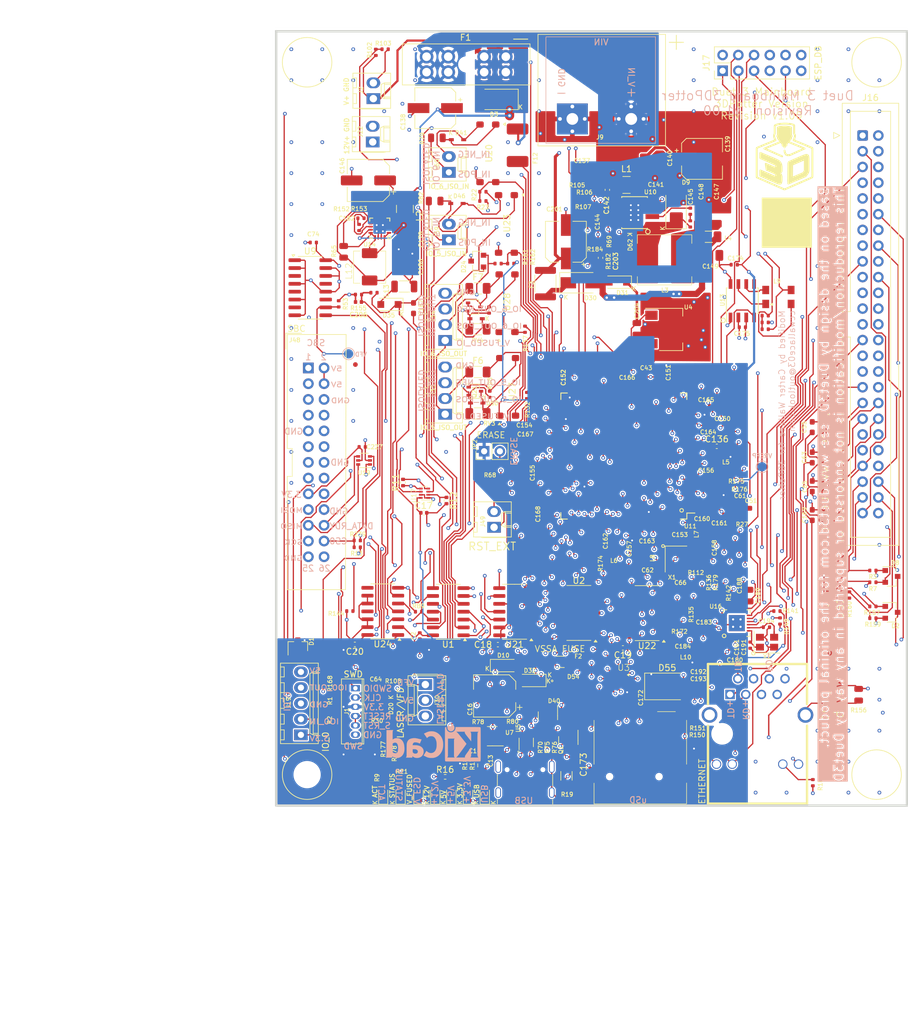
<source format=kicad_pcb>
(kicad_pcb (version 20240108) (generator "pcbnew") (generator_version "8.0")
  (title_block (title "Duet 3 MB 6XD") (date "2023-02-22") (rev "1.01") (company "Duet3D") (comment 1 "(c) Duet3D"))
  (layers (0 "F.Cu" signal) (1 "In1.Cu" power "Inner1.Cu") (2 "In2.Cu" signal "Inner2.Cu") (31 "B.Cu" power) (34 "B.Paste" user) (35 "F.Paste" user) (36 "B.SilkS" user "B.Silkscreen") (37 "F.SilkS" user "F.Silkscreen") (38 "B.Mask" user) (39 "F.Mask" user) (44 "Edge.Cuts" user))
  (net 0 "")
  (net 1 "GND")
  (net 2 "VIN_POWER_MON")
  (net 3 "+3.3V")
  (net 4 "VSSA_MON")
  (net 5 "V_FUSED")
  (net 6 "V_IN")
  (net 7 "VSSA")
  (net 8 "THERMISTOR_0")
  (net 9 "THERMISTOR_1")
  (net 10 "THERMISTOR_2")
  (net 11 "RESET")
  (net 12 "SPI1_MOSI")
  (net 13 "SPI1_MISO")
  (net 14 "DRIVER_0_STEP")
  (net 15 "DRIVER_0_DIR")
  (net 16 "DRIVER_1_DIR")
  (net 17 "DRIVER_1_STEP")
  (net 18 "DRIVER_2_STEP")
  (net 19 "DRIVER_2_DIR")
  (net 20 "OUT_5")
  (net 21 "Net-(J46-TCT)")
  (net 22 "Net-(J46-RCT)")
  (net 23 "TEMP_0")
  (net 24 "/Processor/XOUT")
  (net 25 "TEMP_1")
  (net 26 "TEMP_2")
  (net 27 "/Processor/XIN")
  (net 28 "VREFP")
  (net 29 "TEMP_3")
  (net 30 "VBUS_DETECT")
  (net 31 "PHY_RESET")
  (net 32 "Net-(D4-A)")
  (net 33 "Net-(D5-A)")
  (net 34 "VBUS")
  (net 35 "Net-(D6-A)")
  (net 36 "THERMISTOR_3")
  (net 37 "Net-(D7-A)")
  (net 38 "SPI1_SPCK")
  (net 39 "RESET_EXT")
  (net 40 "ERASE")
  (net 41 "HSDP")
  (net 42 "GRX0")
  (net 43 "GRX1")
  (net 44 "GMDC")
  (net 45 "GRXDV")
  (net 46 "GMDIO")
  (net 47 "DRIVER_3_STEP")
  (net 48 "DRIVER_3_DIR")
  (net 49 "DRIVER_4_DIR")
  (net 50 "DRIVER_4_STEP")
  (net 51 "DRIVER_5_STEP")
  (net 52 "DRIVER_5_DIR")
  (net 53 "QSCK")
  (net 54 "QMOSI")
  (net 55 "GTXCK")
  (net 56 "PS_ON")
  (net 57 "GRXER")
  (net 58 "GTX1")
  (net 59 "GTX0")
  (net 60 "GTXEN")
  (net 61 "CANRX1")
  (net 62 "CANTX1")
  (net 63 "IO_2_IN")
  (net 64 "IO_6_IN")
  (net 65 "IO_6")
  (net 66 "IO_0")
  (net 67 "IO_0_IN")
  (net 68 "IO_2")
  (net 69 "IO_1")
  (net 70 "IO_1_IN")
  (net 71 "IO_5")
  (net 72 "IO_4")
  (net 73 "IO_3")
  (net 76 "IO_0_OUT")
  (net 77 "IO_5_IN")
  (net 78 "IO_4_IN")
  (net 79 "VREF_MON")
  (net 80 "IO_3_IN")
  (net 81 "/Processor/VDDCORE")
  (net 82 "/Processor/VDDPLL")
  (net 83 "/Processor/VDDUTMIC")
  (net 84 "/Processor/VBG")
  (net 85 "/Comms/usbce")
  (net 86 "/Comms/can1_term_c")
  (net 87 "/Comms/VDDA_3V3")
  (net 88 "/Comms/VDD_1V2")
  (net 89 "/Comms/REXT")
  (net 90 "/Comms/XO")
  (net 91 "/Comms/XI")
  (net 92 "/Comms/SHIELD_GND")
  (net 93 "/Processor/io0_out")
  (net 94 "/Comms/cc2d")
  (net 95 "USB_STATE")
  (net 96 "CC1")
  (net 97 "/Power/L3_OUT")
  (net 98 "/Power/5VIN_BUCK_IN")
  (net 99 "/Processor/NC_TST")
  (net 100 "/Processor/NC_JSEL")
  (net 101 "5V_INT")
  (net 102 "5V_EXT")
  (net 103 "Net-(D23-A)")
  (net 104 "Net-(D37-A)")
  (net 105 "Net-(D42-A)")
  (net 106 "3.3V_EXT")
  (net 107 "/Power/5V_common")
  (net 108 "/Power/5v_ext_fuse")
  (net 109 "Net-(D62-A)")
  (net 118 "VREFN")
  (net 120 "HSDN")
  (net 121 "/Processor/VDDPLLUSB")
  (net 122 "/Comms/cc1d")
  (net 123 "/IO/opt_io6_i_p")
  (net 124 "/Power/5VIN_BUCK_EN")
  (net 125 "/Power/5VIN_BUCK_SS")
  (net 126 "/Power/5VIN_BUCK_FB")
  (net 127 "/Power/5VIN_BUCK_FSW")
  (net 128 "/Power/5VIN_BUCK_BS")
  (net 129 "/Power/5VIN_BUCK_COMP")
  (net 130 "/Power/COMP_CAP_R")
  (net 131 "CC2")
  (net 132 "CAN0_H")
  (net 133 "CAN1_L")
  (net 134 "CAN0_L")
  (net 135 "CAN1_H")
  (net 136 "SWDIO")
  (net 137 "SWCLK")
  (net 138 "V_BK_IN")
  (net 139 "/Power/12V_VCC")
  (net 140 "Net-(C145-Pad1)")
  (net 141 "SPI1_DATA_RDY")
  (net 142 "MCDA2")
  (net 143 "SD_CD")
  (net 144 "MCDA1")
  (net 145 "MCCK")
  (net 146 "MCCDA")
  (net 147 "MCDA3")
  (net 148 "/Power/12V_FB")
  (net 149 "12V_MON")
  (net 150 "/Power/12_VOUT")
  (net 151 "MCDA0")
  (net 152 "Net-(C182-Pad1)")
  (net 153 "/Power/12V_VSW")
  (net 154 "CANTX0")
  (net 155 "CANRX0")
  (net 157 "/Power/12V_BST")
  (net 158 "5V_SBC")
  (net 159 "/IO/opt_io5_i_p")
  (net 160 "/IO/opt_io5_o")
  (net 161 "/IO/opt_io6_o")
  (net 162 "/Comms/DAT2")
  (net 163 "/Comms/DAT3")
  (net 164 "/Comms/CMD")
  (net 166 "/Power/LX")
  (net 168 "/Processor/rst")
  (net 169 "/Comms/CLK")
  (net 171 "12V_EXT")
  (net 172 "spi1cs0")
  (net 173 "Net-(J46-LEDG_A)")
  (net 174 "DRIVER_1_ERR")
  (net 175 "DRIVER_0_ERR")
  (net 176 "DRIVER_3_ERR")
  (net 177 "DRIVER_2_ERR")
  (net 178 "DRIVER_5_ERR")
  (net 179 "DRIVER_4_ERR")
  (net 181 "Net-(J46-LEDY_K)")
  (net 183 "D3_DIR")
  (net 184 "D1_EN")
  (net 185 "D0_DIR")
  (net 186 "D5_EN")
  (net 187 "D1_DIR")
  (net 188 "D2_DIR")
  (net 189 "D4_DIR")
  (net 190 "D4_EN")
  (net 191 "D0_EN")
  (net 192 "SPI0_CS4")
  (net 193 "SPI0_CS3")
  (net 194 "SPI0_MISO")
  (net 195 "SPI0_MOSI")
  (net 196 "SPI0_SCK")
  (net 197 "SPI0_CS1")
  (net 198 "SPI0_CS2")
  (net 199 "D2_EN")
  (net 200 "D5_DIR")
  (net 201 "D3_EN")
  (net 204 "/Comms/DAT0")
  (net 205 "USB_UFP_DETECT")
  (net 206 "SPI1_MISO_BUFF")
  (net 207 "SPI1_DATA_RDY_BUFF")
  (net 208 "SPI1_CS0")
  (net 209 "DRIVER_0_EN")
  (net 210 "DRIVER_1_EN")
  (net 211 "DRIVER_2_EN")
  (net 212 "DRIVER_3_EN")
  (net 213 "DRIVER_4_EN")
  (net 214 "DRIVER_5_EN")
  (net 215 "STEP_GATE")
  (net 217 "USB_PWR_EN")
  (net 218 "~{FLG}")
  (net 220 "SPI1_MOSI_BUFF")
  (net 221 "SPI1_SCK_BUFF")
  (net 222 "/Comms/DAT1")
  (net 223 "IO_5_IN_ISO_NEG")
  (net 224 "IO_5_IN_ISO_POS")
  (net 226 "IO_6_IN_ISO_NEG")
  (net 227 "IO_5_OUT_ISO_NEG")
  (net 228 "IO_6_OUT_ISO_NEG")
  (net 229 "IO_5_OUT_ISO_POS")
  (net 230 "IO_6_OUT_ISO_POS")
  (net 231 "IO_6_IN_ISO_POS")
  (net 232 "/Comms/TD+")
  (net 233 "/Comms/TD-")
  (net 234 "/Comms/RD+")
  (net 235 "/Comms/RD-")
  (net 236 "/Comms/LED0")
  (net 237 "/Comms/CAN1H_C")
  (net 238 "/Comms/CAN1L_C")
  (net 239 "/Comms/q1b")
  (net 240 "/IO/opt_io5_oc")
  (net 241 "V_FUSED_IO")
  (net 242 "VFD")
  (net 243 "VFD_BUFF")
  (net 244 "D_0_STEP_gated")
  (net 245 "D_2_STEP_gated")
  (net 246 "D_3_STEP_gated")
  (net 247 "D_1_STEP_gated")
  (net 250 "D_4_STEP_gated")
  (net 251 "D_5_STEP_gated")
  (net 252 "/Headers/vfd_conn")
  (net 253 "/IO/opt_io6_oc")
  (net 254 "/IO/opt_io5_pin")
  (net 255 "/Comms/intrp")
  (net 256 "/IO/opt_io6_pin")
  (net 257 "IO_5_OUT_ISO")
  (net 258 "/Power/12_out")
  (net 260 "IO_6_OUT_ISO")
  (net 263 "/Comms/REF_CLK")
  (net 265 "SBC_3.3V")
  (net 269 "Net-(L7-B)")
  (net 276 "SPI1_SPCK_BUFF")
  (net 277 "ESP_DATA_RDY")
  (net 278 "URXD4")
  (net 279 "UTXD4")
  (net 280 "ESP_EN")
  (footprint "complib:screwt-barrier-9.5mm-1x2" (layer "F.Cu") (at 111.6 103.35 180)
    (property "Reference" "J9")
    (property "Value" "VIN")
  )
  (footprint "Resistor_SMD:R_0402_1005Metric_Wbry" (layer "F.Cu") (at 147.925 152.25 180)
    (property "Reference" "R29")
    (property "Value" "10K" (hide yes))
  )
  (footprint "Resistor_SMD:R_0402_1005Metric_Wbry" (layer "F.Cu") (at 147.775 161.95 180)
    (property "Reference" "R33")
    (property "Value" "10K" (hide yes))
  )
  (footprint "Resistor_SMD:R_0402_1005Metric_Wbry" (layer "F.Cu") (at 75.1 199 90)
    (property "Reference" "R30")
    (property "Value" "10K" (hide yes))
  )
  (footprint "Resistor_SMD:R_0402_1005Metric_Wbry" (layer "F.Cu") (at 66.6 197.45 -90)
    (property "Reference" "R1")
    (property "Value" "10K" (hide yes))
  )
  (footprint "Resistor_SMD:R_0402_1005Metric_Wbry" (layer "F.Cu") (at 155.4 176.25 180)
    (property "Reference" "R3")
    (property "Value" "10K" (hide yes))
  )
  (footprint "Resistor_SMD:R_0402_1005Metric_Wbry" (layer "F.Cu") (at 155.4 178.15 180)
    (property "Reference" "R7")
    (property "Value" "10K" (hide yes))
  )
  (footprint "Resistor_SMD:R_0402_1005Metric_Wbry" (layer "F.Cu") (at 134.1 167.7)
    (property "Reference" "R27")
    (property "Value" "10K" (hide yes))
  )
  (footprint "Resistor_SMD:R_0402_1005Metric_Wbry" (layer "F.Cu") (at 147.8 157.3 180)
    (property "Reference" "R32")
    (property "Value" "10K" (hide yes))
  )
  (footprint "Resistor_SMD:R_0402_1005Metric_Wbry" (layer "F.Cu") (at 147.925 166.65 180)
    (property "Reference" "R113")
    (property "Value" "10K" (hide yes))
  )
  (footprint "Resistor_SMD:R_0402_1005Metric_Wbry" (layer "F.Cu") (at 111.4 172.7 -90)
    (property "Reference" "R174")
    (property "Value" "10K" (hide yes))
  )
  (footprint "Resistor_SMD:R_0402_1005Metric_Wbry" (layer "F.Cu") (at 69.1 133.2 -90)
    (property "Reference" "R53")
    (property "Value" "10K" (hide yes))
  )
  (footprint "Fuse:FuseHolder_Blade_ATO_Littelfuse_FLR_178.6165" (layer "F.Cu") (at 96.1 95.8 180)
    (property "Reference" "F1")
    (property "Value" "VIN_FUSE")
  )
  (footprint "Package_TO_SOT_SMD:SOT-23" (layer "F.Cu") (at 158.4 177.2)
    (property "Reference" "D8")
    (property "Value" "BAT54C")
  )
  (footprint "complib:Crystal_SMD_ECS-33B-4Pin_3.2x2.5mm" (layer "F.Cu") (at 123.6 174.4 -90)
    (property "Reference" "X1")
    (property "Value" "ECS-120-10-33B-CKM-TR")
  )
  (footprint "Resistor_SMD:R_0402_1005Metric_Wbry" (layer "F.Cu") (at 131.6 163.1)
    (property "Reference" "R176")
    (property "Value" "4.7K" (hide yes))
  )
  (footprint "Capacitor_SMD:C_0603_1608Metric_Wbry" (layer "F.Cu") (at 128.65 162.98 180)
    (property "Reference" "C200" (hide yes))
    (property "Value" "2.2uF 16V" (hide yes))
  )
  (footprint "Resistor_SMD:R_0402_1005Metric_Wbry" (layer "F.Cu") (at 76.3 207.3 -90)
    (property "Reference" "R177")
    (property "Value" "100K" (hide yes))
  )
  (footprint "Resistor_SMD:R_0402_1005Metric_Wbry" (layer "F.Cu") (at 122.9 171.6)
    (property "Reference" "R111" (hide yes))
    (property "Value" "5.62K" (hide yes))
  )
  (footprint "complib:JST_ZH_1x06_P1.5_B6B-ZR-SM4-TF" (layer "F.Cu") (at 71.8 199 90)
    (property "Reference" "J1")
    (property "Value" "SWD")
  )
  (footprint "LED_SMD:LED_0603_1608Metric" (layer "F.Cu") (at 79.1 212.5 90)
    (property "Reference" "D7" (hide yes))
    (property "Value" "RED" (hide yes))
  )
  (footprint "Diode_SMD:D_SMA" (layer "F.Cu") (at 108.2 129.8)
    (property "Reference" "D30")
    (property "Value" "3A 40V")
  )
  (footprint "Resistor_SMD:R_0402_1005Metric_Wbry" (layer "F.Cu") (at 130 180.4 -90)
    (property "Reference" "R179")
    (property "Value" "27R" (hide yes))
  )
  (footprint "Package_QFP:LQFP-144_20x20mm_P0.5mm" (layer "F.Cu") (at 115.17 157.77 180)
    (property "Reference" "U11")
    (property "Value" "ATSAME70Q20B-AN")
  )
  (footprint "Resistor_SMD:R_0402_1005Metric_Wbry" (layer "F.Cu") (at 79.1 207.2 -90)
    (property "Reference" "R178")
    (property "Value" "100K" (hide yes))
  )
  (footprint "LED_SMD:LED_0603_1608Metric" (layer "F.Cu") (at 92.7 212.5 90)
    (property "Reference" "D23" (hide yes))
    (property "Value" "RED" (hide yes))
  )
  (footprint "LED_SMD:LED_0603_1608Metric" (layer "F.Cu") (at 87.3 212.5 90)
    (property "Reference" "D5" (hide yes))
    (property "Value" "RED" (hide yes))
  )
  (footprint "Diode_SMD:D_SMA" (layer "F.Cu") (at 94.7 100.2 180)
    (property "Reference" "D3")
    (property "Value" "CDBA540-HF")
  )
  (footprint "Package_SO:SOP-16_3.9x9.9mm_P1.27mm" (layer "F.Cu") (at 64.5 130.6)
    (property "Reference" "U9")
    (property "Value" "74HCT365")
  )
  (footprint "Resistor_SMD:R_0402_1005Metric_Wbry" (layer "F.Cu") (at 110.1 125.775 90)
    (property "Reference" "R182")
    (property "Value" "820R 1%" (hide yes))
  )
  (footprint "Resistor_SMD:R_0402_1005Metric_Wbry" (layer "F.Cu") (at 131.2 161.8)
    (property "Reference" "R175")
    (property "Value" "15R" (hide yes))
  )
  (footprint "LED_SMD:LED_0603_1608Metric" (layer "F.Cu") (at 90 212.5 90)
    (property "Reference" "D6" (hide yes))
    (property "Value" "GREEN" (hide yes))
  )
  (footprint "LED_SMD:LED_0603_1608Metric" (layer "F.Cu") (at 82 212.5 90)
    (property "Reference" "D4" (hide yes))
    (property "Value" "BLUE" (hide yes))
  )
  (footprint "Resistor_SMD:R_0402_1005Metric_Wbry" (layer "F.Cu") (at 138 137.3)
    (property "Reference" "R134" (hide yes))
    (property "Value" "59R" (hide yes))
  )
  (footprint "Resistor_SMD:R_0402_1005Metric_Wbry" (layer "F.Cu") (at 140.4 184.4 90)
    (property "Reference" "R149")
    (property "Value" "6.49K" (hide yes))
  )
  (footprint "complib:Crystal_SMD_ECS-33B-4Pin_3.2x2.5mm" (layer "F.Cu") (at 138.2982 187.8204)
    (property "Reference" "X2")
    (property "Value" "25Mhz")
  )
  (footprint "Resistor_SMD:R_0402_1005Metric_Wbry" (layer "F.Cu") (at 102.3 196.2 90)
    (property "Reference" "R119" (hide yes))
    (property "Value" "47K" (hide yes))
  )
  (footprint "Resistor_SMD:R_0805_2012Metric" (layer "F.Cu") (at 153.1 196.3 -90)
    (property "Reference" "R156")
    (property "Value" "1M" (hide yes))
  )
  (footprint "Resistor_SMD:R_0402_1005Metric_Wbry" (layer "F.Cu") (at 92.1 210.2 180)
    (property "Reference" "R130" (hide yes))
    (property "Value" "2.2K" (hide yes))
  )
  (footprint "Resistor_SMD:R_0402_1005Metric_Wbry" (layer "F.Cu") (at 138 135.1 180)
    (property "Reference" "R133" (hide yes))
    (property "Value" "59R" (hide yes))
  )
  (footprint "Resistor_SMD:R_0402_1005Metric_Wbry" (layer "F.Cu") (at 99.9 196.2 -90)
    (property "Reference" "R122" (hide yes))
    (property "Value" "27K" (hide yes))
  )
  (footprint "Resistor_SMD:R_0402_1005Metric_Wbry" (layer "F.Cu") (at 110.9 117.475 180)
    (property "Reference" "R107")
    (property "Value" "100K" (hide yes))
  )
  (footprint "Resistor_SMD:R_0603_1608Metric_Wbry" (layer "F.Cu") (at 147.95 168.025)
    (property "Reference" "R114")
    (property "Value" "2.2K 0.1% 0.2W+" (hide yes))
  )
  (footprint "Resistor_SMD:R_0402_1005Metric_Wbry" (layer "F.Cu") (at 111.075 115.175 180)
    (property "Reference" "R106")
    (property "Value" "37.4K" (hide yes))
  )
  (footprint "Resistor_SMD:R_0402_1005Metric_Wbry" (layer "F.Cu") (at 76.6 92.1)
    (property "Reference" "R103")
    (property "Value" "4.7K" (hide yes))
  )
  (footprint "Resistor_SMD:R_0402_1005Metric_Wbry" (layer "F.Cu") (at 109.875 114 180)
    (property "Reference" "R105")
    (property "Value" "27K" (hide yes))
  )
  (footprint "Resistor_SMD:R_0402_1005Metric_Wbry" (layer "F.Cu") (at 75.1 92.6 90)
    (property "Reference" "R102")
    (property "Value" "60.4K" (hide yes))
  )
  (footprint "Package_TO_SOT_SMD:SOT-23" (layer "F.Cu") (at 91.5 126.3 180)
    (property "Reference" "D24")
    (property "Value" "BAT54C")
  )
  (footprint "Resistor_SMD:R_0603_1608Metric_Wbry" (layer "F.Cu") (at 127.6875 190.1)
    (property "Reference" "L10")
    (property "Value" "1K @100Mhz" (hide yes))
  )
  (footprint "Resistor_SMD:R_0603_1608Metric_Wbry" (layer "F.Cu") (at 131.57 160.01 180)
    (property "Reference" "L5")
    (property "Value" "1K @100Mhz" (hide yes))
  )
  (footprint "Carters_Various_Bits_and_Pieces:LineKey_CM_Choke_SCW_4532A" (layer "F.Cu") (at 139.9102 132.0898)
    (property "Reference" "L9")
    (property "Value" "CM Choke" (hide yes))
  )
  (footprint "Resistor_SMD:R_0603_1608Metric_Wbry" (layer "F.Cu") (at 121 174.2 -90)
    (property "Reference" "L8")
    (property "Value" "1K @100Mhz" (hide yes))
  )
  (footprint "Resistor_SMD:R_0603_1608Metric_Wbry" (layer "F.Cu") (at 126.4 172.6 -90)
    (property "Reference" "L7")
    (property "Value" "1K @100Mhz" (hide yes))
  )
  (footprint "Connector_PinHeader_2.54mm:PinHeader_1x02_P2.54mm_Vertical" (layer "F.Cu") (at 92.6 157 90)
    (property "Reference" "JP2")
    (property "Value" "ERASE")
  )
  (footprint "complib:SOD-523F" (layer "F.Cu") (at 76.6 198.1 -90)
    (property "Reference" "D20")
    (property "Value" "1N4448WT" (hide yes))
  )
  (footprint "Diode_SMD:D_SOD-123F" (layer "F.Cu") (at 95.8 191.6)
    (property "Reference" "D10")
    (property "Value" "1A,40V")
  )
  (footprint "Capacitor_SMD:C_1206_3216Metric" (layer "F.Cu") (at 149.4 196.3 -90)
    (property "Reference" "C195")
    (property "Value" "1nF 1kV")
  )
  (footprint "Capacitor_SMD:C_0402_1005Metric_Wbry" (layer "F.Cu") (at 135.5882 188.3004 90)
    (property "Reference" "C191")
    (property "Value" "22pF 50V" (hide yes))
  )
  (footprint "Capacitor_SMD:C_0402_1005Metric_Wbry" (layer "F.Cu") (at 127.1 196.3 180)
    (property "Reference" "C193")
    (property "Value" "0.1uF 16V" (hide yes))
  )
  (footprint "Capacitor_SMD:C_0402_1005Metric_Wbry" (layer "F.Cu") (at 127.1 195.1 180)
    (property "Reference" "C192")
    (property "Value" "0.1uF 16V" (hide yes))
  )
  (footprint "Capacitor_SMD:C_0402_1005Metric_Wbry" (layer "F.Cu") (at 132.3382 188.4 -90)
    (property "Reference" "C181")
    (property "Value" "0.1uF 16V" (hide yes))
  )
  (footprint "Capacitor_SMD:C_0402_1005Metric_Wbry" (layer "F.Cu") (at 129.9 186.33 180)
    (property "Reference" "C183")
    (property "Value" "0.1uF 16V" (hide yes))
  )
  (footprint "Capacitor_SMD:C_0402_1005Metric_Wbry" (layer "F.Cu") (at 101.1 196.2 90)
    (property "Reference" "C171" (hide yes))
    (property "Value" "0.1uF 16V" (hide yes))
  )
  (footprint "Capacitor_SMD:C_0402_1005Metric" (layer "F.Cu") (at 130.18 156.2)
    (property "Reference" "C136")
    (property "Value" "10nF 10V")
  )
  (footprint "Capacitor_SMD:CP_Elec_6.3x7.7" (layer "F.Cu") (at 127.8 109.8)
    (property "Reference" "C139")
    (property "Value" "100uF 35V")
  )
  (footprint "Capacitor_SMD:C_0805_2012Metric" (layer "F.Cu") (at 135.4 180.3 90)
    (property "Reference" "C189")
    (property "Value" "10uF 10V")
  )
  (footprint "Capacitor_SMD:C_0402_1005Metric_Wbry" (layer "F.Cu") (at 121.4 144.5 90)
    (property "Reference" "C151")
    (property "Value" "100nF 16V" (hide yes))
  )
  (footprint "Capacitor_SMD:C_0805_2012Metric" (layer "F.Cu") (at 128.2 172.8 -90)
    (property "Reference" "C158")
    (property "Value" "4.7uF 16V")
  )
  (footprint "Capacitor_SMD:C_0402_1005Metric_Wbry" (layer "F.Cu") (at 101.5 154 180)
    (property "Reference" "C167")
    (property "Value" "100nF 16V" (hide yes))
  )
  (footprint "Capacitor_SMD:C_0402_1005Metric_Wbry" (layer "F.Cu") (at 128.5 149.7)
    (property "Reference" "C165")
    (property "Value" "100nF 16V" (hide yes))
  )
  (footprint "Capacitor_SMD:C_0603_1608Metric_Wbry" (layer "F.Cu") (at 127.7 188.5 180)
    (property "Reference" "C184")
    (property "Value" "2.2uF 16V" (hide yes))
  )
  (footprint "Capacitor_SMD:C_0402_1005Metric_Wbry" (layer "F.Cu") (at 113.4191 171.4814 -90)
    (property "Reference" "C162")
    (property "Value" "100nF 16V" (hide yes))
  )
  (footprint "Capacitor_SMD:C_0402_1005Metric_Wbry" (layer "F.Cu") (at 133.8904 181.0655 90)
    (property "Reference" "C188")
    (property "Value" "0.1uF 16V" (hide yes))
  )
  (footprint "Capacitor_SMD:C_0402_1005Metric_Wbry" (layer "F.Cu") (at 133 126.88 180)
    (property "Reference" "C174")
    (property "Value" "0.1uF 16V" (hide yes))
  )
  (footprint "Capacitor_SMD:C_0402_1005Metric_Wbry" (layer "F.Cu") (at 117.94 145)
    (property "Reference" "C166")
    (property "Value" "100nF 16V" (hide yes))
  )
  (footprint "Capacitor_SMD:C_0603_1608Metric_Wbry" (layer "F.Cu") (at 130.65 167.3)
    (property "Reference" "C161")
    (property "Value" "1uF 25V" (hide yes))
  )
  (footprint "Capacitor_SMD:C_0402_1005Metric_Wbry" (layer "F.Cu") (at 138 136.2 180)
    (property "Reference" "C177" (hide yes))
    (property "Value" "4.7nF 10V" (hide yes))
  )
  (footprint "Capacitor_SMD:C_1206_3216Metric" (layer "F.Cu") (at 105.9 209.4 -90)
    (property "Reference" "C173")
    (property "Value" "1nF 1kV")
  )
  (footprint "Capacitor_SMD:C_0402_1005Metric_Wbry" (layer "F.Cu") (at 128.7 152.83)
    (property "Reference" "C164")
    (property "Value" "100nF 16V" (hide yes))
  )
  (footprint "Capacitor_SMD:C_0402_1005Metric_Wbry" (layer "F.Cu") (at 106.32 145.0325 90)
    (property "Reference" "C152")
    (property "Value" "100nF 16V" (hide yes))
  )
  (footprint "Capacitor_SMD:C_0402_1005Metric_Wbry" (layer "F.Cu") (at 102.94 166.95 -90)
    (property "Reference" "C168")
    (property "Value" "100nF 16V" (hide yes))
  )
  (footprint "Capacitor_SMD:C_0402_1005Metric_Wbry" (layer "F.Cu") (at 117.1 172.8 -90)
    (property "Reference" "C157")
    (property "Value" "100nF 16V" (hide yes))
  )
  (footprint "Capacitor_SMD:C_0402_1005Metric_Wbry" (layer "F.Cu") (at 128.35 164.95)
    (property "Reference" "C159" (hide yes))
    (property "Value" "100nF 16V" (hide yes))
  )
  (footprint "Capacitor_SMD:C_0603_1608Metric_Wbry" (layer "F.Cu") (at 128.65 161.4)
    (property "Reference" "C156")
    (property "Value" "1uF 25V" (hide yes))
  )
  (footprint "Capacitor_SMD:C_0402_1005Metric_Wbry" (layer "F.Cu") (at 101.5 152.8 180)
    (property "Reference" "C154")
    (property "Value" "100nF 16V" (hide yes))
  )
  (footprint "Capacitor_SMD:C_0805_2012Metric" (layer "F.Cu") (at 130.8 189.1625 -90)
    (property "Reference" "C180")
    (property "Value" "10uF 10V")
  )
  (footprint "Capacitor_SMD:C_0402_1005Metric_Wbry" (layer "F.Cu") (at 138.2 185.4 180)
    (property "Reference" "C194")
    (property "Value" "22pF 50V" (hide yes))
  )
  (footprint "Capacitor_SMD:C_0402_1005Metric_Wbry" (layer "F.Cu") (at 102.4 160.4 90)
    (property "Reference" "C155")
    (property "Value" "100nF 16V" (hide yes))
  )
  (footprint "Capacitor_SMD:C_0402_1005Metric_Wbry" (layer "F.Cu") (at 128.24 166.75)
    (property "Reference" "C160")
    (property "Value" "100nF 16V" (hide yes))
  )
  (footprint "Capacitor_SMD:C_0603_1608Metric_Wbry" (layer "F.Cu") (at 145.6 167.3 -90)
    (property "Reference" "C169")
    (property "Value" "2.2uF 16V" (hide yes))
  )
  (footprint "Capacitor_SMD:C_0402_1005Metric_Wbry" (layer "F.Cu") (at 121 171.6)
    (property "Reference" "C163")
    (property "Value" "100nF 16V" (hide yes))
  )
  (footprint "Capacitor_SMD:C_0402_1005Metric_Wbry" (layer "F.Cu") (at 122 170.5 180)
    (property "Reference" "C153")
    (property "Value" "10pF 50V" (hide yes))
  )
  (footprint "Capacitor_SMD:C_0402_1005Metric_Wbry" (layer "F.Cu") (at 128.7 151.8)
    (property "Reference" "C150")
    (property "Value" "100nF 16V" (hide yes))
  )
  (footprint "Package_TO_SOT_SMD:SOT-223" (layer "F.Cu") (at 122.7745 137.3401)
    (property "Reference" "U4")
    (property "Value" "AP7361C-33E-13")
  )
  (footprint "Capacitor_SMD:C_0402_1005Metric_Wbry" (layer "F.Cu") (at 65 123.3 180)
    (property "Reference" "C74")
    (property "Value" "100nF 16V" (hide yes))
  )
  (footprint "Capacitor_SMD:C_0402_1005Metric_Wbry" (layer "F.Cu") (at 124.4 177.1 180)
    (property "Reference" "C66")
    (property "Value" "10pF 50V" (hide yes))
  )
  (footprint "Capacitor_SMD:C_0402_1005Metric_Wbry" (layer "F.Cu") (at 74.8 195.3 90)
    (property "Reference" "C64")
    (property "Value" "10nF 10V" (hide yes))
  )
  (footprint "Capacitor_SMD:C_0402_1005Metric_Wbry" (layer "F.Cu") (at 120.9 176.2 180)
    (property "Reference" "C62")
    (property "Value" "10pF 50V" (hide yes))
  )
  (footprint "Resistor_SMD:R_0603_1608Metric_Wbry" (layer "F.Cu") (at 147.9 158.7)
    (property "Reference" "R35")
    (property "Value" "2.2K 0.1% 0.2W+" (hide yes))
  )
  (footprint "Resistor_SMD:R_0603_1608Metric_Wbry" (layer "F.Cu") (at 147.9 153.8)
    (property "Reference" "R28")
    (property "Value" "2.2K 0.1% 0.2W+" (hide yes))
  )
  (footprint "Package_TO_SOT_SMD:SOT-23" (layer "F.Cu") (at 62.5 188.5 90)
    (property "Reference" "D1")
    (property "Value" "BAT54C")
  )
  (footprint "Capacitor_SMD:C_0805_2012Metric" (layer "F.Cu") (at 118.77 141.95)
    (property "Reference" "C43")
    (property "Value" "10uF 10V")
  )
  (footprint "Capacitor_SMD:C_0603_1608Metric_Wbry" (layer "F.Cu") (at 134.6 166.2 180)
    (property "Reference" "C51")
    (property "Value" "2.2uF 16V" (hide yes))
  )
  (footprint "Capacitor_SMD:C_0603_1608Metric_Wbry" (layer "F.Cu") (at 145.6 158 -90)
    (property "Reference" "C63")
    (property "Value" "2.2uF 16V" (hide yes))
  )
  (footprint "Resistor_SMD:R_0402_1005Metric_Wbry" (layer "F.Cu") (at 89.5 209.5 -90)
    (property "Reference" "R18")
    (property "Value" "75R" (hide yes))
  )
  (footprint "Resistor_SMD:R_0402_1005Metric_Wbry" (layer "F.Cu") (at 149.2667 180.2 -90)
    (property "Reference" "R8")
    (property "Value" "27K" (hide yes))
  )
  (footprint "Fiducial:Fiducial_0.75mm_Mask1.5mm" (layer "F.Cu") (at 148.5 189.6)
    (property "Reference" "M2" (hide yes))
    (property "Value" "FID" (hide yes))
  )
  (footprint "Capacitor_SMD:C_0603_1608Metric_Wbry" (layer "F.Cu") (at 145.6 162.65 -90)
    (property "Reference" "C65")
    (property "Value" "2.2uF 16V" (hide yes))
  )
  (footprint "Resistor_SMD:R_0402_1005Metric_Wbry" (layer "F.Cu") (at 148.1 180.2 -90)
    (property "Reference" "R4")
    (property "Value" "27K" (hide yes))
  )
  (footprint "Resistor_SMD:R_0603_1608Metric_Wbry" (layer "F.Cu") (at 113.7 173.4)
    (property "Reference" "L6")
    (property "Value" "1K @100Mhz" (hide yes))
  )
  (footprint "Fuse:Fuse_1206_3216Metric" (layer "F.Cu") (at 104.9 191 180)
    (property "Reference" "F2")
    (property "Value" "VSSA FUSE")
  )
  (footprint "Capacitor_SMD:C_0805_2012Metric" (layer "F.Cu") (at 131.2191 165.1 180)
    (property "Reference" "C61")
    (property "Value" "4.7uF 16V")
  )
  (footprint "Capacitor_SMD:C_0603_1608Metric_Wbry" (layer "F.Cu") (at 145.6 153.1 -90)
    (property "Reference" "C55")
    (property "Value" "2.2uF 16V" (hide yes))
  )
  (footprint "Resistor_SMD:R_0603_1608Metric_Wbry" (layer "F.Cu") (at 147.9 163.4)
    (property "Reference" "R34")
    (property "Value" "2.2K 0.1% 0.2W+" (hide yes))
  )
  (footprint "Resistor_SMD:R_0402_1005Metric_Wbry" (layer "F.Cu") (at 66.6 200.35 -90)
    (property "Reference" "R2")
    (property "Value" "27K" (hide yes))
  )
  (footprint "Package_TO_SOT_SMD:SOT-23" (layer "F.Cu") (at 158.4 183)
    (property "Reference" "D2")
    (property "Value" "BAT54C")
  )
  (footprint "NetTie:NetTie-2_SMD_Pad0.5mm" (layer "F.Cu") (at 101.5 190.4 180)
    (property "Reference" "NT1" (hide yes))
    (property "Value" "Net-Tie_2" (hide yes))
  )
  (footprint "Resistor_SMD:R_0402_1005Metric_Wbry" (layer "F.Cu") (at 155.4 182.05 180)
    (property "Reference" "R157")
    (property "Value" "10K" (hide yes))
  )
  (footprint "Resistor_SMD:R_0402_1005Metric_Wbry" (layer "F.Cu") (at 131.1 179.9 90)
    (property "Reference" "R142")
    (property "Value" "10K" (hide yes))
  )
  (footprint "Resistor_SMD:R_0402_1005Metric_Wbry" (layer "F.Cu") (at 127 204.1)
    (property "Reference" "R151")
    (property "Value" "10K" (hide yes))
  )
  (footprint "NetTie:NetTie-2_SMD_Pad0.5mm" (layer "F.Cu") (at 101.5 191.5 180)
    (property "Reference" "NT2" (hide yes))
    (property "Value" "Net-Tie_2" (hide yes))
  )
  (footprint "Resistor_SMD:R_0402_1005Metric_Wbry" (layer "F.Cu") (at 88.4 209.5 -90)
    (property "Reference" "R124" (hide yes))
    (property "Value" "2.2K" (hide yes))
  )
  (footprint "Connector_Molex:Wurth_61900211121-1x02_P2.54mm_Vertical-(Molex_KK-254_AE-6410-02Acompatible)" (layer "F.Cu") (at 94.2 168 90)
    (property "Reference" "J49")
    (property "Value" "A2543WV-2P" (hide yes))
  )
  (footprint "Resistor_SMD:R_0402_1005Metric_Wbry" (layer "F.Cu") (at 72.4 120.875 -90)
    (property "Reference" "R148" (hide yes))
    (property "Value" "27R" (hide yes))
  )
  (footprint "Connector_IDC:IDC-Header_2x13_P2.54mm_Vertical" (layer "F.Cu") (at 64.2 143.55)
    (property "Reference" "J48")
    (property "Value" "SBC")
  )
  (footprint "Connector_Molex:Wurth_61900211121-1x02_P2.54mm_Vertical-(Molex_KK-254_AE-6410-02Acompatible)" (layer "F.Cu") (at 74.7 98.8 90)
    (property "Reference" "J2")
    (property "Value" "A2543WV-2P" (hide yes))
  )
  (footprint "Capacitor_SMD:C_1206_3216Metric" (layer "F.Cu") (at 80.7 122.675 -90)
    (property "Reference" "C178")
    (property "Value" "10uF 50V")
  )
  (footprint "Capacitor_SMD:C_0805_2012Metric" (layer "F.Cu") (at 79 126.875 90)
    (property "Reference" "C185" (hide yes))
    (property "Value" "22uF 25V")
  )
  (footprint "Capacitor_SMD:C_0805_2012Metric" (layer "F.Cu") (at 81 126.9 90)
    (property "Reference" "C186")
    (property "Value" "22uF 25V")
  )
  (footprint "Capacitor_SMD:C_0805_2012Metric" (layer "F.Cu") (at 115.7 197 180)
    (property "Reference" "C172")
    (property "Value" "10uF 10V" (hide yes))
  )
  (footprint "Capacitor_SMD:C_0603_1608Metric_Wbry" (layer "F.Cu") (at 78.7 121.875 -90)
    (property "Reference" "C176" (hide yes))
    (property "Value" "0.1uF 50V" (hide yes))
  )
  (footprint "Capacitor_SMD:C_0603_1608Metric_Wbry" (layer "F.Cu") (at 81.19 133.9 -90)
    (property "Reference" "C187")
    (property "Value" "1uF 35V" (hide yes))
  )
  (footprint "Resistor_SMD:R_0402_1005Metric_Wbry" (layer "F.Cu") (at 145.7 210.5 -90)
    (property "Reference" "R188")
    (property "Value" "470R" (hide yes))
  )
  (footprint "Resistor_SMD:R_0402_1005Metric_Wbry" (layer "F.Cu") (at 127 206)
    (property "Reference" "R150")
    (property "Value" "470R" (hide yes))
  )
  (footprint "Capacitor_SMD:C_0402_1005Metric" (layer "F.Cu") (at 72.3 132.9 180)
    (property "Reference" "C206")
    (property "Value" "10nF 10V")
  )
  (footprint "Capacitor_SMD:C_0402_1005Metric_Wbry" (layer "F.Cu") (at 134.31 136.97 180)
    (property "Reference" "C175")
    (property "Value" "0.1uF 16V" (hide yes))
  )
  (footprint "Resistor_SMD:R_0402_1005Metric_Wbry" (layer "F.Cu") (at 66.6 194.5 -90)
    (property "Reference" "R168")
    (property "Value" "470R" (hide yes))
  )
  (footprint "Capacitor_SMD:C_1206_3216Metric" (layer "F.Cu") (at 129.2 125.375)
    (property "Reference" "C149")
    (property "Value" "10uF 35V")
  )
  (footprint "Capacitor_SMD:CP_Elec_6.3x7.7" (layer "F.Cu") (at 84.7 101.6 180)
    (property "Reference" "C138")
    (property "Value" "100uF 35V")
  )
  (footprint "Resistor_SMD:R_0603_1608Metric_Wbry" (layer "F.Cu") (at 77.8 192.8)
    (property "Reference" "R108")
    (property "Value" "100R" (hide yes))
  )
  (footprint "Inductor_SMD:L_1206_3216Metric" (layer "F.Cu") (at 128.9 122.375 180)
    (property "Reference" "L4")
    (property "Value" "80 Ohms @ 100MHz")
  )
  (footprint "Carters_Various_Bits_and_Pieces:SMD8x8" (layer "F.Cu") (at 121.8 126.1 180)
    (property "Reference" "L3")
    (property "Value" "8.2uH")
  )
  (footprint "Connector_Molex:Wurth_61900211121-1x02_P2.54mm_Vertical-(Molex_KK-254_AE-6410-02Acompatible)" (layer "F.Cu") (at 74.6 105.8 90)
    (property "Reference" "J22")
    (property "Value" "A2543WV-2P" (hide yes))
  )
  (footprint "Capacitor_SMD:C_1206_3216Metric" (layer "F.Cu") (at 130.1 118.875 90)
    (property "Reference" "C147")
    (property "Value" "10uF 35V")
  )
  (footprint "Connector_Molex:Wurth_61900311121-1x03_P2.54mm_Vertical(Molex_KK-254_AE-6410-03A_Compatible)" (layer "F.Cu") (at 83.1 197.2 -90)
    (property "Reference" "J30")
    (property "Value" "LASER/VFD")
  )
  (footprint "Carters_Various_Bits_and_Pieces:KSZ8081RNA _QFN-24-1EP_4x4mm_P0.5mm_EP2.6x2.6mm" (layer "F.Cu") (at 133.4182 184.7404 90)
    (property "Reference" "U16")
    (property "Value" "KSZ8081RNACA")
  )
  (footprint "Inductor_SMD:L_1210_3225Metric" (layer "F.Cu") (at 115.6 114 180)
    (property "Reference" "L1")
    (property "Value" "1uH")
  )
  (footprint "Resistor_SMD:R_0402_1005Metric_Wbry" (layer "F.Cu") (at 139.9 182.8 180)
    (property "Reference" "R141")
    (property "Value" "1K" (hide yes))
  )
  (footprint "Resistor_SMD:R_0402_1005Metric_Wbry" (layer "F.Cu") (at 128.9 180.4 -90)
    (property "Reference" "R136")
    (property "Value" "1K" (hide yes))
  )
  (footprint "Capacitor_SMD:C_0402_1005Metric_Wbry" (layer "F.Cu") (at 72.7 119.375)
    (property "Reference" "C182")
    (property "Value" "0.1uF 16V" (hide yes))
  )
  (footprint "Resistor_SMD:R_0402_1005Metric_Wbry" (layer "F.Cu") (at 90.6 209.5 -90)
    (property "Reference" "R17")
    (property "Value" "2.2K" (hide yes))
  )
  (footprint "Resistor_SMD:R_0402_1005Metric_Wbry" (layer "F.Cu") (at 79.1 210.1 -90)
    (property "Reference" "R21")
    (property "Value" "2.2K" (hide yes))
  )
  (footprint "Resistor_SMD:R_0402_1005Metric_Wbry" (layer "F.Cu") (at 110.5 123.475)
    (property "Reference" "R184")
    (property "Value" "150R" (hide yes))
  )
  (footprint "Resistor_SMD:R_0402_1005Metric_Wbry" (layer "F.Cu") (at 75.9 195.3 -90)
    (property "Reference" "R31" (hide yes))
    (property "Value" "180R" (hide yes))
  )
  (footprint "Capacitor_SMD:C_0805_2012Metric" (layer "F.Cu") (at 117.275 137.24 -90)
    (property "Reference" "C204")
    (property "Value" "10uF 10V")
  )
  (footprint "Package_SO:SOIC-8_3.9x4.9mm_P1.27mm" (layer "F.Cu") (at 134.3053 132.7 90)
    (property "Reference" "U13")
    (property "Value" "MCP2542")
  )
  (footprint "Resistor_SMD:R_0402_1005Metric" (layer "F.Cu") (at 86.3 209.56)
    (property "Reference" "R16")
    (property "Value" "10K")
  )
  (footprint "complib:RJ45+MAG" (layer "F.Cu") (at 136.76 202.61 180)
    (property "Reference" "J46")
    (property "Value" "ETHERNET")
  )
  (footprint "complib:uSD_SKT" (layer "F.Cu") (at 117.8 209.5256)
    (property "Reference" "J27" (hide yes))
    (property "Value" "uSD_Socket" (hide yes))
  )
  (footprint "Resistor_SMD:R_0402_1005Metric_Wbry" (layer "F.Cu") (at 72.3 131.7 180)
    (property "Reference" "R155")
    (property "Value" "4.7K" (hide yes))
  )
  (footprint "Resistor_SMD:R_0402_1005Metric_Wbry" (layer "F.Cu") (at 74.8 131.4 180)
    (property "Reference" "R154" (hide yes))
    (property "Value" "60.4K" (hide yes))
  )
  (footprint "Resistor_SMD:R_0402_1005Metric_Wbry" (layer "F.Cu") (at 74.8 117.8)
    (property "Reference" "R152")
    (property "Value" "60.4K" (hide yes))
  )
  (footprint "Carters_Various_Bits_and_Pieces:SMD_5.2x5.7mm_1.0x2.0mm" (layer "F.Cu") (at 74 127.275 90)
    (property "Reference" "L12")
    (property "Value" "10u")
  )
  (footprint "Inductor_SMD:L_1206_3216Metric" (layer "F.Cu") (at 79.7 130.4)
    (property "Reference" "L13")
    (property "Value" "100 ohm, 4 A")
  )
  (footprint "Carters_Various_Bits_and_Pieces:QFN-16-1EP_3x3mm_P0.5mm_EP1.8x1.8mm" (layer "F.Cu") (at 75.74 120.985 180)
    (property "Reference" "U14")
    (property "Value" "TS30041")
  )
  (footprint "LED_SMD:LED_0603_1608Metric" (layer "F.Cu") (at 84.7 212.5 90)
    (property "Reference" "D37" (hide yes))
    (property "Value" "AMBER" (hide yes))
  )
  (footprint "Diode_SMD:D_SOD-123F" (layer "F.Cu") (at 114.2 129.7 180)
    (property "Reference" "D31")
    (property "Value" "1A,40V")
  )
  (footprint "Diode_SMD:D_SOD-123F" (layer "F.Cu") (at 100.4 194 180)
    (property "Reference" "D32")
    (property "Value" "1A,40V")
  )
  (footprint "Capacitor_SMD:CP_Elec_6.3x7.7" (layer "F.Cu") (at 73.9 113.275 180)
    (property "Reference" "C146")
    (property "Value" "100uF 35V")
  )
  (footprint "Capacitor_SMD:C_0402_1005Metric_Wbry" (layer "F.Cu") (at 111.9 120.075 90)
    (property "Reference" "C144")
    (property "Value" "0.1uF 16V" (hide yes))
  )
  (footprint "Capacitor_SMD:C_1206_3216Metric" (layer "F.Cu") (at 120.2 112.375)
    (property "Reference" "C141")
    (property "Value" "10uF 50V")
  )
  (footprint "Resistor_SMD:R_0402_1005Metric_Wbry" (layer "F.Cu") (at 128.06 185.9 -90)
    (property "Reference" "R135")
    (property "Value" "4.7K" (hide yes))
  )
  (footprint "Resistor_SMD:R_0402_1005Metric_Wbry" (layer "F.Cu") (at 125.9 120.3 90)
    (property "Reference" "R123" (hide yes))
    (property "Value" "15R" (hide yes))
  )
  (footprint "Capacitor_SMD:C_0402_1005Metric_Wbry" (layer "F.Cu") (at 125.9 118.25 90)
    (property "Reference" "C145")
    (property "Value" "0.1uF 16V" (hide yes))
  )
  (footprint "Capacitor_SMD:C_0402_1005Metric" (layer "F.Cu") (at 112.5 114.8 90)
    (property "Reference" "C142")
    (property "Value" "1nF 16V")
  )
  (footprint "Diode_SMD:D_SMA" (layer "F.Cu") (at 123.6 117.675 90)
    (property "Reference" "D9")
    (property "Value" "CDBA540-HF")
  )
  (footprint "complib:SO8_EP1_ThermalVias_LargeCopper" (layer "F.Cu") (at 116.9 118.475 180)
    (property "Reference" "U10")
    (property "Value" "AOZ1284")
  )
  (footprint "Connector_Molex:Wurth_61900511121-1x05_P2.54mm_Vertical(Molex_KK-254_AE-6410-05A_Compatibe)" (layer "F.Cu") (at 63 197.7 90)
    (property "Reference" "J19")
    (property "Value" "A2543WV-5P" (hide yes))
  )
  (footprint "Inductor_SMD:L_1210_3225Metric" (layer "F.Cu") (at 79.8 117.875 90)
    (property "Reference" "L2")
    (property "Value" "1uH")
  )
  (footprint "Capacitor_SMD:C_1206_3216Metric" (layer "F.Cu") (at 127.7 118.9 90)
    (property "Reference" "C148")
    (property "Value" "10uF 35V")
  )
  (footprint "Capacitor_SMD:CP_Elec_6.3x7.7" (layer "F.Cu") (at 105.81 123.175 90)
    (property "Reference" "C201")
    (property "Value" "100uF 35V")
  )
  (footprint "Capacitor_SMD:C_1206_3216Metric" (layer "F.Cu") (at 111.9 111 90)
    (property "Reference" "C137")
    (property "Value" "10uF 50V")
  )
  (footprint "Capacitor_SMD:C_1206_3216Metric" (layer "F.Cu") (at 119.8 109.8)
    (property "Reference" "C140")
    (property "Value" "10uF 50V")
  )
  (footprint "complib:SOD-523F" (layer "F.Cu") (at 115.2 123.2 -90)
    (property "Reference" "D62")
    (property "Value" "1N4148WT" (hide yes))
  )
  (footprint "Fuse:Fuse_1812_4532Metric" (layer "F.Cu") (at 102.5 129.9375 -90)
    (property "Reference" "F3")
    (property "Value" "PTC_3A")
  )
  (footprint "Resistor_SMD:R_0402_1005Metric_Wbry" (layer "F.Cu") (at 72.1 171.4)
    (property "Reference" "R239")
    (property "Value" "1K" (hide yes))
  )
  (footprint "Capacitor_SMD:C_0402_1005Metric" (layer "F.Cu") (at 111.4 125.775 -90)
    (property "Reference" "C203")
    (property "Value" "1nF 16V")
  )
  (footprint "Capacitor_SMD:C_0402_1005Metric_Wbry" (layer "F.Cu") (at 82.2 186.8 -90)
    (property "Reference" "C2")
    (property "Value" "100nF 16V" (hide yes))
  )
  (footprint "Capacitor_SMD:C_0402_1005Metric_Wbry" (layer "F.Cu") (at 103 187.4 180)
    (property "Reference" "C3" (hide yes))
    (property "Value" "100nF 16V" (hide yes))
  )
  (footprint "LED_SMD:LED_0603_1608Metric" (layer "F.Cu") (at 76.3 212.4875 90)
    (property "Reference" "D42" (hide yes))
    (property "Value" "GREEN" (hide yes))
  )
  (footprint "Resistor_SMD:R_0402_1005Metric_Wbry" (layer "F.Cu") (at 76.3 210 -90)
    (property "Reference" "R9")
    (property "Value" "75R" (hide yes))
  )
  (footprint "Resistor_SMD:R_0402_1005Metric_Wbry" (layer "F.Cu") (at 72.1 172.5)
    (property "Reference" "R13")
    (property "Value" "27K" (hide yes))
  )
  (footprint "Resistor_SMD:R_0805_2012Metric" (layer "F.Cu") (at 108.2 211.8 90)
    (property "Reference" "R19")
    (property "Value" "1M" (hide yes))
  )
  (footprint "Package_SO:SOIC-14_3.9x8.7mm_P1.27mm" (layer "F.Cu") (at 86.8 182.9 180)
    (property "Reference" "U1")
    (property "Value" "SN74F125DR")
  )
  (footprint "Package_SO:SOIC-14_3.9x8.7mm_P1.27mm" (layer "F.Cu") (at 107.9 183.1 180)
    (property "Reference" "U2")
    (property "Value" "SN74F125DR")
  )
  (footprint "Carters_Various_Bits_and_Pieces:QFN-16L-3.5x1.2mm_P0.4mm" (layer "F.Cu") (at 114.1 193.7 180)
    (property "Reference" "U3")
    (property "Value" "EMIF06")
  )
  (footprint "Resistor_SMD:R_0402_1005Metric_Wbry" (layer "F.Cu") (at 82 182.9 180)
    (property "Reference" "R89")
    (property "Value" "4.7K" (hide yes))
  )
  (footprint "Resistor_SMD:R_0402_1005Metric_Wbry" (layer "F.Cu") (at 126.3 175.5 180)
    (property "Reference" "R112")
    (property "Value" "2.2R" (hide yes))
  )
  (footprint "Diode_SMD:DFN1610-2L" (layer "F.Cu") (at 104.5832 193.3668)
    (property "Reference" "D54")
    (property "Value" "D_TVS_5V" (hide yes))
  )
  (footprint "Diode_SMD:D_SMB" (layer "F.Cu") (at 122.1832 194.9668)
    (property "Reference" "D55")
    (property "Value" "D_TVS_3.3V")
  )
  (footprint "Fuse:Fuse_BelFuse_OZCG_1812" (layer "F.Cu") (at 98 107.6 90)
    (property "Reference" "F12")
    (property "Value" "FUSE 30V 300mA-500mA" (hide yes))
  )
  (footprint "Carters_Various_Bits_and_Pieces:Wurth_61900411121-1x04_P2.54mm_Vertical(1.2mm_ID)" (layer "F.Cu") (at 86.3 147.21 90)
    (property "Reference" "J33")
    (property "Value" "A2543WV-4P" (hide yes))
  )
  (footprint "Carters_Various_Bits_and_Pieces:Wurth_61900411121-1x04_P2.54mm_Vertical(1.2mm_ID)" (layer "F.Cu") (at 86.3 135.3 90)
    (property "Reference" "J34")
    (property "Value" "A2543WV-4P" (hide yes))
  )
  (footprint "Connector_Molex:Wurth_61900211121-1x02_P2.54mm_Vertical-(Molex_KK-254_AE-6410-02Acompatible)" (layer "F.Cu") (at 86.9 121.6 90)
    (property "Reference" "J59")
    (property "Value" "A2543WV-2P" (hide yes))
  )
  (footprint "Connector_Molex:Wurth_61900211121-1x02_P2.54mm_Vertical-(Molex_KK-254_AE-6410-02Acompatible)" (layer "F.Cu") (at 86.9 110.7 90)
    (property "Reference" "J60")
    (property "Value" "A2543WV-2P" (hide yes))
  )
  (footprint "Resistor_SMD:R_0402_1005Metric_Wbry" (layer "F.Cu") (at 99.5 148 90)
    (property "Reference" "R132")
    (property "Value" "470R" (hide yes))
  )
  (footprint "Resistor_SMD:R_0402_1005Metric_Wbry" (layer "F.Cu") (at 99.2 137.3 90)
    (property "Reference" "R137")
    (property "Value" "470R" (hide yes))
  )
  (footprint "Resistor_SMD:R_0402_1005Metric_Wbry" (layer "F.Cu") (at 70.9 182.8)
    (property "Reference" "R144")
    (property "Value" "10K" (hide yes))
  )
  (footprint "Resistor_SMD:R_0402_1005Metric_Wbry" (layer "F.Cu") (at 123.9 185 180)
    (property "Reference" "R172")
    (property "Value" "10K" (hide yes))
  )
  (footprint "complib:SOD-523F" (layer "F.Cu") (at 88.3 106.7)
    (property "Reference" "D41")
    (property "Value" "1N4448WT" (hide yes))
  )
  (footprint "complib:SOD-523F" (layer "F.Cu") (at 88.2 117)
    (property "Reference" "D46")
    (property "Value" "1N4448WT" (hide yes))
  )
  (footprint "Resistor_SMD:R_0402_1005Metric_Wbry" (layer "F.Cu") (at 92.4 115.1 180)
    (property "Reference" "R22")
    (property "Value" "10K" (hide yes))
  )
  (footprint "Resistor_SMD:R_0402_1005Metric_Wbry" (layer "F.Cu") (at 92.4 116.6)
    (property "Reference" "R23")
    (property "Value" "4.7K" (hide yes))
  )
  (footprint "Resistor_SMD:R_0805_2012Metric" (layer "F.Cu") (at 84.9625 106.4)
    (property "Reference" "R79")
    (property "Value" "10K 0.25W" (hide yes))
  )
  (footprint "Resistor_SMD:R_0805_2012Metric" (layer "F.Cu") (at 84.6 116.6)
    (property "Reference" "R82")
    (property "Value" "10K 0.25W" (hide yes))
  )
  (footprint "Carters_Various_Bits_and_Pieces:SOP-4_3.8x10mm_P2.54mm" (layer "F.Cu") (at 93.2 107 -90)
    (property "Reference" "U20")
    (property "Value" "Optoisolator")
  )
  (footprint "Carters_Various_Bits_and_Pieces:SOP-4_3.8x10mm_P2.54mm" (layer "F.Cu") (at 96.2 118.4 -90)
    (property "Reference" "U23")
    (property "Value" "Optoisolator")
  )
  (footprint "Fiducial:Fiducial_0.75mm_Mask1.5mm" (layer "F.Cu") (at 71.8 143)
    (property "Reference" "M1" (hide yes))
    (property "Value" "FID" (hide yes))
  )
  (footprint "complib:SOD-523F" (layer "F.Cu") (at 91.4 149.2 180)
    (property "Reference" "D50")
    (property "Value" "1N4448WT" (hide yes))
  )
  (footprint "complib:SOD-523F" (layer "F.Cu") (at 91.3 135.6 180)
    (property "Reference" "D51" (hide yes))
    (property "Value" "1N4448WT" (hide yes))
  )
  (footprint "Fuse:Fuse_1206_3216Metric" (layer "F.Cu") (at 91.6 144.2)
    (property "Reference" "F6")
    (property "Value" "FUSE 60V 50mA/150mA")
  )
  (footprint "Fuse:Fuse_1206_3216Metric" (layer "F.Cu") (at 91.6 130.7)
    (property "Reference" "F7")
    (property "Value" "FUSE 60V 50mA/150mA")
  )
  (footprint "Package_TO_SOT_SMD:SOT-323_SC-70" (layer "F.Cu") (at 91.1 147.3)
    (property "Reference" "Q21")
    (property "Value" "MMBTA06-7-F")
  )
  (footprint "Package_TO_SOT_SMD:SOT-323_SC-70" (layer "F.Cu") (at 91 133.7)
    (property "Reference" "Q22" (hide yes))
    (property "Value" "MMBTA06-7-F")
  )
  (footprint "Resistor_SMD:R_0402_1005Metric_Wbry" (layer "F.Cu") (at 93.5 147.8 90)
    (property "Reference" "R98")
    (property "Value" "2.2K" (hide yes))
  )
  (footprint "Resistor_SMD:R_0402_1005Metric_Wbry" (layer "F.Cu") (at 93.4 134.2 90)
    (property "Reference" "R99" (hide yes))
    (property "Value" "2.2K" (hide yes))
  )
  (footprint "Resistor_SMD:R_1206_3216Metric" (layer "F.Cu") (at 91.6 150.9 180)
    (property "Reference" "RV3")
    (property "Value" "VE1206K121R050" (hide yes))
  )
  (footprint "Resistor_SMD:R_1206_3216Metric" (layer "F.Cu") (at 91.6 137.3 180)
    (property "Reference" "RV4")
    (property "Value" "VE1206K121R050" (hide yes))
  )
  (footprint "Carters_Various_Bits_and_Pieces:SOP-4_3.8x10mm_P2.54mm" (layer "F.Cu") (at 96.4 148.5 90)
    (property "Reference" "U27")
    (property "Value" "Optoisolator")
  )
  (footprint "Carters_Various_Bits_and_Pieces:SOP-4_3.8x10mm_P2.54mm" (layer "F.Cu") (at 96.3 135 90)
    (property "Reference" "U28")
    (property "Value" "Optoisolator")
  )
  (footprint "Diode_SMD:D_SOD-123F" (layer "F.Cu") (at 77.3 133.3 180)
    (property "Reference" "D35")
    (property "Value" "1A,40V")
  )
  (footprint "Resistor_SMD:R_0805_2012Metric" (layer "F.Cu") (at 69.9 124.8 90)
    (property "Reference" "R65")
    (property "Value" "680R 0.5W" (hide yes))
  )
  (footprint "complib:USB_C_Receptacle_Valcon_CSP-USC16-TR" (layer "F.Cu") (at 99.2 208.4)
    (property "Reference" "J43" (hide yes))
    (property "Value" "USB")
  )
  (footprint "Resistor_SMD:R_0402_1005Metric_Wbry" (layer "F.Cu") (at 105.6 200.9 180)
    (property "Reference" "R66" (hide yes))
    (property "Value" "28.7K" (hide yes))
  )
  (footprint "Resistor_SMD:R_0402_1005Metric_Wbry" (layer "F.Cu") (at 105.6 199.8 180)
    (property "Reference" "R67" (hide yes))
    (property "Value" "28.7K" (hide yes))
  )
  (footprint "Resistor_SMD:R_0402_1005Metric_Wbry" (layer "F.Cu") (at 76.8 117.8)
    (property "Reference" "R153")
    (property "Value" "4.7K" (hide yes))
  )
  (footprint "Resistor_SMD:R_0402_1005Metric_Wbry" (layer "F.Cu") (at 150.4333 180.2 -90)
    (property "Reference" "R158")
    (property "Value" "27K" (hide yes))
  )
  (footprint "Resistor_SMD:R_0402_1005Metric_Wbry" (layer "F.Cu") (at 155.4 183.95 180)
    (property "Reference" "R159")
    (property "Value" "10K" (hide yes))
  )
  (footprint "Resistor_SMD:R_0402_1005Metric_Wbry" (layer "F.Cu") (at 151.6 180.2 -90)
    (property "Reference" "R160")
    (property "Value" "27K" (hide yes))
  )
  (footprint "Resistor_SMD:R_0402_1005Metric_Wbry" (layer "F.Cu") (at 94.85 126.7)
    (property "Reference" "R161")
    (property "Value" "10K" (hide yes))
  )
  (footprint "Resistor_SMD:R_0402_1005Metric_Wbry" (layer "F.Cu") (at 96.9 126.7)
    (property "Reference" "R162")
    (property "Value" "4.7k" (hide yes))
  )
  (footprint "Carters_Various_Bits_and_Pieces:Fixing_M4" (layer "F.Cu") (at 155.9988 94.2015)
    (property "Reference" "M9" (hide yes))
    (property "Value" "MOUNTING" (hide yes))
  )
  (footprint "Resistor_SMD:R_0402_1005Metric" (layer "F.Cu") (at 86.515 164.955 -90)
    (property "Reference" "R12")
    (property "Value" "27K")
  )
  (footprint "Package_SO:SOIC-14_3.9x8.7mm_P1.27mm" (layer "F.Cu") (at 97.525 182.9 180)
    (property "Reference" "U21")
    (property "Value" "SN74F125DR")
  )
  (footprint "Resistor_SMD:R_0402_1005Metric_Wbry" (layer "F.Cu") (at 103.9 202.9 -90)
    (property "Reference" "R76")
    (property "Value" "1K" (hide yes))
  )
  (footprint "Package_SO:SOIC-14_3.9x8.7mm_P1.27mm" (layer "F.Cu") (at 76.225 182.85 180)
    (property "Reference" "U24")
    (property "Value" "SN74F125DR")
  )
  (footprint "Carters_Various_Bits_and_Pieces:X2-DFN2010-8" (layer "F.Cu") (at 82.965 163.775 180)
    (property "Reference" "U17")
    (property "Value" "74LVC2G125" (hide yes))
  )
  (footprint "Resistor_SMD:R_0402_1005Metric_Wbry" (layer "F.Cu") (at 113.8 123 -90)
    (property "Reference" "R69")
    (property "Value" "3.3K" (hide yes))
  )
  (footprint "Capacitor_SMD:CP_Elec_6.3x7.7" (layer "F.Cu") (at 94.3 196.5 180)
    (property "Reference" "C16")
    (property "Value" "100uF 35V" (hide yes))
  )
  (footprint "Capacitor_SMD:C_0402_1005Metric" (layer "F.Cu") (at 115.015 188.745 180)
    (property "Reference" "C19")
    (property "Value" "100nF 16V")
  )
  (footprint "Package_TO_SOT_SMD:SOT-23" (layer "F.Cu") (at 102.9 199.7 -90)
    (property "Reference" "D40")
    (property "Value" "BAT54C")
  )
  (footprint "Resistor_SMD:R_0402_1005Metric_Wbry" (layer "F.Cu") (at 93.5 200.7)
    (property "Reference" "R78")
    (property "Value" "4.7K" (hide yes))
  )
  (footprint "Connector_PinHeader_2.54mm:PinHeader_2x06_P2.54mm_Vertical" (layer "F.Cu") (at 131.125 95.575 90)
    (property "Reference" "J17")
    (property "Value" "ESP_DB")
  )
  (footprint "Package_SO:SOIC-14_3.9x8.7mm_P1.27mm" (layer "F.Cu") (at 118.925 183.125 180)
    (property "Reference" "U22")
    (property "Value" "SN74F125DR")
  )
  (footprint "Resistor_SMD:R_0402_1005Metric_Wbry" (layer "F.Cu") (at 94.9 205.4)
    (property "Reference" "R90" (hide yes))
    (property "Value" "470R" (hide yes))
  )
  (footprint "Capacitor_SMD:C_0402_1005Metric_Wbry" (layer "F.Cu") (at 72.9 156.3)
    (property "Reference" "C227")
    (property "Value" "0.1uF 16V" (hide yes))
  )
  (footprint "Capacitor_SMD:C_0402_1005Metric" (layer "F.Cu") (at 82.845 166.935)
    (property "Reference" "C17")
    (property "Value" "0.1uF 16V")
  )
  (footprint "Capacitor_SMD:C_0402_1005Metric_Wbry" (layer "F.Cu") (at 97.3 204.7 90)
    (property "Reference" "C15" (hide yes))
    (property "Value" "0.1uF 16V" (hide yes))
  )
  (footprint "Resistor_SMD:R_0402_1005Metric_Wbry" (layer "F.Cu") (at 95.3 200.7 180)
    (property "Reference" "R80")
    (property "Value" "10K" (hide yes))
  )
  (footprint "Resistor_SMD:R_0402_1005Metric_Wbry" (layer "F.Cu") (at 105.6 198.7)
    (property "Reference" "R71" (hide yes))
    (property "Value" "15K" (hide yes))
  )
  (footprint "Carters_Various_Bits_and_Pieces:Fixing_M4" (layer "F.Cu") (at 64 94.2015)
    (property "Reference" "M3" (hide yes))
    (property "Value" "MOUNTING" (hide yes))
  )
  (footprint "Capacitor_SMD:C_0402_1005Metric_Wbry" (layer "F.Cu") (at 93 205.4)
    (property "Reference" "C14")
    (property "Value" "0.1uF 16V" (hide yes))
  )
  (footprint "Resistor_SMD:R_0402_1005Metric" (layer "F.Cu") (at 79.495 162.045 90)
    (property "Reference" "R11")
    (property "Value" "27K")
  )
  (footprint "Connector_IDC:IDC-Header_2x25_P2.54mm_Vertical" (layer "F.Cu") (at 153.74 106.025)
    (property "Reference" "J16")
    (property "Value" "EXPANSION")
  )
  (footprint "Capacitor_SMD:C_0805_2012Metric" (layer "F.Cu") (at 92.3 207.7 -90)
    (property "Reference" "C13")
    (property "Value" "10uF 10V")
  )
  (footprint "Carters_Various_Bits_and_Pieces:Fixing_M4" (layer "F.Cu") (at 64 209.2)
    (property "Reference" "M15" (hide yes))
    (property "Value" "MOUNTING" (hide yes))
  )
  (footprint "Resistor_SMD:R_0402_1005Metric_Wbry" (layer "F.Cu") (at 93.5 159.9 180)
    (property "Reference" "R68")
    (property "Value" "2.2K" (hide yes))
  )
  (footprint "Package_TO_SOT_SMD:SOT-23-5" (layer "F.Cu") (at 93.9 203 180)
    (property "Reference" "U7")
    (property "Value" "AP22816AKEWT" (hide yes))
  )
  (footprint "complib:SC-70-6L" (layer "F.Cu") (at 99.4 204 90)
    (property "Reference" "U5")
    (property "Value" "RClamp0504FB" (hide yes))
  )
  (footprint "Package_TO_SOT_SMD:SOT-23" (layer "F.Cu") (at 106.2 203.7 -90)
    (property "Reference" "Q1")
    (property "Value" "BC807")
  )
  (footprint "Carters_Various_Bits_and_Pieces:Fixing_M4" (layer "F.Cu") (at 155.9988 209.2)
    (property "Reference" "M11" (hide yes))
    (property "Value" "MOUNTING" (hide yes))
  )
  (footprint "Resistor_SMD:R_0402_1005Metric_Wbry" (layer "F.Cu") (at 102.8 202.9 90)
    (property "Reference" "R75")
    (property "Value" "2.87K" (hide yes))
  )
  (footprint "Package_TO_SOT_SMD:SOT-363_SC-70-6" (layer "F.Cu") (at 73.2 158.48 180)
    (property "Reference" "U19")
    (property "Value" "74LVC2G34")
  )
  (footprint "Capacitor_SMD:C_0402_1005Metric" (layer "F.Cu") (at 71.715 188.175 180)
    (property "Reference" "C20")
    (property "Value" "100nF 16V")
  )
  (footprint "Resistor_SMD:R_0402_1005Metric_Wbry" (layer "F.Cu") (at 101.7 202.9 90)
    (property "Reference" "R70")
    (property "Value" "2.87K" (hide yes))
  )
  (footprint "Capacitor_SMD:C_0402_1005Metric" (layer "F.Cu") (at 94.815 188.215 180)
    (property "Reference" "C18")
    (property "Value" "100nF 16V")
  )
  (footprint "Resistor_SMD:R_0402_1005Metric_Wbry" (layer "F.Cu") (at 107.1 206.3 180)
    (property "Reference" "R77" (hide yes))
    (property "Value" "10K" (hide yes))
  )
  (footprint "Carters_Various_Bits_and_Pieces:3DPotter Logo" (layer "F.Cu") (at 141.17 118.09)
    (property "Reference" "TM1")
    (property "Value" "~")
  )
  (footprint "TestPoint:TestPoint_Pad_D1.5mm" (layer "B.Cu") (at 70.7 141.266)
    (property "Reference" "TP16" (hide yes))
    (property "Value" "VFD")
  )
  (footprint "Symbol:KiCad-Logo_6mm_SilkScreen" (layer "B.Cu") (at 84.375 204.05 180)
    (property "Reference" "M12" (hide yes))
    (property "Value" "Logo_KICAD" (hide yes))
  )
  (footprint "TestPoint:TestPoint_Pad_D1.5mm" (layer "B.Cu") (at 137.5 159.5)
    (property "Reference" "TP39" (hide yes))
    (property "Value" "VREFP")
  )
  (gr_line (start 120.28 107.29) (end 120.28 90.1) (stroke (width 0.1)) (layer "B.SilkS"))
  (gr_line (start 120.28 90.1) (end 102.58 90.1) (stroke (width 0.1)) (layer "B.SilkS"))
  (gr_line (start 102.58 90.2) (end 102.58 107.29) (stroke (width 0.1)) (layer "B.SilkS"))
  (gr_line (start 102.58 107.29) (end 120.28 107.29) (stroke (width 0.1)) (layer "B.SilkS"))
  (gr_rect (start 137.5 116.1) (end 145.5 124.1) (stroke (width 0.1)) (fill solid) (layer "F.SilkS"))
  (gr_rect (start 59 89.2) (end 160.9 214.2) (stroke (width 0.381)) (fill none) (layer "Edge.Cuts"))
  (gr_text "ERASE" (at 97.35 159.4 270) (layer "B.SilkS") (effects (font (size 1 1) (thickness 0.15) (bold yes)) (justify left mirror)))
  (gr_text "USB" (at 92.6 213.9 270) (layer "B.SilkS") (effects (font (size 1 1)) (justify left mirror)))
  (gr_text "V_FSD" (at 81.7 214.1 270) (layer "B.SilkS") (effects (font (size 1 1)) (justify left mirror)))
  (gr_text "GND" (at 105.08 96.69 270) (layer "B.SilkS") (effects (font (size 1 1)) (justify mirror)))
  (gr_text "S_RST" (at 77.6 201.3 0) (layer "B.SilkS") (effects (font (size 1 1)) (justify left mirror)))
  (gr_text "TD+" (at 132.4 200.23 270) (layer "B.SilkS") (effects (font (size 1 1)) (justify left mirror)))
  (gr_text "RD+" (at 134.9 200.48 270) (layer "B.SilkS") (effects (font (size 1 1)) (justify left mirror)))
  (gr_text "SWD" (at 73.1 204.6 0) (layer "B.SilkS") (effects (font (size 1 1)) (justify left mirror)))
  (gr_text "+" (at 116.38 98.99 0) (layer "B.SilkS") (effects (font (size 1.524 1.524)) (justify mirror)))
  (gr_text "TD-" (at 133.6 192.7 270) (layer "B.SilkS") (effects (font (size 1 1)) (justify left mirror)))
  (gr_text "RESET" (at 77.7 199.8 0) (layer "B.SilkS") (effects (font (size 1 1)) (justify left mirror)))
  (gr_text "3.3V" (at 76.5 198.3 0) (layer "B.SilkS") (effects (font (size 1 1)) (justify left mirror)))
  (gr_text "-" (at 105.08 99.09 0) (layer "B.SilkS") (effects (font (size 1.524 1.524)) (justify mirror)))
  (gr_text "GND" (at 76.2 202.8 0) (layer "B.SilkS") (effects (font (size 1 1)) (justify left mirror)))
  (gr_text "V_IN" (at 116.38 96.59 270) (layer "B.SilkS") (effects (font (size 1 1)) (justify mirror)))
  (gr_text "CLK" (at 74.6 196.8 0) (layer "B.SilkS") (effects (font (size 1 1)) (justify mirror)))
  (gr_text "+5V" (at 87.2 214.1 270) (layer "B.SilkS") (effects (font (size 1 1)) (justify left mirror)))
  (gr_text "SWDIO" (at 77.8 195.3 0) (layer "B.SilkS") (effects (font (size 1 1)) (justify left mirror)))
  (gr_text "STATUS" (at 78.8 213.6 270) (layer "B.SilkS") (effects (font (size 1 1)) (justify left mirror)))
  (gr_text "RD-" (at 138.6 192.7 270) (layer "B.SilkS") (effects (font (size 1 1)) (justify left mirror)))
  (gr_text "IO_0" (at 60.7 199.1 270) (layer "B.SilkS") (effects (font (size 1 1)) (justify left mirror)))
  (gr_text "+3.3V" (at 89.8 214 270) (layer "B.SilkS") (effects (font (size 1 1)) (justify left mirror)))
  (gr_text "2  1" (at 63.6 141.8 0) (layer "B.SilkS") (effects (font (size 1 1)) (justify right mirror)))
  (gr_text "3.3V" (at 63.2 164 0) (layer "B.SilkS") (effects (font (size 1 1)) (justify left mirror)))
  (gr_text "GND" (at 60.2 153.8 0) (layer "B.SilkS") (effects (font (size 1 1)) (justify right mirror)))
  (gr_text "uSD" (at 119 213.3 0) (layer "B.SilkS") (effects (font (size 1 1)) (justify left mirror)))
  (gr_text "Duet 3 Mainboard 3DPotter\nRevision  v1.00" (at 136.8 100.8 0) (layer "B.SilkS") (effects (font (size 1.5 1.5)) (justify mirror)))
  (gr_text "+12V" (at 84.6 214.3 270) (layer "B.SilkS") (effects (font (size 1 1)) (justify left mirror)))
  (gr_text "26 25" (at 63.1 175.9 0) (layer "B.SilkS") (effects (font (size 1 1)) (justify right mirror)))
  (gr_text "5V\n\n5V\n\nGND" (at 67.76 146.25 0) (layer "B.SilkS") (effects (font (size 0.8 1)) (justify right mirror)))
  (gr_text "GND" (at 67.7 158.8 0) (layer "B.SilkS") (effects (font (size 1 1)) (justify right mirror)))
  (gr_text "GND\n\n\nCS0" (at 67.5 169.1 0) (layer "B.SilkS") (effects (font (size 1 1)) (justify right mirror)))
  (gr_text "SBC" (at 67 139.5 0) (layer "B.SilkS") (effects (font (size 1 1)) (justify left mirror)))
  (gr_text "VFD\n\n5V\n\nGND" (at 81.35 197.25 0) (layer "B.SilkS") (effects (font (size 0.9 1)) (justify left mirror)))
  (gr_text "IN_NEG\n\nIN_POS" (at 88.3 121.7 0) (layer "B.SilkS") (effects (font (size 1 1)) (justify right mirror)))
  (gr_text "USB" (at 100.6 213.4 0) (layer "B.SilkS") (effects (font (size 1 1)) (justify left mirror)))
  (gr_text "MOSI\n\nMISO\n\nSCK\n\nGND" (at 63.4 170.4 0) (layer "B.SilkS") (effects (font (size 0.8 1)) (justify left mirror)))
  (gr_text "5V\n\nIO0_OUT\n\nGND\n\nIO0_IN\n\n3.3V" (at 64.3 197.9 0) (layer "B.SilkS") (effects (font (size 0.85 1)) (justify right mirror)))
  (gr_text "ACT" (at 76 213.5 270) (layer "B.SilkS") (effects (font (size 1 1)) (justify left mirror)))
  (gr_text "LASER/VFD" (at 85.5 201.2 -90) (layer "B.SilkS") (effects (font (size 1 1)) (justify left mirror)))
  (gr_text "GND\n\nIO_6_OUT_NEG\n\nIO_6_OUT_POS\n\nV_FUSED_IO" (at 88 135.425 0) (layer "B.SilkS") (effects (font (size 0.85 1)) (justify right mirror)))
  (gr_text "GND\n\nIO_5_OUT_NEG\n\nIO_5_OUT_POS\n\nV_FUSED_IO" (at 87.875 147.275 0) (layer "B.SilkS") (effects (font (size 0.85 1)) (justify right mirror)))
  (gr_text "IN_NEG\n\nIN_POS" (at 88.25 110.7 0) (layer "B.SilkS") (effects (font (size 1 1)) (justify right mirror)))
  (gr_text "IO_5_IN\nISOLATED" (at 84 124.8 270) (layer "B.SilkS") (effects (font (size 1 1)) (justify left mirror)))
  (gr_text "IO_6_IN\nISOLATED" (at 84 114.1 270) (layer "B.SilkS") (effects (font (size 1 1)) (justify left mirror)))
  (gr_text "IO_5_OUT\nISOLATED" (at 83.3 150.7 270) (layer "B.SilkS") (effects (font (size 1 1)) (justify left mirror)))
  (gr_text "IO_6_OUT\nISOLATED" (at 83.3 138.6 270) (layer "B.SilkS") (effects (font (size 1 1)) (justify left mirror)))
  (gr_text "Based on the design by Duet3D, see www.duet3d.com for the original product. \nThis reproduction/modification is not endorsed or supported in any way by Duet3D" (at 150.8 114.2 90) (layer "B.SilkS" knockout) (effects (font (size 1.5 1.5)) (justify left bottom mirror)))
  (gr_text "DATA_RDY" (at 67.52 169.08 0) (layer "B.SilkS") (effects (font (size 1 1)) (justify right mirror)))
  (gr_text "Modified by Carter Wallace for 3DPotter\nccwallace03@outlook.com" (at 142.9 134.2 90) (layer "B.SilkS") (effects (font (size 1 1) (thickness 0.1)) (justify left bottom mirror)))
  (gr_text "Duet 3 Mainboard\n3DPotter Version\nRevision v1.00" (at 137.4 100.9 0) (layer "F.SilkS") (effects (font (size 1.2 1.2) (thickness 0.13))))
  (gr_text "_" (at 98.5 88.8 0) (layer "F.SilkS") (effects (font (size 3 3))))
  (gr_text "+" (at 123.65 90.75 0) (layer "F.SilkS") (effects (font (size 3 3))))
  (segment (start 138.28 187.4) (end 137.9 187.02) (width 0.2) (layer "F.Cu") (net 1))
  (segment (start 139.1 136.2) (end 138.5 136.2) (width 0.2) (layer "F.Cu") (net 1))
  (segment (start 128.74 165.06) (end 128.85 164.95) (width 0.2) (layer "F.Cu") (net 1))
  (segment (start 110.4 115.35) (end 110.4 116.2) (width 0.2) (layer "F.Cu") (net 1))
  (segment (start 81 125.1) (end 81 125.962) (width 0.2) (layer "F.Cu") (net 1))
  (segment (start 123.292 176.492) (end 122.8 176.492) (width 0.2) (layer "F.Cu") (net 1))
  (segment (start 133.81 138.69) (end 133.81 136.97) (width 0.2) (layer "F.Cu") (net 1))
  (segment (start 103.9 205.363) (end 104.968 205.363) (width 0.2) (layer "F.Cu") (net 1))
  (segment (start 138.3 186.62) (end 138.3 185.8) (width 0.2) (layer "F.Cu") (net 1))
  (segment (start 129 165.1) (end 130.2816 165.1) (width 0.2) (layer "F.Cu") (net 1))
  (segment (start 99.0672 178.567) (end 99.4772 178.567) (width 0.2) (layer "F.Cu") (net 1))
  (segment (start 73.3625 184.1) (end 74.1 184.1) (width 0.2) (layer "F.Cu") (net 1))
  (segment (start 105.6 210) (end 106.1 209.5) (width 0.2) (layer "F.Cu") (net 1))
  (segment (start 128.74 166.75) (end 128.74 165.06) (width 0.2) (layer "F.Cu") (net 1))
  (segment (start 64.6 129.4) (end 66.435 131.235) (width 0.2) (layer "F.Cu") (net 1))
  (segment (start 105.9 210.875) (end 105.912 210.862) (width 0.2) (layer "F.Cu") (net 1))
  (segment (start 114.4 121.6) (end 115 122.2) (width 0.2) (layer "F.Cu") (net 1))
  (segment (start 133.81 136.97) (end 133.67 136.83) (width 0.2) (layer "F.Cu") (net 1))
  (segment (start 110.365 208.6) (end 110.5 208.6) (width 0.2) (layer "F.Cu") (net 1))
  (segment (start 96.9476 204.552) (end 97.3 204.2) (width 0.2) (layer "F.Cu") (net 1))
  (segment (start 63.7 127.4467) (end 63.7 134.8) (width 0.2) (layer "F.Cu") (net 1))
  (segment (start 149.4 194.825) (end 152.562 194.825) (width 0.2) (layer "F.Cu") (net 1))
  (segment (start 63.455 135.045) (end 62 135.045) (width 0.2) (layer "F.Cu") (net 1))
  (segment (start 133.89 180.566) (end 133.89 180.565) (width 0.2) (layer "F.Cu") (net 1))
  (segment (start 117.1 173.3) (end 116.3 172.5) (width 0.2) (layer "F.Cu") (net 1))
  (segment (start 71.8 131.7) (end 71.98 131.7) (width 0.2) (layer "F.Cu") (net 1))
  (segment (start 135.588 188.801) (end 135.588 188.8) (width 0.2) (layer "F.Cu") (net 1))
  (segment (start 124.65 199.526) (end 124.8 199.376) (width 0.2) (layer "F.Cu") (net 1))
  (segment (start 132.6 166.2) (end 131.5 167.3) (width 0.2) (layer "F.Cu") (net 1))
  (segment (start 113.577 172.139) (end 113.524 172.086) (width 0.2) (layer "F.Cu") (net 1))
  (segment (start 67 128.695) (end 69.1867 128.695) (width 0.2) (layer "F.Cu") (net 1))
  (segment (start 120.9 176.7) (end 120.4 176.2) (width 0.2) (layer "F.Cu") (net 1))
  (segment (start 97.3 204.2) (end 97.3614 204.139) (width 0.2) (layer "F.Cu") (net 1))
  (segment (start 114.501 199.025) (end 114.501 200.699) (width 0.2) (layer "F.Cu") (net 1))
  (segment (start 89.275 179.09) (end 90.79 179.09) (width 0.2) (layer "F.Cu") (net 1))
  (segment (start 145.7 211) (end 145.7 212.2) (width 0.2) (layer "F.Cu") (net 1))
  (segment (start 63.7 123.3) (end 64.5 123.3) (width 0.2) (layer "F.Cu") (net 1))
  (segment (start 138.28 188.394) (end 138.506 188.62) (width 0.2) (layer "F.Cu") (net 1))
  (segment (start 137.9 187.02) (end 138.3 186.62) (width 0.2) (layer "F.Cu") (net 1))
  (segment (start 76.1739 120.551) (end 76.1739 120.609) (width 0.2) (layer "F.Cu") (net 1))
  (segment (start 120.92 169.92) (end 121.5 170.5) (width 0.2) (layer "F.Cu") (net 1))
  (segment (start 126.3 174.9) (end 126.3 176.1) (width 0.2) (layer "F.Cu") (net 1))
  (segment (start 70.4 182.8) (end 70.4 184.2) (width 0.2) (layer "F.Cu") (net 1))
  (segment (start 121.5 170.5) (end 121.5 171.6) (width 0.2) (layer "F.Cu") (net 1))
  (segment (start 100.921 192.4) (end 100.921 191.579) (width 0.2) (layer "F.Cu") (net 1))
  (segment (start 68.625 127.425) (end 69.1917 127.9917) (width 0.2) (layer "F.Cu") (net 1))
  (segment (start 124.6 177.8) (end 123.9 177.1) (width 0.2) (layer "F.Cu") (net 1))
  (segment (start 106.4 209.2) (end 107.1 209.2) (width 0.2) (layer "F.Cu") (net 1))
  (segment (start 134.131 180.325) (end 134.01 180.446) (width 0.2) (layer "F.Cu") (net 1))
  (segment (start 102.4 207.33) (end 102.4 206.468) (width 0.2) (layer "F.Cu") (net 1))
  (segment (start 81.8146 161.535) (end 79.495 161.535) (width 0.2) (layer "F.Cu") (net 1))
  (segment (start 113.63 173.769) (end 113.63 172.691) (width 0.2) (layer "F.Cu") (net 1))
  (segment (start 132.4 129.466) (end 132.4 128.933) (width 0.2) (layer "F.Cu") (net 1))
  (segment (start 122.8 175.1) (end 123.5 174.4) (width 0.2) (layer "F.Cu") (net 1))
  (segment (start 80.6 182) (end 80.6 179.38) (width 0.2) (layer "F.Cu") (net 1))
  (segment (start 100.921 195.521) (end 100.921 192.4) (width 0.2) (layer "F.Cu") (net 1))
  (segment (start 81 124.375) (end 81 125.1) (width 0.2) (layer "F.Cu") (net 1))
  (segment (start 76.24 120.485) (end 76.1739 120.551) (width 0.2) (layer "F.Cu") (net 1))
  (segment (start 138.3 185.8) (end 138.7 185.4) (width 0.2) (layer "F.Cu") (net 1))
  (segment (start 129 149.4) (end 128.8 149.2) (width 0.2) (layer "F.Cu") (net 1))
  (segment (start 96.9476 204.552) (end 96.2999 205.2) (width 0.2) (layer "F.Cu") (net 1))
  (segment (start 109.8 162.108) (end 109.108 162.108) (width 0.2) (layer "F.Cu") (net 1))
  (segment (start 122.8 176.492) (end 122.8 175.55) (width 0.2) (layer "F.Cu") (net 1))
  (segment (start 93.5 207.45) (end 93.5 205.4) (width 0.2) (layer "F.Cu") (net 1))
  (segment (start 118.145 137.859) (end 117.594 137.859) (width 0.2) (layer "F.Cu") (net 1))
  (segment (start 94.2 164.7) (end 94.2 166.73) (width 0.2) (layer "F.Cu") (net 1))
  (segment (start 62.0217 127.4467) (end 62 127.425) (width 0.2) (layer "F.Cu") (net 1))
  (segment (start 86.515 165.465) (end 86.4332 165.465) (width 0.2) (layer "F.Cu") (net 1))
  (segment (start 111.867 176.7) (end 111.867 174.099) (width 0.2) (layer "F.Cu") (net 1))
  (segment (start 73.75 185.39) (end 73.11 185.39) (width 0.2) (layer "F.Cu") (net 1))
  (segment (start 108.8 167.1) (end 109.42 167.72) (width 0.2) (layer "F.Cu") (net 1))
  (segment (start 123.9 177.1) (end 123.292 176.492) (width 0.2) (layer "F.Cu") (net 1))
  (segment (start 76.6 92.6) (end 77.1 92.1) (width 0.2) (layer "F.Cu") (net 1))
  (segment (start 87.3 213.375) (end 90 213.375) (width 0.2) (layer "F.Cu") (net 1))
  (segment (start 120.4 176.2) (end 119.2 175) (width 0.2) (layer "F.Cu") (net 1))
  (segment (start 135.694 188.906) (end 135.588 188.8) (width 0.2) (layer "F.Cu") (net 1))
  (segment (start 113.472 172.034) (end 113.471 172.034) (width 0.2) (layer "F.Cu") (net 1))
  (segment (start 114.762 197) (end 114.762 198.763) (width 0.2) (layer "F.Cu") (net 1))
  (segment (start 114.535 187.735) (end 114.1 187.3) (width 0.2) (layer "F.Cu") (net 1))
  (segment (start 111.92 145.6) (end 111.92 147.07) (width 0.2) (layer "F.Cu") (net 1))
  (segment (start 95.3951 203) (end 96.9476 204.552) (width 0.2) (layer "F.Cu") (net 1))
  (segment (start 128.9 151.5) (end 129.2 151.8) (width 0.2) (layer "F.Cu") (net 1))
  (segment (start 71.2 188.143) (end 71.2 191.2) (width 0.2) (layer "F.Cu") (net 1))
  (segment (start 117.514 137.938) (end 117.434 138.018) (width 0.2) (layer "F.Cu") (net 1))
  (segment (start 120.42 145) (end 120.42 144.048) (width 0.2) (layer "F.Cu") (net 1))
  (segment (start 104.199 167.45) (end 104.383 167.266) (width 0.2) (layer "F.Cu") (net 1))
  (segment (start 133.89 180.565) (end 134.131 180.325) (width 0.2) (layer "F.Cu") (net 1))
  (segment (start 113.524 172.086) (end 113.472 172.034) (width 0.2) (layer "F.Cu") (net 1))
  (segment (start 105.986 160.02) (end 104.47 160.02) (width 0.2) (layer "F.Cu") (net 1))
  (segment (start 104.968 205.363) (end 105.952 206.348) (width 0.2) (layer "F.Cu") (net 1))
  (segment (start 131.1 179.4) (end 131.1 178.5) (width 0.2) (layer "F.Cu") (net 1))
  (segment (start 122.8 176.492) (end 122.592 176.7) (width 0.2) (layer "F.Cu") (net 1))
  (segment (start 84.9632 166.935) (end 83.325 166.935) (width 0.2) (layer "F.Cu") (net 1))
  (segment (start 125 208.577) (end 125.55 209.127) (width 0.2) (layer "F.Cu") (net 1))
  (segment (start 126.6 197.4) (end 126.6 196.3) (width 0.2) (layer "F.Cu") (net 1))
  (segment (start 125 203) (end 125 202.076) (width 0.2) (layer "F.Cu") (net 1))
  (segment (start 95.4 205.4) (end 95.4 205.868) (width 0.2) (layer "F.Cu") (net 1))
  (segment (start 119.5 145) (end 118.44 145) (width 0.2) (layer "F.Cu") (net 1))
  (segment (start 154.6 195.3) (end 153.162 195.3) (width 0.2) (layer "F.Cu") (net 1))
  (segment (start 134.01 180.446) (end 133.89 180.566) (width 0.2) (layer "F.Cu") (net 1))
  (segment (start 111 122) (end 111 121.475) (width 0.2) (layer "F.Cu") (net 1))
  (segment (start 133.67 136.115) (end 133.67 135.758) (width 0.2) (layer "F.Cu") (net 1))
  (segment (start 79 125.938) (end 78.8 125.738) (width 0.2) (layer "F.Cu") (net 1))
  (segment (start 124.8 199.376) (end 124.8 193.1) (width 0.2) (layer "F.Cu") (net 1))
  (segment (start 128.9 149.8) (end 128.9 151.5) (width 0.2) (layer "F.Cu") (net 1))
  (segment (start 78.8 124.4) (end 78.8 122.725) (width 0.2) (layer "F.Cu") (net 1))
  (segment (start 132.4 129.466) (end 132.4 129.467) (width 0.2) (layer "F.Cu") (net 1))
  (segment (start 132.208 189.03) (end 132.286 188.952) (width 0.2) (layer "F.Cu") (net 1))
  (segment (start 130.2816 165.1) (end 130.282 165.1) (width 0.2) (layer "F.Cu") (net 1))
  (segment (start 74.7 97.53) (end 76.6 95.63) (width 0.2) (layer "F.Cu") (net 1))
  (segment (start 77.3 117.8) (end 77.3 120.15) (width 0.2) (layer "F.Cu") (net 1))
  (segment (start 126.85 188.5) (end 125.825 187.475) (width 0.2) (layer "F.Cu") (net 1))
  (segment (start 105.81 117.91) (end 105.8 117.9) (width 0.2) (layer "F.Cu") (net 1))
  (segment (start 93.485 188.215) (end 94.335 188.215) (width 0.2) (layer "F.Cu") (net 1))
  (segment (start 111 123.475) (end 111 122) (width 0.2) (layer "F.Cu") (net 1))
  (segment (start 62 126.155) (end 63.555 126.155) (width 0.2) (layer "F.Cu") (net 1))
  (segment (start 135.799 189.012) (end 135.694 188.906) (width 0.2) (layer "F.Cu") (net 1))
  (segment (start 71.203 188.143) (end 71.235 188.175) (width 0.2) (layer "F.Cu") (net 1))
  (segment (start 71.2 191.2) (end 71.85 191.85) (width 0.2) (layer "F.Cu") (net 1))
  (segment (start 82 161.7) (end 81.8146 161.535) (width 0.2) (layer "F.Cu") (net 1))
  (segment (start 113.299 174.099) (end 113.63 173.769) (width 0.2) (layer "F.Cu") (net 1))
  (segment (start 63.7 129.4) (end 64.6 129.4) (width 0.2) (layer "F.Cu") (net 1))
  (segment (start 131.484 128.016) (end 130.6 127.133) (width 0.2) (layer "F.Cu") (net 1))
  (segment (start 70.4 184.2) (end 70.4 186.7) (width 0.2) (layer "F.Cu") (net 1))
  (segment (start 128 186.56) (end 128.16 186.4) (width 0.2) (layer "F.Cu") (net 1))
  (segment (start 117.514 137.938) (end 117.275 138.178) (width 0.2) (layer "F.Cu") (net 1))
  (segment (start 93.075 207.875) (end 93.5 207.45) (width 0.2) (layer "F.Cu") (net 1))
  (segment (start 80.6 179.38) (end 80.26 179.04) (width 0.2) (layer "F.Cu") (net 1))
  (segment (start 76.1739 120.609) (end 75.99 120.793) (width 0.2) (layer "F.Cu") (net 1))
  (segment (start 132.5 126.88) (end 130.853 126.88) (width 0.2) (layer "F.Cu") (net 1))
  (segment (start 109.5 207.735) (end 107.835 207.735) (width 0.2) (layer "F.Cu") (net 1))
  (segment (start 132.078 189.16) (end 132.208 189.03) (width 0.2) (layer "F.Cu") (net 1))
  (segment (start 73.11 185.39) (end 71.235 187.265) (width 0.2) (layer "F.Cu") (net 1))
  (segment (start 113.63 172.192) (end 113.577 172.139) (width 0.2) (layer "F.Cu") (net 1))
  (segment (start 70.4 186.7) (end 71.2 187.5) (width 0.2) (layer "F.Cu") (net 1))
  (segment (start 71.8 131.7) (end 70.8 131.7) (width 0.25) (layer "F.Cu") (net 1))
  (segment (start 66.435 131.235) (end 68.565 131.235) (width 0.2) (layer "F.Cu") (net 1))
  (segment (start 130.95 166.75) (end 131.5 167.3) (width 0.2) (layer "F.Cu") (net 1))
  (segment (start 80.7 124.075) (end 79 125.775) (width 0.2) (layer "F.Cu") (net 1))
  (segment (start 119.8 179.833) (end 120.318 179.315) (width 0.2) (layer "F.Cu") (net 1))
  (segment (start 131.1 178.5) (end 131.6 178) (width 0.2) (layer "F.Cu") (net 1))
  (segment (start 111.867 174.099) (end 113.299 174.099) (width 0.2) (layer "F.Cu") (net 1))
  (segment (start 82.9733 163.025) (end 82.9733 162.694) (width 0.2) (layer "F.Cu") (net 1))
  (segment (start 116.3 172.5) (end 113.821 172.5) (width 0.2) (layer "F.Cu") (net 1))
  (segment (start 95.0375 203) (end 95.3951 203) (width 0.2) (layer "F.Cu") (net 1))
  (segment (start 113.419 171.981) (end 113.472 172.034) (width 0.2) (layer "F.Cu") (net 1))
  (segment (start 102.795 206.468) (end 103.9 205.363) (width 0.2) (layer "F.Cu") (net 1))
  (segment (start 120.318 179.315) (end 121.4 179.315) (width 0.2) (layer "F.Cu") (net 1))
  (segment (start 105.196 193.367) (end 102.862 195.7) (width 0.2) (layer "F.Cu") (net 1))
  (segment (start 83.325 168.625) (end 83.6 168.9) (width 0.2) (layer "F.Cu") (net 1))
  (segment (start 135.694 188.906) (end 135.588 188.801) (width 0.2) (layer "F.Cu") (net 1))
  (segment (start 75.5275 121.793) (end 75.74 121.581) (width 0.2) (layer "F.Cu") (net 1))
  (segment (start 120.42 144.048) (end 120.468 144) (width 0.2) (layer "F.Cu") (net 1))
  (segment (start 138.072 189.5) (end 136.288 189.5) (width 0.2) (layer "F.Cu") (net 1))
  (segment (start 70.1 131.7) (end 69.1 132.7) (width 0.2) (layer "F.Cu") (net 1))
  (segment (start 130.8 190.1) (end 131.138 190.1) (width 0.2) (layer "F.Cu") (net 1))
  (segment (start 93.5 205.4) (end 93.9999 204.9) (width 0.2) (layer "F.Cu") (net 1))
  (segment (start 95.4 205.868) (end 96 206.468) (width 0.2) (layer "F.Cu") (net 1))
  (segment (start 102.4 206.468) (end 102.795 206.468) (width 0.2) (layer "F.Cu") (net 1))
  (segment (start 107.7 207.6) (end 106.448 206.348) (width 0.2) (layer "F.Cu") (net 1))
  (segment (start 119.2 171.739) (end 119.839 171.1) (width 0.2) (layer "F.Cu") (net 1))
  (segment (start 74.1 185.4) (end 73.3625 185.4) (width 0.2) (layer "F.Cu") (net 1))
  (segment (start 91.3 112.92) (end 91.3 111.3) (width 0.2) (layer "F.Cu") (net 1))
  (segment (start 94.93 123.53) (end 94.9 123.5) (width 0.2) (layer "F.Cu") (net 1))
  (segment (start 140.4 183.9) (end 139.2 183.9) (width 0.2) (layer "F.Cu") (net 1))
  (segment (start 63.7 134.8) (end 63.455 135.045) (width 0.2) (layer "F.Cu") (net 1))
  (segment (start 132.078 189.16) (end 132.208 189.03) (width 0.2) (layer "F.Cu") (net 1))
  (segment (start 63.7 126.3) (end 63.7 127.4467) (width 0.2) (layer "F.Cu") (net 1))
  (segment (start 137.9 187.02) (end 137.148 187.02) (width 0.2) (layer "F.Cu") (net 1))
  (segment (start 63.7 132.5) (end 62.005 132.5) (width 0.2) (layer "F.Cu") (net 1))
  (segment (start 133.81 138.71) (end 133.8 138.7) (width 0.2) (layer "F.Cu") (net 1))
  (segment (start 72.4 183.8) (end 72.4 181.955) (width 0.2) (layer "F.Cu") (net 1))
  (segment (start 119.77 117.84) (end 121.435 117.84) (width 1) (layer "F.Cu") (net 1))
  (segment (start 130.68 156.2) (end 130.5 156.2) (width 0.2) (layer "F.Cu") (net 1))
  (segment (start 122.592 176.7) (end 120.9 176.7) (width 0.2) (layer "F.Cu") (net 1))
  (segment (start 96.2999 205.2) (end 96 205.5) (width 0.2) (layer "F.Cu") (net 1))
  (segment (start 133.08 153.8) (end 130.68 156.2) (width 0.2) (layer "F.Cu") (net 1))
  (segment (start 126.6 196.3) (end 126.6 195.1) (width 0.2) (layer "F.Cu") (net 1))
  (segment (start 63.555 126.155) (end 63.7 126.3) (width 0.2) (layer "F.Cu") (net 1))
  (segment (start 69.1917 129.6) (end 69.1917 129.5) (width 0.2) (layer "F.Cu") (net 1))
  (segment (start 133.67 136.115) (end 133.67 135.758) (width 0.2) (layer "F.Cu") (net 1))
  (segment (start 106.632 144.532) (end 107.2 145.1) (width 0.2) (layer "F.Cu") (net 1))
  (segment (start 135.588 188.8) (end 135.694 188.906) (width 0.2) (layer "F.Cu") (net 1))
  (segment (start 76.6 95.63) (end 76.6 92.6) (width 0.2) (layer "F.Cu") (net 1))
  (segment (start 96 207.33) (end 96 206.468) (width 0.2) (layer "F.Cu") (net 1))
  (segment (start 83.325 166.935) (end 83.325 168.625) (width 0.2) (layer "F.Cu") (net 1))
  (segment (start 73.4 158.347) (end 73.5333 158.48) (width 0.2) (layer "F.Cu") (net 1))
  (segment (start 106.1 209.5) (end 106.4 209.2) (width 0.2) (layer "F.Cu") (net 1))
  (segment (start 131.138 190.1) (end 131.869 189.369) (width 0.2) (layer "F.Cu") (net 1))
  (segment (start 111.867 178.933) (end 111.867 176.7) (width 0.2) (layer "F.Cu") (net 1))
  (segment (start 120.4 171.1) (end 120.92 170.58) (width 0.2) (layer "F.Cu") (net 1))
  (segment (start 94.6483 203) (end 95.0375 203) (width 0.2) (layer "F.Cu") (net 1))
  (segment (start 128.85 164.95) (end 129 165.1) (width 0.2) (layer "F.Cu") (net 1))
  (segment (start 101.1 195.7) (end 100.921 195.521) (width 0.2) (layer "F.Cu") (net 1))
  (segment (start 130.282 166.082) (end 130.95 166.75) (width 0.2) (layer "F.Cu") (net 1))
  (segment (start 125.5 177.8) (end 124.6 177.8) (width 0.2) (layer "F.Cu") (net 1))
  (segment (start 93.9999 204.9) (end 93.9999 202.352) (width 0.2) (layer "F.Cu") (net 1))
  (segment (start 120.468 144) (end 121.4 144) (width 0.2) (layer "F.Cu") (net 1))
  (segment (start 138.28 187.983) (end 138.28 187.4) (width 0.2) (layer "F.Cu") (net 1))
  (segment (start 76.5483 120.235) (end 76.1739 120.609) (width 0.2) (layer "F.Cu") (net 1))
  (segment (start 91.6 197.8) (end 91.4 198) (width 0.2) (layer "F.Cu") (net 1))
  (segment (start 107.7 208.6) (end 107.7 207.6) (width 0.2) (layer "F.Cu") (net 1))
  (segment (start 90 213.375) (end 90.8 213.375) (width 0.2) (layer "F.Cu") (net 1))
  (segment (start 99.4 204.208) (end 99.4 204.925) (width 0.2) (layer "F.Cu") (net 1))
  (segment (start 101.1 195.7) (end 102.3 195.7) (width 0.2) (layer "F.Cu") (net 1))
  (segment (start 94 201.5) (end 94 202.352) (width 0.2) (layer "F.Cu") (net 1))
  (segment (start 123.6 115.675) (end 123.425 115.675) (width 0.2) (layer "F.Cu") (net 1))
  (segment (start 72.72 184.12) (end 72.4 183.8) (width 0.2) (layer "F.Cu") (net 1))
  (segment (start 92.3 208.65) (end 93.075 207.875) (width 0.2) (layer "F.Cu") (net 1))
  (segment (start 75.99 122.46) (end 75.99 122.427) (width 0.2) (layer "F.Cu") (net 1))
  (segment (start 79 125.775) (end 79 125.938) (width 0.2) (layer "F.Cu") (net 1))
  (segment (start 73.75 181.58) (end 73.75 180.31) (width 0.2) (layer "F.Cu") (net 1))
  (segment (start 128.16 186.4) (end 129.33 186.4) (width 0.2) (layer "F.Cu") (net 1))
  (segment (start 132.208 189.03) (end 132.286 188.952) (width 0.2) (layer "F.Cu") (net 1))
  (segment (start 99.3303 204.139) (end 99.4 204.208) (width 0.2) (layer "F.Cu") (net 1))
  (segment (start 114.535 188.745) (end 114.535 187.735) (width 0.2) (layer "F.Cu") (net 1))
  (segment (start 62 129.965) (end 63.7 129.965) (width 0.2) (layer "F.Cu") (net 1))
  (segment (start 124.4 185) (end 124.4 184.6) (width 0.2) (layer "F.Cu") (net 1))
  (segment (start 133.75 166.2) (end 132.6 166.2) (width 0.2) (layer "F.Cu") (net 1))
  (segment (start 71.82 132.9) (end 71.82 131.72) (width 0.25) (layer "F.Cu") (net 1))
  (segment (start 78.8 125.738) (end 78.8 124.4) (width 0.2) (layer "F.Cu") (net 1))
  (segment (start 102.4 159.9) (end 102.52 160.02) (width 0.2) (layer "F.Cu") (net 1))
  (segment (start 72.4 181.955) (end 72.775 181.58) (width 0.2) (layer "F.Cu") (net 1))
  (segment (start 130.282 165.1) (end 130.282 166.082) (width 0.2) (layer "F.Cu") (net 1))
  (segment (start 107.2 160.2) (end 106.166 160.2) (width 0.2) (layer "F.Cu") (net 1))
  (segment (start 75.74 120.985) (end 75.74 121.581) (width 0.2) (layer "F.Cu") (net 1))
  (segment (start 121.5 171.6) (end 122.4 171.6) (width 0.2) (layer "F.Cu") (net 1))
  (segment (start 111.867 173.667) (end 111.4 173.2) (width 0.2) (layer "F.Cu") (net 1))
  (segment (start 119.2 169.757) (end 119.42 169.537) (width 0.2) (layer "F.Cu") (net 1))
  (segment (start 153.162 195.3) (end 153.1 195.362) (width 0.2) (layer "F.Cu") (net 1))
  (segment (start 109.5 207.735) (end 110.365 208.6) (width 0.2) (layer "F.Cu") (net 1))
  (segment (start 122.8 175.55) (end 122.8 175.1) (width 0.2) (layer "F.Cu") (net 1))
  (segment (start 87.3 213.375) (end 84.7 213.375) (width 0.2) (layer "F.Cu") (net 1))
  (segment (start 119.2 175) (end 119.2 171.739) (width 0.2) (layer "F.Cu") (net 1))
  (segment (start 81.5 182.9) (end 80.6 182) (width 0.2) (layer "F.Cu") (net 1))
  (segment (start 75.99 120.793) (end 75.99 122.427) (width 0.2) (layer "F.Cu") (net 1))
  (segment (start 132.818 185.34) (end 132.468 184.99) (width 0.2) (layer "F.Cu") (net 1))
  (segment (start 73.5333 158.48) (end 74.15 158.48) (width 0.2) (layer "F.Cu") (net 1))
  (segment (start 113.63 172.691) (end 113.63 172.192) (width 0.2) (layer "F.Cu") (net 1))
  (segment (start 133.67 136.83) (end 133.67 136.115) (width 0.2) (layer "F.Cu") (net 1))
  (segment (start 133.81 138.79) (end 133.81 138.71) (width 0.2) (layer "F.Cu") (net 1))
  (segment (start 91.93 113.55) (end 91.3 112.92) (width 0.2) (layer "F.Cu") (net 1))
  (segment (start 86.4332 165.465) (end 84.9632 166.935) (width 0.2) (layer "F.Cu") (net 1))
  (segment (start 71.82 131.72) (end 71.8 131.7) (width 0.25) (layer "F.Cu") (net 1))
  (segment (start 114.762 198.763) (end 114.501 199.025) (width 0.2) (layer "F.Cu") (net 1))
  (segment (start 139.448 188.62) (end 138.506 188.62) (width 0.2) (layer "F.Cu") (net 1))
  (segment (start 128.2 173.738) (end 127.462 173.738) (width 0.2) (layer "F.Cu") (net 1))
  (segment (start 71.2 113.275) (end 71.2 111.4) (width 0.2) (layer "F.Cu") (net 1))
  (segment (start 110.575 115.175) (end 110.4 115.35) (width 0.2) (layer "F.Cu") (net 1))
  (segment (start 73.4 156.3) (end 73.4 155.2) (width 0.2) (layer "F.Cu") (net 1))
  (segment (start 133.6 153.8) (end 133.08 153.8) (width 0.2) (layer "F.Cu") (net 1))
  (segment (start 106.32 144.532) (end 106.632 144.532) (width 0.2) (layer "F.Cu") (net 1))
  (segment (start 119.2 171.739) (end 119.2 169.757) (width 0.2) (layer "F.Cu") (net 1))
  (segment (start 77.3 120.15) (end 77.215 120.235) (width 0.2) (layer "F.Cu") (net 1))
  (segment (start 123.5 174.4) (end 124.4 173.5) (width 0.2) (layer "F.Cu") (net 1))
  (segment (start 102.94 167.45) (end 104.199 167.45) (width 0.2) (layer "F.Cu") (net 1))
  (segment (start 63.7 127.4467) (end 62.0217 127.4467) (width 0.2) (layer "F.Cu") (net 1))
  (segment (start 121.435 117.84) (end 123.6 115.675) (width 1) (layer "F.Cu") (net 1))
  (segment (start 75.49 121.793) (end 75.5275 121.793) (width 0.2) (layer "F.Cu") (net 1))
  (segment (start 106.448 206.348) (end 105.952 206.348) (width 0.2) (layer "F.Cu") (net 1))
  (segment (start 110.05 199.526) (end 110.05 201.65) (width 0.2) (layer "F.Cu") (net 1))
  (segment (start 117.4 193.7) (end 114.1 193.7) (width 0.25) (layer "F.Cu") (net 1))
  (segment (start 132.4 129.734) (end 132.4 129.466) (width 0.2) (layer "F.Cu") (net 1))
  (segment (start 138.28 187.983) (end 138.28 188.394) (width 0.2) (layer "F.Cu") (net 1))
  (segment (start 133.8 138.7) (end 133.81 138.69) (width 0.2) (layer "F.Cu") (net 1))
  (segment (start 70.8 131.7) (end 70.1 131.7) (width 0.2) (layer "F.Cu") (net 1))
  (segment (start 71.2 188.143) (end 71.203 188.143) (width 0.2) (layer "F.Cu") (net 1))
  (segment (start 94 200.7) (end 94 201.5) (width 0.2) (layer "F.Cu") (net 1))
  (segment (start 99.4772 178.567) (end 100 179.09) (width 0.2) (layer "F.Cu") (net 1))
  (segment (start 101 191.5) (end 101 190.4) (width 0.2) (layer "F.Cu") (net 1))
  (segment (start 74.8 194.8) (end 71.85 191.85) (width 0.2) (layer "F.Cu") (net 1))
  (segment (start 129 149.7) (end 129 149.4) (width 0.2) (layer "F.Cu") (net 1))
  (segment (start 113.577 172.139) (end 113.524 172.086) (width 0.2) (layer "F.Cu") (net 1))
  (segment (start 100.921 191.579) (end 101 191.5) (width 0.2) (layer "F.Cu") (net 1))
  (segment (start 115 122.2) (end 115.2 122.2) (width 0.2) (layer "F.Cu") (net 1))
  (segment (start 125.5 176.9) (end 125.5 177.8) (width 0.2) (layer "F.Cu") (net 1))
  (segment (start 81.19 136.356) (end 81.19 134.75) (width 0.2) (layer "F.Cu") (net 1))
  (segment (start 96 205.5) (end 96 206.468) (width 0.2) (layer "F.Cu") (net 1))
  (segment (start 109.108 162.108) (end 107.2 160.2) (width 0.2) (layer "F.Cu") (net 1))
  (segment (start 129 149.7) (end 128.9 149.8) (width 0.2) (layer "F.Cu") (net 1))
  (segment (start 84.7 213.375) (end 82.8 213.375) (width 0.2) (layer "F.Cu") (net 1))
  (segment (start 138.506 189.066) (end 138.072 189.5) (width 0.2) (layer "F.Cu") (net 1))
  (segment (start 102.862 195.7) (end 102.3 195.7) (width 0.2) (layer "F.Cu") (net 1))
  (segment (start 125 202.076) (end 124.65 201.726) (width 0.2) (layer "F.Cu") (net 1))
  (segment (start 124.4 173.5) (end 124.4 173.25) (width 0.2) (layer "F.Cu") (net 1))
  (segment (start 106.166 160.2) (end 105.986 160.02) (width 0.2) (layer "F.Cu") (net 1))
  (segment (start 94.93 124.95) (end 94.93 123.53) (width 0.2) (layer "F.Cu") (net 1))
  (segment (start 107.835 207.735) (end 107.7 207.6) (width 0.2) (layer "F.Cu") (net 1))
  (segment (start 134.5 178.462) (end 135.4 179.362) (width 0.2) (layer "F.Cu") (net 1))
  (segment (start 111.867 174.099) (end 111.867 173.667) (width 0.2) (layer "F.Cu") (net 1))
  (segment (start 93 163.5) (end 94.2 164.7) (width 0.2) (layer "F.Cu") (net 1))
  (segment (start 132.4 129.734) (end 132.4 130) (width 0.2) (layer "F.Cu") (net 1))
  (segment (start 73.75 184.12) (end 72.72 184.12) (width 0.2) (layer "F.Cu") (net 1))
  (segment (start 69.1917 127.9917) (end 69.1917 129.5) (width 0.2) (layer "F.Cu") (net 1))
  (segment (start 105.6 210.962) (end 105.6 210) (width 0.2) (layer "F.Cu") (net 1))
  (segment (start 72.775 181.58) (end 73.75 181.58) (width 0.2) (layer "F.Cu") (net 1))
  (segment (start 127.462 173.738) (end 126.3 174.9) (width 0.2) (layer "F.Cu") (net 1))
  (segment (start 75.49 122.46) (end 75.49 121.793) (width 0.2) (layer "F.Cu") (net 1))
  (segment (start 69.1917 130.6083) (end 69.1917 129.5) (width 0.2) (layer "F.Cu") (net 1))
  (segment (start 73.75 185.39) (end 73.75 184.12) (width 0.2) (layer "F.Cu") (net 1))
  (segment (start 119.42 169.537) (end 119.42 168.47) (width 0.2) (layer "F.Cu") (net 1))
  (segment (start 82.2 187.3) (end 82.2 190) (width 0.2) (layer "F.Cu") (net 1))
  (segment (start 113.471 172.034) (end 113.419 171.981) (width 0.2) (layer "F.Cu") (net 1))
  (segment (start 113.821 172.5) (end 113.63 172.691) (width 0.2) (layer "F.Cu") (net 1))
  (segment (start 138.506 188.62) (end 138.506 189.066) (width 0.2) (layer "F.Cu") (net 1))
  (segment (start 135.4 179.362) (end 135.093 179.362) (width 0.2) (layer "F.Cu") (net 1))
  (segment (start 119.839 171.1) (end 120.4 171.1) (width 0.2) (layer "F.Cu") (net 1))
  (segment (start 135.8 189.012) (end 135.799 189.012) (width 0.2) (layer "F.Cu") (net 1))
  (segment (start 132.4 128.933) (end 131.484 128.016) (width 0.2) (layer "F.Cu") (net 1))
  (segment (start 120.42 147.07) (end 120.42 145) (width 0.2) (layer "F.Cu") (net 1))
  (segment (start 152.562 194.825) (end 153.1 195.362) (width 0.2) (layer "F.Cu") (net 1))
  (segment (start 93 159.9) (end 93 163.5) (width 0.2) (layer "F.Cu") (net 1))
  (segment (start 71.2 187.5) (end 71.2 188.143) (width 0.2) (layer "F.Cu") (net 1))
  (segment (start 134.01 180.446) (end 133.89 180.566) (width 0.2) (layer "F.Cu") (net 1))
  (segment (start 154.6 195.3) (end 154.562 195.262) (width 0.2) (layer "F.Cu") (net 1))
  (segment (start 110.4 116.2) (end 110.4 117.475) (width 0.2) (layer "F.Cu") (net 1))
  (segment (start 62.005 132.5) (end 62 132.505) (width 0.2) (layer "F.Cu") (net 1))
  (segment (start 133.8 138.8) (end 133.81 138.79) (width 0.2) (layer "F.Cu") (net 1))
  (segment (start 124.65 201.726) (end 124.65 199.526) (width 0.2) (layer "F.Cu") (net 1))
  (segment (start 133.67 135.758) (end 133.67 135.4) (width 0.2) (layer "F.Cu") (net 1))
  (segment (start 129.33 186.4) (end 129.4 186.33) (width 0.2) (layer "F.Cu") (net 1))
  (segment (start 117.594 137.859) (end 117.514 137.938) (width 0.2) (layer "F.Cu") (net 1))
  (segment (start 124.4 184.6) (end 124.8 184.2) (width 0.2) (layer "F.Cu") (net 1))
  (segment (start 92.3 189.4) (end 93.485 188.215) (width 0.2) (layer "F.Cu") (net 1))
  (segment (start 120.42 145) (end 119.5 145) (width 0.2) (layer "F.Cu") (net 1))
  (segment (start 103.9 205.363) (end 103.9 203.4) (width 0.2) (layer "F.Cu") (net 1))
  (segment (start 94 202.352) (end 94.6483 203) (width 0.2) (layer "F.Cu") (net 1))
  (segment (start 132.208 189.03) (end 132.286 188.952) (width 0.2) (layer "F.Cu") (net 1))
  (segment (start 83.565 163.025) (end 82.9733 163.025) (width 0.2) (layer "F.Cu") (net 1))
  (segment (start 120.92 168.47) (end 120.92 169.92) (width 0.2) (layer "F.Cu") (net 1))
  (segment (start 101 188.9) (end 102.5 187.4) (width 0.2) (layer "F.Cu") (net 1))
  (segment (start 105.912 210.862) (end 108.2 210.862) (width 0.2) (layer "F.Cu") (net 1))
  (segment (start 107.1 209.2) (end 107.7 208.6) (width 0.2) (layer "F.Cu") (net 1))
  (segment (start 120.92 170.58) (end 120.92 169.92) (width 0.2) (layer "F.Cu") (net 1))
  (segment (start 102.52 160.02) (end 104.47 160.02) (width 0.2) (layer "F.Cu") (net 1))
  (segment (start 80.7 102.9) (end 82 101.6) (width 0.25) (layer "F.Cu") (net 1))
  (segment (start 73.4 156.3) (end 73.4 158.347) (width 0.2) (layer "F.Cu") (net 1))
  (segment (start 71.235 187.265) (end 71.235 188.175) (width 0.2) (layer "F.Cu") (net 1))
  (segment (start 136.288 189.5) (end 135.8 189.012) (width 0.2) (layer "F.Cu") (net 1))
  (segment (start 110.05 201.65) (end 109.9 201.8) (width 0.2) (layer "F.Cu") (net 1))
  (segment (start 135.093 179.362) (end 134.131 180.325) (width 0.2) (layer "F.Cu") (net 1))
  (segment (start 134.5 177.7) (end 134.5 178.462) (width 0.2) (layer "F.Cu") (net 1))
  (segment (start 97.3614 204.139) (end 99.3303 204.139) (width 0.2) (layer "F.Cu") (net 1))
  (segment (start 82.9733 162.694) (end 82 161.7) (width 0.2) (layer "F.Cu") (net 1))
  (segment (start 128 187.2) (end 128 186.56) (width 0.2) (layer "F.Cu") (net 1))
  (segment (start 68.565 131.235) (end 69.1917 130.6083) (width 0.2) (layer "F.Cu") (net 1))
  (segment (start 80.26 179.04) (end 78.7 179.04) (width 0.2) (layer "F.Cu") (net 1))
  (segment (start 131.869 189.369) (end 132.078 189.16) (width 0.2) (layer "F.Cu") (net 1))
  (segment (start 130.853 126.88) (end 130.6 127.133) (width 0.2) (layer "F.Cu") (net 1))
  (segment (start 114.501 200.699) (end 114.3 200.9) (width 0.2) (layer "F.Cu") (net 1))
  (segment (start 125 203) (end 125 208.577) (width 0.2) (layer "F.Cu") (net 1))
  (segment (start 111 121.475) (end 111.9 120.575) (width 0.2) (layer "F.Cu") (net 1))
  (segment (start 105.81 120.475) (end 105.81 117.91) (width 0.2) (layer "F.Cu") (net 1))
  (segment (start 132.4 129.467) (end 132.4 129.734) (width 0.2) (layer "F.Cu") (net 1))
  (segment (start 90.79 179.09) (end 90.8 179.1) (width 0.2) (layer "F.Cu") (net 1))
  (segment (start 90.8 213.375) (end 92.7 213.375) (width 0.2) (layer "F.Cu") (net 1))
  (segment (start 77.215 120.235) (end 76.5483 120.235) (width 0.2) (layer "F.Cu") (net 1))
  (segment (start 130.6 127.133) (end 130.6 125.375) (width 0.2) (layer "F.Cu") (net 1))
  (segment (start 132.468 184.99) (end 131.559 184.99) (width 0.2) (layer "F.Cu") (net 1))
  (segment (start 101 151.7) (end 101 154) (width 0.2) (layer "F.Cu") (net 1))
  (segment (start 80.7 124.075) (end 81 124.375) (width 0.2) (layer "F.Cu") (net 1))
  (segment (start 126.3 176.1) (end 125.5 176.9) (width 0.2) (layer "F.Cu") (net 1))
  (segment (start 93.9999 202.352) (end 94 202.352) (width 0.2) (layer "F.Cu") (net 1))
  (segment (start 67 127.425) (end 68.625 127.425) (width 0.2) (layer "F.Cu") (net 1))
  (segment (start 100.7 151.4) (end 101 151.7) (width 0.2) (layer "F.Cu") (net 1))
  (segment (start 111.51 179.29) (end 111.867 178.933) (width 0.2) (layer "F.Cu") (net 1))
  (segment (start 135.694 188.906) (end 135.8 189.012) (width 0.2) (layer "F.Cu") (net 1))
  (segment (start 109.42 167.72) (end 109.42 168.47) (width 0.2) (layer "F.Cu") (net 1))
  (segment (start 82.8 213.375) (end 82 213.375) (width 0.2) (layer "F.Cu") (net 1))
  (segment (start 129.2 151.8) (end 129.2 152.83) (width 0.2) (layer "F.Cu") (net 1))
  (segment (start 91.6 196.5) (end 91.6 197.8) (width 0.2) (layer "F.Cu") (net 1))
  (segment (start 80.6 102.9) (end 80.7 102.9) (width 0.25) (layer "F.Cu") (net 1))
  (segment (start 110.375 179.29) (end 111.51 179.29) (width 0.2) (layer "F.Cu") (net 1))
  (segment (start 101 190.4) (end 101 188.9) (width 0.2) (layer "F.Cu") (net 1))
  (segment (start 114.1 193.7) (end 111.4 193.7) (width 0.25) (layer "F.Cu") (net 1))
  (segment (start 82.0174 137.183) (end 81.19 136.356) (width 0.2) (layer "F.Cu") (net 1))
  (via (at 131.452 132.102) (size 0.6) (drill 0.3) (layers "F.Cu" "B.Cu") (net 1))
  (via (at 92.3 189.4) (size 0.6) (drill 0.3) (layers "F.Cu" "B.Cu") (net 1))
  (via (at 156.452 197.102) (size 0.6) (drill 0.3) (layers "F.Cu" "B.Cu") (net 1))
  (via (at 111.4 193.7) (size 0.6) (drill 0.3) (layers "F.Cu" "B.Cu") (net 1))
  (via (at 66.4518 107.102) (size 0.6) (drill 0.3) (layers "F.Cu" "B.Cu") (net 1))
  (via (at 96.4518 122.102) (size 0.6) (drill 0.3) (layers "F.Cu" "B.Cu") (net 1))
  (via (at 137.8 106.2) (size 0.6) (drill 0.3) (layers "F.Cu" "B.Cu") (net 1))
  (via (at 117.4 193.7) (size 0.6) (drill 0.3) (layers "F.Cu" "B.Cu") (net 1))
  (via (at 126.452 97.1018) (size 0.6) (drill 0.3) (layers "F.Cu" "B.Cu") (net 1))
  (via (at 123.5 174.4) (size 0.6) (drill 0.3) (layers "F.Cu" "B.Cu") (net 1))
  (via (at 126.452 92.1018) (size 0.6) (drill 0.3) (layers "F.Cu" "B.Cu") (net 1))
  (via (at 126.5 132.9) (size 0.6) (drill 0.3) (layers "F.Cu" "B.Cu") (net 1))
  (via (at 94.9 123.5) (size 0.6) (drill 0.3) (layers "F.Cu" "B.Cu") (net 1))
  (via (at 61.4518 147.102) (size 0.6) (drill 0.3) (layers "F.Cu" "B.Cu") (net 1))
  (via (at 106.1 209.5) (size 0.6) (drill 0.3) (layers "F.Cu" "B.Cu") (net 1))
  (via (at 128 137.5) (size 0.6) (drill 0.3) (layers "F.Cu" "B.Cu") (net 1))
  (via (at 124.8 116.9) (size 0.6) (drill 0.3) (layers "F.Cu" "B.Cu") (net 1))
  (via (at 105.8 117.9) (size 0.6) (drill 0.3) (layers "F.Cu" "B.Cu") (net 1))
  (via (at 71.4518 92.1018) (size 0.6) (drill 0.3) (layers "F.Cu" "B.Cu") (net 1))
  (via (at 61.4518 112.102) (size 0.6) (drill 0.3) (layers "F.Cu" "B.Cu") (net 1))
  (via (at 111.2 104.7) (size 0.6) (drill 0.3) (layers "F.Cu" "B.Cu") (net 1))
  (via (at 157 199.2) (size 0.6) (drill 0.3) (layers "F.Cu" "B.Cu") (net 1))
  (via (at 146.452 127.102) (size 0.6) (drill 0.3) (layers "F.Cu" "B.Cu") (net 1))
  (via (at 111.867 176.7) (size 0.6) (drill 0.3) (layers "F.Cu" "B.Cu") (net 1))
  (via (at 61.4518 142.102) (size 0.6) (drill 0.3) (layers "F.Cu" "B.Cu") (net 1))
  (via (at 71.2 111.4) (size 0.6) (drill 0.3) (layers "F.Cu" "B.Cu") (net 1))
  (via (at 119.5 145) (size 0.6) (drill 0.3) (layers "F.Cu" "B.Cu") (net 1))
  (via (at 101.452 102.102) (size 0.6) (drill 0.3) (layers "F.Cu" "B.Cu") (net 1))
  (via (at 80.6 102.9) (size 0.6) (drill 0.3) (layers "F.Cu" "B.Cu") (net 1))
  (via (at 66.4518 97.1018) (size 0.6) (drill 0.3) (layers "F.Cu" "B.Cu") (net 1))
  (via (at 96.4518 112.102) (size 0.6) (drill 0.3) (layers "F.Cu" "B.Cu") (net 1))
  (via (at 131.6 178) (size 0.6) (drill 0.3) (layers "F.Cu" "B.Cu") (net 1))
  (via (at 71.85 191.85) (size 0.6) (drill 0.3) (layers "F.Cu" "B.Cu") (net 1))
  (via (at 71.4518 97.1018) (size 0.6) (drill 0.3) (layers "F.Cu" "B.Cu") (net 1))
  (via (at 130.95 166.75) (size 0.6) (drill 0.3) (layers "F.Cu" "B.Cu") (net 1))
  (via (at 101.452 117.102) (size 0.6) (drill 0.3) (layers "F.Cu" "B.Cu") (net 1))
  (via (at 156.452 192.102) (size 0.6) (drill 0.3) (layers "F.Cu" "B.Cu") (net 1))
  (via (at 101.452 112.102) (size 0.6) (drill 0.3) (layers "F.Cu" "B.Cu") (net 1))
  (via (at 136.452 212.102) (size 0.6) (drill 0.3) (layers "F.Cu" "B.Cu") (net 1))
  (via (at 94 201.5) (size 0.6) (drill 0.3) (layers "F.Cu" "B.Cu") (net 1))
  (via (at 99.0672 178.567) (size 0.6) (drill 0.3) (layers "F.Cu" "B.Cu") (net 1))
  (via (at 119.8 106.6) (size 0.6) (drill 0.3) (layers "F.Cu" "B.Cu") (net 1))
  (via (at 105.6 106.7) (size 0.6) (drill 0.3) (layers "F.Cu" "B.Cu") (net 1))
  (via (at 82.0174 137.183) (size 0.6) (drill 0.3) (layers "F.Cu" "B.Cu") (net 1))
  (via (at 125.825 187.475) (size 0.6) (drill 0.3) (layers "F.Cu" "B.Cu") (net 1))
  (via (at 64.3 135.4) (size 0.6) (drill 0.3) (layers "F.Cu" "B.Cu") (net 1))
  (via (at 146.452 107.102) (size 0.6) (drill 0.3) (layers "F.Cu" "B.Cu") (net 1))
  (via (at 125.6 140) (size 0.6) (drill 0.3) (layers "F.Cu" "B.Cu") (net 1))
  (via (at 126.452 107.102) (size 0.6) (drill 0.3) (layers "F.Cu" "B.Cu") (net 1))
  (via (at 139.1 136.2) (size 0.6) (drill 0.3) (layers "F.Cu" "B.Cu") (net 1))
  (via (at 101.452 122.102) (size 0.6) (drill 0.3) (layers "F.Cu" "B.Cu") (net 1))
  (via (at 61.4518 162.102) (size 0.6) (drill 0.3) (layers "F.Cu" "B.Cu") (net 1))
  (via (at 61.4518 137.102) (size 0.6) (drill 0.3) (layers "F.Cu" "B.Cu") (net 1))
  (via (at 105.952 206.348) (size 0.6) (drill 0.3) (layers "F.Cu" "B.Cu") (net 1))
  (via (at 156.452 97.1018) (size 0.6) (drill 0.3) (layers "F.Cu" "B.Cu") (net 1))
  (via (at 151.452 202.102) (size 0.6) (drill 0.3) (layers "F.Cu" "B.Cu") (net 1))
  (via (at 61.4518 92.1018) (size 0.6) (drill 0.3) (layers "F.Cu" "B.Cu") (net 1))
  (via (at 80.5 105.1) (size 0.6) (drill 0.3) (layers "F.Cu" "B.Cu") (net 1))
  (via (at 111.92 145.6) (size 0.6) (drill 0.3) (layers "F.Cu" "B.Cu") (net 1))
  (via (at 134.5 177.7) (size 0.6) (drill 0.3) (layers "F.Cu" "B.Cu") (net 1))
  (via (at 61.4518 122.102) (size 0.6) (drill 0.3) (layers "F.Cu" "B.Cu") (net 1))
  (via (at 79.4 100.9) (size 0.6) (drill 0.3) (layers "F.Cu" "B.Cu") (net 1))
  (via (at 139.2 183.9) (size 0.6) (drill 0.3) (layers "F.Cu" "B.Cu") (net 1))
  (via (at 146.452 192.102) (size 0.6) (drill 0.3) (layers "F.Cu" "B.Cu") (net 1))
  (via (at 146.452 92.1018) (size 0.6) (drill 0.3) (layers "F.Cu" "B.Cu") (net 1))
  (via (at 80.26 179.04) (size 0.6) (drill 0.3) (layers "F.Cu" "B.Cu") (net 1))
  (via (at 76.4518 102.102) (size 0.6) (drill 0.3) (layers "F.Cu" "B.Cu") (net 1))
  (via (at 82.8 213.375) (size 0.6) (drill 0.3) (layers "F.Cu" "B.Cu") (net 1))
  (via (at 151.452 97.1018) (size 0.6) (drill 0.3) (layers "F.Cu" "B.Cu") (net 1))
  (via (at 133.8 138.7) (size 0.6) (drill 0.3) (layers "F.Cu" "B.Cu") (net 1))
  (via (at 61.4518 107.102) (size 0.6) (drill 0.3) (layers "F.Cu" "B.Cu") (net 1))
  (via (at 141.452 212.102) (size 0.6) (drill 0.3) (layers "F.Cu" "B.Cu") (net 1))
  (via (at 70.8 131.7) (size 0.6) (drill 0.3) (layers "F.Cu" "B.Cu") (net 1))
  (via (at 125 203) (size 0.6) (drill 0.3) (layers "F.Cu" "B.Cu") (net 1))
  (via (at 138.28 187.983) (size 0.6) (drill 0.3) (layers "F.Cu" "B.Cu") (net 1))
  (via (at 126.6 197.4) (size 0.6) (drill 0.3) (layers "F.Cu" "B.Cu") (net 1))
  (via (at 118.6 136.5) (size 0.6) (drill 0.3) (layers "F.Cu" "B.Cu") (net 1))
  (via (at 156.452 172.102) (size 0.6) (drill 0.3) (layers "F.Cu" "B.Cu") (net 1))
  (via (at 124.8 193.1) (size 0.6) (drill 0.3) (layers "F.Cu" "B.Cu") (net 1))
  (via (at 81 125.1) (size 0.6) (drill 0.3) (layers "F.Cu" "B.Cu") (net 1))
  (via (at 124.2 112.5) (size 0.6) (drill 0.3) (layers "F.Cu" "B.Cu") (net 1))
  (via (at 82 161.7) (size 0.6) (drill 0.3) (layers "F.Cu" "B.Cu") (net 1))
  (via (at 61.4518 157.102) (size 0.6) (drill 0.3) (layers "F.Cu" "B.Cu") (net 1))
  (via (at 151.452 192.102) (size 0.6) (drill 0.3) (layers "F.Cu" "B.Cu") (net 1))
  (via (at 127.7 139) (size 0.6) (drill 0.3) (layers "F.Cu" "B.Cu") (net 1))
  (via (at 86.4518 157.102) (size 0.6) (drill 0.3) (layers "F.Cu" "B.Cu") (net 1))
  (via (at 91.4 198) (size 0.6) (drill 0.3) (layers "F.Cu" "B.Cu") (net 1))
  (via (at 124.8 184.2) (size 0.6) (drill 0.3) (layers "F.Cu" "B.Cu") (net 1))
  (via (at 121.6 103.5) (size 0.6) (drill 0.3) (layers "F.Cu" "B.Cu") (net 1))
  (via (at 61.4518 152.102) (size 0.6) (drill 0.3) (layers "F.Cu" "B.Cu") (net 1))
  (via (at 96.2999 205.2) (size 0.6) (drill 0.3) (layers "F.Cu" "B.Cu") (net 1))
  (via (at 71.4518 147.102) (size 0.6) (drill 0.3) (layers "F.Cu" "B.Cu") (net 1))
  (via (at 109.9 201.8) (size 0.6) (drill 0.3) (layers "F.Cu" "B.Cu") (net 1))
  (via (at 131.484 128.016) (size 0.6) (drill 0.3) (layers "F.Cu" "B.Cu") (net 1))
  (via (at 71.4518 107.102) (size 0.6) (drill 0.3) (layers "F.Cu" "B.Cu") (net 1))
  (via (at 91.3 111.3) (size 0.6) (drill 0.3) (layers "F.Cu" "B.Cu") (net 1))
  (via (at 111 122) (size 0.6) (drill 0.3) (layers "F.Cu" "B.Cu") (net 1))
  (via (at 100.7 151.4) (size 0.6) (drill 0.3) (layers "F.Cu" "B.Cu") (net 1))
  (via (at 66.4518 92.1018) (size 0.6) (drill 0.3) (layers "F.Cu" "B.Cu") (net 1))
  (via (at 151.452 92.1018) (size 0.6) (drill 0.3) (layers "F.Cu" "B.Cu") (net 1))
  (via (at 128.9 116.4) (size 0.6) (drill 0.3) (layers "F.Cu" "B.Cu") (net 1))
  (via (at 146.452 207.102) (size 0.6) (drill 0.3) (layers "F.Cu" "B.Cu") (net 1))
  (via (at 114.4 121.6) (size 0.6) (drill 0.3) (layers "F.Cu" "B.Cu") (net 1))
  (via (at 81.4518 92.1018) (size 0.6) (drill 0.3) (layers "F.Cu" "B.Cu") (net 1))
  (via (at 96.4518 107.102) (size 0.6) (drill 0.3) (layers "F.Cu" "B.Cu") (net 1))
  (via (at 131.869 189.369) (size 0.6) (drill 0.3) (layers "F.Cu" "B.Cu") (net 1))
  (via (at 109.8 162.108) (size 0.6) (drill 0.3) (layers "F.Cu" "B.Cu") (net 1))
  (via (at 71.4518 137.102) (size 0.6) (drill 0.3) (layers "F.Cu" "B.Cu") (net 1))
  (via (at 146.452 102.102) (size 0.6) (drill 0.3) (layers "F.Cu" "B.Cu") (net 1))
  (via (at 81.4518 97.1018) (size 0.6) (drill 0.3) (layers "F.Cu" "B.Cu") (net 1))
  (via (at 120.2 112.9) (size 0.6) (drill 0.3) (layers "F.Cu" "B.Cu") (net 1))
  (via (at 64.6 129.4) (size 0.6) (drill 0.3) (layers "F.Cu" "B.Cu") (net 1))
  (via (at 93.075 207.875) (size 0.6) (drill 0.3) (layers "F.Cu" "B.Cu") (net 1))
  (via (at 61.4518 117.102) (size 0.6) (drill 0.3) (layers "F.Cu" "B.Cu") (net 1))
  (via (at 133.6 153.8) (size 0.6) (drill 0.3) (layers "F.Cu" "B.Cu") (net 1))
  (via (at 90.8 213.375) (size 0.6) (drill 0.3) (layers "F.Cu" "B.Cu") (net 1))
  (via (at 78.8 124.4) (size 0.6) (drill 0.3) (layers "F.Cu" "B.Cu") (net 1))
  (via (at 83.6 168.9) (size 0.6) (drill 0.3) (layers "F.Cu" "B.Cu") (net 1))
  (via (at 101.7 105.7) (size 0.6) (drill 0.3) (layers "F.Cu" "B.Cu") (net 1))
  (via (at 145.7 212.2) (size 0.6) (drill 0.3) (layers "F.Cu" "B.Cu") (net 1))
  (via (at 114.1 187.3) (size 0.6) (drill 0.3) (layers "F.Cu" "B.Cu") (net 1))
  (via (at 96.4518 117.102) (size 0.6) (drill 0.3) (layers "F.Cu" "B.Cu") (net 1))
  (via (at 141.452 192.102) (size 0.6) (drill 0.3) (layers "F.Cu" "B.Cu") (net 1))
  (via (at 128.7 132.2) (size 0.6) (drill 0.3) (layers "F.Cu" "B.Cu") (net 1))
  (via (at 100.921 192.4) (size 0.6) (drill 0.3) (layers "F.Cu" "B.Cu") (net 1))
  (via (at 119.8 179.833) (size 0.6) (drill 0.3) (layers "F.Cu" "B.Cu") (net 1))
  (via (at 66.4518 117.102) (size 0.6) (drill 0.3) (layers "F.Cu" "B.Cu") (net 1))
  (via (at 146.452 97.1018) (size 0.6) (drill 0.3) (layers "F.Cu" "B.Cu") (net 1))
  (via (at 136.452 207.102) (size 0.6) (drill 0.3) (layers "F.Cu" "B.Cu") (net 1))
  (via (at 154.6 195.3) (size 0.6) (drill 0.3) (layers "F.Cu" "B.Cu") (net 1))
  (via (at 156.452 212.102) (size 0.6) (drill 0.3) (layers "F.Cu" "B.Cu") (net 1))
  (via (at 156.452 102.102) (size 0.6) (drill 0.3) (layers "F.Cu" "B.Cu") (net 1))
  (via (at 71.4518 152.102) (size 0.6) (drill 0.3) (layers "F.Cu" "B.Cu") (net 1))
  (via (at 156.452 202.102) (size 0.6) (drill 0.3) (layers "F.Cu" "B.Cu") (net 1))
  (via (at 104.383 167.266) (size 0.6) (drill 0.3) (layers "F.Cu" "B.Cu") (net 1))
  (via (at 73.4 155.2) (size 0.6) (drill 0.3) (layers "F.Cu" "B.Cu") (net 1))
  (via (at 107.2 145.1) (size 0.6) (drill 0.3) (layers "F.Cu" "B.Cu") (net 1))
  (via (at 109.5 207.735) (size 0.6) (drill 0.3) (layers "F.Cu" "B.Cu") (net 1))
  (via (at 151.452 102.102) (size 0.6) (drill 0.3) (layers "F.Cu" "B.Cu") (net 1))
  (via (at 151.452 212.102) (size 0.6) (drill 0.3) (layers "F.Cu" "B.Cu") (net 1))
  (via (at 146.452 202.102) (size 0.6) (drill 0.3) (layers "F.Cu" "B.Cu") (net 1))
  (via (at 146.452 137.102) (size 0.6) (drill 0.3) (layers "F.Cu" "B.Cu") (net 1))
  (via (at 61.4518 97.1018) (size 0.6) (drill 0.3) (layers "F.Cu" "B.Cu") (net 1))
  (via (at 66.4518 112.102) (size 0.6) (drill 0.3) (layers "F.Cu" "B.Cu") (net 1))
  (via (at 69.1917 129.6) (size 0.6) (drill 0.3) (layers "F.Cu" "B.Cu") (net 1))
  (via (at 101.452 97.1018) (size 0.6) (drill 0.3) (layers "F.Cu" "B.Cu") (net 1))
  (via (at 110.4 116.2) (size 0.6) (drill 0.3) (layers "F.Cu" "B.Cu") (net 1))
  (via (at 151.452 207.102) (size 0.6) (drill 0.3) (layers "F.Cu" "B.Cu") (net 1))
  (via (at 114.3 200.9) (size 0.6) (drill 0.3) (layers "F.Cu" "B.Cu") (net 1))
  (via (at 63.7 123.3) (size 0.6) (drill 0.3) (layers "F.Cu" "B.Cu") (net 1))
  (via (at 90.8 179.1) (size 0.6) (drill 0.3) (layers "F.Cu" "B.Cu") (net 1))
  (via (at 82.2 190) (size 0.6) (drill 0.3) (layers "F.Cu" "B.Cu") (net 1))
  (via (at 128.8 149.2) (size 0.6) (drill 0.3) (layers "F.Cu" "B.Cu") (net 1))
  (via (at 126.452 102.102) (size 0.6) (drill 0.3) (layers "F.Cu" "B.Cu") (net 1))
  (via (at 70.4 184.2) (size 0.6) (drill 0.3) (layers "F.Cu" "B.Cu") (net 1))
  (via (at 108.8 167.1) (size 0.6) (drill 0.3) (layers "F.Cu" "B.Cu") (net 1))
  (via (at 128 187.2) (size 0.6) (drill 0.3) (layers "F.Cu" "B.Cu") (net 1))
  (via (at 128.3 140.2) (size 0.6) (drill 0.3) (layers "F.Cu" "B.Cu") (net 1))
  (segment (start 129.68 155.82) (end 132.992 152.508) (width 0.2) (layer "F.Cu") (net 2))
  (segment (start 132.992 152.508) (end 132.992 143.461) (width 0.2) (layer "F.Cu") (net 2))
  (segment (start 129.52 156.02) (end 129.68 156.18) (width 0.2) (layer "F.Cu") (net 2))
  (segment (start 75.3369 92.1) (end 76.1 92.1) (width 0.2) (layer "F.Cu") (net 2))
  (segment (start 101.2 134.967) (end 101.2 138.008) (width 0.2) (layer "F.Cu") (net 2))
  (segment (start 73.9 109.9) (end 72.5 108.5) (width 0.2) (layer "F.Cu") (net 2))
  (segment (start 78.5 109.9) (end 73.9 109.9) (width 0.2) (layer "F.Cu") (net 2))
  (segment (start 125.87 156.02) (end 129.52 156.02) (width 0.2) (layer "F.Cu") (net 2))
  (segment (start 98.6284 112.372) (end 99.3323 113.075) (width 0.2) (layer "F.Cu") (net 2))
  (segment (start 101.17 139.07) (end 101.764 139.664) (width 0.2) (layer "F.Cu") (net 2))
  (segment (start 101.764 139.664) (end 101.764 141.741) (width 0.2) (layer "F.Cu") (net 2))
  (segment (start 99.3323 113.075) (end 99.3323 133.099) (width 0.2) (layer "F.Cu") (net 2))
  (segment (start 129.68 156.18) (end 129.68 155.82) (width 0.2) (layer "F.Cu") (net 2))
  (segment (start 101.17 138.038) (end 101.17 139.07) (width 0.2) (layer "F.Cu") (net 2))
  (segment (start 75.3369 92.1) (end 75.1 92.1) (width 0.2) (layer "F.Cu") (net 2))
  (segment (start 129.86 156.2) (end 129.84 156.18) (width 0.2) (layer "F.Cu") (net 2))
  (segment (start 72.5 108.5) (end 72.5 94.9369) (width 0.2) (layer "F.Cu") (net 2))
  (segment (start 129.84 156.18) (end 129.68 156.18) (width 0.2) (layer "F.Cu") (net 2))
  (segment (start 99.3323 133.099) (end 101.2 134.967) (width 0.2) (layer "F.Cu") (net 2))
  (segment (start 101.2 138.008) (end 101.17 138.038) (width 0.2) (layer "F.Cu") (net 2))
  (segment (start 72.5 94.9369) (end 75.3369 92.1) (width 0.2) (layer "F.Cu") (net 2))
  (via (at 101.764 141.741) (size 0.6) (drill 0.3) (layers "F.Cu" "B.Cu") (net 2))
  (via (at 132.992 143.461) (size 0.6) (drill 0.3) (layers "F.Cu" "B.Cu") (net 2))
  (via (at 98.6284 112.372) (size 0.6) (drill 0.3) (layers "F.Cu" "B.Cu") (net 2))
  (via (at 78.5 109.9) (size 0.6) (drill 0.3) (layers "F.Cu" "B.Cu") (net 2))
  (segment (start 105.445 160.52) (end 105.618 160.693) (width 0.2) (layer "F.Cu") (net 3))
  (segment (start 129.026 164.074) (end 131.286 164.074) (width 0.2) (layer "F.Cu") (net 3))
  (segment (start 102.4 160.9) (end 102.78 160.52) (width 0.2) (layer "F.Cu") (net 3))
  (segment (start 128.4 164.637) (end 128.587 164.45) (width 0.2) (layer "F.Cu") (net 3))
  (segment (start 127.42 164.52) (end 127.85 164.95) (width 0.2) (layer "F.Cu") (net 3))
  (segment (start 128.9 177.6) (end 128.9 177.7) (width 0.2) (layer "F.Cu") (net 3))
  (segment (start 95.7717 137.008) (end 95.7717 134.9) (width 0.2) (layer "F.Cu") (net 3))
  (segment (start 95.03 150.788) (end 95.13 150.888) (width 0.2) (layer "F.Cu") (net 3))
  (segment (start 132.42 160.01) (end 132.42 157.92) (width 0.2) (layer "F.Cu") (net 3))
  (segment (start 122.021 143.1) (end 118.982 143.1) (width 0.2) (layer "F.Cu") (net 3))
  (segment (start 89.5 208.2) (end 88.7 207.4) (width 0.2) (layer "F.Cu") (net 3))
  (segment (start 74.9446 205.945) (end 74.9446 206.445) (width 0.2) (layer "F.Cu") (net 3))
  (segment (start 81.7733 166.421) (end 81.7733 164.525) (width 0.2) (layer "F.Cu") (net 3))
  (segment (start 125.87 164.52) (end 127.42 164.52) (width 0.2) (layer "F.Cu") (net 3))
  (segment (start 141.2 185.439) (end 141.063 185.302) (width 0.2) (layer "F.Cu") (net 3))
  (segment (start 128.2 151.8) (end 127.98 152.02) (width 0.2) (layer "F.Cu") (net 3))
  (segment (start 74.85 198.25) (end 75.1 198.5) (width 0.2) (layer "F.Cu") (net 3))
  (segment (start 108.8 162.666) (end 108.8 162.7) (width 0.2) (layer "F.Cu") (net 3))
  (segment (start 136.21 129.445) (end 136.21 130) (width 0.2) (layer "F.Cu") (net 3))
  (segment (start 95.13 150.888) (end 95.13 151.25) (width 0.2) (layer "F.Cu") (net 3))
  (segment (start 102 152.8) (end 102.28 152.52) (width 0.2) (layer "F.Cu") (net 3))
  (segment (start 74.9446 206.445) (end 76.3 207.8) (width 0.2) (layer "F.Cu") (net 3))
  (segment (start 128.4 164.7) (end 128.4 164.637) (width 0.2) (layer "F.Cu") (net 3))
  (segment (start 135.36 128.04) (end 136.21 128.89) (width 0.2) (layer "F.Cu") (net 3))
  (segment (start 131.125 97.778) (end 133 99.653) (width 0.2) (layer "F.Cu") (net 3))
  (segment (start 132.157 165.1) (end 131.286 164.229) (width 0.2) (layer "F.Cu") (net 3))
  (segment (start 131.125 95.575) (end 131.125 97.778) (width 0.2) (layer "F.Cu") (net 3))
  (segment (start 106.827 160.693) (end 108.8 162.666) (width 0.2) (layer "F.Cu") (net 3))
  (segment (start 120.92 145.48) (end 121.4 145) (width 0.2) (layer "F.Cu") (net 3))
  (segment (start 159.4 177.2) (end 159.4 183) (width 0.2) (layer "F.Cu") (net 3))
  (segment (start 79.1 209.6) (end 79.1 208.6) (width 0.2) (layer "F.Cu") (net 3))
  (segment (start 135.36 128.04) (end 134.2 126.88) (width 0.2) (layer "F.Cu") (net 3))
  (segment (start 102.78 160.52) (end 104.47 160.52) (width 0.2) (layer "F.Cu") (net 3))
  (segment (start 106.42 147.07) (end 106.42 145.632) (width 0.2) (layer "F.Cu") (net 3))
  (segment (start 118.92 168.47) (end 118.92 167.08) (width 0.2) (layer "F.Cu") (net 3))
  (segment (start 81.7733 164.525) (end 82.365 164.525) (width 0.2) (layer "F.Cu") (net 3))
  (segment (start 105.618 160.693) (end 106.827 160.693) (width 0.2) (layer "F.Cu") (net 3))
  (segment (start 105.445 152.52) (end 105.8 152.165) (width 0.2) (layer "F.Cu") (net 3))
  (segment (start 82.2869 166.935) (end 82.2869 173.362) (width 0.2) (layer "F.Cu") (net 3))
  (segment (start 95.03 137.75) (end 95.7717 137.008) (width 0.2) (layer "F.Cu") (net 3))
  (segment (start 71.8 198.25) (end 74.85 198.25) (width 0.2) (layer "F.Cu") (net 3))
  (segment (start 106.395 145.607) (end 106.394 145.607) (width 0.2) (layer "F.Cu") (net 3))
  (segment (start 128.9 177.7) (end 128.9 179.9) (width 0.2) (layer "F.Cu") (net 3))
  (segment (start 120.92 147.07) (end 120.92 145.48) (width 0.2) (layer "F.Cu") (net 3))
  (segment (start 127.85 164.95) (end 128.15 164.95) (width 0.2) (layer "F.Cu") (net 3))
  (segment (start 106.395 145.607) (end 106.37 145.582) (width 0.2) (layer "F.Cu") (net 3))
  (segment (start 135.6 125.48) (end 134.2 126.88) (width 0.2) (layer "F.Cu") (net 3))
  (segment (start 97.618 126.482) (end 97.4 126.7) (width 0.2) (layer "F.Cu") (net 3))
  (segment (start 119.6 193) (end 119.6 194.534) (width 0.2) (layer "F.Cu") (net 3))
  (segment (start 126.5 205) (end 126.5 205.975) (width 0.2) (layer "F.Cu") (net 3))
  (segment (start 104.47 160.52) (end 105.445 160.52) (width 0.2) (layer "F.Cu") (net 3))
  (segment (start 136.21 129.168) (end 136.21 129.445) (width 0.2) (layer "F.Cu") (net 3))
  (segment (start 106.394 145.607) (end 106.357 145.57) (width 0.2) (layer "F.Cu") (net 3))
  (segment (start 118.841 194.375) (end 120.033 195.567) (width 0.2) (layer "F.Cu") (net 3))
  (segment (start 116.638 196.838) (end 115.7 195.9) (width 0.2) (layer "F.Cu") (net 3))
  (segment (start 97.9 126.482) (end 97.618 126.482) (width 0.2) (layer "F.Cu") (net 3))
  (segment (start 127.98 152.02) (end 125.87 152.02) (width 0.2) (layer "F.Cu") (net 3))
  (segment (start 118.982 143.1) (end 117.832 141.95) (width 0.2) (layer "F.Cu") (net 3))
  (segment (start 128.587 164.45) (end 128.65 164.45) (width 0.2) (layer "F.Cu") (net 3))
  (segment (start 115.5 194.275) (end 115.6 194.375) (width 0.2) (layer "F.Cu") (net 3))
  (segment (start 128.2 151.1) (end 128.2 151.8) (width 0.2) (layer "F.Cu") (net 3))
  (segment (start 116.7 199.025) (end 116.7 197.063) (width 0.2) (layer "F.Cu") (net 3))
  (segment (start 159.086 188.086) (end 159.086 184.006) (width 0.2) (layer "F.Cu") (net 3))
  (segment (start 95.03 149.27) (end 95.6 148.7) (width 0.2) (layer "F.Cu") (net 3))
  (segment (start 135 117.6) (end 135.6 118.2) (width 0.2) (layer "F.Cu") (net 3))
  (segment (start 93.217 116.917) (end 92.9 116.6) (width 0.2) (layer "F.Cu") (net 3))
  (segment (start 159.2 188.2) (end 159.086 188.086) (width 0.2) (layer "F.Cu") (net 3))
  (segment (start 72.6 172.5) (end 72.6 173.2) (width 0.2) (layer "F.Cu") (net 3))
  (segment (start 141.063 183.463) (end 140.4 182.8) (width 0.2) (layer "F.Cu") (net 3))
  (segment (start 117.1 172) (end 116.5 171.4) (width 0.2) (layer "F.Cu") (net 3))
  (segment (start 79.1 208.6) (end 79.1 207.7) (width 0.2) (layer "F.Cu") (net 3))
  (segment (start 128.65 164.45) (end 129.026 164.074) (width 0.2) (layer "F.Cu") (net 3))
  (segment (start 140.9 188.4) (end 141.2 188.1) (width 0.2) (layer "F.Cu") (net 3))
  (segment (start 159.4 183.692) (end 159.4 183) (width 0.2) (layer "F.Cu") (net 3))
  (segment (start 69.8895 189.065) (end 69.8895 198.25) (width 0.2) (layer "F.Cu") (net 3))
  (segment (start 93.217 118.117) (end 93.217 116.917) (width 0.2) (layer "F.Cu") (net 3))
  (segment (start 90.5 125.405) (end 90.5 126.3) (width 0.2) (layer "F.Cu") (net 3))
  (segment (start 126.8 175.5) (end 128.9 177.6) (width 0.2) (layer "F.Cu") (net 3))
  (segment (start 89.5 209) (end 89.5 208.2) (width 0.2) (layer "F.Cu") (net 3))
  (segment (start 76.3 209.5) (end 76.3 207.8) (width 0.2) (layer "F.Cu") (net 3))
  (segment (start 72.6 173.2) (end 72.3 173.5) (width 0.2) (layer "F.Cu") (net 3))
  (segment (start 126.239 190.699) (end 126.239 191.1) (width 0.2) (layer "F.Cu") (net 3))
  (segment (start 62.5 187.5) (end 63.6 187.5) (width 0.2) (layer "F.Cu") (net 3))
  (segment (start 115.6 194.375) (end 118.841 194.375) (width 0.2) (layer "F.Cu") (net 3))
  (segment (start 116.638 197) (end 116.638 196.838) (width 0.2) (layer "F.Cu") (net 3))
  (segment (start 132.42 157.92) (end 132.4 157.9) (width 0.2) (layer "F.Cu") (net 3))
  (segment (start 117.1 172.3) (end 117.1 172) (width 0.2) (layer "F.Cu") (net 3))
  (segment (start 136.21 128.89) (end 136.21 129.168) (width 0.2) (layer "F.Cu") (net 3))
  (segment (start 95.03 150.788) (end 95.03 149.27) (width 0.2) (layer "F.Cu") (net 3))
  (segment (start 118.72 141.062) (end 118.34 141.443) (width 0.2) (layer "F.Cu") (net 3))
  (segment (start 133 114.789) (end 131.347 116.442) (width 0.2) (layer "F.Cu") (net 3))
  (segment (start 119.6 194.534) (end 120.033 194.967) (width 0.2) (layer "F.Cu") (net 3))
  (segment (start 126.5 205) (end 126.5 204.1) (width 0.2) (layer "F.Cu") (net 3))
  (segment (start 128.15 164.95) (end 128.4 164.7) (width 0.2) (layer "F.Cu") (net 3))
  (segment (start 105.8 152.165) (end 105.8 151.8) (width 0.2) (layer "F.Cu") (net 3))
  (segment (start 122.021 144.379) (end 122.021 143.1) (width 0.2) (layer "F.Cu") (net 3))
  (segment (start 141.063 185.302) (end 141.063 183.463) (width 0.2) (layer "F.Cu") (net 3))
  (segment (start 116.7 197.063) (end 116.638 197) (width 0.2) (layer "F.Cu") (net 3))
  (segment (start 69.8895 198.25) (end 69.8895 205.945) (width 0.2) (layer "F.Cu") (net 3))
  (segment (start 119.624 140.161) (end 119.624 140.158) (width 0.2) (layer "F.Cu") (net 3))
  (segment (start 136.21 129.168) (end 136.21 129.445) (width 0.2) (layer "F.Cu") (net 3))
  (segment (start 134.2 126.88) (end 133.5 126.88) (width 0.2) (layer "F.Cu") (net 3))
  (segment (start 104.47 152.52) (end 105.445 152.52) (width 0.2) (layer "F.Cu") (net 3))
  (segment (start 126.938 190) (end 126.239 190.699) (width 0.2) (layer "F.Cu") (net 3))
  (segment (start 106.42 148.32) (end 106.42 147.07) (width 0.2) (layer "F.Cu") (net 3))
  (segment (start 118.92 167.08) (end 119.2 166.8) (width 0.2) (layer "F.Cu") (net 3))
  (segment (start 82.2869 166.935) (end 81.7733 166.421) (width 0.2) (layer "F.Cu") (net 3))
  (segment (start 119.624 140.158) (end 118.72 141.062) (width 0.2) (layer "F.Cu") (net 3))
  (segment (start 159.086 184.006) (end 159.4 183.692) (width 0.2) (layer "F.Cu") (net 3))
  (segment (start 106.42 145.632) (end 106.395 145.607) (width 0.2) (layer "F.Cu") (net 3))
  (segment (start 131.286 164.229) (end 131.286 164.074) (width 0.2) (layer "F.Cu") (net 3))
  (segment (start 115.5 194.275) (end 115.1 194.275) (width 0.2) (layer "F.Cu") (net 3))
  (segment (start 117.832 141.95) (end 118.72 141.062) (width 0.2) (layer "F.Cu") (net 3))
  (segment (start 135.6 118.2) (end 135.6 125.48) (width 0.2) (layer "F.Cu") (net 3))
  (segment (start 121.4 145) (end 122.021 144.379) (width 0.2) (layer "F.Cu") (net 3))
  (segment (start 141.2 188.1) (end 141.2 185.439) (width 0.2) (layer "F.Cu") (net 3))
  (segment (start 133 99.653) (end 133 114.789) (width 0.2) (layer "F.Cu") (net 3))
  (segment (start 102.28 152.52) (end 104.47 152.52) (width 0.2) (layer "F.Cu") (net 3))
  (segment (start 82.365 166.935) (end 82.2869 166.935) (width 0.2) (layer "F.Cu") (net 3))
  (via (at 122.021 143.1) (size 0.6) (drill 0.3) (layers "F.Cu" "B.Cu") (net 3))
  (via (at 83.6962 189.065) (size 0.6) (drill 0.3) (layers "F.Cu" "B.Cu") (net 3))
  (via (at 128.9 177.7) (size 0.6) (drill 0.3) (layers "F.Cu" "B.Cu") (net 3))
  (via (at 97.9 126.482) (size 0.6) (drill 0.3) (layers "F.Cu" "B.Cu") (net 3))
  (via (at 105.8 151.8) (size 0.6) (drill 0.3) (layers "F.Cu" "B.Cu") (net 3))
  (via (at 88.7 207.4) (size 0.6) (drill 0.3) (layers "F.Cu" "B.Cu") (net 3))
  (via (at 69.8895 198.25) (size 0.6) (drill 0.3) (layers "F.Cu" "B.Cu") (net 3))
  (via (at 132.4 157.9) (size 0.6) (drill 0.3) (layers "F.Cu" "B.Cu") (net 3))
  (via (at 82.2869 173.362) (size 0.6) (drill 0.3) (layers "F.Cu" "B.Cu") (net 3))
  (via (at 119.2 166.8) (size 0.6) (drill 0.3) (layers "F.Cu" "B.Cu") (net 3))
  (via (at 115.7 195.9) (size 0.6) (drill 0.3) (layers "F.Cu" "B.Cu") (net 3))
  (via (at 63.6 187.5) (size 0.6) (drill 0.3) (layers "F.Cu" "B.Cu") (net 3))
  (via (at 69.8895 205.945) (size 0.6) (drill 0.3) (layers "F.Cu" "B.Cu") (net 3))
  (via (at 69.8895 189.065) (size 0.6) (drill 0.3) (layers "F.Cu" "B.Cu") (net 3))
  (via (at 126.239 191.1) (size 0.6) (drill 0.3) (layers "F.Cu" "B.Cu") (net 3))
  (via (at 72.3 173.5) (size 0.6) (drill 0.3) (layers "F.Cu" "B.Cu") (net 3))
  (via (at 74.9446 205.945) (size 0.6) (drill 0.3) (layers "F.Cu" "B.Cu") (net 3))
  (via (at 159.2 188.2) (size 0.6) (drill 0.3) (layers "F.Cu" "B.Cu") (net 3))
  (via (at 108.8 162.7) (size 0.6) (drill 0.3) (layers "F.Cu" "B.Cu") (net 3))
  (via (at 106.42 148.32) (size 0.6) (drill 0.3) (layers "F.Cu" "B.Cu") (net 3))
  (via (at 126.5 205) (size 0.6) (drill 0.3) (layers "F.Cu" "B.Cu") (net 3))
  (via (at 135.36 128.04) (size 0.6) (drill 0.3) (layers "F.Cu" "B.Cu") (net 3))
  (via (at 140.9 188.4) (size 0.6) (drill 0.3) (layers "F.Cu" "B.Cu") (net 3))
  (via (at 116.5 171.4) (size 0.6) (drill 0.3) (layers "F.Cu" "B.Cu") (net 3))
  (via (at 79.1 208.6) (size 0.6) (drill 0.3) (layers "F.Cu" "B.Cu") (net 3))
  (via (at 95.7717 134.9) (size 0.6) (drill 0.3) (layers "F.Cu" "B.Cu") (net 3))
  (via (at 135 117.6) (size 0.6) (drill 0.3) (layers "F.Cu" "B.Cu") (net 3))
  (via (at 95.6 148.7) (size 0.6) (drill 0.3) (layers "F.Cu" "B.Cu") (net 3))
  (via (at 131.347 116.442) (size 0.6) (drill 0.3) (layers "F.Cu" "B.Cu") (net 3))
  (via (at 131.286 164.074) (size 0.6) (drill 0.3) (layers "F.Cu" "B.Cu") (net 3))
  (via (at 93.217 118.117) (size 0.6) (drill 0.3) (layers "F.Cu" "B.Cu") (net 3))
  (via (at 90.5 125.405) (size 0.6) (drill 0.3) (layers "F.Cu" "B.Cu") (net 3))
  (via (at 119.6 193) (size 0.6) (drill 0.3) (layers "F.Cu" "B.Cu") (net 3))
  (via (at 128.2 151.1) (size 0.6) (drill 0.3) (layers "F.Cu" "B.Cu") (net 3))
  (via (at 71.9333 189.065) (size 0.6) (drill 0.3) (layers "F.Cu" "B.Cu") (net 3))
  (segment (start 82.2869 173.362) (end 82.2869 175.808) (width 0.2) (layer "B.Cu") (net 3))
  (segment (start 95.6 148.7) (end 99.7 148.7) (width 0.2) (layer "B.Cu") (net 3))
  (segment (start 95.6 135.072) (end 95.7717 134.9) (width 0.2) (layer "B.Cu") (net 3))
  (segment (start 138.9 190.3) (end 134.2 190.3) (width 0.2) (layer "B.Cu") (net 3))
  (segment (start 136.21 128.89) (end 136.21 142.69) (width 0.35) (layer "B.Cu") (net 3))
  (segment (start 140.8 188.4) (end 138.9 190.3) (width 0.2) (layer "B.Cu") (net 3))
  (segment (start 140.9 188.4) (end 140.8 188.4) (width 0.2) (layer "B.Cu") (net 3))
  (segment (start 95.6 148.7) (end 95.6 135.072) (width 0.2) (layer "B.Cu") (net 3))
  (segment (start 82.7 185.66) (end 84.8667 187.827) (width 0.2) (layer "B.Cu") (net 3))
  (segment (start 136.21 142.69) (end 134.7 144.2) (width 0.35) (layer "B.Cu") (net 3))
  (segment (start 97.9 126.482) (end 95.7717 128.61) (width 0.2) (layer "B.Cu") (net 3))
  (segment (start 99.7 148.7) (end 100 148.4) (width 0.2) (layer "B.Cu") (net 3))
  (segment (start 82.7 176.221) (end 82.7 185.66) (width 0.2) (layer "B.Cu") (net 3))
  (segment (start 82.2869 175.808) (end 82.7 176.221) (width 0.2) (layer "B.Cu") (net 3))
  (segment (start 135.36 128.04) (end 136.21 128.89) (width 0.35) (layer "B.Cu") (net 3))
  (segment (start 95.7717 128.61) (end 95.7717 134.9) (width 0.2) (layer "B.Cu") (net 3))
  (segment (start 134.266 164.966) (end 135.45 166.15) (width 0.2) (layer "F.Cu") (net 4))
  (segment (start 135.45 166.15) (end 135.45 166.2) (width 0.2) (layer "F.Cu") (net 4))
  (segment (start 134.6 167.05) (end 135.45 166.2) (width 0.2) (layer "F.Cu") (net 4))
  (segment (start 123.6 158.621) (end 124.701 157.52) (width 0.2) (layer "F.Cu") (net 4))
  (segment (start 123.6 159.4) (end 123.6 158.621) (width 0.2) (layer "F.Cu") (net 4))
  (segment (start 124.701 157.52) (end 125.87 157.52) (width 0.2) (layer "F.Cu") (net 4))
  (segment (start 134.266 160.134) (end 134.266 164.966) (width 0.2) (layer "F.Cu") (net 4))
  (segment (start 134.6 159.8) (end 134.266 160.134) (width 0.2) (layer "F.Cu") (net 4))
  (segment (start 134.6 167.7) (end 134.6 167.05) (width 0.2) (layer "F.Cu") (net 4))
  (via (at 123.6 159.4) (size 0.6) (drill 0.3) (layers "F.Cu" "B.Cu") (net 4))
  (via (at 134.6 159.8) (size 0.6) (drill 0.3) (layers "F.Cu" "B.Cu") (net 4))
  (segment (start 85.7685 209.538) (end 85.79 209.56) (width 0.2) (layer "F.Cu") (net 5))
  (segment (start 60.3 206.519) (end 60.4136 206.633) (width 0.2) (layer "F.Cu") (net 5))
  (segment (start 93.8 90.7) (end 96.4 93.3) (width 0.35) (layer "F.Cu") (net 5))
  (segment (start 74.07 100.07) (end 73.1 99.1) (width 0.2) (layer "F.Cu") (net 5))
  (segment (start 78.6 97.2) (end 78.6 92.3) (width 0.35) (layer "F.Cu") (net 5))
  (segment (start 92.7 100.2) (end 92.57 100.07) (width 0.2) (layer "F.Cu") (net 5))
  (segment (start 60.4136 102.512) (end 60.3 102.626) (width 0.2) (layer "F.Cu") (net 5))
  (segment (start 98.1 107.2) (end 98.1 105.075) (width 0.35) (layer "F.Cu") (net 5))
  (segment (start 80.2 90.7) (end 93.8 90.7) (width 0.35) (layer "F.Cu") (net 5))
  (segment (start 85.4283 209.538) (end 85.45 209.56) (width 0.2) (layer "F.Cu") (net 5))
  (segment (start 73.1 99.1) (end 73.1 95.1) (width 0.2) (layer "F.Cu") (net 5))
  (segment (start 98.1 105.075) (end 98 104.975) (width 0.35) (layer "F.Cu") (net 5))
  (segment (start 85.4283 209.538) (end 85.7685 209.538) (width 0.2) (layer "F.Cu") (net 5))
  (segment (start 73.1 95.1) (end 75.1 93.1) (width 0.2) (layer "F.Cu") (net 5))
  (segment (start 85.4066 209.517) (end 85.4283 209.538) (width 0.2) (layer "F.Cu") (net 5))
  (segment (start 74.7 100.07) (end 75.73 100.07) (width 0.35) (layer "F.Cu") (net 5))
  (segment (start 78.6 92.3) (end 80.2 90.7) (width 0.35) (layer "F.Cu") (net 5))
  (segment (start 60.3 102.626) (end 60.3 206.519) (width 0.2) (layer "F.Cu") (net 5))
  (segment (start 75.73 100.07) (end 78.6 97.2) (width 0.35) (layer "F.Cu") (net 5))
  (segment (start 84.4745 209.517) (end 85.4066 209.517) (width 0.2) (layer "F.Cu") (net 5))
  (via (at 98.1 107.2) (size 0.8) (drill 0.4) (layers "F.Cu" "B.Cu") (net 5))
  (via (at 60.4136 206.633) (size 0.6) (drill 0.3) (layers "F.Cu" "B.Cu") (net 5))
  (via (at 84.4745 209.517) (size 0.6) (drill 0.3) (layers "F.Cu" "B.Cu") (net 5))
  (via (at 60.4136 102.512) (size 0.6) (drill 0.3) (layers "F.Cu" "B.Cu") (net 5))
  (segment (start 99.1 106.2) (end 98.1 107.2) (width 0.35) (layer "B.Cu") (net 5))
  (segment (start 99.1 101.7) (end 99.1 106.2) (width 0.35) (layer "B.Cu") (net 5))
  (segment (start 133.5 155.736) (end 133.5 159.97) (width 0.2) (layer "F.Cu") (net 7))
  (segment (start 108.081 178.481) (end 108.081 189.324) (width 0.2) (layer "F.Cu") (net 7))
  (segment (start 107.19 177.59) (end 108.081 178.481) (width 0.2) (layer "F.Cu") (net 7))
  (segment (start 134.7 165.912) (end 133.939 165.151) (width 0.2) (layer "F.Cu") (net 7))
  (segment (start 106.4 173.5) (end 106.4 174) (width 0.2) (layer "F.Cu") (net 7))
  (segment (start 133.9 160.37) (end 133.9 163.3) (width 0.2) (layer "F.Cu") (net 7))
  (segment (start 133.939 164.667) (end 133.072 163.8) (width 0.2) (layer "F.Cu") (net 7))
  (segment (start 133.939 165.151) (end 133.939 164.667) (width 0.2) (layer "F.Cu") (net 7))
  (segment (start 133.277 167.723) (end 133.577 167.723) (width 0.2) (layer "F.Cu") (net 7))
  (segment (start 134.7 166.3) (end 134.7 165.912) (width 0.2) (layer "F.Cu") (net 7))
  (segment (start 133.277 167.723) (end 134.7 166.3) (width 0.2) (layer "F.Cu") (net 7))
  (segment (start 107 174.6) (end 107 176.529) (width 0.2) (layer "F.Cu") (net 7))
  (segment (start 106.4 174) (end 107 174.6) (width 0.2) (layer "F.Cu") (net 7))
  (segment (start 108.081 189.324) (end 106.405 191) (width 0.2) (layer "F.Cu") (net 7))
  (segment (start 107.176 177.59) (end 107.19 177.59) (width 0.2) (layer "F.Cu") (net 7))
  (segment (start 132.3 174.8) (end 132.3 168.7) (width 0.2) (layer "F.Cu") (net 7))
  (segment (start 133.577 167.723) (end 133.6 167.7) (width 0.2) (layer "F.Cu") (net 7))
  (segment (start 106.79 177.204) (end 107.176 177.59) (width 0.2) (layer "F.Cu") (net 7))
  (segment (start 132.3 168.7) (end 133.277 167.723) (width 0.2) (layer "F.Cu") (net 7))
  (segment (start 133.9 163.3) (end 133.4 163.8) (width 0.2) (layer "F.Cu") (net 7))
  (segment (start 133.072 163.8) (end 132.8 163.8) (width 0.2) (layer "F.Cu") (net 7))
  (segment (start 106.79 176.739) (end 106.79 177.204) (width 0.2) (layer "F.Cu") (net 7))
  (segment (start 133.5 159.97) (end 133.9 160.37) (width 0.2) (layer "F.Cu") (net 7))
  (segment (start 133.728 155.508) (end 133.5 155.736) (width 0.2) (layer "F.Cu") (net 7))
  (segment (start 107 176.529) (end 106.79 176.739) (width 0.2) (layer "F.Cu") (net 7))
  (segment (start 133.4 163.8) (end 133.072 163.8) (width 0.2) (layer "F.Cu") (net 7))
  (segment (start 132.8 163.8) (end 132.1 163.1) (width 0.2) (layer "F.Cu") (net 7))
  (via (at 106.4 173.5) (size 0.6) (drill 0.3) (layers "F.Cu" "B.Cu") (net 7))
  (via (at 132.3 174.8) (size 0.6) (drill 0.3) (layers "F.Cu" "B.Cu") (net 7))
  (via (at 133.728 155.508) (size 0.6) (drill 0.3) (layers "F.Cu" "B.Cu") (net 7))
  (segment (start 153.74 149.205) (end 149.145 153.8) (width 0.2) (layer "F.Cu") (net 8))
  (segment (start 149.145 153.8) (end 148.75 153.8) (width 0.2) (layer "F.Cu") (net 8))
  (segment (start 148.75 153.8) (end 148.425 153.475) (width 0.2) (layer "F.Cu") (net 8))
  (segment (start 148.425 153.475) (end 148.425 152.25) (width 0.2) (layer "F.Cu") (net 8))
  (segment (start 155.01 150.475) (end 153.331 150.475) (width 0.2) (layer "F.Cu") (net 9))
  (segment (start 148.3 158.25) (end 148.3 157.3) (width 0.2) (layer "F.Cu") (net 9))
  (segment (start 151.647 155.803) (end 148.75 158.7) (width 0.2) (layer "F.Cu") (net 9))
  (segment (start 153.331 150.475) (end 151.647 152.16) (width 0.2) (layer "F.Cu") (net 9))
  (segment (start 156.28 149.205) (end 155.01 150.475) (width 0.2) (layer "F.Cu") (net 9))
  (segment (start 148.75 158.7) (end 148.3 158.25) (width 0.2) (layer "F.Cu") (net 9))
  (segment (start 151.647 152.16) (end 151.647 155.803) (width 0.2) (layer "F.Cu") (net 9))
  (segment (start 152.138 153.347) (end 152.138 157.775) (width 0.2) (layer "F.Cu") (net 10))
  (segment (start 148.275 162.925) (end 148.275 161.95) (width 0.2) (layer "F.Cu") (net 10))
  (segment (start 150.682 161.468) (end 148.75 163.4) (width 0.2) (layer "F.Cu") (net 10))
  (segment (start 153.74 151.745) (end 152.138 153.347) (width 0.2) (layer "F.Cu") (net 10))
  (segment (start 150.682 159.231) (end 150.682 161.468) (width 0.2) (layer "F.Cu") (net 10))
  (segment (start 152.138 157.775) (end 150.682 159.231) (width 0.2) (layer "F.Cu") (net 10))
  (segment (start 148.75 163.4) (end 148.275 162.925) (width 0.2) (layer "F.Cu") (net 10))
  (segment (start 71.8 201.25) (end 71.8 199.75) (width 0.2) (layer "F.Cu") (net 11))
  (segment (start 71.8 199.75) (end 72.8417 199.75) (width 0.2) (layer "F.Cu") (net 11))
  (segment (start 103.101 153.836) (end 103.285 154.02) (width 0.2) (layer "F.Cu") (net 11))
  (segment (start 88.623 170.277) (end 87.9422 170.277) (width 0.2) (layer "F.Cu") (net 11))
  (segment (start 89.1725 169.728) (end 88.623 170.277) (width 0.2) (layer "F.Cu") (net 11))
  (segment (start 87.1 178.2) (end 87.1 181.3) (width 0.2) (layer "F.Cu") (net 11))
  (segment (start 87.9422 170.277) (end 86.5095 171.71) (width 0.2) (layer "F.Cu") (net 11))
  (segment (start 76.2 199.5) (end 73.7 199.5) (width 0.2) (layer "F.Cu") (net 11))
  (segment (start 87.5 181.7) (end 87.5 200.876) (width 0.2) (layer "F.Cu") (net 11))
  (segment (start 87.1 181.3) (end 87.5 181.7) (width 0.2) (layer "F.Cu") (net 11))
  (segment (start 86.5095 177.61) (end 87.1 178.2) (width 0.2) (layer "F.Cu") (net 11))
  (segment (start 73.7 199.5) (end 73.45 199.75) (width 0.2) (layer "F.Cu") (net 11))
  (segment (start 103.285 154.02) (end 104.47 154.02) (width 0.2) (layer "F.Cu") (net 11))
  (segment (start 76.6 199.1) (end 76.2 199.5) (width 0.2) (layer "F.Cu") (net 11))
  (segment (start 73.45 199.75) (end 72.8417 199.75) (width 0.2) (layer "F.Cu") (net 11))
  (segment (start 88.8 154.2) (end 89.1725 154.572) (width 0.2) (layer "F.Cu") (net 11))
  (segment (start 86.5095 171.71) (end 86.5095 177.61) (width 0.2) (layer "F.Cu") (net 11))
  (segment (start 89.1725 154.572) (end 89.1725 169.728) (width 0.2) (layer "F.Cu") (net 11))
  (segment (start 87.5 200.876) (end 87.1256 201.25) (width 0.2) (layer "F.Cu") (net 11))
  (via (at 87.1256 201.25) (size 0.6) (drill 0.3) (layers "F.Cu" "B.Cu") (net 11))
  (via (at 88.8 154.2) (size 0.6) (drill 0.3) (layers "F.Cu" "B.Cu") (net 11))
  (via (at 103.101 153.836) (size 0.6) (drill 0.3) (layers "F.Cu" "B.Cu") (net 11))
  (segment (start 81.7733 163.025) (end 82.365 163.025) (width 0.2) (layer "F.Cu") (net 12))
  (segment (start 80.7651 162.629) (end 81.3773 162.629) (width 0.2) (layer "F.Cu") (net 12))
  (segment (start 80.6911 162.555) (end 80.7651 162.629) (width 0.2) (layer "F.Cu") (net 12))
  (segment (start 79.495 162.555) (end 80.6911 162.555) (width 0.2) (layer "F.Cu") (net 12))
  (segment (start 81.3773 162.629) (end 81.7733 163.025) (width 0.2) (layer "F.Cu") (net 12))
  (via (at 80.7651 162.629) (size 0.6) (drill 0.3) (layers "F.Cu" "B.Cu") (net 12))
  (segment (start 139.902 162.041) (end 139.902 153.098) (width 0.2) (layer "F.Cu") (net 13))
  (segment (start 144.673 143.623) (end 144.673 118.327) (width 0.2) (layer "F.Cu") (net 13))
  (segment (start 73.5333 159.13) (end 73.5333 160.758) (width 0.2) (layer "F.Cu") (net 13))
  (segment (start 144.673 118.327) (end 147.7 115.3) (width 0.2) (layer "F.Cu") (net 13))
  (segment (start 141.174 100.99) (end 141.041 100.99) (width 0.2) (layer "F.Cu") (net 13))
  (segment (start 143.301 144.995) (end 144.673 143.623) (width 0.2) (layer "F.Cu") (net 13))
  (segment (start 123.8 161.8) (end 123.8 160.9) (width 0.2) (layer "F.Cu") (net 13))
  (segment (start 74.15 159.13) (end 73.5333 159.13) (width 0.2) (layer "F.Cu") (net 13))
  (segment (start 124.18 160.52) (end 125.87 160.52) (width 0.2) (layer "F.Cu") (net 13))
  (segment (start 143.7 146.4) (end 143.301 146.001) (width 0.2) (layer "F.Cu") (net 13))
  (segment (start 143.301 146.001) (end 143.301 144.995) (width 0.2) (layer "F.Cu") (net 13))
  (segment (start 139.902 153.098) (end 143.7 149.3) (width 0.2) (layer "F.Cu") (net 13))
  (segment (start 147.7 107.516) (end 141.174 100.99) (width 0.2) (layer "F.Cu") (net 13))
  (segment (start 124.1 162.1) (end 123.8 161.8) (width 0.2) (layer "F.Cu") (net 13))
  (segment (start 147.7 115.3) (end 147.7 107.516) (width 0.2) (layer "F.Cu") (net 13))
  (segment (start 141.041 100.99) (end 136.205 96.1544) (width 0.2) (layer "F.Cu") (net 13))
  (segment (start 136.205 96.1544) (end 136.205 95.575) (width 0.2) (layer "F.Cu") (net 13))
  (segment (start 143.7 149.3) (end 143.7 146.4) (width 0.2) (layer "F.Cu") (net 13))
  (segment (start 123.8 160.9) (end 124.18 160.52) (width 0.2) (layer "F.Cu") (net 13))
  (segment (start 139.6 162.343) (end 139.902 162.041) (width 0.2) (layer "F.Cu") (net 13))
  (via (at 139.6 162.343) (size 0.6) (drill 0.3) (layers "F.Cu" "B.Cu") (net 13))
  (via (at 124.1 162.1) (size 0.6) (drill 0.3) (layers "F.Cu" "B.Cu") (net 13))
  (via (at 73.5333 160.758) (size 0.6) (drill 0.3) (layers "F.Cu" "B.Cu") (net 13))
  (segment (start 84.9144 181.63) (end 84.325 181.63) (width 0.2) (layer "F.Cu") (net 14))
  (segment (start 108 173.323) (end 107.42 172.743) (width 0.2) (layer "F.Cu") (net 14))
  (segment (start 108 176.42) (end 108 173.323) (width 0.2) (layer "F.Cu") (net 14))
  (segment (start 107.42 177) (end 108 176.42) (width 0.2) (layer "F.Cu") (net 14))
  (segment (start 107.42 172.743) (end 107.42 168.47) (width 0.2) (layer "F.Cu") (net 14))
  (segment (start 85.3922 182.108) (end 84.9144 181.63) (width 0.2) (layer "F.Cu") (net 14))
  (via (at 107.42 177) (size 0.6) (drill 0.3) (layers "F.Cu" "B.Cu") (net 14))
  (via (at 85.3922 182.108) (size 0.6) (drill 0.3) (layers "F.Cu" "B.Cu") (net 14))
  (segment (start 107.093 173.693) (end 107.093 170.437) (width 0.2) (layer "F.Cu") (net 15))
  (segment (start 104 178.779) (end 104 180.1) (width 0.2) (layer "F.Cu") (net 15))
  (segment (start 104.909 177.87) (end 104 178.779) (width 0.2) (layer "F.Cu") (net 15))
  (segment (start 71.56 182.8) (end 71.56 175.2) (width 0.2) (layer "F.Cu") (net 15))
  (segment (start 103.6 174.11) (end 103.6 175.4) (width 0.2) (layer "F.Cu") (net 15))
  (segment (start 106.42 169.764) (end 106.42 168.47) (width 0.2) (layer "F.Cu") (net 15))
  (segment (start 103.6 175.4) (end 104.909 176.709) (width 0.2) (layer "F.Cu") (net 15))
  (segment (start 104.909 176.709) (end 104.909 177.87) (width 0.2) (layer "F.Cu") (net 15))
  (segment (start 107.3 173.9) (end 107.093 173.693) (width 0.2) (layer "F.Cu") (net 15))
  (segment (start 104.46 180.56) (end 105.425 180.56) (width 0.2) (layer "F.Cu") (net 15))
  (segment (start 104 180.1) (end 104.46 180.56) (width 0.2) (layer "F.Cu") (net 15))
  (segment (start 107.093 170.437) (end 106.42 169.764) (width 0.2) (layer "F.Cu") (net 15))
  (segment (start 71.4 182.8) (end 71.56 182.8) (width 0.2) (layer "F.Cu") (net 15))
  (via (at 107.3 173.9) (size 0.6) (drill 0.3) (layers "F.Cu" "B.Cu") (net 15))
  (via (at 71.56 175.2) (size 0.6) (drill 0.3) (layers "F.Cu" "B.Cu") (net 15))
  (via (at 103.6 174.11) (size 0.6) (drill 0.3) (layers "F.Cu" "B.Cu") (net 15))
  (segment (start 79.3 168.69) (end 79.3 175.3) (width 0.2) (layer "F.Cu") (net 16))
  (segment (start 78.05 182.85) (end 78.7 182.85) (width 0.2) (layer "F.Cu") (net 16))
  (segment (start 105.742 163.293) (end 105.469 163.02) (width 0.2) (layer "F.Cu") (net 16))
  (segment (start 77 177.6) (end 77 181.8) (width 0.2) (layer "F.Cu") (net 16))
  (segment (start 77 181.8) (end 78.05 182.85) (width 0.2) (layer "F.Cu") (net 16))
  (segment (start 78.1 167.49) (end 79.3 168.69) (width 0.2) (layer "F.Cu") (net 16))
  (segment (start 79.3 175.3) (end 77 177.6) (width 0.2) (layer "F.Cu") (net 16))
  (segment (start 79.0875 182.8) (end 78.85 182.8) (width 0.2) (layer "F.Cu") (net 16))
  (segment (start 105.469 163.02) (end 104.47 163.02) (width 0.2) (layer "F.Cu") (net 16))
  (via (at 105.742 163.293) (size 0.6) (drill 0.3) (layers "F.Cu" "B.Cu") (net 16))
  (via (at 78.1 167.49) (size 0.6) (drill 0.3) (layers "F.Cu" "B.Cu") (net 16))
  (segment (start 106.9 163) (end 106.42 162.52) (width 0.2) (layer "F.Cu") (net 17))
  (segment (start 85.9 178.6) (end 85.9 181.781) (width 0.2) (layer "F.Cu") (net 17))
  (segment (start 86.3 184.44) (end 85.3 185.44) (width 0.2) (layer "F.Cu") (net 17))
  (segment (start 86.3 182.181) (end 86.3 184.44) (width 0.2) (layer "F.Cu") (net 17))
  (segment (start 85.4 168) (end 85.4 178.1) (width 0.2) (layer "F.Cu") (net 17))
  (segment (start 86.1 167.3) (end 85.4 168) (width 0.2) (layer "F.Cu") (net 17))
  (segment (start 85.3 185.44) (end 84.325 185.44) (width 0.2) (layer "F.Cu") (net 17))
  (segment (start 106.42 162.52) (end 104.47 162.52) (width 0.2) (layer "F.Cu") (net 17))
  (segment (start 85.4 178.1) (end 85.9 178.6) (width 0.2) (layer "F.Cu") (net 17))
  (segment (start 85.9 181.781) (end 86.3 182.181) (width 0.2) (layer "F.Cu") (net 17))
  (via (at 106.9 163) (size 0.6) (drill 0.3) (layers "F.Cu" "B.Cu") (net 17))
  (via (at 86.1 167.3) (size 0.6) (drill 0.3) (layers "F.Cu" "B.Cu") (net 17))
  (segment (start 95.2 152.7) (end 95.1 152.6) (width 0.2) (layer "F.Cu") (net 18))
  (segment (start 93.9 152.6) (end 91 155.5) (width 0.2) (layer "F.Cu") (net 18))
  (segment (start 89.001 171.199) (end 88.2651 171.199) (width 0.2) (layer "F.Cu") (net 18))
  (segment (start 87.2929 172.171) (end 87.2929 177.293) (width 0.2) (layer "F.Cu") (net 18))
  (segment (start 87.9 180.9) (end 88.63 181.63) (width 0.2) (layer "F.Cu") (net 18))
  (segment (start 88.2651 171.199) (end 87.2929 172.171) (width 0.2) (layer "F.Cu") (net 18))
  (segment (start 91 155.5) (end 91 169.2) (width 0.2) (layer "F.Cu") (net 18))
  (segment (start 102.6 150) (end 103.12 150.52) (width 0.2) (layer "F.Cu") (net 18))
  (segment (start 87.9 177.9) (end 87.9 180.9) (width 0.2) (layer "F.Cu") (net 18))
  (segment (start 95.8 152.7) (end 95.2 152.7) (width 0.2) (layer "F.Cu") (net 18))
  (segment (start 95.1 152.6) (end 93.9 152.6) (width 0.2) (layer "F.Cu") (net 18))
  (segment (start 91 169.2) (end 89.001 171.199) (width 0.2) (layer "F.Cu") (net 18))
  (segment (start 103.12 150.52) (end 104.47 150.52) (width 0.2) (layer "F.Cu") (net 18))
  (segment (start 87.2929 177.293) (end 87.9 177.9) (width 0.2) (layer "F.Cu") (net 18))
  (segment (start 88.63 181.63) (end 89.275 181.63) (width 0.2) (layer "F.Cu") (net 18))
  (via (at 102.6 150) (size 0.6) (drill 0.3) (layers "F.Cu" "B.Cu") (net 18))
  (via (at 95.8 152.7) (size 0.6) (drill 0.3) (layers "F.Cu" "B.Cu") (net 18))
  (segment (start 101.5 154.6) (end 101.5 151.6) (width 0.2) (layer "F.Cu") (net 19))
  (segment (start 99.535 160.435) (end 99.6962 160.274) (width 0.2) (layer "F.Cu") (net 19))
  (segment (start 99.6962 156.404) (end 101.5 154.6) (width 0.2) (layer "F.Cu") (net 19))
  (segment (start 99.2 177.6) (end 99.535 177.265) (width 0.2) (layer "F.Cu") (net 19))
  (segment (start 92.1 182.6) (end 93.67 184.17) (width 0.2) (layer "F.Cu") (net 19))
  (segment (start 99.535 177.265) (end 99.535 160.435) (width 0.2) (layer "F.Cu") (net 19))
  (segment (start 93.67 184.17) (end 95.05 184.17) (width 0.2) (layer "F.Cu") (net 19))
  (segment (start 99.6962 160.274) (end 99.6962 156.404) (width 0.2) (layer "F.Cu") (net 19))
  (segment (start 101.5 151.6) (end 102.08 151.02) (width 0.2) (layer "F.Cu") (net 19))
  (segment (start 102.08 151.02) (end 104.47 151.02) (width 0.2) (layer "F.Cu") (net 19))
  (segment (start 92.1 180.046) (end 92.1 182.6) (width 0.2) (layer "F.Cu") (net 19))
  (via (at 92.1 180.046) (size 0.6) (drill 0.3) (layers "F.Cu" "B.Cu") (net 19))
  (via (at 99.2 177.6) (size 0.6) (drill 0.3) (layers "F.Cu" "B.Cu") (net 19))
  (segment (start 129.4 195.112) (end 129.388 195.1) (width 0.2) (layer "F.Cu") (net 21))
  (segment (start 129.388 195.1) (end 127.6 195.1) (width 0.2) (layer "F.Cu") (net 21))
  (via (at 129.4 195.112) (size 0.6) (drill 0.3) (layers "F.Cu" "B.Cu") (net 21))
  (segment (start 127.6 197.3) (end 127.6 196.3) (width 0.2) (layer "F.Cu") (net 22))
  (via (at 127.6 197.3) (size 0.6) (drill 0.3) (layers "F.Cu" "B.Cu") (net 22))
  (segment (start 124.98 158.02) (end 124.598 158.402) (width 0.2) (layer "F.Cu") (net 23))
  (segment (start 147.841 156.046) (end 147.841 152.666) (width 0.2) (layer "F.Cu") (net 23))
  (segment (start 147.841 152.666) (end 147.425 152.25) (width 0.2) (layer "F.Cu") (net 23))
  (segment (start 145.6 152.25) (end 147.425 152.25) (width 0.2) (layer "F.Cu") (net 23))
  (segment (start 124.598 158.402) (end 124.598 158.813) (width 0.2) (layer "F.Cu") (net 23))
  (segment (start 125.87 158.02) (end 124.98 158.02) (width 0.2) (layer "F.Cu") (net 23))
  (segment (start 147.594 156.294) (end 147.841 156.046) (width 0.2) (layer "F.Cu") (net 23))
  (via (at 124.598 158.813) (size 0.6) (drill 0.3) (layers "F.Cu" "B.Cu") (net 23))
  (via (at 147.594 156.294) (size 0.6) (drill 0.3) (layers "F.Cu" "B.Cu") (net 23))
  (segment (start 122.8 173.25) (end 122.8 173.2) (width 0.2) (layer "F.Cu") (net 24))
  (segment (start 121.958 175.642) (end 121.958 173.25) (width 0.2) (layer "F.Cu") (net 24))
  (segment (start 121.4 176.2) (end 121.958 175.642) (width 0.2) (layer "F.Cu") (net 24))
  (segment (start 122.8 173.2) (end 124 172) (width 0.2) (layer "F.Cu") (net 24))
  (segment (start 122.42 169.42) (end 122.42 168.47) (width 0.2) (layer "F.Cu") (net 24))
  (segment (start 124 172) (end 124 171) (width 0.2) (layer "F.Cu") (net 24))
  (segment (start 121.958 173.25) (end 122.8 173.25) (width 0.2) (layer "F.Cu") (net 24))
  (segment (start 124 171) (end 122.42 169.42) (width 0.2) (layer "F.Cu") (net 24))
  (segment (start 128.08 159.02) (end 125.87 159.02) (width 0.2) (layer "F.Cu") (net 25))
  (segment (start 145.753 157.15) (end 145.753 156.201) (width 0.2) (layer "F.Cu") (net 25))
  (segment (start 128.2 158.9) (end 128.08 159.02) (width 0.2) (layer "F.Cu") (net 25))
  (segment (start 147.15 157.15) (end 147.3 157.3) (width 0.2) (layer "F.Cu") (net 25))
  (segment (start 145.6 157.15) (end 145.753 157.15) (width 0.2) (layer "F.Cu") (net 25))
  (segment (start 145.753 157.15) (end 147.15 157.15) (width 0.2) (layer "F.Cu") (net 25))
  (via (at 128.2 158.9) (size 0.6) (drill 0.3) (layers "F.Cu" "B.Cu") (net 25))
  (via (at 145.753 156.201) (size 0.6) (drill 0.3) (layers "F.Cu" "B.Cu") (net 25))
  (segment (start 124.803 161.474) (end 124.593 161.263) (width 0.2) (layer "F.Cu") (net 26))
  (segment (start 145.6 161.8) (end 145.727 161.8) (width 0.2) (layer "F.Cu") (net 26))
  (segment (start 145.727 161.8) (end 147.125 161.8) (width 0.2) (layer "F.Cu") (net 26))
  (segment (start 145.727 161.8) (end 145.727 160.848) (width 0.2) (layer "F.Cu") (net 26))
  (segment (start 147.125 161.8) (end 147.275 161.95) (width 0.2) (layer "F.Cu") (net 26))
  (segment (start 125.87 161.52) (end 124.803 161.52) (width 0.2) (layer "F.Cu") (net 26))
  (segment (start 124.803 161.52) (end 124.803 161.474) (width 0.2) (layer "F.Cu") (net 26))
  (via (at 145.727 160.848) (size 0.6) (drill 0.3) (layers "F.Cu" "B.Cu") (net 26))
  (via (at 124.593 161.263) (size 0.6) (drill 0.3) (layers "F.Cu" "B.Cu") (net 26))
  (segment (start 123.677 170.027) (end 122.92 169.27) (width 0.2) (layer "F.Cu") (net 27))
  (segment (start 124.4 175.55) (end 124.4 174.608) (width 0.2) (layer "F.Cu") (net 27))
  (segment (start 124.9 176.992) (end 124.4 176.492) (width 0.2) (layer "F.Cu") (net 27))
  (segment (start 124.4 176.492) (end 124.4 175.55) (width 0.2) (layer "F.Cu") (net 27))
  (segment (start 124.427 170.027) (end 123.677 170.027) (width 0.2) (layer "F.Cu") (net 27))
  (segment (start 122.92 169.27) (end 122.92 168.47) (width 0.2) (layer "F.Cu") (net 27))
  (segment (start 124.4 174.608) (end 124.71 174.608) (width 0.2) (layer "F.Cu") (net 27))
  (segment (start 124.9 177.1) (end 124.9 176.992) (width 0.2) (layer "F.Cu") (net 27))
  (segment (start 124.71 174.608) (end 125.262 174.056) (width 0.2) (layer "F.Cu") (net 27))
  (segment (start 125.262 170.862) (end 124.427 170.027) (width 0.2) (layer "F.Cu") (net 27))
  (segment (start 125.262 174.056) (end 125.262 170.862) (width 0.2) (layer "F.Cu") (net 27))
  (segment (start 130.72 160.01) (end 130.7 160.03) (width 0.2) (layer "F.Cu") (net 28))
  (segment (start 125.083 162.52) (end 125.87 162.52) (width 0.2) (layer "F.Cu") (net 28))
  (segment (start 130.7 160.03) (end 130.7 161.8) (width 0.2) (layer "F.Cu") (net 28))
  (segment (start 132.404 160.7) (end 131.41 160.7) (width 0.2) (layer "F.Cu") (net 28))
  (segment (start 131.41 160.7) (end 130.72 160.01) (width 0.2) (layer "F.Cu") (net 28))
  (segment (start 126.937 162.52) (end 127.8 161.657) (width 0.2) (layer "F.Cu") (net 28))
  (segment (start 124.803 162.8) (end 125.083 162.52) (width 0.2) (layer "F.Cu") (net 28))
  (segment (start 133.31 161.606) (end 132.404 160.7) (width 0.2) (layer "F.Cu") (net 28))
  (segment (start 127.8 161.657) (end 127.8 161.4) (width 0.2) (layer "F.Cu") (net 28))
  (segment (start 124.3 164.5) (end 124.803 163.997) (width 0.2) (layer "F.Cu") (net 28))
  (segment (start 124.803 163.997) (end 124.803 162.8) (width 0.2) (layer "F.Cu") (net 28))
  (segment (start 125.87 162.52) (end 126.937 162.52) (width 0.2) (layer "F.Cu") (net 28))
  (via (at 124.3 164.5) (size 0.6) (drill 0.3) (layers "F.Cu" "B.Cu") (net 28))
  (via (at 133.31 161.606) (size 0.6) (drill 0.3) (layers "F.Cu" "B.Cu") (net 28))
  (segment (start 134.3 161.6) (end 135.4 161.6) (width 0.2) (layer "B.Cu") (net 28))
  (segment (start 133.31 161.606) (end 134.294 161.606) (width 0.2) (layer "B.Cu") (net 28))
  (segment (start 135.4 161.6) (end 137.5 159.5) (width 0.2) (layer "B.Cu") (net 28))
  (segment (start 134.294 161.606) (end 134.3 161.6) (width 0.2) (layer "B.Cu") (net 28))
  (segment (start 123.3 160.6) (end 123.3 162.287) (width 0.2) (layer "F.Cu") (net 29))
  (segment (start 145.6 166.45) (end 147.225 166.45) (width 0.2) (layer "F.Cu") (net 29))
  (segment (start 123.3 162.287) (end 123.806 162.793) (width 0.2) (layer "F.Cu") (net 29))
  (segment (start 147.225 166.45) (end 147.425 166.65) (width 0.2) (layer "F.Cu") (net 29))
  (segment (start 145.6 166.45) (end 145.6 165.4) (width 0.2) (layer "F.Cu") (net 29))
  (segment (start 125.87 160.02) (end 123.88 160.02) (width 0.2) (layer "F.Cu") (net 29))
  (segment (start 145.6 165.4) (end 145.3 165.1) (width 0.2) (layer "F.Cu") (net 29))
  (segment (start 123.806 162.793) (end 123.806 163.63) (width 0.2) (layer "F.Cu") (net 29))
  (segment (start 123.88 160.02) (end 123.3 160.6) (width 0.2) (layer "F.Cu") (net 29))
  (via (at 123.806 163.63) (size 0.6) (drill 0.3) (layers "F.Cu" "B.Cu") (net 29))
  (via (at 145.3 165.1) (size 0.6) (drill 0.3) (layers "F.Cu" "B.Cu") (net 29))
  (segment (start 102.3 196.7) (end 101.1 196.7) (width 0.2) (layer "F.Cu") (net 30))
  (segment (start 95.8 200.7) (end 96.2254 200.7) (width 0.2) (layer "F.Cu") (net 30))
  (segment (start 99.9 197.025) (end 99.9 196.7) (width 0.2) (layer "F.Cu") (net 30))
  (segment (start 96.2254 200.7) (end 99.9 197.025) (width 0.2) (layer "F.Cu") (net 30))
  (segment (start 99.9 196.7) (end 101.1 196.7) (width 0.2) (layer "F.Cu") (net 30))
  (segment (start 102.985 179.38) (end 102.985 177.485) (width 0.2) (layer "F.Cu") (net 31))
  (segment (start 130.355 185.4) (end 128.16 185.4) (width 0.2) (layer "F.Cu") (net 31))
  (segment (start 131.026 185.99) (end 131.558 185.99) (width 0.2) (layer "F.Cu") (net 31))
  (segment (start 130.495 185.54) (end 130.576 185.54) (width 0.2) (layer "F.Cu") (net 31))
  (segment (start 142.935 207.06) (end 143.384 207.51) (width 0.2) (layer "F.Cu") (net 31))
  (segment (start 103.403 161.52) (end 104.47 161.52) (width 0.2) (layer "F.Cu") (net 31))
  (segment (start 101.386 163.537) (end 103.403 161.52) (width 0.2) (layer "F.Cu") (net 31))
  (segment (start 130.576 185.54) (end 131.026 185.99) (width 0.2) (layer "F.Cu") (net 31))
  (segment (start 142.485 206.61) (end 142.934 207.06) (width 0.2) (layer "F.Cu") (net 31))
  (segment (start 130.675 191.138) (end 130.675 197.804) (width 0.2) (layer "F.Cu") (net 31))
  (segment (start 101.386 168.821) (end 101.386 163.537) (width 0.2) (layer "F.Cu") (net 31))
  (segment (start 142.934 207.06) (end 142.935 207.06) (width 0.2) (layer "F.Cu") (net 31))
  (segment (start 117.769 189.572) (end 117.769 186.731) (width 0.2) (layer "F.Cu") (net 31))
  (segment (start 133.154 200.283) (end 133.154 205.753) (width 0.2) (layer "F.Cu") (net 31))
  (segment (start 102.985 177.485) (end 101.8 176.3) (width 0.2) (layer "F.Cu") (net 31))
  (segment (start 101.8 176.3) (end 101.8 169.235) (width 0.2) (layer "F.Cu") (net 31))
  (segment (start 101.8 169.235) (end 101.386 168.821) (width 0.2) (layer "F.Cu") (net 31))
  (segment (start 143.384 207.51) (end 142.934 207.06) (width 0.2) (layer "F.Cu") (net 31))
  (segment (start 102.5 179.865) (end 102.985 179.38) (width 0.2) (layer "F.Cu") (net 31))
  (segment (start 117.769 186.731) (end 118.1 186.4) (width 0.2) (layer "F.Cu") (net 31))
  (segment (start 130.675 197.804) (end 133.154 200.283) (width 0.2) (layer "F.Cu") (net 31))
  (segment (start 130.495 185.54) (end 130.355 185.4) (width 0.2) (layer "F.Cu") (net 31))
  (via (at 130.675 191.138) (size 0.6) (drill 0.3) (layers "F.Cu" "B.Cu") (net 31))
  (via (at 142.485 206.61) (size 0.6) (drill 0.3) (layers "F.Cu" "B.Cu") (net 31))
  (via (at 130.495 185.54) (size 0.6) (drill 0.3) (layers "F.Cu" "B.Cu") (net 31))
  (via (at 118.1 186.4) (size 0.6) (drill 0.3) (layers "F.Cu" "B.Cu") (net 31))
  (via (at 133.154 205.753) (size 0.6) (drill 0.3) (layers "F.Cu" "B.Cu") (net 31))
  (via (at 102.5 179.865) (size 0.6) (drill 0.3) (layers "F.Cu" "B.Cu") (net 31))
  (via (at 117.769 189.572) (size 0.6) (drill 0.3) (layers "F.Cu" "B.Cu") (net 31))
  (segment (start 84.1481 208.85) (end 86.4402 208.85) (width 0.2) (layer "F.Cu") (net 32))
  (segment (start 82 210.998) (end 84.1481 208.85) (width 0.2) (layer "F.Cu") (net 32))
  (segment (start 86.81 209.22) (end 86.81 209.56) (width 0.2) (layer "F.Cu") (net 32))
  (segment (start 86.4402 208.85) (end 86.81 209.22) (width 0.2) (layer "F.Cu") (net 32))
  (segment (start 86.81 209.22) (end 87.15 209.56) (width 0.2) (layer "F.Cu") (net 32))
  (segment (start 82 211.625) (end 82 210.998) (width 0.2) (layer "F.Cu") (net 32))
  (segment (start 83.9083 212.081) (end 83.9083 211.136) (width 0.2) (layer "F.Cu") (net 33))
  (segment (start 90.7917 210.192) (end 90.7917 212.081) (width 0.2) (layer "F.Cu") (net 33))
  (segment (start 84.0462 210.998) (end 87.3 210.998) (width 0.2) (layer "F.Cu") (net 33))
  (segment (start 83.9083 211.136) (end 84.0462 210.998) (width 0.2) (layer "F.Cu") (net 33))
  (segment (start 84.5233 212.696) (end 83.9083 212.081) (width 0.2) (layer "F.Cu") (net 33))
  (segment (start 90.7917 212.081) (end 90.1767 212.696) (width 0.2) (layer "F.Cu") (net 33))
  (segment (start 90.6 210) (end 90.7917 210.192) (width 0.2) (layer "F.Cu") (net 33))
  (segment (start 87.3 210.998) (end 87.3 211.625) (width 0.2) (layer "F.Cu") (net 33))
  (segment (start 90.1767 212.696) (end 84.5233 212.696) (width 0.2) (layer "F.Cu") (net 33))
  (segment (start 97.2 192.001) (end 97.2 192.402) (width 0.2) (layer "F.Cu") (net 34))
  (segment (start 97.0083 209.8) (end 97.0083 207.538) (width 0.2) (layer "F.Cu") (net 34))
  (segment (start 96.2869 199) (end 96.2869 197.213) (width 0.2) (layer "F.Cu") (net 34))
  (segment (start 99 194) (end 99 194.802) (width 0.2) (layer "F.Cu") (net 34))
  (segment (start 97.2 192.402) (end 97 192.602) (width 0.2) (layer "F.Cu") (net 34))
  (segment (start 101.416 209.384) (end 101 209.8) (width 0.2) (layer "F.Cu") (net 34))
  (segment (start 101.416 206.508) (end 101.416 209.384) (width 0.2) (layer "F.Cu") (net 34))
  (segment (start 97.3 205.2) (end 96.8 205.7) (width 0.2) (layer "F.Cu") (net 34))
  (segment (start 94.4 204.588) (end 95.0375 203.95) (width 0.2) (layer "F.Cu") (net 34))
  (segment (start 94.0228 208.777) (end 92.6 210.2) (width 0.2) (layer "F.Cu") (net 34))
  (segment (start 96.8 205.7) (end 96.8 207.33) (width 0.2) (layer "F.Cu") (net 34))
  (segment (start 99.4 203.075) (end 99.4 202.344) (width 0.2) (layer "F.Cu") (net 34))
  (segment (start 97.0083 207.538) (end 96.8 207.33) (width 0.2) (layer "F.Cu") (net 34))
  (segment (start 99.0017 194.802) (end 99.9 195.7) (width 0.2) (layer "F.Cu") (net 34))
  (segment (start 101.416 204.157) (end 101.416 206.508) (width 0.2) (layer "F.Cu") (net 34))
  (segment (start 100.699 202.63) (end 100.699 203.44) (width 0.2) (layer "F.Cu") (net 34))
  (segment (start 94.1333 208.777) (end 95.1563 209.8) (width 0.2) (layer "F.Cu") (net 34))
  (segment (start 94.1333 205.667) (end 94.4 205.4) (width 0.2) (layer "F.Cu") (net 34))
  (segment (start 99 193.198) (end 99 194) (width 0.2) (layer "F.Cu") (net 34))
  (segment (start 101 209.8) (end 97.0083 209.8) (width 0.2) (layer "F.Cu") (net 34))
  (segment (start 100.699 203.44) (end 101.416 204.157) (width 0.2) (layer "F.Cu") (net 34))
  (segment (start 99 194.802) (end 99.0017 194.802) (width 0.2) (layer "F.Cu") (net 34))
  (segment (start 100.414 202.344) (end 100.699 202.63) (width 0.2) (layer "F.Cu") (net 34))
  (segment (start 95.1563 209.8) (end 97.0083 209.8) (width 0.2) (layer "F.Cu") (net 34))
  (segment (start 97 192.602) (end 97 196.5) (width 0.2) (layer "F.Cu") (net 34))
  (segment (start 94.1333 208.777) (end 94.1333 205.667) (width 0.2) (layer "F.Cu") (net 34))
  (segment (start 99.4 201.022) (end 99.4 202.344) (width 0.2) (layer "F.Cu") (net 34))
  (segment (start 97.2 191.6) (end 97.2 192.001) (width 0.2) (layer "F.Cu") (net 34))
  (segment (start 94.1333 208.777) (end 94.0228 208.777) (width 0.2) (layer "F.Cu") (net 34))
  (segment (start 96.2869 197.213) (end 97 196.5) (width 0.2) (layer "F.Cu") (net 34))
  (segment (start 99.4 202.344) (end 100.414 202.344) (width 0.2) (layer "F.Cu") (net 34))
  (segment (start 101.6 207.33) (end 101.6 206.508) (width 0.2) (layer "F.Cu") (net 34))
  (segment (start 97.2 192.001) (end 98.3975 193.198) (width 0.2) (layer "F.Cu") (net 34))
  (segment (start 94.4 205.4) (end 94.4 204.588) (width 0.2) (layer "F.Cu") (net 34))
  (segment (start 101.6 206.508) (end 101.416 206.508) (width 0.2) (layer "F.Cu") (net 34))
  (segment (start 98.2776 199.9) (end 99.4 201.022) (width 0.2) (layer "F.Cu") (net 34))
  (segment (start 98.3975 193.198) (end 99 193.198) (width 0.2) (layer "F.Cu") (net 34))
  (via (at 98.2776 199.9) (size 0.6) (drill 0.3) (layers "F.Cu" "B.Cu") (net 34))
  (via (at 96.2869 199) (size 0.6) (drill 0.3) (layers "F.Cu" "B.Cu") (net 34))
  (segment (start 89.5 210.498) (end 89.5 210) (width 0.2) (layer "F.Cu") (net 35))
  (segment (start 90 211.625) (end 90 210.998) (width 0.2) (layer "F.Cu") (net 35))
  (segment (start 90 210.998) (end 89.5 210.498) (width 0.2) (layer "F.Cu") (net 35))
  (segment (start 152.598 159.828) (end 151.212 161.214) (width 0.2) (layer "F.Cu") (net 36))
  (segment (start 153.377 155.555) (end 152.598 156.334) (width 0.2) (layer "F.Cu") (net 36))
  (segment (start 156.28 151.745) (end 155.01 153.015) (width 0.2) (layer "F.Cu") (net 36))
  (segment (start 148.425 167.65) (end 148.425 166.65) (width 0.2) (layer "F.Cu") (net 36))
  (segment (start 155.01 153.015) (end 155.01 154.7) (width 0.2) (layer "F.Cu") (net 36))
  (segment (start 148.8 168.025) (end 148.425 167.65) (width 0.2) (layer "F.Cu") (net 36))
  (segment (start 151.212 165.613) (end 148.8 168.025) (width 0.2) (layer "F.Cu") (net 36))
  (segment (start 152.598 156.334) (end 152.598 159.828) (width 0.2) (layer "F.Cu") (net 36))
  (segment (start 154.155 155.555) (end 153.377 155.555) (width 0.2) (layer "F.Cu") (net 36))
  (segment (start 155.01 154.7) (end 154.155 155.555) (width 0.2) (layer "F.Cu") (net 36))
  (segment (start 151.212 161.214) (end 151.212 165.613) (width 0.2) (layer "F.Cu") (net 36))
  (segment (start 79.1 211.625) (end 79.1 210.6) (width 0.2) (layer "F.Cu") (net 37))
  (segment (start 83.565 164.025) (end 85.0139 164.025) (width 0.2) (layer "F.Cu") (net 38))
  (segment (start 85.4339 164.445) (end 85.4339 165.538) (width 0.2) (layer "F.Cu") (net 38))
  (segment (start 85.4339 164.445) (end 86.515 164.445) (width 0.2) (layer "F.Cu") (net 38))
  (segment (start 85.0139 164.025) (end 85.4339 164.445) (width 0.2) (layer "F.Cu") (net 38))
  (via (at 85.4339 165.538) (size 0.6) (drill 0.3) (layers "F.Cu" "B.Cu") (net 38))
  (segment (start 76.1 172.77) (end 75.9 172.97) (width 0.2) (layer "F.Cu") (net 39))
  (segment (start 95.8 164.4) (end 95.8 168.376) (width 0.2) (layer "F.Cu") (net 39))
  (segment (start 95.8 168.376) (end 94.9062 169.27) (width 0.2) (layer "F.Cu") (net 39))
  (segment (start 75.9 172.97) (end 75.9 182.538) (width 0.2) (layer "F.Cu") (net 39))
  (segment (start 76.027 182.665) (end 76.027 194.673) (width 0.2) (layer "F.Cu") (net 39))
  (segment (start 94.9062 169.27) (end 94.2 169.27) (width 0.2) (layer "F.Cu") (net 39))
  (segment (start 75.9 182.538) (end 76.027 182.665) (width 0.2) (layer "F.Cu") (net 39))
  (segment (start 76.027 194.673) (end 75.9 194.8) (width 0.2) (layer "F.Cu") (net 39))
  (segment (start 95.3 163.9) (end 95.8 164.4) (width 0.2) (layer "F.Cu") (net 39))
  (segment (start 95.3 160.1) (end 95.3 163.9) (width 0.2) (layer "F.Cu") (net 39))
  (via (at 76.1 172.77) (size 0.6) (drill 0.3) (layers "F.Cu" "B.Cu") (net 39))
  (via (at 95.3 160.1) (size 0.6) (drill 0.3) (layers "F.Cu" "B.Cu") (net 39))
  (segment (start 103.403 156.594) (end 103.202 156.796) (width 0.2) (layer "F.Cu") (net 40))
  (segment (start 103.403 156.02) (end 103.403 156.594) (width 0.2) (layer "F.Cu") (net 40))
  (segment (start 95.14 158.76) (end 94 159.9) (width 0.2) (layer "F.Cu") (net 40))
  (segment (start 95.14 157) (end 95.14 158.76) (width 0.2) (layer "F.Cu") (net 40))
  (segment (start 104.47 156.02) (end 103.403 156.02) (width 0.2) (layer "F.Cu") (net 40))
  (via (at 103.202 156.796) (size 0.6) (drill 0.3) (layers "F.Cu" "B.Cu") (net 40))
  (segment (start 144.744 168.439) (end 144.672 168.367) (width 0.22) (layer "F.Cu") (net 41))
  (segment (start 99.95 207.33) (end 99.95 206.448) (width 0.22) (layer "F.Cu") (net 41))
  (segment (start 138.574 199.626) (end 144.744 193.456) (width 0.22) (layer "F.Cu") (net 41))
  (segment (start 120.42 166.98) (end 121.4 166) (width 0.22) (layer "F.Cu") (net 41))
  (segment (start 99.95 206.057) (end 99.95 206.448) (width 0.22) (layer "F.Cu") (net 41))
  (segment (start 100.148 205.859) (end 99.95 206.057) (width 0.22) (layer "F.Cu") (net 41))
  (segment (start 144.744 193.456) (end 144.744 168.439) (width 0.22) (layer "F.Cu") (net 41))
  (segment (start 100.05 205.762) (end 100.148 205.859) (width 0.22) (layer "F.Cu") (net 41))
  (segment (start 138.574 203.174) (end 138.574 199.626) (width 0.22) (layer "F.Cu") (net 41))
  (segment (start 98.95 206.448) (end 98.95 207.33) (width 0.22) (layer "F.Cu") (net 41))
  (segment (start 100.05 204.925) (end 100.05 205.762) (width 0.22) (layer "F.Cu") (net 41))
  (segment (start 120.42 168.47) (end 120.42 166.98) (width 0.22) (layer "F.Cu") (net 41))
  (segment (start 99.95 206.448) (end 98.95 206.448) (width 0.22) (layer "F.Cu") (net 41))
  (via (at 121.4 166) (size 0.6) (drill 0.3) (layers "F.Cu" "B.Cu") (net 41))
  (via (at 144.672 168.367) (size 0.6) (drill 0.3) (layers "F.Cu" "B.Cu") (net 41))
  (via (at 138.574 203.174) (size 0.6) (drill 0.3) (layers "F.Cu" "B.Cu") (net 41))
  (via (at 100.148 205.859) (size 0.6) (drill 0.3) (layers "F.Cu" "B.Cu") (net 41))
  (segment (start 114.1 169.857) (end 114.42 169.537) (width 0.2) (layer "F.Cu") (net 42))
  (segment (start 134.668 182.614) (end 134.668 182.747) (width 0.2) (layer "F.Cu") (net 42))
  (segment (start 114.1 170) (end 114.1 169.857) (width 0.2) (layer "F.Cu") (net 42))
  (segment (start 134.668 182.482) (end 134.668 182.614) (width 0.2) (layer "F.Cu") (net 42))
  (segment (start 134.668 182.482) (end 134.668 182.614) (width 0.2) (layer "F.Cu") (net 42))
  (segment (start 135.679 169.783) (end 135.679 174.075) (width 0.2) (layer "F.Cu") (net 42))
  (segment (start 114.42 169.537) (end 114.42 168.47) (width 0.2) (layer "F.Cu") (net 42))
  (segment (start 134.668 182.349) (end 134.668 182.482) (width 0.2) (layer "F.Cu") (net 42))
  (segment (start 135.679 174.075) (end 136.784 175.18) (width 0.2) (layer "F.Cu") (net 42))
  (segment (start 136.784 175.18) (end 136.784 181.374) (width 0.2) (layer "F.Cu") (net 42))
  (segment (start 135.809 182.349) (end 134.668 182.349) (width 0.2) (layer "F.Cu") (net 42))
  (segment (start 136.784 181.374) (end 135.809 182.349) (width 0.2) (layer "F.Cu") (net 42))
  (via (at 135.679 169.783) (size 0.6) (drill 0.3) (layers "F.Cu" "B.Cu") (net 42))
  (via (at 114.1 170) (size 0.6) (drill 0.3) (layers "F.Cu" "B.Cu") (net 42))
  (segment (start 137.176 174.334) (end 137.176 181.799) (width 0.2) (layer "F.Cu") (net 43))
  (segment (start 136.668 169.188) (end 136.668 173.826) (width 0.2) (layer "F.Cu") (net 43))
  (segment (start 137.176 181.799) (end 135.81 183.165) (width 0.2) (layer "F.Cu") (net 43))
  (segment (start 135.81 183.165) (end 135.81 183.49) (width 0.2) (layer "F.Cu") (net 43))
  (segment (start 135.81 183.49) (end 135.279 183.49) (width 0.2) (layer "F.Cu") (net 43))
  (segment (start 112.42 168.47) (end 112.42 169.62) (width 0.2) (layer "F.Cu") (net 43))
  (segment (start 112.42 169.62) (end 112.7 169.9) (width 0.2) (layer "F.Cu") (net 43))
  (segment (start 136.668 173.826) (end 137.176 174.334) (width 0.2) (layer "F.Cu") (net 43))
  (via (at 112.7 169.9) (size 0.6) (drill 0.3) (layers "F.Cu" "B.Cu") (net 43))
  (via (at 136.668 169.188) (size 0.6) (drill 0.3) (layers "F.Cu" "B.Cu") (net 43))
  (segment (start 136.856 183.064) (end 135.93 183.99) (width 0.2) (layer "F.Cu") (net 44))
  (segment (start 108.404 172.596) (end 109.057 171.943) (width 0.2) (layer "F.Cu") (net 44))
  (segment (start 109.057 169.957) (end 108.42 169.32) (width 0.2) (layer "F.Cu") (net 44))
  (segment (start 108.7 176.2) (end 108.404 175.904) (width 0.2) (layer "F.Cu") (net 44))
  (segment (start 108.42 169.32) (end 108.42 168.47) (width 0.2) (layer "F.Cu") (net 44))
  (segment (start 138.496 178.526) (end 138.9 178.93) (width 0.2) (layer "F.Cu") (net 44))
  (segment (start 138.9 181.3) (end 137.136 183.064) (width 0.2) (layer "F.Cu") (net 44))
  (segment (start 109.057 171.943) (end 109.057 169.957) (width 0.2) (layer "F.Cu") (net 44))
  (segment (start 135.93 183.99) (end 135.279 183.99) (width 0.2) (layer "F.Cu") (net 44))
  (segment (start 137.136 183.064) (end 136.856 183.064) (width 0.2) (layer "F.Cu") (net 44))
  (segment (start 108.404 175.904) (end 108.404 172.596) (width 0.2) (layer "F.Cu") (net 44))
  (segment (start 138.9 178.93) (end 138.9 181.3) (width 0.2) (layer "F.Cu") (net 44))
  (via (at 138.496 178.526) (size 0.6) (drill 0.3) (layers "F.Cu" "B.Cu") (net 44))
  (via (at 108.7 176.2) (size 0.6) (drill 0.3) (layers "F.Cu" "B.Cu") (net 44))
  (segment (start 131.6 178.8) (end 131.81 178.59) (width 0.2) (layer "F.Cu") (net 45))
  (segment (start 133.3 180.393) (end 133.3 181.738) (width 0.2) (layer "F.Cu") (net 45))
  (segment (start 133.668 182.614) (end 133.668 182.747) (width 0.2) (layer "F.Cu") (net 45))
  (segment (start 133.4 178.4) (end 133.9 178.9) (width 0.2) (layer "F.Cu") (net 45))
  (segment (start 133.4 178.357) (end 133.4 178.4) (width 0.2) (layer "F.Cu") (net 45))
  (segment (start 131.844 178.59) (end 132.234 178.2) (width 0.2) (layer "F.Cu") (net 45))
  (segment (start 114.92 168.47) (end 114.92 171.729) (width 0.2) (layer "F.Cu") (net 45))
  (segment (start 133.4 178.2) (end 133.4 178.357) (width 0.2) (layer "F.Cu") (net 45))
  (segment (start 133.9 178.9) (end 133.9 179.793) (width 0.2) (layer "F.Cu") (net 45))
  (segment (start 133.577 182.016) (end 133.668 182.016) (width 0.2) (layer "F.Cu") (net 45))
  (segment (start 133.3 181.738) (end 133.577 182.016) (width 0.2) (layer "F.Cu") (net 45))
  (segment (start 133.668 182.315) (end 133.668 182.614) (width 0.2) (layer "F.Cu") (net 45))
  (segment (start 131.1 180.4) (end 131.1 180.2) (width 0.2) (layer "F.Cu") (net 45))
  (segment (start 133.668 182.315) (end 133.668 182.614) (width 0.2) (layer "F.Cu") (net 45))
  (segment (start 133.9 179.793) (end 133.3 180.393) (width 0.2) (layer "F.Cu") (net 45))
  (segment (start 133.4 174.593) (end 133.4 178.2) (width 0.2) (layer "F.Cu") (net 45))
  (segment (start 132.234 178.2) (end 133.4 178.2) (width 0.2) (layer "F.Cu") (net 45))
  (segment (start 131.1 180.2) (end 131.6 179.7) (width 0.2) (layer "F.Cu") (net 45))
  (segment (start 133.4 178.2) (end 133.4 178.357) (width 0.2) (layer "F.Cu") (net 45))
  (segment (start 133.157 174.35) (end 133.4 174.593) (width 0.2) (layer "F.Cu") (net 45))
  (segment (start 133.157 171.023) (end 133.157 174.35) (width 0.2) (layer "F.Cu") (net 45))
  (segment (start 131.81 178.59) (end 131.844 178.59) (width 0.2) (layer "F.Cu") (net 45))
  (segment (start 133.668 182.016) (end 133.668 182.315) (width 0.2) (layer "F.Cu") (net 45))
  (segment (start 131.6 179.7) (end 131.6 178.8) (width 0.2) (layer "F.Cu") (net 45))
  (via (at 133.157 171.023) (size 0.6) (drill 0.3) (layers "F.Cu" "B.Cu") (net 45))
  (via (at 114.92 171.729) (size 0.6) (drill 0.3) (layers "F.Cu" "B.Cu") (net 45))
  (segment (start 136.264 184.49) (end 135.278 184.49) (width 0.2) (layer "F.Cu") (net 46))
  (segment (start 127 168.5) (end 129.4 170.9) (width 0.2) (layer "F.Cu") (net 46))
  (segment (start 124.7 168.5) (end 127 168.5) (width 0.2) (layer "F.Cu") (net 46))
  (segment (start 106.92 168.47) (end 106.92 167.12) (width 0.2) (layer "F.Cu") (net 46))
  (segment (start 129.4 174.532) (end 129.61 174.742) (width 0.2) (layer "F.Cu") (net 46))
  (segment (start 136.427 184.327) (end 136.264 184.49) (width 0.2) (layer "F.Cu") (net 46))
  (segment (start 129.4 170.9) (end 129.4 174.532) (width 0.2) (layer "F.Cu") (net 46))
  (segment (start 138.9 182.8) (end 139.4 182.8) (width 0.2) (layer "F.Cu") (net 46))
  (segment (start 138.5 183.2) (end 138.9 182.8) (width 0.2) (layer "F.Cu") (net 46))
  (segment (start 106.92 167.12) (end 106.7 166.9) (width 0.2) (layer "F.Cu") (net 46))
  (via (at 136.427 184.327) (size 0.6) (drill 0.3) (layers "F.Cu" "B.Cu") (net 46))
  (via (at 138.5 183.2) (size 0.6) (drill 0.3) (layers "F.Cu" "B.Cu") (net 46))
  (via (at 106.7 166.9) (size 0.6) (drill 0.3) (layers "F.Cu" "B.Cu") (net 46))
  (via (at 124.7 168.5) (size 0.6) (drill 0.3) (layers "F.Cu" "B.Cu") (net 46))
  (via (at 129.61 174.742) (size 0.6) (drill 0.3) (layers "F.Cu" "B.Cu") (net 46))
  (segment (start 123.42 148.474) (end 123.42 147.07) (width 0.2) (layer "F.Cu") (net 47))
  (segment (start 88.1044 170.669) (end 86.9012 171.872) (width 0.2) (layer "F.Cu") (net 47))
  (segment (start 86.9012 177.401) (end 87.5 178) (width 0.2) (layer "F.Cu") (net 47))
  (segment (start 88.731 170.669) (end 88.1044 170.669) (width 0.2) (layer "F.Cu") (net 47))
  (segment (start 87.5 181.1) (end 87.9 181.5) (width 0.2) (layer "F.Cu") (net 47))
  (segment (start 123.197 148.697) (end 123.42 148.474) (width 0.2) (layer "F.Cu") (net 47))
  (segment (start 89.5732 153.227) (end 89.5732 169.827) (width 0.2) (layer "F.Cu") (net 47))
  (segment (start 87.5 178) (end 87.5 181.1) (width 0.2) (layer "F.Cu") (net 47))
  (segment (start 90.4 152.4) (end 89.5732 153.227) (width 0.2) (layer "F.Cu") (net 47))
  (segment (start 86.9012 171.872) (end 86.9012 177.401) (width 0.2) (layer "F.Cu") (net 47))
  (segment (start 88.14 185.44) (end 89.275 185.44) (width 0.2) (layer "F.Cu") (net 47))
  (segment (start 87.9 185.2) (end 88.14 185.44) (width 0.2) (layer "F.Cu") (net 47))
  (segment (start 89.5732 169.827) (end 88.731 170.669) (width 0.2) (layer "F.Cu") (net 47))
  (segment (start 87.9 181.5) (end 87.9 185.2) (width 0.2) (layer "F.Cu") (net 47))
  (via (at 90.4 152.4) (size 0.6) (drill 0.3) (layers "F.Cu" "B.Cu") (net 47))
  (via (at 123.197 148.697) (size 0.6) (drill 0.3) (layers "F.Cu" "B.Cu") (net 47))
  (segment (start 104.582 177.718) (end 103.639 178.661) (width 0.2) (layer "F.Cu") (net 48))
  (segment (start 103.639 178.661) (end 103.639 183.095) (width 0.2) (layer "F.Cu") (net 48))
  (segment (start 103 169.336) (end 103 175.394) (width 0.2) (layer "F.Cu") (net 48))
  (segment (start 103 175.394) (end 104.582 176.976) (width 0.2) (layer "F.Cu") (net 48))
  (segment (start 123 154.1) (end 123 152.026) (width 0.2) (layer "F.Cu") (net 48))
  (segment (start 101.9 184.3) (end 100.45 182.85) (width 0.2) (layer "F.Cu") (net 48))
  (segment (start 110.83 166.333) (end 110.83 153.812) (width 0.2) (layer "F.Cu") (net 48))
  (segment (start 104.582 176.976) (end 104.582 177.718) (width 0.2) (layer "F.Cu") (net 48))
  (segment (start 123 152.026) (end 123.92 151.106) (width 0.2) (layer "F.Cu") (net 48))
  (segment (start 103.203 169.133) (end 103 169.336) (width 0.2) (layer "F.Cu") (net 48))
  (segment (start 103.639 183.095) (end 102.434 184.3) (width 0.2) (layer "F.Cu") (net 48))
  (segment (start 100.45 182.85) (end 100.388 182.85) (width 0.2) (layer "F.Cu") (net 48))
  (segment (start 102.434 184.3) (end 101.9 184.3) (width 0.2) (layer "F.Cu") (net 48))
  (segment (start 123.92 151.106) (end 123.92 147.07) (width 0.2) (layer "F.Cu") (net 48))
  (via (at 110.83 153.812) (size 0.6) (drill 0.3) (layers "F.Cu" "B.Cu") (net 48))
  (via (at 103.203 169.133) (size 0.6) (drill 0.3) (layers "F.Cu" "B.Cu") (net 48))
  (via (at 110.83 166.333) (size 0.6) (drill 0.3) (layers "F.Cu" "B.Cu") (net 48))
  (via (at 123 154.1) (size 0.6) (drill 0.3) (layers "F.Cu" "B.Cu") (net 48))
  (segment (start 114.2 178.5) (end 114.2 183.8) (width 0.2) (layer "F.Cu") (net 49))
  (segment (start 117.16 175.54) (end 114.2 178.5) (width 0.2) (layer "F.Cu") (net 49))
  (segment (start 115.769 173.317) (end 116.067 173.317) (width 0.2) (layer "F.Cu") (net 49))
  (segment (start 116.067 173.317) (end 117.16 174.41) (width 0.2) (layer "F.Cu") (net 49))
  (segment (start 137.481 150.403) (end 137.481 172.477) (width 0.2) (layer "F.Cu") (net 49))
  (segment (start 114.795 184.395) (end 116.45 184.395) (width 0.2) (layer "F.Cu") (net 49))
  (segment (start 114.2 183.8) (end 114.795 184.395) (width 0.2) (layer "F.Cu") (net 49))
  (segment (start 117.16 174.41) (end 117.16 175.54) (width 0.2) (layer "F.Cu") (net 49))
  (segment (start 122.42 147.07) (end 122.42 150.492) (width 0.2) (layer "F.Cu") (net 49))
  (via (at 122.42 150.492) (size 0.6) (drill 0.3) (layers "F.Cu" "B.Cu") (net 49))
  (via (at 115.769 173.317) (size 0.6) (drill 0.3) (layers "F.Cu" "B.Cu") (net 49))
  (via (at 137.481 172.477) (size 0.6) (drill 0.3) (layers "F.Cu" "B.Cu") (net 49))
  (via (at 137.481 150.403) (size 0.6) (drill 0.3) (layers "F.Cu" "B.Cu") (net 49))
  (segment (start 121.92 149.974) (end 120.9 150.994) (width 0.2) (layer "F.Cu") (net 50))
  (segment (start 130.721 171.021) (end 130.721 172.657) (width 0.2) (layer "F.Cu") (net 50))
  (segment (start 120.9 163.253) (end 122.462 164.815) (width 0.2) (layer "F.Cu") (net 50))
  (segment (start 127.426 167.726) (end 130.721 171.021) (width 0.2) (layer "F.Cu") (net 50))
  (segment (start 130.446 178.216) (end 129.788 178.874) (width 0.2) (layer "F.Cu") (net 50))
  (segment (start 112.5 181.2) (end 112.3 181.2) (width 0.2) (layer "F.Cu") (net 50))
  (segment (start 122.821 164.815) (end 125.732 167.726) (width 0.2) (layer "F.Cu") (net 50))
  (segment (start 111.67 181.83) (end 110.375 181.83) (width 0.2) (layer "F.Cu") (net 50))
  (segment (start 112.3 181.2) (end 111.67 181.83) (width 0.2) (layer "F.Cu") (net 50))
  (segment (start 130.721 172.657) (end 130.446 172.932) (width 0.2) (layer "F.Cu") (net 50))
  (segment (start 125.732 167.726) (end 127.426 167.726) (width 0.2) (layer "F.Cu") (net 50))
  (segment (start 122.462 164.815) (end 122.821 164.815) (width 0.2) (layer "F.Cu") (net 50))
  (segment (start 121.92 147.07) (end 121.92 149.974) (width 0.2) (layer "F.Cu") (net 50))
  (segment (start 130.446 172.932) (end 130.446 178.216) (width 0.2) (layer "F.Cu") (net 50))
  (segment (start 120.9 150.994) (end 120.9 163.253) (width 0.2) (layer "F.Cu") (net 50))
  (via (at 112.5 181.2) (size 0.6) (drill 0.3) (layers "F.Cu" "B.Cu") (net 50))
  (via (at 129.788 178.874) (size 0.6) (drill 0.3) (layers "F.Cu" "B.Cu") (net 50))
  (segment (start 101.617 181.683) (end 101.4 181.466) (width 0.2) (layer "F.Cu") (net 51))
  (segment (start 100.328 160.75) (end 100.499 160.579) (width 0.2) (layer "F.Cu") (net 51))
  (segment (start 111.095 186.36) (end 110.375 185.64) (width 0.2) (layer "F.Cu") (net 51))
  (segment (start 100.328 169.424) (end 100.328 160.75) (width 0.2) (layer "F.Cu") (net 51))
  (segment (start 101.4 181.466) (end 101.4 177.4) (width 0.2) (layer "F.Cu") (net 51))
  (segment (start 111.9 186.36) (end 111.095 186.36) (width 0.2) (layer "F.Cu") (net 51))
  (segment (start 100.654 169.75) (end 100.328 169.424) (width 0.2) (layer "F.Cu") (net 51))
  (segment (start 101.4 177.4) (end 100.654 176.654) (width 0.2) (layer "F.Cu") (net 51))
  (segment (start 102.48 155.52) (end 104.47 155.52) (width 0.2) (layer "F.Cu") (net 51))
  (segment (start 100.654 176.654) (end 100.654 169.75) (width 0.2) (layer "F.Cu") (net 51))
  (segment (start 100.499 160.579) (end 100.499 157.501) (width 0.2) (layer "F.Cu") (net 51))
  (segment (start 100.499 157.501) (end 102.48 155.52) (width 0.2) (layer "F.Cu") (net 51))
  (via (at 111.9 186.36) (size 0.6) (drill 0.3) (layers "F.Cu" "B.Cu") (net 51))
  (via (at 101.617 181.683) (size 0.6) (drill 0.3) (layers "F.Cu" "B.Cu") (net 51))
  (segment (start 100.4 177.5) (end 99.9298 177.03) (width 0.2) (layer "F.Cu") (net 52))
  (segment (start 119.3 179.499) (end 119.11 179.689) (width 0.2) (layer "F.Cu") (net 52))
  (segment (start 120.225 185.025) (end 123.375 185.025) (width 0.2) (layer "F.Cu") (net 52))
  (segment (start 119.3 184.1) (end 120.225 185.025) (width 0.2) (layer "F.Cu") (net 52))
  (segment (start 100.094 160.43) (end 100.094 157.306) (width 0.2) (layer "F.Cu") (net 52))
  (segment (start 99.9298 177.03) (end 99.9298 160.594) (width 0.2) (layer "F.Cu") (net 52))
  (segment (start 102.88 154.52) (end 104.47 154.52) (width 0.2) (layer "F.Cu") (net 52))
  (segment (start 119.446 184.1) (end 120.421 183.125) (width 0.2) (layer "F.Cu") (net 52))
  (segment (start 123.375 185.025) (end 123.4 185) (width 0.2) (layer "F.Cu") (net 52))
  (segment (start 120.421 183.125) (end 121.4 183.125) (width 0.2) (layer "F.Cu") (net 52))
  (segment (start 119.11 179.689) (end 119.11 183.256) (width 0.2) (layer "F.Cu") (net 52))
  (segment (start 119.11 183.256) (end 119.3 183.446) (width 0.2) (layer "F.Cu") (net 52))
  (segment (start 119.3 183.446) (end 119.3 184.1) (width 0.2) (layer "F.Cu") (net 52))
  (segment (start 99.9298 160.594) (end 100.094 160.43) (width 0.2) (layer "F.Cu") (net 52))
  (segment (start 119.3 184.1) (end 119.446 184.1) (width 0.2) (layer "F.Cu") (net 52))
  (segment (start 100.094 157.306) (end 102.88 154.52) (width 0.2) (layer "F.Cu") (net 52))
  (segment (start 119.3 178.49) (end 119.3 179.499) (width 0.2) (layer "F.Cu") (net 52))
  (via (at 100.4 177.5) (size 0.6) (drill 0.3) (layers "F.Cu" "B.Cu") (net 52))
  (via (at 119.3 178.49) (size 0.6) (drill 0.3) (layers "F.Cu" "B.Cu") (net 52))
  (segment (start 130.6 179.137) (end 130.773 178.964) (width 0.2) (layer "F.Cu") (net 55))
  (segment (start 130.6 179.3) (end 130.6 179.137) (width 0.2) (layer "F.Cu") (net 55))
  (segment (start 130.773 178.964) (end 130.773 173.068) (width 0.2) (layer "F.Cu") (net 55))
  (segment (start 131.048 172.793) (end 131.048 170.748) (width 0.2) (layer "F.Cu") (net 55))
  (segment (start 131.048 170.748) (end 127.55 167.25) (width 0.2) (layer "F.Cu") (net 55))
  (segment (start 130.773 173.068) (end 131.048 172.793) (width 0.2) (layer "F.Cu") (net 55))
  (segment (start 130 179.9) (end 130.6 179.3) (width 0.2) (layer "F.Cu") (net 55))
  (segment (start 126.6 167.25) (end 125.87 166.52) (width 0.2) (layer "F.Cu") (net 55))
  (segment (start 127.55 167.25) (end 126.6 167.25) (width 0.2) (layer "F.Cu") (net 55))
  (segment (start 111.4 172.2) (end 111.42 172.18) (width 0.2) (layer "F.Cu") (net 57))
  (segment (start 132.9 179.2) (end 132.573 179.527) (width 0.2) (layer "F.Cu") (net 57))
  (segment (start 110.559 173.041) (end 111.4 172.2) (width 0.2) (layer "F.Cu") (net 57))
  (segment (start 132.573 179.527) (end 132.573 182.785) (width 0.2) (layer "F.Cu") (net 57))
  (segment (start 132.573 182.785) (end 132.668 182.88) (width 0.2) (layer "F.Cu") (net 57))
  (segment (start 110.559 177.559) (end 110.559 173.041) (width 0.2) (layer "F.Cu") (net 57))
  (segment (start 111.42 172.18) (end 111.42 168.47) (width 0.2) (layer "F.Cu") (net 57))
  (segment (start 111.1 178.1) (end 110.559 177.559) (width 0.2) (layer "F.Cu") (net 57))
  (via (at 111.1 178.1) (size 0.6) (drill 0.3) (layers "F.Cu" "B.Cu") (net 57))
  (via (at 132.9 179.2) (size 0.6) (drill 0.3) (layers "F.Cu" "B.Cu") (net 57))
  (segment (start 118.294 171.633) (end 117.093 170.432) (width 0.2) (layer "F.Cu") (net 58))
  (segment (start 116.07 169.445) (end 115.92 169.295) (width 0.2) (layer "F.Cu") (net 58))
  (segment (start 126.1 177.3) (end 127.1 178.3) (width 0.2) (layer "F.Cu") (net 58))
  (segment (start 119 177.3) (end 118.294 176.594) (width 0.2) (layer "F.Cu") (net 58))
  (segment (start 116.545 169.445) (end 116.07 169.445) (width 0.2) (layer "F.Cu") (net 58))
  (segment (start 118.294 176.594) (end 118.294 171.633) (width 0.2) (layer "F.Cu") (net 58))
  (segment (start 115.92 169.295) (end 115.92 168.47) (width 0.2) (layer "F.Cu") (net 58))
  (segment (start 117.093 169.993) (end 116.545 169.445) (width 0.2) (layer "F.Cu") (net 58))
  (segment (start 131.026 184.49) (end 131.558 184.49) (width 0.2) (layer "F.Cu") (net 58))
  (segment (start 117.093 170.432) (end 117.093 169.993) (width 0.2) (layer "F.Cu") (net 58))
  (segment (start 130.918 184.382) (end 131.026 184.49) (width 0.2) (layer "F.Cu") (net 58))
  (segment (start 127.1 180.702) (end 130.78 184.382) (width 0.2) (layer "F.Cu") (net 58))
  (segment (start 130.78 184.382) (end 130.918 184.382) (width 0.2) (layer "F.Cu") (net 58))
  (segment (start 127.1 178.3) (end 127.1 180.702) (width 0.2) (layer "F.Cu") (net 58))
  (via (at 119 177.3) (size 0.6) (drill 0.3) (layers "F.Cu" "B.Cu") (net 58))
  (via (at 126.1 177.3) (size 0.6) (drill 0.3) (layers "F.Cu" "B.Cu") (net 58))
  (segment (start 118.621 175.921) (end 118.621 171.498) (width 0.2) (layer "F.Cu") (net 59))
  (segment (start 127.8 178.379) (end 127.8 180.838) (width 0.2) (layer "F.Cu") (net 59))
  (segment (start 127.8 180.838) (end 130.952 183.99) (width 0.2) (layer "F.Cu") (net 59))
  (segment (start 118.621 171.498) (end 117.42 170.297) (width 0.2) (layer "F.Cu") (net 59))
  (segment (start 121.05 178.35) (end 118.621 175.921) (width 0.2) (layer "F.Cu") (net 59))
  (segment (start 117.42 170.297) (end 117.42 168.47) (width 0.2) (layer "F.Cu") (net 59))
  (segment (start 130.952 183.99) (end 131.558 183.99) (width 0.2) (layer "F.Cu") (net 59))
  (via (at 121.05 178.35) (size 0.6) (drill 0.3) (layers "F.Cu" "B.Cu") (net 59))
  (via (at 127.8 178.379) (size 0.6) (drill 0.3) (layers "F.Cu" "B.Cu") (net 59))
  (segment (start 131.026 183.49) (end 131.026 182.693) (width 0.2) (layer "F.Cu") (net 60))
  (segment (start 133.795 169.905) (end 133.795 173.72) (width 0.2) (layer "F.Cu") (net 60))
  (segment (start 118.5 170.3) (end 117.92 169.72) (width 0.2) (layer "F.Cu") (net 60))
  (segment (start 131.558 183.49) (end 131.026 183.49) (width 0.2) (layer "F.Cu") (net 60))
  (segment (start 134 169.7) (end 133.795 169.905) (width 0.2) (layer "F.Cu") (net 60))
  (segment (start 117.92 169.72) (end 117.92 168.47) (width 0.2) (layer "F.Cu") (net 60))
  (via (at 118.5 170.3) (size 0.6) (drill 0.3) (layers "F.Cu" "B.Cu") (net 60))
  (via (at 131.026 182.693) (size 0.6) (drill 0.3) (layers "F.Cu" "B.Cu") (net 60))
  (via (at 133.795 173.72) (size 0.6) (drill 0.3) (layers "F.Cu" "B.Cu") (net 60))
  (via (at 134 169.7) (size 0.6) (drill 0.3) (layers "F.Cu" "B.Cu") (net 60))
  (segment (start 131.8 138.361) (end 132.993 137.168) (width 0.2) (layer "F.Cu") (net 61))
  (segment (start 126.937 158.263) (end 126.937 158.52) (width 0.2) (layer "F.Cu") (net 61))
  (segment (start 133.395 134.2) (end 135.182 134.2) (width 0.2) (layer "F.Cu") (net 61))
  (segment (start 136.21 134.694) (end 136.21 135.056) (width 0.2) (layer "F.Cu") (net 61))
  (segment (start 127.9 157.3) (end 126.937 158.263) (width 0.2) (layer "F.Cu") (net 61))
  (segment (start 130.8 153.2) (end 131.8 152.2) (width 0.2) (layer "F.Cu") (net 61))
  (segment (start 132.993 137.168) (end 132.993 134.602) (width 0.2) (layer "F.Cu") (net 61))
  (segment (start 131.8 152.2) (end 131.8 138.361) (width 0.2) (layer "F.Cu") (net 61))
  (segment (start 126.937 158.52) (end 125.87 158.52) (width 0.2) (layer "F.Cu") (net 61))
  (segment (start 132.993 134.602) (end 133.395 134.2) (width 0.2) (layer "F.Cu") (net 61))
  (segment (start 135.182 134.2) (end 136.21 135.228) (width 0.2) (layer "F.Cu") (net 61))
  (via (at 127.9 157.3) (size 0.6) (drill 0.3) (layers "F.Cu" "B.Cu") (net 61))
  (via (at 130.8 153.2) (size 0.6) (drill 0.3) (layers "F.Cu" "B.Cu") (net 61))
  (segment (start 104.47 158.52) (end 103.403 158.52) (width 0.2) (layer "F.Cu") (net 62))
  (segment (start 103.403 158.52) (end 103.403 158.1) (width 0.2) (layer "F.Cu") (net 62))
  (segment (start 105.5 140.4) (end 105.363 140.537) (width 0.2) (layer "F.Cu") (net 62))
  (segment (start 132.4 136.102) (end 132.4 136.034) (width 0.2) (layer "F.Cu") (net 62))
  (segment (start 109.69 156.69) (end 109.69 157.953) (width 0.2) (layer "F.Cu") (net 62))
  (segment (start 132.4 136.102) (end 132.4 136.169) (width 0.2) (layer "F.Cu") (net 62))
  (segment (start 132.4 136.169) (end 131.9 136.669) (width 0.2) (layer "F.Cu") (net 62))
  (segment (start 132.4 136.034) (end 132.4 135.717) (width 0.2) (layer "F.Cu") (net 62))
  (segment (start 107.553 150.353) (end 107.553 154.553) (width 0.2) (layer "F.Cu") (net 62))
  (segment (start 132.4 136.034) (end 132.4 136.102) (width 0.2) (layer "F.Cu") (net 62))
  (segment (start 105.363 148.163) (end 107.553 150.353) (width 0.2) (layer "F.Cu") (net 62))
  (segment (start 107.553 154.553) (end 109.69 156.69) (width 0.2) (layer "F.Cu") (net 62))
  (segment (start 105.363 140.537) (end 105.363 148.163) (width 0.2) (layer "F.Cu") (net 62))
  (segment (start 103.403 158.1) (end 103.198 157.895) (width 0.2) (layer "F.Cu") (net 62))
  (via (at 103.198 157.895) (size 0.6) (drill 0.3) (layers "F.Cu" "B.Cu") (net 62))
  (via (at 109.69 157.953) (size 0.6) (drill 0.3) (layers "F.Cu" "B.Cu") (net 62))
  (via (at 131.9 136.669) (size 0.6) (drill 0.3) (layers "F.Cu" "B.Cu") (net 62))
  (via (at 105.5 140.4) (size 0.6) (drill 0.3) (layers "F.Cu" "B.Cu") (net 62))
  (segment (start 158.9 175.734) (end 159.34 176.174) (width 0.2) (layer "F.Cu") (net 63))
  (segment (start 149.267 179.511) (end 149.267 179.558) (width 0.2) (layer "F.Cu") (net 63))
  (segment (start 154.296 178.754) (end 154.9 178.15) (width 0.2) (layer "F.Cu") (net 63))
  (segment (start 149.267 179.558) (end 149.267 179.606) (width 0.2) (layer "F.Cu") (net 63))
  (segment (start 158.9 164.525) (end 158.9 175.734) (width 0.2) (layer "F.Cu") (net 63))
  (segment (start 149.267 179.558) (end 149.267 179.606) (width 0.2) (layer "F.Cu") (net 63))
  (segment (start 154.744 177.994) (end 150.784 177.994) (width 0.2) (layer "F.Cu") (net 63))
  (segment (start 154.9 178.15) (end 154.744 177.994) (width 0.2) (layer "F.Cu") (net 63))
  (segment (start 156.28 161.905) (end 158.9 164.525) (width 0.2) (layer "F.Cu") (net 63))
  (segment (start 149.267 179.606) (end 149.267 179.653) (width 0.2) (layer "F.Cu") (net 63))
  (segment (start 150.784 177.994) (end 149.267 179.511) (width 0.2) (layer "F.Cu") (net 63))
  (via (at 154.296 178.754) (size 0.6) (drill 0.3) (layers "F.Cu" "B.Cu") (net 63))
  (via (at 159.34 176.174) (size 0.6) (drill 0.3) (layers "F.Cu" "B.Cu") (net 63))
  (segment (start 98.9406 114.841) (end 97.65 113.55) (width 0.2) (layer "F.Cu") (net 64))
  (segment (start 98.8 151.8) (end 98.8 150.2) (width 0.2) (layer "F.Cu") (net 64))
  (segment (start 98.8 150.2) (end 101.7 147.3) (width 0.2) (layer "F.Cu") (net 64))
  (segment (start 101.7 147.3) (end 101.7 142.9) (width 0.2) (layer "F.Cu") (net 64))
  (segment (start 97.0823 153.518) (end 98.8 151.8) (width 0.2) (layer "F.Cu") (net 64))
  (segment (start 100.873 137.872) (end 100.873 135.193) (width 0.2) (layer "F.Cu") (net 64))
  (segment (start 94.47 113.55) (end 93.3498 113.55) (width 0.2) (layer "F.Cu") (net 64))
  (segment (start 101.7 142.9) (end 101.074 142.274) (width 0.2) (layer "F.Cu") (net 64))
  (segment (start 92 115) (end 91.9 115.1) (width 0.2) (layer "F.Cu") (net 64))
  (segment (start 101.074 142.274) (end 101.074 139.574) (width 0.2) (layer "F.Cu") (net 64))
  (segment (start 96.9 162.176) (end 97.0823 161.994) (width 0.2) (layer "F.Cu") (net 64))
  (segment (start 93.3498 113.55) (end 92 114.9) (width 0.2) (layer "F.Cu") (net 64))
  (segment (start 98.9406 133.261) (end 98.9406 114.841) (width 0.2) (layer "F.Cu") (net 64))
  (segment (start 97.0823 161.994) (end 97.0823 153.518) (width 0.2) (layer "F.Cu") (net 64))
  (segment (start 100.873 135.193) (end 98.9406 133.261) (width 0.2) (layer "F.Cu") (net 64))
  (segment (start 97.65 113.55) (end 94.47 113.55) (width 0.2) (layer "F.Cu") (net 64))
  (segment (start 100.843 139.343) (end 100.843 137.902) (width 0.2) (layer "F.Cu") (net 64))
  (segment (start 92 115) (end 92 115.1) (width 0.2) (layer "F.Cu") (net 64))
  (segment (start 92 114.9) (end 92 115) (width 0.2) (layer "F.Cu") (net 64))
  (segment (start 100.843 137.902) (end 100.873 137.872) (width 0.2) (layer "F.Cu") (net 64))
  (segment (start 101.074 139.574) (end 100.843 139.343) (width 0.2) (layer "F.Cu") (net 64))
  (segment (start 91.9 115.1) (end 91.9 116.6) (width 0.2) (layer "F.Cu") (net 64))
  (via (at 96.9 162.176) (size 0.6) (drill 0.3) (layers "F.Cu" "B.Cu") (net 64))
  (segment (start 92.5 127.942) (end 91.8651 127.942) (width 0.2) (layer "F.Cu") (net 65))
  (segment (start 86.9631 132.76) (end 85.6472 132.76) (width 0.2) (layer "F.Cu") (net 65))
  (segment (start 85.6472 132.76) (end 84.4823 133.925) (width 0.2) (layer "F.Cu") (net 65))
  (segment (start 90.8001 127.835) (end 88.6251 130.01) (width 0.2) (layer "F.Cu") (net 65))
  (segment (start 88.6251 130.01) (end 88.6251 131.098) (width 0.2) (layer "F.Cu") (net 65))
  (segment (start 92.5 127.25) (end 92.5 127.942) (width 0.2) (layer "F.Cu") (net 65))
  (segment (start 84.4823 154.626) (end 84.9419 155.085) (width 0.2) (layer "F.Cu") (net 65))
  (segment (start 91.7582 127.835) (end 90.8001 127.835) (width 0.2) (layer "F.Cu") (net 65))
  (segment (start 94.6 116.8) (end 92.9 115.1) (width 0.2) (layer "F.Cu") (net 65))
  (segment (start 84.4823 133.925) (end 84.4823 154.626) (width 0.2) (layer "F.Cu") (net 65))
  (segment (start 94.6 120.969) (end 94.6 120.8) (width 0.2) (layer "F.Cu") (net 65))
  (segment (start 91.8651 127.942) (end 91.7582 127.835) (width 0.2) (layer "F.Cu") (net 65))
  (segment (start 126.917 155.02) (end 125.87 155.02) (width 0.2) (layer "F.Cu") (net 65))
  (segment (start 91.7582 127.835) (end 91.7582 123.811) (width 0.2) (layer "F.Cu") (net 65))
  (segment (start 127.137 154.8) (end 126.917 155.02) (width 0.2) (layer "F.Cu") (net 65))
  (segment (start 91.7582 123.811) (end 94.6 120.969) (width 0.2) (layer "F.Cu") (net 65))
  (segment (start 88.6251 131.098) (end 86.9631 132.76) (width 0.2) (layer "F.Cu") (net 65))
  (via (at 94.6 116.8) (size 0.6) (drill 0.3) (layers "F.Cu" "B.Cu") (net 65))
  (via (at 127.137 154.8) (size 0.6) (drill 0.3) (layers "F.Cu" "B.Cu") (net 65))
  (via (at 84.9419 155.085) (size 0.6) (drill 0.3) (layers "F.Cu" "B.Cu") (net 65))
  (via (at 94.6 120.8) (size 0.6) (drill 0.3) (layers "F.Cu" "B.Cu") (net 65))
  (segment (start 65.6443 192.644) (end 64.1 191.1) (width 0.2) (layer "F.Cu") (net 66))
  (segment (start 66.6 196.95) (end 65.6443 195.994) (width 0.2) (layer "F.Cu") (net 66))
  (segment (start 65.6443 195.994) (end 65.6443 192.644) (width 0.2) (layer "F.Cu") (net 66))
  (segment (start 63.2417 191.1) (end 61.6417 189.5) (width 0.2) (layer "F.Cu") (net 66))
  (segment (start 61.55 189.5) (end 61.7775 189.2725) (width 0.2) (layer "F.Cu") (net 66))
  (segment (start 61.7775 189.2725) (end 61.7775 164.644) (width 0.2) (layer "F.Cu") (net 66))
  (segment (start 63.9014 162.52) (end 64.9493 162.52) (width 0.2) (layer "F.Cu") (net 66))
  (segment (start 64.1 191.1) (end 63.2417 191.1) (width 0.2) (layer "F.Cu") (net 66))
  (segment (start 61.6417 189.5) (end 61.55 189.5) (width 0.2) (layer "F.Cu") (net 66))
  (segment (start 116.42 147.07) (end 116.42 149.82) (width 0.2) (layer "F.Cu") (net 66))
  (segment (start 61.7775 164.644) (end 63.9014 162.52) (width 0.2) (layer "F.Cu") (net 66))
  (via (at 64.9493 162.52) (size 0.6) (drill 0.3) (layers "F.Cu" "B.Cu") (net 66))
  (via (at 116.42 149.82) (size 0.6) (drill 0.3) (layers "F.Cu" "B.Cu") (net 66))
  (segment (start 66.21 200.24) (end 66.6 199.85) (width 0.2) (layer "F.Cu") (net 67))
  (segment (start 66.6 199.85) (end 66.6 197.95) (width 0.2) (layer "F.Cu") (net 67))
  (segment (start 63 200.24) (end 66.21 200.24) (width 0.2) (layer "F.Cu") (net 67))
  (segment (start 157.486 177.458) (end 157.4 177.458) (width 0.2) (layer "F.Cu") (net 68))
  (segment (start 157.4 177.458) (end 157.4 178.15) (width 0.2) (layer "F.Cu") (net 68))
  (segment (start 157.7 169.231) (end 158.144 169.675) (width 0.2) (layer "F.Cu") (net 68))
  (segment (start 107.627 149.23) (end 107.627 148.627) (width 0.2) (layer "F.Cu") (net 68))
  (segment (start 120.374 149.056) (end 120.374 163.674) (width 0.2) (layer "F.Cu") (net 68))
  (segment (start 107.627 148.627) (end 106.92 147.92) (width 0.2) (layer "F.Cu") (net 68))
  (segment (start 158.144 169.675) (end 158.144 176.801) (width 0.2) (layer "F.Cu") (net 68))
  (segment (start 158.144 176.801) (end 157.486 177.458) (width 0.2) (layer "F.Cu") (net 68))
  (segment (start 106.92 147.92) (end 106.92 147.07) (width 0.2) (layer "F.Cu") (net 68))
  (segment (start 120.374 163.674) (end 120.6 163.9) (width 0.2) (layer "F.Cu") (net 68))
  (segment (start 155.9 178.15) (end 157.4 178.15) (width 0.2) (layer "F.Cu") (net 68))
  (via (at 120.6 163.9) (size 0.6) (drill 0.3) (layers "F.Cu" "B.Cu") (net 68))
  (via (at 120.374 149.056) (size 0.6) (drill 0.3) (layers "F.Cu" "B.Cu") (net 68))
  (via (at 157.7 169.231) (size 0.6) (drill 0.3) (layers "F.Cu" "B.Cu") (net 68))
  (via (at 107.627 149.23) (size 0.6) (drill 0.3) (layers "F.Cu" "B.Cu") (net 68))
  (segment (start 105.42 165.52) (end 104.47 165.52) (width 0.2) (layer "F.Cu") (net 69))
  (segment (start 155.9 176.25) (end 155.9 176.991) (width 0.2) (layer "F.Cu") (net 69))
  (segment (start 106.454 170.454) (end 105.9 169.9) (width 0.2) (layer "F.Cu") (net 69))
  (segment (start 155.9 176.991) (end 155.979 177.071) (width 0.2) (layer "F.Cu") (net 69))
  (segment (start 105.9 169.9) (end 105.9 166) (width 0.2) (layer "F.Cu") (net 69))
  (segment (start 105.9 166) (end 105.42 165.52) (width 0.2) (layer "F.Cu") (net 69))
  (segment (start 155.9 176.25) (end 157.4 176.25) (width 0.2) (layer "F.Cu") (net 69))
  (segment (start 106.454 171.746) (end 106.454 170.454) (width 0.2) (layer "F.Cu") (net 69))
  (via (at 155.979 177.071) (size 0.6) (drill 0.3) (layers "F.Cu" "B.Cu") (net 69))
  (via (at 106.454 171.746) (size 0.6) (drill 0.3) (layers "F.Cu" "B.Cu") (net 69))
  (segment (start 152.195 163.45) (end 152.195 173.305) (width 0.2) (layer "F.Cu") (net 70))
  (segment (start 151.55 176.25) (end 154.9 176.25) (width 0.2) (layer "F.Cu") (net 70))
  (segment (start 151.55 173.95) (end 151.55 176.25) (width 0.2) (layer "F.Cu") (net 70))
  (segment (start 152.195 173.305) (end 151.55 173.95) (width 0.2) (layer "F.Cu") (net 70))
  (segment (start 151.55 176.25) (end 148.1 179.7) (width 0.2) (layer "F.Cu") (net 70))
  (segment (start 153.74 161.905) (end 152.195 163.45) (width 0.2) (layer "F.Cu") (net 70))
  (segment (start 93.2417 128.173) (end 93.2417 126.7) (width 0.2) (layer "F.Cu") (net 71))
  (segment (start 93.2417 126.7) (end 94.35 126.7) (width 0.2) (layer "F.Cu") (net 71))
  (segment (start 93.2417 125.35) (end 93.2417 126.7) (width 0.2) (layer "F.Cu") (net 71))
  (segment (start 92.5 125.35) (end 93.2417 125.35) (width 0.2) (layer "F.Cu") (net 71))
  (segment (start 107.2 155.538) (end 107.2 150.5) (width 0.2) (layer "F.Cu") (net 71))
  (segment (start 104.733 148.033) (end 104.733 139.86) (width 0.2) (layer "F.Cu") (net 71))
  (segment (start 105.052 139.541) (end 105.052 132.009) (width 0.2) (layer "F.Cu") (net 71))
  (segment (start 128.1 154.9) (end 127.48 155.52) (width 0.2) (layer "F.Cu") (net 71))
  (segment (start 91.4 130.015) (end 93.2417 128.173) (width 0.2) (layer "F.Cu") (net 71))
  (segment (start 107.2 150.5) (end 104.733 148.033) (width 0.2) (layer "F.Cu") (net 71))
  (segment (start 127.48 155.52) (end 125.87 155.52) (width 0.2) (layer "F.Cu") (net 71))
  (segment (start 104.733 139.86) (end 105.052 139.541) (width 0.2) (layer "F.Cu") (net 71))
  (segment (start 91.4 131.7) (end 91.4 130.015) (width 0.2) (layer "F.Cu") (net 71))
  (via (at 128.1 154.9) (size 0.6) (drill 0.3) (layers "F.Cu" "B.Cu") (net 71))
  (via (at 105.052 132.009) (size 0.6) (drill 0.3) (layers "F.Cu" "B.Cu") (net 71))
  (via (at 107.2 155.538) (size 0.6) (drill 0.3) (layers "F.Cu" "B.Cu") (net 71))
  (via (at 91.4 131.7) (size 0.6) (drill 0.3) (layers "F.Cu" "B.Cu") (net 71))
  (segment (start 142.4 179.226) (end 142.4 181.658) (width 0.2) (layer "F.Cu") (net 72))
  (segment (start 142.201 166.896) (end 142.373 167.068) (width 0.2) (layer "F.Cu") (net 72))
  (segment (start 124.803 150.02) (end 124.803 147.888) (width 0.2) (layer "F.Cu") (net 72))
  (segment (start 155.9 183.95) (end 157.4 183.95) (width 0.2) (layer "F.Cu") (net 72))
  (segment (start 142.8 154.3) (end 142.201 154.899) (width 0.2) (layer "F.Cu") (net 72))
  (segment (start 142.4 181.658) (end 142.539 181.797) (width 0.2) (layer "F.Cu") (net 72))
  (segment (start 142.373 174.427) (end 141.2 175.6) (width 0.2) (layer "F.Cu") (net 72))
  (segment (start 142.201 154.899) (end 142.201 166.896) (width 0.2) (layer "F.Cu") (net 72))
  (segment (start 141.2 178.026) (end 142.4 179.226) (width 0.2) (layer "F.Cu") (net 72))
  (segment (start 142.373 167.068) (end 142.373 174.427) (width 0.2) (layer "F.Cu") (net 72))
  (segment (start 141.2 175.6) (end 141.2 178.026) (width 0.2) (layer "F.Cu") (net 72))
  (segment (start 155.9 184.751) (end 155.9 183.95) (width 0.2) (layer "F.Cu") (net 72))
  (segment (start 125.87 150.02) (end 124.803 150.02) (width 0.2) (layer "F.Cu") (net 72))
  (via (at 142.539 181.797) (size 0.6) (drill 0.3) (layers "F.Cu" "B.Cu") (net 72))
  (via (at 142.8 154.3) (size 0.6) (drill 0.3) (layers "F.Cu" "B.Cu") (net 72))
  (via (at 124.803 147.888) (size 0.6) (drill 0.3) (layers "F.Cu" "B.Cu") (net 72))
  (via (at 155.9 184.751) (size 0.6) (drill 0.3) (layers "F.Cu" "B.Cu") (net 72))
  (segment (start 121.938 158.233) (end 124.5 155.671) (width 0.2) (layer "F.Cu") (net 73))
  (segment (start 153.99 180.14) (end 153.99 180) (width 0.2) (layer "F.Cu") (net 73))
  (segment (start 124.5 155.671) (end 124.5 153.6) (width 0.2) (layer "F.Cu") (net 73))
  (segment (start 125.08 153.02) (end 125.87 153.02) (width 0.2) (layer "F.Cu") (net 73))
  (segment (start 157.4 182.05) (end 155.9 182.05) (width 0.2) (layer "F.Cu") (net 73))
  (segment (start 121.938 162.338) (end 121.938 158.233) (width 0.2) (layer "F.Cu") (net 73))
  (segment (start 143.158 166.5) (end 143.158 180) (width 0.2) (layer "F.Cu") (net 73))
  (segment (start 122.7 163.1) (end 121.938 162.338) (width 0.2) (layer "F.Cu") (net 73))
  (segment (start 155.9 182.05) (end 153.99 180.14) (width 0.2) (layer "F.Cu") (net 73))
  (segment (start 124.5 153.6) (end 125.08 153.02) (width 0.2) (layer "F.Cu") (net 73))
  (via (at 122.7 163.1) (size 0.6) (drill 0.3) (layers "F.Cu" "B.Cu") (net 73))
  (via (at 153.99 180) (size 0.6) (drill 0.3) (layers "F.Cu" "B.Cu") (net 73))
  (via (at 143.158 180) (size 0.6) (drill 0.3) (layers "F.Cu" "B.Cu") (net 73))
  (via (at 143.158 166.5) (size 0.6) (drill 0.3) (layers "F.Cu" "B.Cu") (net 73))
  (segment (start 66.6 195) (end 66.6 195.775) (width 0.2) (layer "F.Cu") (net 76))
  (via (at 66.6 195.775) (size 0.6) (drill 0.3) (layers "F.Cu" "B.Cu") (net 76))
  (segment (start 155.865 160.635) (end 155.01 161.49) (width 0.2) (layer "F.Cu") (net 77))
  (segment (start 96.4 126.7) (end 95.35 126.7) (width 0.2) (layer "F.Cu") (net 77))
  (segment (start 96.4 125.2) (end 96.65 124.95) (width 0.2) (layer "F.Cu") (net 77))
  (segment (start 100.546 137.737) (end 100.516 137.767) (width 0.2) (layer "F.Cu") (net 77))
  (segment (start 155.01 165.715) (end 153.74 166.985) (width 0.2) (layer "F.Cu") (net 77))
  (segment (start 100.546 135.42) (end 100.546 137.737) (width 0.2) (layer "F.Cu") (net 77))
  (segment (start 99.6 139.592) (end 99.6 140.727) (width 0.2) (layer "F.Cu") (net 77))
  (segment (start 99.6 140.727) (end 100.065 141.192) (width 0.2) (layer "F.Cu") (net 77))
  (segment (start 98.25 124.95) (end 98.5489 125.249) (width 0.2) (layer "F.Cu") (net 77))
  (segment (start 98.5489 125.249) (end 98.5489 133.423) (width 0.2) (layer "F.Cu") (net 77))
  (segment (start 100.516 138.676) (end 99.6 139.592) (width 0.2) (layer "F.Cu") (net 77))
  (segment (start 96.65 124.95) (end 97.47 124.95) (width 0.2) (layer "F.Cu") (net 77))
  (segment (start 98.5489 133.423) (end 100.546 135.42) (width 0.2) (layer "F.Cu") (net 77))
  (segment (start 96.4 126.7) (end 96.4 125.2) (width 0.2) (layer "F.Cu") (net 77))
  (segment (start 159.223 147.842) (end 159.223 158.055) (width 0.2) (layer "F.Cu") (net 77))
  (segment (start 159.223 158.055) (end 156.643 160.635) (width 0.2) (layer "F.Cu") (net 77))
  (segment (start 97.47 124.95) (end 98.25 124.95) (width 0.2) (layer "F.Cu") (net 77))
  (segment (start 156.643 160.635) (end 155.865 160.635) (width 0.2) (layer "F.Cu") (net 77))
  (segment (start 155.01 161.49) (end 155.01 165.715) (width 0.2) (layer "F.Cu") (net 77))
  (segment (start 100.516 137.767) (end 100.516 138.676) (width 0.2) (layer "F.Cu") (net 77))
  (via (at 159.223 147.842) (size 0.6) (drill 0.3) (layers "F.Cu" "B.Cu") (net 77))
  (via (at 100.065 141.192) (size 0.6) (drill 0.3) (layers "F.Cu" "B.Cu") (net 77))
  (segment (start 157.769 183) (end 154.9 183) (width 0.2) (layer "F.Cu") (net 78))
  (segment (start 151.6 179.7) (end 154.9 183) (width 0.2) (layer "F.Cu") (net 78))
  (segment (start 154.9 183) (end 154.9 183.95) (width 0.2) (layer "F.Cu") (net 78))
  (segment (start 158.538 166.703) (end 158.538 182.231) (width 0.2) (layer "F.Cu") (net 78))
  (segment (start 158.538 182.231) (end 157.769 183) (width 0.2) (layer "F.Cu") (net 78))
  (segment (start 156.28 164.445) (end 158.538 166.703) (width 0.2) (layer "F.Cu") (net 78))
  (segment (start 126.969 159.745) (end 128.65 159.745) (width 0.2) (layer "F.Cu") (net 79))
  (segment (start 131.7 162.5) (end 131.1 163.1) (width 0.2) (layer "F.Cu") (net 79))
  (segment (start 125.87 159.52) (end 126.744 159.52) (width 0.2) (layer "F.Cu") (net 79))
  (segment (start 129.62 163.1) (end 131.1 163.1) (width 0.2) (layer "F.Cu") (net 79))
  (segment (start 144.586 164.438) (end 144.586 166.648) (width 0.2) (layer "F.Cu") (net 79))
  (segment (start 134.3 154.6) (end 135.532 155.832) (width 0.2) (layer "F.Cu") (net 79))
  (segment (start 147.05 163.4) (end 146.394 162.744) (width 0.2) (layer "F.Cu") (net 79))
  (segment (start 126.744 159.52) (end 126.969 159.745) (width 0.2) (layer "F.Cu") (net 79))
  (segment (start 145.236 167.298) (end 146.374 167.298) (width 0.2) (layer "F.Cu") (net 79))
  (segment (start 128.65 159.35) (end 133.4 154.6) (width 0.2) (layer "F.Cu") (net 79))
  (segment (start 128.65 162.13) (end 128.65 159.745) (width 0.2) (layer "F.Cu") (net 79))
  (segment (start 147.05 153.8) (end 144.907 155.943) (width 0.2) (layer "F.Cu") (net 79))
  (segment (start 144.867 164.157) (end 144.867 163.057) (width 0.2) (layer "F.Cu") (net 79))
  (segment (start 133.4 154.6) (end 134.3 154.6) (width 0.2) (layer "F.Cu") (net 79))
  (segment (start 144.586 166.648) (end 145.236 167.298) (width 0.2) (layer "F.Cu") (net 79))
  (segment (start 144.586 164.438) (end 144.867 164.157) (width 0.2) (layer "F.Cu") (net 79))
  (segment (start 144.907 157.607) (end 145.214 157.913) (width 0.2) (layer "F.Cu") (net 79))
  (segment (start 144.867 163.057) (end 145.18 162.744) (width 0.2) (layer "F.Cu") (net 79))
  (segment (start 146.263 157.913) (end 147.05 158.7) (width 0.2) (layer "F.Cu") (net 79))
  (segment (start 135.532 155.832) (end 135.532 164.207) (width 0.2) (layer "F.Cu") (net 79))
  (segment (start 145.18 162.744) (end 144.908 162.471) (width 0.2) (layer "F.Cu") (net 79))
  (segment (start 146.394 162.744) (end 145.18 162.744) (width 0.2) (layer "F.Cu") (net 79))
  (segment (start 144.908 160.692) (end 146.9 158.7) (width 0.2) (layer "F.Cu") (net 79))
  (segment (start 146.9 158.7) (end 147.05 158.7) (width 0.2) (layer "F.Cu") (net 79))
  (segment (start 145.214 157.913) (end 146.263 157.913) (width 0.2) (layer "F.Cu") (net 79))
  (segment (start 144.908 162.471) (end 144.908 160.692) (width 0.2) (layer "F.Cu") (net 79))
  (segment (start 144.907 155.943) (end 144.907 157.607) (width 0.2) (layer "F.Cu") (net 79))
  (segment (start 146.374 167.298) (end 147.1 168.025) (width 0.2) (layer "F.Cu") (net 79))
  (segment (start 128.65 159.745) (end 128.65 159.35) (width 0.2) (layer "F.Cu") (net 79))
  (segment (start 129.5 162.98) (end 128.65 162.13) (width 0.2) (layer "F.Cu") (net 79))
  (segment (start 129.5 162.98) (end 129.62 163.1) (width 0.2) (layer "F.Cu") (net 79))
  (segment (start 131.7 161.8) (end 131.7 162.5) (width 0.2) (layer "F.Cu") (net 79))
  (via (at 144.586 164.438) (size 0.6) (drill 0.3) (layers "F.Cu" "B.Cu") (net 79))
  (via (at 135.532 164.207) (size 0.6) (drill 0.3) (layers "F.Cu" "B.Cu") (net 79))
  (segment (start 154.9 182.05) (end 151.95 179.1) (width 0.2) (layer "F.Cu") (net 80))
  (segment (start 153.74 164.445) (end 152.587 165.598) (width 0.2) (layer "F.Cu") (net 80))
  (segment (start 152.587 174.143) (end 152.39 174.34) (width 0.2) (layer "F.Cu") (net 80))
  (segment (start 151.033 179.1) (end 151.033 179) (width 0.2) (layer "F.Cu") (net 80))
  (segment (start 151.033 179.1) (end 150.433 179.7) (width 0.2) (layer "F.Cu") (net 80))
  (segment (start 152.587 165.598) (end 152.587 174.143) (width 0.2) (layer "F.Cu") (net 80))
  (segment (start 151.95 179.1) (end 151.033 179.1) (width 0.2) (layer "F.Cu") (net 80))
  (via (at 151.033 179) (size 0.6) (drill 0.3) (layers "F.Cu" "B.Cu") (net 80))
  (via (at 152.39 174.34) (size 0.6) (drill 0.3) (layers "F.Cu" "B.Cu") (net 80))
  (segment (start 121.584 157.086) (end 121.584 163.384) (width 0.2) (layer "F.Cu") (net 81))
  (segment (start 124.277 165.52) (end 125.87 165.52) (width 0.2) (layer "F.Cu") (net 81))
  (segment (start 125.87 152.52) (end 125.045 152.52) (width 0.2) (layer "F.Cu") (net 81))
  (segment (start 120.243 174.293) (end 121 175.05) (width 0.2) (layer "F.Cu") (net 81))
  (segment (start 127.3 152.83) (end 127.297 152.827) (width 0.2) (layer "F.Cu") (net 81))
  (segment (start 126.937 152.52) (end 127.244 152.827) (width 0.2) (layer "F.Cu") (net 81))
  (segment (start 122.624 164.424) (end 123.18 164.424) (width 0.2) (layer "F.Cu") (net 81))
  (segment (start 114.55 173.4) (end 114.55 174.333) (width 0.2) (layer "F.Cu") (net 81))
  (segment (start 127.18 150.52) (end 128 149.7) (width 0.2) (layer "F.Cu") (net 81))
  (segment (start 128.355 167.365) (end 127.74 166.75) (width 0.2) (layer "F.Cu") (net 81))
  (segment (start 103.028 166.45) (end 102.94 166.45) (width 0.2) (layer "F.Cu") (net 81))
  (segment (start 105.781 153.253) (end 105.548 153.02) (width 0.2) (layer "F.Cu") (net 81))
  (segment (start 117.42 147.07) (end 117.42 148.137) (width 0.2) (layer "F.Cu") (net 81))
  (segment (start 103.403 166.074) (end 103.028 166.45) (width 0.2) (layer "F.Cu") (net 81))
  (segment (start 131.375 173.3) (end 131.375 168.875) (width 0.2) (layer "F.Cu") (net 81))
  (segment (start 105.548 153.02) (end 104.47 153.02) (width 0.2) (layer "F.Cu") (net 81))
  (segment (start 125.87 150.52) (end 127.18 150.52) (width 0.2) (layer "F.Cu") (net 81))
  (segment (start 104.43 169.53) (end 103.939 169.039) (width 0.2) (layer "F.Cu") (net 81))
  (segment (start 104.43 170.561) (end 104.43 169.53) (width 0.2) (layer "F.Cu") (net 81))
  (segment (start 104.138 172.606) (end 104.138 170.853) (width 0.2) (layer "F.Cu") (net 81))
  (segment (start 127.244 152.827) (end 127.297 152.827) (width 0.2) (layer "F.Cu") (net 81))
  (segment (start 117.44 145) (end 117.42 145.02) (width 0.2) (layer "F.Cu") (net 81))
  (segment (start 117.42 145.02) (end 117.42 147.07) (width 0.2) (layer "F.Cu") (net 81))
  (segment (start 102.905 168) (end 102.367 168) (width 0.2) (layer "F.Cu") (net 81))
  (segment (start 127.74 166.323) (end 126.937 165.52) (width 0.2) (layer "F.Cu") (net 81))
  (segment (start 120.243 174.2) (end 120.243 174.293) (width 0.2) (layer "F.Cu") (net 81))
  (segment (start 103.403 166.02) (end 103.403 166.074) (width 0.2) (layer "F.Cu") (net 81))
  (segment (start 104.47 166.02) (end 103.403 166.02) (width 0.2) (layer "F.Cu") (net 81))
  (segment (start 121.584 163.384) (end 122.624 164.424) (width 0.2) (layer "F.Cu") (net 81))
  (segment (start 103.939 169.039) (end 103.939 169.034) (width 0.2) (layer "F.Cu") (net 81))
  (segment (start 102.367 167.023) (end 102.94 166.45) (width 0.2) (layer "F.Cu") (net 81))
  (segment (start 123.18 164.424) (end 124.277 165.52) (width 0.2) (layer "F.Cu") (net 81))
  (segment (start 128.2 152.83) (end 127.3 152.83) (width 0.2) (layer "F.Cu") (net 81))
  (segment (start 117.42 148.137) (end 117.217 148.339) (width 0.2) (layer "F.Cu") (net 81))
  (segment (start 123.576 155.094) (end 121.584 157.086) (width 0.2) (layer "F.Cu") (net 81))
  (segment (start 103.939 169.034) (end 102.905 168) (width 0.2) (layer "F.Cu") (net 81))
  (segment (start 102.98 153.02) (end 104.47 153.02) (width 0.2) (layer "F.Cu") (net 81))
  (segment (start 124.5 151) (end 124.98 150.52) (width 0.2) (layer "F.Cu") (net 81))
  (segment (start 104.138 170.853) (end 104.43 170.561) (width 0.2) (layer "F.Cu") (net 81))
  (segment (start 124.5 151.975) (end 124.5 151) (width 0.2) (layer "F.Cu") (net 81))
  (segment (start 102.367 168) (end 102.367 167.023) (width 0.2) (layer "F.Cu") (net 81))
  (segment (start 125.87 152.52) (end 126.937 152.52) (width 0.2) (layer "F.Cu") (net 81))
  (segment (start 102 154) (end 102.98 153.02) (width 0.2) (layer "F.Cu") (net 81))
  (segment (start 117.217 148.339) (end 117.217 152.827) (width 0.2) (layer "F.Cu") (net 81))
  (segment (start 131.375 168.875) (end 129.8 167.3) (width 0.2) (layer "F.Cu") (net 81))
  (segment (start 126.937 165.52) (end 125.87 165.52) (width 0.2) (layer "F.Cu") (net 81))
  (segment (start 127.74 166.75) (end 127.74 166.323) (width 0.2) (layer "F.Cu") (net 81))
  (segment (start 125.045 152.52) (end 124.5 151.975) (width 0.2) (layer "F.Cu") (net 81))
  (segment (start 129.735 167.365) (end 128.355 167.365) (width 0.2) (layer "F.Cu") (net 81))
  (segment (start 124.98 150.52) (end 125.87 150.52) (width 0.2) (layer "F.Cu") (net 81))
  (segment (start 129.8 167.3) (end 129.735 167.365) (width 0.2) (layer "F.Cu") (net 81))
  (via (at 104.138 172.606) (size 0.6) (drill 0.3) (layers "F.Cu" "B.Cu") (net 81))
  (via (at 123.576 155.094) (size 0.6) (drill 0.3) (layers "F.Cu" "B.Cu") (net 81))
  (via (at 127.297 152.827) (size 0.6) (drill 0.3) (layers "F.Cu" "B.Cu") (net 81))
  (via (at 114.55 174.333) (size 0.6) (drill 0.3) (layers "F.Cu" "B.Cu") (net 81))
  (via (at 131.375 173.3) (size 0.6) (drill 0.3) (layers "F.Cu" "B.Cu") (net 81))
  (via (at 120.243 174.2) (size 0.6) (drill 0.3) (layers "F.Cu" "B.Cu") (net 81))
  (via (at 117.217 152.827) (size 0.6) (drill 0.3) (layers "F.Cu" "B.Cu") (net 81))
  (via (at 105.781 153.253) (size 0.6) (drill 0.3) (layers "F.Cu" "B.Cu") (net 81))
  (segment (start 112.787 173.337) (end 112.787 171.614) (width 0.2) (layer "F.Cu") (net 82))
  (segment (start 112.85 173.4) (end 112.787 173.337) (width 0.2) (layer "F.Cu") (net 82))
  (segment (start 113.419 170.981) (end 113.42 170.98) (width 0.2) (layer "F.Cu") (net 82))
  (segment (start 113.42 170.98) (end 113.42 168.47) (width 0.2) (layer "F.Cu") (net 82))
  (segment (start 112.787 171.614) (end 113.419 170.981) (width 0.2) (layer "F.Cu") (net 82))
  (segment (start 127.223 168.123) (end 125.381 168.123) (width 0.2) (layer "F.Cu") (net 83))
  (segment (start 130.131 172.3) (end 130.131 171.031) (width 0.2) (layer "F.Cu") (net 83))
  (segment (start 121 173.35) (end 121 172.1) (width 0.2) (layer "F.Cu") (net 83))
  (segment (start 120.073 172.027) (end 120.5 171.6) (width 0.2) (layer "F.Cu") (net 83))
  (segment (start 121 172.1) (end 120.5 171.6) (width 0.2) (layer "F.Cu") (net 83))
  (segment (start 121.42 167.293) (end 121.42 168.47) (width 0.2) (layer "F.Cu") (net 83))
  (segment (start 130.131 171.031) (end 127.223 168.123) (width 0.2) (layer "F.Cu") (net 83))
  (segment (start 125.381 168.123) (end 123.847 166.589) (width 0.2) (layer "F.Cu") (net 83))
  (segment (start 122.124 166.589) (end 121.42 167.293) (width 0.2) (layer "F.Cu") (net 83))
  (segment (start 123.847 166.589) (end 122.124 166.589) (width 0.2) (layer "F.Cu") (net 83))
  (segment (start 120.073 172.8) (end 120.073 172.027) (width 0.2) (layer "F.Cu") (net 83))
  (via (at 120.073 172.8) (size 0.6) (drill 0.3) (layers "F.Cu" "B.Cu") (net 83))
  (via (at 130.131 172.3) (size 0.6) (drill 0.3) (layers "F.Cu" "B.Cu") (net 83))
  (segment (start 121.92 169.92) (end 122.5 170.5) (width 0.2) (layer "F.Cu") (net 84))
  (segment (start 123.4 171.4) (end 122.5 170.5) (width 0.2) (layer "F.Cu") (net 84))
  (segment (start 123.4 171.6) (end 123.4 171.4) (width 0.2) (layer "F.Cu") (net 84))
  (segment (start 121.92 168.47) (end 121.92 169.92) (width 0.2) (layer "F.Cu") (net 84))
  (segment (start 108.2 212.738) (end 107.696 213.242) (width 0.2) (layer "F.Cu") (net 85))
  (segment (start 104.667 213.242) (end 103.525 212.1) (width 0.2) (layer "F.Cu") (net 85))
  (segment (start 103.525 212.1) (end 103.525 207.92) (width 0.2) (layer "F.Cu") (net 85))
  (segment (start 103.525 207.92) (end 103.525 206.628) (width 0.2) (layer "F.Cu") (net 85))
  (segment (start 104.766 206.628) (end 105.6 207.462) (width 0.2) (layer "F.Cu") (net 85))
  (segment (start 103.525 206.628) (end 104.766 206.628) (width 0.2) (layer "F.Cu") (net 85))
  (segment (start 107.696 213.242) (end 104.667 213.242) (width 0.2) (layer "F.Cu") (net 85))
  (segment (start 137.5 137.3) (end 137.5 136.2) (width 0.2) (layer "F.Cu") (net 86))
  (segment (start 137.5 136.2) (end 137.5 135.1) (width 0.2) (layer "F.Cu") (net 86))
  (segment (start 132.318 187.92) (end 132.338 187.9) (width 0.2) (layer "F.Cu") (net 87))
  (segment (start 132.318 187.92) (end 132.338 187.9) (width 0.2) (layer "F.Cu") (net 87))
  (segment (start 126.422 186.956) (end 127.7 188.234) (width 0.2) (layer "F.Cu") (net 87))
  (segment (start 136 178.1) (end 136.393 178.493) (width 0.2) (layer "F.Cu") (net 87))
  (segment (start 135.4 181.238) (end 135.097 181.54) (width 0.2) (layer "F.Cu") (net 87))
  (segment (start 130.8 188.225) (end 130.412 188.225) (width 0.2) (layer "F.Cu") (net 87))
  (segment (start 128.004 189.367) (end 128.004 189.366) (width 0.2) (layer "F.Cu") (net 87))
  (segment (start 133.974 181.649) (end 133.974 181.65) (width 0.2) (layer "F.Cu") (net 87))
  (segment (start 133.89 181.566) (end 133.974 181.649) (width 0.2) (layer "F.Cu") (net 87))
  (segment (start 126.422 180.334) (end 126.422 186.956) (width 0.2) (layer "F.Cu") (net 87))
  (segment (start 128.638 190) (end 128.004 189.366) (width 0.2) (layer "F.Cu") (net 87))
  (segment (start 130.8 188.225) (end 132.013 188.225) (width 0.2) (layer "F.Cu") (net 87))
  (segment (start 135.097 181.54) (end 134.794 181.843) (width 0.2) (layer "F.Cu") (net 87))
  (segment (start 134.168 181.843) (end 134.168 182.88) (width 0.2) (layer "F.Cu") (net 87))
  (segment (start 136.393 180.245) (end 135.4 181.238) (width 0.2) (layer "F.Cu") (net 87))
  (segment (start 134.168 181.843) (end 133.974 181.65) (width 0.2) (layer "F.Cu") (net 87))
  (segment (start 132.338 187.9) (end 132.668 187.57) (width 0.2) (layer "F.Cu") (net 87))
  (segment (start 132.013 188.225) (end 132.318 187.92) (width 0.2) (layer "F.Cu") (net 87))
  (segment (start 127.7 188.234) (end 127.7 189.062) (width 0.2) (layer "F.Cu") (net 87))
  (segment (start 132.668 187.57) (end 132.668 186.6) (width 0.2) (layer "F.Cu") (net 87))
  (segment (start 130.412 188.225) (end 128.638 190) (width 0.2) (layer "F.Cu") (net 87))
  (segment (start 135.097 181.54) (end 135.4 181.238) (width 0.2) (layer "F.Cu") (net 87))
  (segment (start 133.974 181.65) (end 133.89 181.566) (width 0.2) (layer "F.Cu") (net 87))
  (segment (start 134.794 181.843) (end 134.168 181.843) (width 0.2) (layer "F.Cu") (net 87))
  (segment (start 136.393 178.493) (end 136.393 180.245) (width 0.2) (layer "F.Cu") (net 87))
  (segment (start 127.7 189.062) (end 128.004 189.366) (width 0.2) (layer "F.Cu") (net 87))
  (segment (start 128.638 190) (end 128.004 189.367) (width 0.2) (layer "F.Cu") (net 87))
  (via (at 136 178.1) (size 0.6) (drill 0.3) (layers "F.Cu" "B.Cu") (net 87))
  (via (at 126.422 180.334) (size 0.6) (drill 0.3) (layers "F.Cu" "B.Cu") (net 87))
  (segment (start 128.55 188.5) (end 130.4 186.65) (width 0.2) (layer "F.Cu") (net 88))
  (segment (start 130.4 186.65) (end 130.4 186.33) (width 0.2) (layer "F.Cu") (net 88))
  (segment (start 130.4 186.33) (end 130.67 186.6) (width 0.2) (layer "F.Cu") (net 88))
  (segment (start 130.67 186.6) (end 132.168 186.6) (width 0.2) (layer "F.Cu") (net 88))
  (segment (start 138.655 182.007) (end 137.516 183.146) (width 0.2) (layer "F.Cu") (net 89))
  (segment (start 137.516 183.146) (end 137.516 184.072) (width 0.2) (layer "F.Cu") (net 89))
  (segment (start 140.5 185.8) (end 140.4 185.7) (width 0.2) (layer "F.Cu") (net 89))
  (segment (start 140.4 185.7) (end 140.4 184.9) (width 0.2) (layer "F.Cu") (net 89))
  (segment (start 136.598 184.99) (end 135.278 184.99) (width 0.2) (layer "F.Cu") (net 89))
  (segment (start 140.55 182.007) (end 138.655 182.007) (width 0.2) (layer "F.Cu") (net 89))
  (segment (start 137.516 184.072) (end 136.598 184.99) (width 0.2) (layer "F.Cu") (net 89))
  (via (at 140.55 182.007) (size 0.6) (drill 0.3) (layers "F.Cu" "B.Cu") (net 89))
  (via (at 140.5 185.8) (size 0.6) (drill 0.3) (layers "F.Cu" "B.Cu") (net 89))
  (segment (start 135.835 188.048) (end 135.588 187.801) (width 0.2) (layer "F.Cu") (net 90))
  (segment (start 135.588 187.801) (end 135.588 187.8) (width 0.2) (layer "F.Cu") (net 90))
  (segment (start 135.65 187.862) (end 135.712 187.924) (width 0.2) (layer "F.Cu") (net 90))
  (segment (start 135.81 187.579) (end 135.81 185.99) (width 0.2) (layer "F.Cu") (net 90))
  (segment (start 137.148 188.62) (end 136.206 188.62) (width 0.2) (layer "F.Cu") (net 90))
  (segment (start 135.712 187.924) (end 135.588 187.801) (width 0.2) (layer "F.Cu") (net 90))
  (segment (start 135.588 187.8) (end 135.81 187.579) (width 0.2) (layer "F.Cu") (net 90))
  (segment (start 135.712 187.924) (end 135.835 188.048) (width 0.2) (layer "F.Cu") (net 90))
  (segment (start 135.588 187.801) (end 135.588 187.8) (width 0.2) (layer "F.Cu") (net 90))
  (segment (start 136.206 188.62) (end 136.206 188.419) (width 0.2) (layer "F.Cu") (net 90))
  (segment (start 136.206 188.419) (end 135.835 188.048) (width 0.2) (layer "F.Cu") (net 90))
  (segment (start 135.81 185.99) (end 135.278 185.99) (width 0.2) (layer "F.Cu") (net 90))
  (segment (start 139.448 185.217) (end 139.448 186.137) (width 0.2) (layer "F.Cu") (net 91))
  (segment (start 139.448 186.137) (end 139.448 186.379) (width 0.2) (layer "F.Cu") (net 91))
  (segment (start 139.015 184.784) (end 139.448 185.217) (width 0.2) (layer "F.Cu") (net 91))
  (segment (start 137.7 185.4) (end 137.28 185.4) (width 0.2) (layer "F.Cu") (net 91))
  (segment (start 139.448 186.379) (end 139.448 186.7) (width 0.2) (layer "F.Cu") (net 91))
  (segment (start 137.28 185.4) (end 137.19 185.49) (width 0.2) (layer "F.Cu") (net 91))
  (segment (start 137.19 185.49) (end 135.279 185.49) (width 0.2) (layer "F.Cu") (net 91))
  (segment (start 137.7 185.4) (end 138.316 184.784) (width 0.2) (layer "F.Cu") (net 91))
  (segment (start 139.448 186.137) (end 139.448 186.379) (width 0.2) (layer "F.Cu") (net 91))
  (segment (start 138.316 184.784) (end 139.015 184.784) (width 0.2) (layer "F.Cu") (net 91))
  (segment (start 144.507 198.63) (end 144.507 199.562) (width 0.2) (layer "F.Cu") (net 92))
  (segment (start 152.662 197.675) (end 145.462 197.675) (width 0.2) (layer "F.Cu") (net 92))
  (segment (start 145.462 197.675) (end 144.507 198.63) (width 0.2) (layer "F.Cu") (net 92))
  (segment (start 153.1 197.238) (end 152.662 197.675) (width 0.2) (layer "F.Cu") (net 92))
  (segment (start 72.7 174.3) (end 70 174.3) (width 0.2) (layer "F.Cu") (net 93))
  (segment (start 75.4 140.6) (end 75.7522 140.952) (width 0.2) (layer "F.Cu") (net 93))
  (segment (start 110.4 138.6) (end 111.1 138.6) (width 0.2) (layer "F.Cu") (net 93))
  (segment (start 73.2 173.8) (end 72.7 174.3) (width 0.2) (layer "F.Cu") (net 93))
  (segment (start 70 174.3) (end 66.6 177.7) (width 0.2) (layer "F.Cu") (net 93))
  (segment (start 73.5215 170.902) (end 73.2 171.224) (width 0.2) (layer "F.Cu") (net 93))
  (segment (start 66.6 177.7) (end 66.6 194) (width 0.2) (layer "F.Cu") (net 93))
  (segment (start 115.92 143.42) (end 115.92 147.07) (width 0.2) (layer "F.Cu") (net 93))
  (segment (start 111.1 138.6) (end 115.92 143.42) (width 0.2) (layer "F.Cu") (net 93))
  (segment (start 75.7522 160.967) (end 73.5215 163.198) (width 0.2) (layer "F.Cu") (net 93))
  (segment (start 75.7522 140.952) (end 75.7522 160.967) (width 0.2) (layer "F.Cu") (net 93))
  (segment (start 73.5215 163.198) (end 73.5215 170.902) (width 0.2) (layer "F.Cu") (net 93))
  (segment (start 73.2 171.224) (end 73.2 173.8) (width 0.2) (layer "F.Cu") (net 93))
  (via (at 75.4 140.6) (size 0.6) (drill 0.3) (layers "F.Cu" "B.Cu") (net 93))
  (via (at 110.4 138.6) (size 0.6) (drill 0.3) (layers "F.Cu" "B.Cu") (net 93))
  (segment (start 103.82 199.092) (end 103.731 199.181) (width 0.2) (layer "F.Cu") (net 94))
  (segment (start 103.8 198.812) (end 103.85 198.762) (width 0.2) (layer "F.Cu") (net 94))
  (segment (start 103.731 199.181) (end 103.732 199.181) (width 0.2) (layer "F.Cu") (net 94))
  (segment (start 103.791 199.122) (end 103.82 199.092) (width 0.2) (layer "F.Cu") (net 94))
  (segment (start 103.791 199.122) (end 103.82 199.092) (width 0.2) (layer "F.Cu") (net 94))
  (segment (start 103.732 199.181) (end 103.791 199.122) (width 0.2) (layer "F.Cu") (net 94))
  (segment (start 103.8 201.475) (end 103.8 198.812) (width 0.2) (layer "F.Cu") (net 94))
  (segment (start 102.8 202.4) (end 102.875 202.4) (width 0.2) (layer "F.Cu") (net 94))
  (segment (start 102.875 202.4) (end 103.8 201.475) (width 0.2) (layer "F.Cu") (net 94))
  (segment (start 105.1 197.995) (end 105.064 197.959) (width 0.2) (layer "F.Cu") (net 95))
  (segment (start 105.826 192.45) (end 105.069 191.693) (width 0.2) (layer "F.Cu") (net 95))
  (segment (start 105.5 189) (end 105.838 189) (width 0.2) (layer "F.Cu") (net 95))
  (segment (start 101.5 197.6) (end 102.5 197.6) (width 0.2) (layer "F.Cu") (net 95))
  (segment (start 102.5 197.6) (end 102.9 198) (width 0.2) (layer "F.Cu") (net 95))
  (segment (start 112.456 166.79) (end 111.92 167.326) (width 0.2) (layer "F.Cu") (net 95))
  (segment (start 100.9 200.447) (end 100.9 198.2) (width 0.2) (layer "F.Cu") (net 95))
  (segment (start 105.838 189) (end 107.1 187.738) (width 0.2) (layer "F.Cu") (net 95))
  (segment (start 104.465 170.988) (end 104.891 170.562) (width 0.2) (layer "F.Cu") (net 95))
  (segment (start 104.768 172.345) (end 104.465 172.042) (width 0.2) (layer "F.Cu") (net 95))
  (segment (start 111.92 167.326) (end 111.92 168.47) (width 0.2) (layer "F.Cu") (net 95))
  (segment (start 100.9 198.2) (end 101.5 197.6) (width 0.2) (layer "F.Cu") (net 95))
  (segment (start 104.944 174.596) (end 104.944 173.974) (width 0.2) (layer "F.Cu") (net 95))
  (segment (start 103.9 202.4) (end 104.204 202.4) (width 0.2) (layer "F.Cu") (net 95))
  (segment (start 105.069 191.693) (end 105.069 189.431) (width 0.2) (layer "F.Cu") (net 95))
  (segment (start 104.768 173.798) (end 104.768 172.345) (width 0.2) (layer "F.Cu") (net 95))
  (segment (start 104.204 202.4) (end 104.588 202.4) (width 0.2) (layer "F.Cu") (net 95))
  (segment (start 105.826 197.196) (end 105.826 192.45) (width 0.2) (layer "F.Cu") (net 95))
  (segment (start 105.684 175.336) (end 104.944 174.596) (width 0.2) (layer "F.Cu") (net 95))
  (segment (start 102.9 198) (end 102.9 200.6375) (width 0.2) (layer "F.Cu") (net 95))
  (segment (start 104.588 202.4) (end 105.25 203.062) (width 0.2) (layer "F.Cu") (net 95))
  (segment (start 105.064 197.959) (end 105.826 197.196) (width 0.2) (layer "F.Cu") (net 95))
  (segment (start 105.754 177.954) (end 105.754 177.429) (width 0.2) (layer "F.Cu") (net 95))
  (segment (start 104.891 170.562) (end 104.891 168.384) (width 0.2) (layer "F.Cu") (net 95))
  (segment (start 107.1 179.3) (end 105.754 177.954) (width 0.2) (layer "F.Cu") (net 95))
  (segment (start 105.754 177.429) (end 105.684 177.359) (width 0.2) (layer "F.Cu") (net 95))
  (segment (start 104.944 173.974) (end 104.768 173.798) (width 0.2) (layer "F.Cu") (net 95))
  (segment (start 104.204 201.996) (end 104.204 202.4) (width 0.2) (layer "F.Cu") (net 95))
  (segment (start 104.5 201.7) (end 104.204 201.996) (width 0.2) (layer "F.Cu") (net 95))
  (segment (start 102.9 200.6375) (end 102.9 200.938) (width 0.2) (layer "F.Cu") (net 95))
  (segment (start 105.069 189.431) (end 105.5 189) (width 0.2) (layer "F.Cu") (net 95))
  (segment (start 107.1 187.738) (end 107.1 179.3) (width 0.2) (layer "F.Cu") (net 95))
  (segment (start 105.1 198.7) (end 105.1 197.995) (width 0.2) (layer "F.Cu") (net 95))
  (segment (start 104.465 172.042) (end 104.465 170.988) (width 0.2) (layer "F.Cu") (net 95))
  (segment (start 105.684 177.359) (end 105.684 175.336) (width 0.2) (layer "F.Cu") (net 95))
  (via (at 105.064 197.959) (size 0.6) (drill 0.3) (layers "F.Cu" "B.Cu") (net 95))
  (via (at 104.5 201.7) (size 0.6) (drill 0.3) (layers "F.Cu" "B.Cu") (net 95))
  (via (at 104.891 168.384) (size 0.6) (drill 0.3) (layers "F.Cu" "B.Cu") (net 95))
  (via (at 100.9 200.447) (size 0.6) (drill 0.3) (layers "F.Cu" "B.Cu") (net 95))
  (via (at 112.456 166.79) (size 0.6) (drill 0.3) (layers "F.Cu" "B.Cu") (net 95))
  (segment (start 100.2 198.3) (end 101.3 197.2) (width 0.2) (layer "F.Cu") (net 96))
  (segment (start 98.75 203.075) (end 98.75 201.798) (width 0.2) (layer "F.Cu") (net 96))
  (segment (start 101.1 202.8) (end 101.7 203.4) (width 0.2) (layer "F.Cu") (net 96))
  (segment (start 103.8 197.2) (end 104.453 197.853) (width 0.2) (layer "F.Cu") (net 96))
  (segment (start 104.453 199.153) (end 105.1 199.8) (width 0.2) (layer "F.Cu") (net 96))
  (segment (start 101.3 197.2) (end 103.8 197.2) (width 0.2) (layer "F.Cu") (net 96))
  (segment (start 104.453 197.853) (end 104.453 199.153) (width 0.2) (layer "F.Cu") (net 96))
  (segment (start 101.1 202.2) (end 101.1 202.8) (width 0.2) (layer "F.Cu") (net 96))
  (segment (start 97.8 209.1) (end 97.95 208.95) (width 0.2) (layer "F.Cu") (net 96))
  (segment (start 100.2 201.3) (end 100.2 198.3) (width 0.2) (layer "F.Cu") (net 96))
  (segment (start 100.2 201.3) (end 101.1 202.2) (width 0.2) (layer "F.Cu") (net 96))
  (segment (start 97.95 208.95) (end 97.95 207.33) (width 0.2) (layer "F.Cu") (net 96))
  (via (at 97.8 209.1) (size 0.6) (drill 0.3) (layers "F.Cu" "B.Cu") (net 96))
  (via (at 100.2 201.3) (size 0.6) (drill 0.3) (layers "F.Cu" "B.Cu") (net 96))
  (via (at 98.75 201.798) (size 0.6) (drill 0.3) (layers "F.Cu" "B.Cu") (net 96))
  (segment (start 116.3 118.075) (end 116.5 118.075) (width 0.2) (layer "F.Cu") (net 98))
  (segment (start 118.04 112.485) (end 118.04 111.615) (width 0.5) (layer "F.Cu") (net 98))
  (segment (start 120.2 108) (end 121.7 108) (width 0.5) (layer "F.Cu") (net 98))
  (segment (start 118.4 109.8) (end 120.2 108) (width 0.5) (layer "F.Cu") (net 98))
  (segment (start 116.3 118.075) (end 116.3 117.675) (width 0.2) (layer "F.Cu") (net 98))
  (segment (start 110.4 111.9) (end 110.4 113.975) (width 0.5) (layer "F.Cu") (net 98))
  (segment (start 117.5 118.875) (end 117.5 119.275) (width 0.2) (layer "F.Cu") (net 98))
  (segment (start 117.5 117.275) (end 117.5 117.675) (width 0.2) (layer "F.Cu") (net 98))
  (segment (start 118.04 111.6) (end 118.04 110.16) (width 0.5) (layer "F.Cu") (net 98))
  (segment (start 116.5 118.075) (end 116.9 118.475) (width 0.2) (layer "F.Cu") (net 98))
  (segment (start 116.3 115.717) (end 116.325 115.692) (width 0.5) (layer "F.Cu") (net 98))
  (segment (start 118.025 111.6) (end 118.04 111.6) (width 0.5) (layer "F.Cu") (net 98))
  (segment (start 118.04 111.615) (end 118.04 111.6) (width 0.5) (layer "F.Cu") (net 98))
  (segment (start 121.7 108) (end 123.4 109.7) (width 0.5) (layer "F.Cu") (net 98))
  (segment (start 118.04 111.615) (end 118.025 111.6) (width 0.5) (layer "F.Cu") (net 98))
  (segment (start 116.3 117.275) (end 116.3 115.717) (width 0.5) (layer "F.Cu") (net 98))
  (segment (start 118.025 111.6) (end 117.525 111.1) (width 0.5) (layer "F.Cu") (net 98))
  (segment (start 110.4 113.975) (end 110.375 114) (width 0.5) (layer "F.Cu") (net 98))
  (segment (start 116.325 114.2) (end 118.04 112.485) (width 0.5) (layer "F.Cu") (net 98))
  (segment (start 117.525 111.1) (end 111.2 111.1) (width 0.5) (layer "F.Cu") (net 98))
  (segment (start 116.3 118.875) (end 116.3 119.275) (width 0.2) (layer "F.Cu") (net 98))
  (segment (start 118.8 112.375) (end 118.04 111.615) (width 0.5) (layer "F.Cu") (net 98))
  (segment (start 111.2 111.1) (end 110.4 111.9) (width 0.5) (layer "F.Cu") (net 98))
  (segment (start 116.325 115.692) (end 116.325 114.2) (width 0.5) (layer "F.Cu") (net 98))
  (segment (start 118.04 110.16) (end 118.4 109.8) (width 0.5) (layer "F.Cu") (net 98))
  (segment (start 115.8 189.05) (end 115.495 188.745) (width 0.2) (layer "F.Cu") (net 101))
  (segment (start 93.5312 189.369) (end 94.175 188.725) (width 0.2) (layer "F.Cu") (net 101))
  (segment (start 100 181.63) (end 100.73 181.63) (width 0.2) (layer "F.Cu") (net 101))
  (segment (start 124.017 181.855) (end 124.181 182.019) (width 0.2) (layer "F.Cu") (net 101))
  (segment (start 92.5 204.212) (end 92.7625 203.95) (width 0.2) (layer "F.Cu") (net 101))
  (segment (start 124.61 187.19) (end 125.9 185.9) (width 0.2) (layer "F.Cu") (net 101))
  (segment (start 81.3468 187.2) (end 79.5368 185.39) (width 0.2) (layer "F.Cu") (net 101))
  (segment (start 96.3 171.658) (end 96.3 164.299) (width 0.2) (layer "F.Cu") (net 101))
  (segment (start 114.79 181.17) (end 114.79 180.2) (width 0.2) (layer "F.Cu") (net 101))
  (segment (start 95.05 181.63) (end 96.23 181.63) (width 0.2) (layer "F.Cu") (net 101))
  (segment (start 92.3 205.6) (end 92.5 205.4) (width 0.2) (layer "F.Cu") (net 101))
  (segment (start 78.3 185.4) (end 79.0875 185.4) (width 0.2) (layer "F.Cu") (net 101))
  (segment (start 101.288 185.712) (end 101.016 185.44) (width 0.2) (layer "F.Cu") (net 101))
  (segment (start 115.6 129.7) (end 117.275 131.375) (width 0.4) (layer "F.Cu") (net 101))
  (segment (start 117.275 136.204) (end 117.275 136.3) (width 0.2) (layer "F.Cu") (net 101))
  (segment (start 103.5 187.4) (end 102.5 186.4) (width 0.2) (layer "F.Cu") (net 101))
  (segment (start 104.1 183.2) (end 104.1 182.18) (width 0.2) (layer "F.Cu") (net 101))
  (segment (start 116.375 143.875) (end 116.375 137.202) (width 0.2) (layer "F.Cu") (net 101))
  (segment (start 114.9 129.7) (end 111.475 126.275) (width 0.2) (layer "F.Cu") (net 101))
  (segment (start 80.55 182.455) (end 79.675 181.58) (width 0.2) (layer "F.Cu") (net 101))
  (segment (start 115.8 189.5) (end 115.8 189.05) (width 0.2) (layer "F.Cu") (net 101))
  (segment (start 125.9 183.738) (end 124.181 182.019) (width 0.2) (layer "F.Cu") (net 101))
  (segment (start 116.062 186.975) (end 116.062 186.052) (width 0.2) (layer "F.Cu") (net 101))
  (segment (start 104.45 181.83) (end 105.425 181.83) (width 0.2) (layer "F.Cu") (net 101))
  (segment (start 98.725 182) (end 99.095 181.63) (width 0.2) (layer "F.Cu") (net 101))
  (segment (start 96.4 150.5) (end 98.4 148.5) (width 0.2) (layer "F.Cu") (net 101))
  (segment (start 82.2 186.3) (end 82.65 186.75) (width 0.2) (layer "F.Cu") (net 101))
  (segment (start 100.73 181.63) (end 102.2 183.1) (width 0.2) (layer "F.Cu") (net 101))
  (segment (start 98.4 148.5) (end 98.4 147) (width 0.2) (layer "F.Cu") (net 101))
  (segment (start 67 126.155) (end 65.5 124.655) (width 0.2) (layer "F.Cu") (net 101))
  (segment (start 110.1 126.275) (end 109.308 127.067) (width 0.2) (layer "F.Cu") (net 101))
  (segment (start 91.7727 199.161) (end 91.7727 204.673) (width 0.2) (layer "F.Cu") (net 101))
  (segment (start 102.5 189.6) (end 103.5 188.6) (width 0.2) (layer "F.Cu") (net 101))
  (segment (start 122.265 185.665) (end 123.79 187.19) (width 0.2) (layer "F.Cu") (net 101))
  (segment (start 96.5 181.9) (end 96.5 175.5) (width 0.2) (layer "F.Cu") (net 101))
  (segment (start 116.375 137.202) (end 117.275 136.302) (width 0.2) (layer "F.Cu") (net 101))
  (segment (start 96.4 182) (end 96.5 181.9) (width 0.2) (layer "F.Cu") (net 101))
  (segment (start 97.0572 172.415) (end 96.3 171.658) (width 0.2) (layer "F.Cu") (net 101))
  (segment (start 117.275 136.204) (end 117.275 136.3) (width 0.4) (layer "F.Cu") (net 101))
  (segment (start 92.3 206.75) (end 92.3 205.6) (width 0.2) (layer "F.Cu") (net 101))
  (segment (start 96.5 175.5) (end 97.0572 174.943) (width 0.2) (layer "F.Cu") (net 101))
  (segment (start 116.062 187.251) (end 116.062 186.975) (width 0.2) (layer "F.Cu") (net 101))
  (segment (start 103.275 193.367) (end 102.642 194) (width 0.2) (layer "F.Cu") (net 101))
  (segment (start 105.425 186.91) (end 105.425 185.64) (width 0.2) (layer "F.Cu") (net 101))
  (segment (start 119.85 186.15) (end 120.335 185.665) (width 0.2) (layer "F.Cu") (net 101))
  (segment (start 124.181 182.019) (end 124.017 181.855) (width 0.2) (layer "F.Cu") (net 101))
  (segment (start 116.062 187.53) (end 116.062 187.252) (width 0.2) (layer "F.Cu") (net 101))
  (segment (start 102.3 183.7) (end 102.31 183.69) (width 0.2) (layer "F.Cu") (net 101))
  (segment (start 68.2747 126.155) (end 67 126.155) (width 0.2) (layer "F.Cu") (net 101))
  (segment (start 93.9 194.969) (end 93.9 197.034) (width 0.2) (layer "F.Cu") (net 101))
  (segment (start 98.873 146.527) (end 98.873 139.663) (width 0.2) (layer "F.Cu") (net 101))
  (segment (start 116.062 187.252) (end 116.062 187.251) (width 0.2) (layer "F.Cu") (net 101))
  (segment (start 124.017 181.855) (end 121.4 181.855) (width 0.2) (layer "F.Cu") (net 101))
  (segment (start 97.0572 174.943) (end 97.0572 172.415) (width 0.2) (layer "F.Cu") (net 101))
  (segment (start 75.2172 186.583) (end 75.1 186.7) (width 0.2) (layer "F.Cu") (net 101))
  (segment (start 101.588 185.712) (end 104.1 183.2) (width 0.2) (layer "F.Cu") (net 101))
  (segment (start 95.8 161.4) (end 96.4 160.8) (width 0.2) (layer "F.Cu") (net 101))
  (segment (start 102.2 183.1) (end 102.2 183.7) (width 0.2) (layer "F.Cu") (net 101))
  (segment (start 94.785 188.725) (end 95.295 188.215) (width 0.2) (layer "F.Cu") (net 101))
  (segment (start 95.295 188.215) (end 95.295 185.947) (width 0.2) (layer "F.Cu") (net 101))
  (segment (start 104.1 182.18) (end 104.45 181.83) (width 0.2) (layer "F.Cu") (net 101))
  (segment (start 134.81 136.97) (end 134.94 136.84) (width 0.2) (layer "F.Cu") (net 101))
  (segment (start 103.971 193.367) (end 103.275 193.367) (width 0.2) (layer "F.Cu") (net 101))
  (segment (start 125.9 185.9) (end 125.9 183.738) (width 0.2) (layer "F.Cu") (net 101))
  (segment (start 96.23 181.63) (end 96.5 181.9) (width 0.2) (layer "F.Cu") (net 101))
  (segment (start 102.642 194) (end 101.8 194) (width 0.2) (layer "F.Cu") (net 101))
  (segment (start 91.7727 204.673) (end 92.5 205.4) (width 0.2) (layer "F.Cu") (net 101))
  (segment (start 101.8 194) (end 101.8 192.953) (width 0.2) (layer "F.Cu") (net 101))
  (segment (start 99.095 181.63) (end 100 181.63) (width 0.2) (layer "F.Cu") (net 101))
  (segment (start 92.5 205.4) (end 92.5 204.212) (width 0.2) (layer "F.Cu") (net 101))
  (segment (start 93.9 197.034) (end 91.7727 199.161) (width 0.2) (layer "F.Cu") (net 101))
  (segment (start 69.1917 127.072) (end 68.2747 126.155) (width 0.2) (layer "F.Cu") (net 101))
  (segment (start 93.5312 194.6) (end 93.9 194.969) (width 0.2) (layer "F.Cu") (net 101))
  (segment (start 121.4 185.665) (end 122.265 185.665) (width 0.2) (layer "F.Cu") (net 101))
  (segment (start 117.275 136.3) (end 117.275 136.302) (width 0.4) (layer "F.Cu") (net 101))
  (segment (start 94.175 188.725) (end 94.785 188.725) (width 0.2) (layer "F.Cu") (net 101))
  (segment (start 99.1578 189.358) (end 99.3 189.216) (width 0.2) (layer "F.Cu") (net 101))
  (segment (start 116.062 188.178) (end 115.495 188.745) (width 0.2) (layer "F.Cu") (net 101))
  (segment (start 118.537 135.04) (end 119.624 135.04) (width 0.2) (layer "F.Cu") (net 101))
  (segment (start 90.6 209) (end 90.6 208.45) (width 0.2) (layer "F.Cu") (net 101))
  (segment (start 111.475 126.275) (end 110.1 126.275) (width 0.2) (layer "F.Cu") (net 101))
  (segment (start 109.308 127.067) (end 109.308 127.072) (width 0.2) (layer "F.Cu") (net 101))
  (segment (start 103.5 187.4) (end 103.933 186.967) (width 0.2) (layer "F.Cu") (net 101))
  (segment (start 116.062 187.252) (end 116.062 187.251) (width 0.2) (layer "F.Cu") (net 101))
  (segment (start 80.55 183.25) (end 80.55 182.455) (width 0.2) (layer "F.Cu") (net 101))
  (segment (start 95.295 185.947) (end 96.4 184.842) (width 0.2) (layer "F.Cu") (net 101))
  (segment (start 82.2 186.3) (end 81.3468 187.153) (width 0.2) (layer "F.Cu") (net 101))
  (segment (start 102.5 186.4) (end 101.976 186.4) (width 0.2) (layer "F.Cu") (net 101))
  (segment (start 117.275 136.302) (end 118.537 135.04) (width 0.2) (layer "F.Cu") (net 101))
  (segment (start 98.4 147) (end 98.873 146.527) (width 0.2) (layer "F.Cu") (net 101))
  (segment (start 65.5 124.655) (end 65.5 123.3) (width 0.2) (layer "F.Cu") (net 101))
  (segment (start 103.933 186.95) (end 104.95 186.95) (width 0.2) (layer "F.Cu") (net 101))
  (segment (start 117.275 131.375) (end 117.275 136.204) (width 0.4) (layer "F.Cu") (net 101))
  (segment (start 82.65 186.75) (end 83.85 186.75) (width 0.2) (layer "F.Cu") (net 101))
  (segment (start 134.94 136.84) (end 134.94 135.4) (width 0.2) (layer "F.Cu") (net 101))
  (segment (start 96.4 160.8) (end 96.4 150.5) (width 0.2) (layer "F.Cu") (net 101))
  (segment (start 101.288 185.712) (end 101.588 185.712) (width 0.2) (layer "F.Cu") (net 101))
  (segment (start 79.675 181.58) (end 78.7 181.58) (width 0.2) (layer "F.Cu") (net 101))
  (segment (start 95.8 163.799) (end 95.8 161.4) (width 0.2) (layer "F.Cu") (net 101))
  (segment (start 101.976 186.4) (end 101.288 185.712) (width 0.2) (layer "F.Cu") (net 101))
  (segment (start 73.3625 186.7) (end 72.195 187.868) (width 0.2) (layer "F.Cu") (net 101))
  (segment (start 98.873 139.663) (end 98.4 139.19) (width 0.2) (layer "F.Cu") (net 101))
  (segment (start 72.195 187.868) (end 72.195 188.175) (width 0.2) (layer "F.Cu") (net 101))
  (segment (start 102.2 183.7) (end 102.3 183.7) (width 0.2) (layer "F.Cu") (net 101))
  (segment (start 103.5 188.6) (end 103.5 187.4) (width 0.2) (layer "F.Cu") (net 101))
  (segment (start 81.3468 187.153) (end 81.3468 187.2) (width 0.2) (layer "F.Cu") (net 101))
  (segment (start 90.6 208.45) (end 92.3 206.75) (width 0.2) (layer "F.Cu") (net 101))
  (segment (start 103.933 186.967) (end 103.933 186.95) (width 0.2) (layer "F.Cu") (net 101))
  (segment (start 123.8 180.6) (end 123.8 181.638) (width 0.2) (layer "F.Cu") (net 101))
  (segment (start 101.016 185.44) (end 100 185.44) (width 0.2) (layer "F.Cu") (net 101))
  (segment (start 134.81 136.97) (end 134.81 138.8) (width 0.2) (layer "F.Cu") (net 101))
  (segment (start 79.5368 185.39) (end 78.7 185.39) (width 0.2) (layer "F.Cu") (net 101))
  (segment (start 116.062 186.052) (end 116.45 185.665) (width 0.2) (layer "F.Cu") (net 101))
  (segment (start 96.4 184.842) (end 96.4 182) (width 0.2) (layer "F.Cu") (net 101))
  (segment (start 116.062 187.251) (end 116.062 186.975) (width 0.2) (layer "F.Cu") (net 101))
  (segment (start 123.8 181.638) (end 124.017 181.855) (width 0.2) (layer "F.Cu") (net 101))
  (segment (start 93.5312 194.6) (end 93.5312 189.369) (width 0.2) (layer "F.Cu") (net 101))
  (segment (start 116.7 144.2) (end 116.375 143.875) (width 0.2) (layer "F.Cu") (net 101))
  (segment (start 117.275 136.3) (end 117.275 136.302) (width 0.2) (layer "F.Cu") (net 101))
  (segment (start 115.475 181.855) (end 114.79 181.17) (width 0.2) (layer "F.Cu") (net 101))
  (segment (start 81.3468 187.2) (end 81.3468 193.354) (width 0.2) (layer "F.Cu") (net 101))
  (segment (start 116.062 187.53) (end 116.062 188.178) (width 0.2) (layer "F.Cu") (net 101))
  (segment (start 96.3 164.299) (end 95.8 163.799) (width 0.2) (layer "F.Cu") (net 101))
  (segment (start 123.79 187.19) (end 124.61 187.19) (width 0.2) (layer "F.Cu") (net 101))
  (segment (start 116.45 181.855) (end 115.475 181.855) (width 0.2) (layer "F.Cu") (net 101))
  (segment (start 120.335 185.665) (end 121.4 185.665) (width 0.2) (layer "F.Cu") (net 101))
  (segment (start 115.6 129.7) (end 114.9 129.7) (width 0.2) (layer "F.Cu") (net 101))
  (segment (start 75.1 186.7) (end 73.3625 186.7) (width 0.2) (layer "F.Cu") (net 101))
  (via (at 116.7 144.2) (size 0.6) (drill 0.3) (layers "F.Cu" "B.Cu") (net 101))
  (via (at 93.5312 194.6) (size 0.6) (drill 0.3) (layers "F.Cu" "B.Cu") (net 101))
  (via (at 80.55 183.25) (size 0.6) (drill 0.3) (layers "F.Cu" "B.Cu") (net 101))
  (via (at 98.4 139.19) (size 0.6) (drill 0.3) (layers "F.Cu" "B.Cu") (net 101))
  (via (at 98.725 182) (size 0.6) (drill 0.3) (layers "F.Cu" "B.Cu") (net 101))
  (via (at 102.5 189.6) (size 0.6) (drill 0.3) (layers "F.Cu" "B.Cu") (net 101))
  (via (at 109.308 127.072) (size 0.6) (drill 0.3) (layers "F.Cu" "B.Cu") (net 101))
  (via (at 93.6 189.3) (size 0.6) (drill 0.3) (layers "F.Cu" "B.Cu") (net 101))
  (via (at 75.2172 186.583) (size 0.6) (drill 0.3) (layers "F.Cu" "B.Cu") (net 101))
  (via (at 103.933 186.95) (size 0.6) (drill 0.3) (layers "F.Cu" "B.Cu") (net 101))
  (via (at 81.3468 193.354) (size 0.6) (drill 0.3) (layers "F.Cu" "B.Cu") (net 101))
  (via (at 99.1578 189.358) (size 0.6) (drill 0.3) (layers "F.Cu" "B.Cu") (net 101))
  (via (at 101.8 192.953) (size 0.6) (drill 0.3) (layers "F.Cu" "B.Cu") (net 101))
  (via (at 114.79 180.2) (size 0.6) (drill 0.3) (layers "F.Cu" "B.Cu") (net 101))
  (via (at 81.3468 187.2) (size 0.6) (drill 0.3) (layers "F.Cu" "B.Cu") (net 101))
  (via (at 102.2 183.7) (size 0.6) (drill 0.3) (layers "F.Cu" "B.Cu") (net 101))
  (via (at 116.062 187.53) (size 0.6) (drill 0.3) (layers "F.Cu" "B.Cu") (net 101))
  (via (at 123.8 180.6) (size 0.6) (drill 0.3) (layers "F.Cu" "B.Cu") (net 101))
  (via (at 69.1917 127.072) (size 0.6) (drill 0.3) (layers "F.Cu" "B.Cu") (net 101))
  (via (at 115.8 189.5) (size 0.6) (drill 0.3) (layers "F.Cu" "B.Cu") (net 101))
  (via (at 134.81 138.8) (size 0.6) (drill 0.3) (layers "F.Cu" "B.Cu") (net 101))
  (via (at 119.85 186.15) (size 0.6) (drill 0.3) (layers "F.Cu" "B.Cu") (net 101))
  (segment (start 104.718 125.875) (end 105.81 125.875) (width 0.5) (layer "F.Cu") (net 102))
  (segment (start 101.717 133.822) (end 102.822 133.822) (width 0.2) (layer "F.Cu") (net 102))
  (segment (start 102.5 127.8) (end 100.507 129.793) (width 0.2) (layer "F.Cu") (net 102))
  (segment (start 94.4 190) (end 94.4 191.6) (width 0.2) (layer "F.Cu") (net 102))
  (segment (start 102.822 133.822) (end 103.6 134.6) (width 0.2) (layer "F.Cu") (net 102))
  (segment (start 99.781 150.919) (end 99.781 154.181) (width 0.2) (layer "F.Cu") (net 102))
  (segment (start 103.6 134.6) (end 103.6 147.1) (width 0.2) (layer "F.Cu") (net 102))
  (segment (start 98.2 184.821) (end 98.2 187.6) (width 0.2) (layer "F.Cu") (net 102))
  (segment (start 98.2 187.6) (end 96.945 188.855) (width 0.2) (layer "F.Cu") (net 102))
  (segment (start 103.6 147.1) (end 99.781 150.919) (width 0.2) (layer "F.Cu") (net 102))
  (segment (start 97.9962 170.204) (end 97.9962 171.322) (width 0.2) (layer "F.Cu") (net 102))
  (segment (start 98.4299 171.756) (end 98.4299 175.87) (width 0.2) (layer "F.Cu") (net 102))
  (segment (start 104.1 125.257) (end 104.1 109.46) (width 0.5) (layer "F.Cu") (net 102))
  (segment (start 104.1 109.46) (end 104.718 108.842) (width 0.5) (layer "F.Cu") (net 102))
  (segment (start 97.808 176.492) (end 97.808 184.429) (width 0.2) (layer "F.Cu") (net 102))
  (segment (start 100.507 132.612) (end 101.717 133.822) (width 0.2) (layer "F.Cu") (net 102))
  (segment (start 104.718 125.875) (end 104.1 125.257) (width 0.5) (layer "F.Cu") (net 102))
  (segment (start 102.5 127.8) (end 102.793 127.8) (width 0.5) (layer "F.Cu") (net 102))
  (segment (start 96.945 188.855) (end 95.545 188.855) (width 0.2) (layer "F.Cu") (net 102))
  (segment (start 100.507 129.793) (end 100.507 132.612) (width 0.2) (layer "F.Cu") (net 102))
  (segment (start 98.727 169.473) (end 97.9962 170.204) (width 0.2) (layer "F.Cu") (net 102))
  (segment (start 97.9962 171.322) (end 98.4299 171.756) (width 0.2) (layer "F.Cu") (net 102))
  (segment (start 98.4299 175.87) (end 97.808 176.492) (width 0.2) (layer "F.Cu") (net 102))
  (segment (start 99.781 154.181) (end 98.727 155.235) (width 0.2) (layer "F.Cu") (net 102))
  (segment (start 102.793 127.8) (end 104.718 125.875) (width 0.5) (layer "F.Cu") (net 102))
  (segment (start 94.4 192.662) (end 94.4 191.6) (width 0.2) (layer "F.Cu") (net 102))
  (segment (start 98.727 155.235) (end 98.727 169.473) (width 0.2) (layer "F.Cu") (net 102))
  (segment (start 97.808 184.429) (end 98.2 184.821) (width 0.2) (layer "F.Cu") (net 102))
  (segment (start 95.545 188.855) (end 94.4 190) (width 0.2) (layer "F.Cu") (net 102))
  (via (at 104.718 108.842) (size 0.6) (drill 0.3) (layers "F.Cu" "B.Cu") (net 102))
  (via (at 94.4 192.662) (size 0.6) (drill 0.3) (layers "F.Cu" "B.Cu") (net 102))
  (segment (start 92.7 211.625) (end 92.7 210.998) (width 0.2) (layer "F.Cu") (net 103))
  (segment (start 92.7 210.998) (end 92.3983 210.998) (width 0.2) (layer "F.Cu") (net 103))
  (segment (start 92.3983 210.998) (end 91.6 210.2) (width 0.2) (layer "F.Cu") (net 103))
  (segment (start 87.9669 212.252) (end 88.4 211.819) (width 0.2) (layer "F.Cu") (net 104))
  (segment (start 84.7 212.252) (end 87.9669 212.252) (width 0.2) (layer "F.Cu") (net 104))
  (segment (start 88.4 211.819) (end 88.4 210) (width 0.2) (layer "F.Cu") (net 104))
  (segment (start 84.7 211.625) (end 84.7 212.252) (width 0.2) (layer "F.Cu") (net 104))
  (segment (start 76.3 211.7) (end 76.3 210.5) (width 0.2) (layer "F.Cu") (net 105))
  (segment (start 149.2667 180.7) (end 148.1 180.7) (width 0.2) (layer "F.Cu") (net 106))
  (segment (start 151.804 172.708) (end 147.499 177.012) (width 0.2) (layer "F.Cu") (net 106))
  (segment (start 155.138 137.048) (end 155.993 137.903) (width 0.2) (layer "F.Cu") (net 106))
  (segment (start 147.499 180.099) (end 148.1 180.7) (width 0.2) (layer "F.Cu") (net 106))
  (segment (start 155.01 156.41) (end 155.01 158.095) (width 0.2) (layer "F.Cu") (net 106))
  (segment (start 63 202.78) (end 64.67 202.78) (width 0.2) (layer "F.Cu") (net 106))
  (segment (start 157.441 154.766) (end 156.652 155.555) (width 0.2) (layer "F.Cu") (net 106))
  (segment (start 147.499 177.012) (end 147.499 180.099) (width 0.2) (layer "F.Cu") (net 106))
  (segment (start 151.6 180.7) (end 150.4333 180.7) (width 0.2) (layer "F.Cu") (net 106))
  (segment (start 156.82 137.903) (end 157.441 138.524) (width 0.2) (layer "F.Cu") (net 106))
  (segment (start 69.1102 180.018) (end 69.1102 198.34) (width 0.2) (layer "F.Cu") (net 106))
  (segment (start 153.74 108.565) (end 155.138 109.963) (width 0.2) (layer "F.Cu") (net 106))
  (segment (start 155.865 155.555) (end 155.01 156.41) (width 0.2) (layer "F.Cu") (net 106))
  (segment (start 156.652 155.555) (end 155.865 155.555) (width 0.2) (layer "F.Cu") (net 106))
  (segment (start 155.993 137.903) (end 156.82 137.903) (width 0.2) (layer "F.Cu") (net 106))
  (segment (start 153.74 159.365) (end 151.804 161.301) (width 0.2) (layer "F.Cu") (net 106))
  (segment (start 155.01 158.095) (end 153.74 159.365) (width 0.2) (layer "F.Cu") (net 106))
  (segment (start 157.441 138.524) (end 157.441 154.766) (width 0.2) (layer "F.Cu") (net 106))
  (segment (start 155.138 109.963) (end 155.138 137.048) (width 0.2) (layer "F.Cu") (net 106))
  (segment (start 150.4333 180.7) (end 149.2667 180.7) (width 0.2) (layer "F.Cu") (net 106))
  (segment (start 64.67 202.78) (end 66.6 200.85) (width 0.2) (layer "F.Cu") (net 106))
  (segment (start 69.1102 198.34) (end 66.6 200.85) (width 0.2) (layer "F.Cu") (net 106))
  (segment (start 151.804 161.301) (end 151.804 172.708) (width 0.2) (layer "F.Cu") (net 106))
  (via (at 147.499 177.012) (size 0.6) (drill 0.3) (layers "F.Cu" "B.Cu") (net 106))
  (via (at 69.1102 180.018) (size 0.6) (drill 0.3) (layers "F.Cu" "B.Cu") (net 106))
  (segment (start 111.742 129.8) (end 111.842 129.7) (width 1) (layer "F.Cu") (net 107))
  (segment (start 127.8 130.7) (end 127.8 125.375) (width 1) (layer "F.Cu") (net 107))
  (segment (start 111.742 129.8) (end 111.742 131.542) (width 1) (layer "F.Cu") (net 107))
  (segment (start 126.9 131.6) (end 127.8 130.7) (width 1) (layer "F.Cu") (net 107))
  (segment (start 112.4 132.2) (end 113.6 132.2) (width 1) (layer "F.Cu") (net 107))
  (segment (start 127.8 124.875) (end 127.8 125.375) (width 1) (layer "F.Cu") (net 107))
  (segment (start 111.842 129.7) (end 112.8 129.7) (width 1) (layer "F.Cu") (net 107))
  (segment (start 124.1 131.6) (end 126.9 131.6) (width 1) (layer "F.Cu") (net 107))
  (segment (start 110.2 129.8) (end 111.742 129.8) (width 1) (layer "F.Cu") (net 107))
  (segment (start 130.3 122.375) (end 127.8 124.875) (width 1) (layer "F.Cu") (net 107))
  (segment (start 123.2 131.6) (end 124.1 131.6) (width 1) (layer "F.Cu") (net 107))
  (segment (start 111.742 131.542) (end 112.4 132.2) (width 1) (layer "F.Cu") (net 107))
  (via (at 112.4 132.2) (size 0.8) (drill 0.4) (layers "F.Cu" "B.Cu") (net 107))
  (via (at 123.2 131.6) (size 0.8) (drill 0.4) (layers "F.Cu" "B.Cu") (net 107))
  (via (at 124.1 131.6) (size 0.8) (drill 0.4) (layers "F.Cu" "B.Cu") (net 107))
  (via (at 113.6 132.2) (size 0.8) (drill 0.4) (layers "F.Cu" "B.Cu") (net 107))
  (segment (start 124.1 131.6) (end 123.2 131.6) (width 1) (layer "B.Cu") (net 107))
  (segment (start 113.6 132.2) (end 112.4 132.2) (width 1) (layer "B.Cu") (net 107))
  (segment (start 118.8 132.2) (end 113.6 132.2) (width 1) (layer "B.Cu") (net 107))
  (segment (start 119.4 131.6) (end 118.8 132.2) (width 1) (layer "B.Cu") (net 107))
  (segment (start 123.2 131.6) (end 119.4 131.6) (width 1) (layer "B.Cu") (net 107))
  (segment (start 106.2 129.8) (end 105.008 130.992) (width 0.75) (layer "F.Cu") (net 108))
  (segment (start 103.583 130.992) (end 102.5 132.075) (width 0.75) (layer "F.Cu") (net 108))
  (segment (start 105.008 130.992) (end 103.583 130.992) (width 0.75) (layer "F.Cu") (net 108))
  (segment (start 114.5 124.2) (end 113.8 123.5) (width 0.2) (layer "F.Cu") (net 109))
  (segment (start 115.2 124.2) (end 114.5 124.2) (width 0.2) (layer "F.Cu") (net 109))
  (segment (start 131.2 162.3) (end 131 162.5) (width 0.2) (layer "F.Cu") (net 118))
  (segment (start 145.6 153.95) (end 144.515 155.035) (width 0.2) (layer "F.Cu") (net 118))
  (segment (start 145.47 168.15) (end 145.535 168.15) (width 0.2) (layer "F.Cu") (net 118))
  (segment (start 144.141 165.17) (end 144.141 166.821) (width 0.2) (layer "F.Cu") (net 118))
  (segment (start 144.515 155.035) (end 144.515 158.85) (width 0.2) (layer "F.Cu") (net 118))
  (segment (start 133.168 163.095) (end 133.168 162.568) (width 0.2) (layer "F.Cu") (net 118))
  (segment (start 104.4 191.8) (end 103.6 191) (width 0.2) (layer "F.Cu") (net 118))
  (segment (start 129.5 161.75) (end 129.5 161.4) (width 0.2) (layer "F.Cu") (net 118))
  (segment (start 131.2 161.4) (end 131.2 162.3) (width 0.2) (layer "F.Cu") (net 118))
  (segment (start 144.273 162.722) (end 144.273 159.093) (width 0.2) (layer "F.Cu") (net 118))
  (segment (start 145.6 168.15) (end 145.535 168.15) (width 0.2) (layer "F.Cu") (net 118))
  (segment (start 131.4 161.2) (end 131.2 161.4) (width 0.2) (layer "F.Cu") (net 118))
  (segment (start 127.76 163.02) (end 127.8 162.98) (width 0.2) (layer "F.Cu") (net 118))
  (segment (start 133.168 162.568) (end 132.6 162) (width 0.2) (layer "F.Cu") (net 118))
  (segment (start 143.9 163.095) (end 143.7 163.295) (width 0.2) (layer "F.Cu") (net 118))
  (segment (start 125.87 163.02) (end 127.76 163.02) (width 0.2) (layer "F.Cu") (net 118))
  (segment (start 128.018 164.1) (end 128.018 163.278) (width 0.2) (layer "F.Cu") (net 118))
  (segment (start 143.7 163.295) (end 143.7 164.728) (width 0.2) (layer "F.Cu") (net 118))
  (segment (start 143.9 163.095) (end 144.273 162.722) (width 0.2) (layer "F.Cu") (net 118))
  (segment (start 102 191.5) (end 102.068 191.5) (width 0.2) (layer "F.Cu") (net 118))
  (segment (start 145.535 168.15) (end 145.535 193.779) (width 0.2) (layer "F.Cu") (net 118))
  (segment (start 103.6 191) (end 103.395 191) (width 0.2) (layer "F.Cu") (net 118))
  (segment (start 131 162.5) (end 130.25 162.5) (width 0.2) (layer "F.Cu") (net 118))
  (segment (start 109.951 193.375) (end 109.951 191.156) (width 0.2) (layer "F.Cu") (net 118))
  (segment (start 102.568 191) (end 103.395 191) (width 0.2) (layer "F.Cu") (net 118))
  (segment (start 143.7 164.728) (end 144.141 165.17) (width 0.2) (layer "F.Cu") (net 118))
  (segment (start 132.6 161.7) (end 132.1 161.2) (width 0.2) (layer "F.Cu") (net 118))
  (segment (start 145.6 164.057) (end 146 164.457) (width 0.2) (layer "F.Cu") (net 118))
  (segment (start 144.141 166.821) (end 145.47 168.15) (width 0.2) (layer "F.Cu") (net 118))
  (segment (start 102.068 191.5) (end 102.568 191) (width 0.2) (layer "F.Cu") (net 118))
  (segment (start 102 191.5) (end 102 190.4) (width 0.2) (layer "F.Cu") (net 118))
  (segment (start 128.018 163.278) (end 127.76 163.02) (width 0.2) (layer "F.Cu") (net 118))
  (segment (start 145.6 163.5) (end 145.6 164.057) (width 0.2) (layer "F.Cu") (net 118))
  (segment (start 130.25 162.5) (end 129.5 161.75) (width 0.2) (layer "F.Cu") (net 118))
  (segment (start 132.1 161.2) (end 131.4 161.2) (width 0.2) (layer "F.Cu") (net 118))
  (segment (start 144.515 158.85) (end 145.6 158.85) (width 0.2) (layer "F.Cu") (net 118))
  (segment (start 144.273 159.093) (end 144.515 158.85) (width 0.2) (layer "F.Cu") (net 118))
  (segment (start 132.6 162) (end 132.6 161.7) (width 0.2) (layer "F.Cu") (net 118))
  (segment (start 145.535 193.779) (end 142 197.314) (width 0.2) (layer "F.Cu") (net 118))
  (via (at 133.168 163.095) (size 0.6) (drill 0.3) (layers "F.Cu" "B.Cu") (net 118))
  (via (at 109.951 193.375) (size 0.6) (drill 0.3) (layers "F.Cu" "B.Cu") (net 118))
  (via (at 104.4 191.8) (size 0.6) (drill 0.3) (layers "F.Cu" "B.Cu") (net 118))
  (via (at 109.951 191.156) (size 0.6) (drill 0.3) (layers "F.Cu" "B.Cu") (net 118))
  (via (at 146 164.457) (size 0.6) (drill 0.3) (layers "F.Cu" "B.Cu") (net 118))
  (via (at 128.018 164.1) (size 0.6) (drill 0.3) (layers "F.Cu" "B.Cu") (net 118))
  (via (at 143.9 163.095) (size 0.6) (drill 0.3) (layers "F.Cu" "B.Cu") (net 118))
  (via (at 142 197.314) (size 0.6) (drill 0.3) (layers "F.Cu" "B.Cu") (net 118))
  (segment (start 98.45 207.33) (end 98.45 208.2) (width 0.22) (layer "F.Cu") (net 120))
  (segment (start 141.4 185.162) (end 141.4 181.438) (width 0.22) (layer "F.Cu") (net 120))
  (segment (start 98.75 205.662) (end 98.45 205.962) (width 0.22) (layer "F.Cu") (net 120))
  (segment (start 135.6 192.066) (end 138.534 192.066) (width 0.22) (layer "F.Cu") (net 120))
  (segment (start 99.45 208.2) (end 99.45 207.33) (width 0.22) (layer "F.Cu") (net 120))
  (segment (start 98.45 208.2) (end 99.45 208.2) (width 0.22) (layer "F.Cu") (net 120))
  (segment (start 141.7 188.9) (end 141.7 185.462) (width 0.22) (layer "F.Cu") (net 120))
  (segment (start 139.9 179.938) (end 139.9 170.713) (width 0.22) (layer "F.Cu") (net 120))
  (segment (start 141.4 181.438) (end 139.9 179.938) (width 0.22) (layer "F.Cu") (net 120))
  (segment (start 138.534 192.066) (end 141.7 188.9) (width 0.22) (layer "F.Cu") (net 120))
  (segment (start 141.7 185.462) (end 141.4 185.162) (width 0.22) (layer "F.Cu") (net 120))
  (segment (start 119.92 168.47) (end 119.92 170.373) (width 0.22) (layer "F.Cu") (net 120))
  (segment (start 139.9 170.713) (end 140.075 170.538) (width 0.22) (layer "F.Cu") (net 120))
  (segment (start 98.45 207.33) (end 98.45 206.026) (width 0.22) (layer "F.Cu") (net 120))
  (segment (start 98.75 204.925) (end 98.75 205.662) (width 0.22) (layer "F.Cu") (net 120))
  (segment (start 98.45 205.962) (end 98.45 206.026) (width 0.22) (layer "F.Cu") (net 120))
  (via (at 119.92 170.373) (size 0.6) (drill 0.3) (layers "F.Cu" "B.Cu") (net 120))
  (via (at 140.075 170.538) (size 0.6) (drill 0.3) (layers "F.Cu" "B.Cu") (net 120))
  (via (at 135.6 192.066) (size 0.6) (drill 0.3) (layers "F.Cu" "B.Cu") (net 120))
  (via (at 98.45 206.026) (size 0.6) (drill 0.3) (layers "F.Cu" "B.Cu") (net 120))
  (segment (start 124.9 169.7) (end 123.812 169.7) (width 0.2) (layer "F.Cu") (net 121))
  (segment (start 123.42 169.308) (end 123.42 168.47) (width 0.2) (layer "F.Cu") (net 121))
  (segment (start 123.812 169.7) (end 123.42 169.308) (width 0.2) (layer "F.Cu") (net 121))
  (segment (start 128.088 171.75) (end 126.4 171.75) (width 0.2) (layer "F.Cu") (net 121))
  (segment (start 128.2 171.862) (end 128.088 171.75) (width 0.2) (layer "F.Cu") (net 121))
  (segment (start 126.4 171.75) (end 126.4 171.2) (width 0.2) (layer "F.Cu") (net 121))
  (segment (start 126.4 171.2) (end 124.9 169.7) (width 0.2) (layer "F.Cu") (net 121))
  (segment (start 101.826 199.187) (end 101.888 199.124) (width 0.2) (layer "F.Cu") (net 122))
  (segment (start 101.7 199.012) (end 101.95 198.762) (width 0.2) (layer "F.Cu") (net 122))
  (segment (start 101.919 199.093) (end 101.825 199.187) (width 0.2) (layer "F.Cu") (net 122))
  (segment (start 101.7 202.4) (end 101.7 199.012) (width 0.2) (layer "F.Cu") (net 122))
  (segment (start 101.92 199.093) (end 101.919 199.093) (width 0.2) (layer "F.Cu") (net 122))
  (segment (start 101.95 199.062) (end 101.92 199.093) (width 0.2) (layer "F.Cu") (net 122))
  (segment (start 101.919 199.093) (end 101.95 199.062) (width 0.2) (layer "F.Cu") (net 122))
  (segment (start 101.825 199.187) (end 101.826 199.187) (width 0.2) (layer "F.Cu") (net 122))
  (segment (start 94.47 104.509) (end 91.4366 107.542) (width 0.2) (layer "F.Cu") (net 123))
  (segment (start 91.4366 107.542) (end 87.642 107.542) (width 0.2) (layer "F.Cu") (net 123))
  (segment (start 87.3 107.2) (end 87.3 106.7) (width 0.2) (layer "F.Cu") (net 123))
  (segment (start 87.3 106.7) (end 85.9 106.7) (width 0.2) (layer "F.Cu") (net 123))
  (segment (start 94.47 104.25) (end 94.47 104.509) (width 0.2) (layer "F.Cu") (net 123))
  (segment (start 87.642 107.542) (end 87.3 107.2) (width 0.2) (layer "F.Cu") (net 123))
  (segment (start 112.638 121.338) (end 113.8 122.5) (width 0.2) (layer "F.Cu") (net 124))
  (segment (start 114.03 120.38) (end 112.638 120.38) (width 0.2) (layer "F.Cu") (net 124))
  (segment (start 109.319 114.056) (end 109.319 121.334) (width 0.2) (layer "F.Cu") (net 124))
  (segment (start 112.638 120.38) (end 112.638 121.185) (width 0.2) (layer "F.Cu") (net 124))
  (segment (start 109.375 114) (end 109.319 114.056) (width 0.2) (layer "F.Cu") (net 124))
  (segment (start 112.638 121.185) (end 112.638 121.338) (width 0.2) (layer "F.Cu") (net 124))
  (via (at 109.319 121.334) (size 0.6) (drill 0.3) (layers "F.Cu" "B.Cu") (net 124))
  (via (at 112.638 121.185) (size 0.6) (drill 0.3) (layers "F.Cu" "B.Cu") (net 124))
  (segment (start 111.9 119.575) (end 112.365 119.11) (width 0.2) (layer "F.Cu") (net 125))
  (segment (start 112.365 119.11) (end 114.03 119.11) (width 0.2) (layer "F.Cu") (net 125))
  (segment (start 110 120.478) (end 110 123.475) (width 0.2) (layer "F.Cu") (net 126))
  (segment (start 110.1 125.275) (end 111.4 125.275) (width 0.2) (layer "F.Cu") (net 126))
  (segment (start 110 125.175) (end 110.1 125.275) (width 0.2) (layer "F.Cu") (net 126))
  (segment (start 110 123.475) (end 110 125.175) (width 0.2) (layer "F.Cu") (net 126))
  (segment (start 112.638 117.84) (end 110 120.478) (width 0.2) (layer "F.Cu") (net 126))
  (segment (start 114.03 117.84) (end 112.638 117.84) (width 0.2) (layer "F.Cu") (net 126))
  (segment (start 121.093 116.57) (end 119.77 116.57) (width 0.2) (layer "F.Cu") (net 127))
  (segment (start 111.4 117.475) (end 111.4 116.448) (width 0.2) (layer "F.Cu") (net 127))
  (segment (start 121.363 116.3) (end 121.093 116.57) (width 0.2) (layer "F.Cu") (net 127))
  (via (at 121.363 116.3) (size 0.6) (drill 0.3) (layers "F.Cu" "B.Cu") (net 127))
  (via (at 111.4 116.448) (size 0.6) (drill 0.3) (layers "F.Cu" "B.Cu") (net 127))
  (segment (start 121.49 119.11) (end 122.85 117.75) (width 0.2) (layer "F.Cu") (net 128))
  (segment (start 119.77 119.11) (end 121.49 119.11) (width 0.2) (layer "F.Cu") (net 128))
  (segment (start 122.85 117.75) (end 125.9 117.75) (width 0.2) (layer "F.Cu") (net 128))
  (segment (start 113.17 116.57) (end 114.03 116.57) (width 0.2) (layer "F.Cu") (net 129))
  (segment (start 112.5 115.3) (end 112.5 115.9) (width 0.2) (layer "F.Cu") (net 129))
  (segment (start 112.5 115.9) (end 113.17 116.57) (width 0.2) (layer "F.Cu") (net 129))
  (segment (start 111.625 115.175) (end 111.575 115.175) (width 0.2) (layer "F.Cu") (net 130))
  (segment (start 112.5 114.3) (end 111.625 115.175) (width 0.2) (layer "F.Cu") (net 130))
  (segment (start 100.95 208.25) (end 100.95 207.33) (width 0.2) (layer "F.Cu") (net 131))
  (segment (start 100.05 203.075) (end 100.05 203.792) (width 0.2) (layer "F.Cu") (net 131))
  (segment (start 100.1 209.1) (end 100.95 208.25) (width 0.2) (layer "F.Cu") (net 131))
  (segment (start 104.9 204.6) (end 105.75 203.75) (width 0.2) (layer "F.Cu") (net 131))
  (segment (start 100.05 203.792) (end 100.95 204.692) (width 0.2) (layer "F.Cu") (net 131))
  (segment (start 105.75 203.75) (end 105.75 201.55) (width 0.2) (layer "F.Cu") (net 131))
  (segment (start 102.8 203.4) (end 102.8 205.2) (width 0.2) (layer "F.Cu") (net 131))
  (segment (start 100.95 204.692) (end 100.95 207.33) (width 0.2) (layer "F.Cu") (net 131))
  (segment (start 105.75 201.55) (end 105.1 200.9) (width 0.2) (layer "F.Cu") (net 131))
  (via (at 100.1 209.1) (size 0.6) (drill 0.3) (layers "F.Cu" "B.Cu") (net 131))
  (via (at 104.9 204.6) (size 0.6) (drill 0.3) (layers "F.Cu" "B.Cu") (net 131))
  (via (at 102.8 205.2) (size 0.6) (drill 0.3) (layers "F.Cu" "B.Cu") (net 131))
  (segment (start 138 125.1) (end 140.273 127.373) (width 0.2) (layer "F.Cu") (net 133))
  (segment (start 140.273 130.369) (end 140.868 130.965) (width 0.2) (layer "F.Cu") (net 133))
  (segment (start 139.8 136.8) (end 139.8 132.033) (width 0.2) (layer "F.Cu") (net 133))
  (segment (start 141.735 130.965) (end 140.868 130.965) (width 0.2) (layer "F.Cu") (net 133))
  (segment (start 138.5 137.3) (end 139.3 137.3) (width 0.2) (layer "F.Cu") (net 133))
  (segment (start 140.273 127.373) (end 140.273 130.369) (width 0.2) (layer "F.Cu") (net 133))
  (segment (start 139.8 132.033) (end 140.868 130.965) (width 0.2) (layer "F.Cu") (net 133))
  (segment (start 139.3 137.3) (end 139.8 136.8) (width 0.2) (layer "F.Cu") (net 133))
  (via (at 138 125.1) (size 0.6) (drill 0.3) (layers "F.Cu" "B.Cu") (net 133))
  (segment (start 136.9 125.1) (end 139.123 127.323) (width 0.2) (layer "F.Cu") (net 135))
  (segment (start 137.66 138.4) (end 136.955 137.695) (width 0.2) (layer "F.Cu") (net 135))
  (segment (start 137.908 134.508) (end 138.5 135.1) (width 0.2) (layer "F.Cu") (net 135))
  (segment (start 137.156 134.508) (end 137.908 134.508) (width 0.2) (layer "F.Cu") (net 135))
  (segment (start 142.2 133.2296) (end 142.2 136.6) (width 0.2) (layer "F.Cu") (net 135))
  (segment (start 140.4 138.4) (end 137.66 138.4) (width 0.2) (layer "F.Cu") (net 135))
  (segment (start 139.123 134.477) (end 138.5 135.1) (width 0.2) (layer "F.Cu") (net 135))
  (segment (start 142.1852 133.2148) (end 142.2 133.2296) (width 0.2) (layer "F.Cu") (net 135))
  (segment (start 142.2 136.6) (end 140.4 138.4) (width 0.2) (layer "F.Cu") (net 135))
  (segment (start 136.955 137.695) (end 136.955 134.709) (width 0.2) (layer "F.Cu") (net 135))
  (segment (start 139.123 127.323) (end 139.123 134.477) (width 0.2) (layer "F.Cu") (net 135))
  (segment (start 136.955 134.709) (end 137.156 134.508) (width 0.2) (layer "F.Cu") (net 135))
  (via (at 136.9 125.1) (size 0.6) (drill 0.3) (layers "F.Cu" "B.Cu") (net 135))
  (segment (start 102.5 151.7) (end 102.82 152.02) (width 0.2) (layer "F.Cu") (net 136))
  (segment (start 90.2109 154.389) (end 92.2 152.4) (width 0.2) (layer "F.Cu") (net 136))
  (segment (start 79.1 213.375) (end 78 212.275) (width 0.2) (layer "F.Cu") (net 136))
  (segment (start 69.5 176.068) (end 69.5 179.517) (width 0.2) (layer "F.Cu") (net 136))
  (segment (start 69.5 187.723) (end 70.7583 188.981) (width 0.2) (layer "F.Cu") (net 136))
  (segment (start 90.2109 168.632) (end 90.2109 154.389) (width 0.2) (layer "F.Cu") (net 136))
  (segment (start 69.7402 180.279) (end 69.5 180.519) (width 0.2) (layer "F.Cu") (net 136))
  (segment (start 102.82 152.02) (end 104.47 152.02) (width 0.2) (layer "F.Cu") (net 136))
  (segment (start 69.8457 175.722) (end 69.5 176.068) (width 0.2) (layer "F.Cu") (net 136))
  (segment (start 79.1 206.7) (end 78.5757 206.176) (width 0.2) (layer "F.Cu") (net 136))
  (segment (start 69.5 180.519) (end 69.5 187.723) (width 0.2) (layer "F.Cu") (net 136))
  (segment (start 78 207.8) (end 79.1 206.7) (width 0.2) (layer "F.Cu") (net 136))
  (segment (start 69.7402 179.757) (end 69.7402 180.279) (width 0.2) (layer "F.Cu") (net 136))
  (segment (start 70.7583 194.208) (end 71.8 195.25) (width 0.2) (layer "F.Cu") (net 136))
  (segment (start 78 212.275) (end 78 207.8) (width 0.2) (layer "F.Cu") (net 136))
  (segment (start 69.5 179.517) (end 69.7402 179.757) (width 0.2) (layer "F.Cu") (net 136))
  (segment (start 78.5757 206.176) (end 78.5757 195.25) (width 0.2) (layer "F.Cu") (net 136))
  (segment (start 70.7583 188.981) (end 70.7583 194.208) (width 0.2) (layer "F.Cu") (net 136))
  (via (at 90.2109 168.632) (size 0.6) (drill 0.3) (layers "F.Cu" "B.Cu") (net 136))
  (via (at 102.5 151.7) (size 0.6) (drill 0.3) (layers "F.Cu" "B.Cu") (net 136))
  (via (at 69.8457 175.722) (size 0.6) (drill 0.3) (layers "F.Cu" "B.Cu") (net 136))
  (via (at 78.5757 195.25) (size 0.6) (drill 0.3) (layers "F.Cu" "B.Cu") (net 136))
  (via (at 92.2 152.4) (size 0.6) (drill 0.3) (layers "F.Cu" "B.Cu") (net 136))
  (segment (start 61.0066 165.202) (end 60.8583 165.351) (width 0.2) (layer "F.Cu") (net 137))
  (segment (start 77.0934 207.593) (end 76.3 206.8) (width 0.2) (layer "F.Cu") (net 137))
  (segment (start 74.8 196.75) (end 76.05 198) (width 0.2) (layer "F.Cu") (net 137))
  (segment (start 77.7 198.7) (end 77.7 205.4) (width 0.2) (layer "F.Cu") (net 137))
  (segment (start 106.4 159.6) (end 106.4 158) (width 0.2) (layer "F.Cu") (net 137))
  (segment (start 77 198) (end 77.7 198.7) (width 0.2) (layer "F.Cu") (net 137))
  (segment (start 105.42 157.02) (end 104.47 157.02) (width 0.2) (layer "F.Cu") (net 137))
  (segment (start 60.8583 165.351) (end 60.8583 196.276) (width 0.2) (layer "F.Cu") (net 137))
  (segment (start 76.05 198) (end 77 198) (width 0.2) (layer "F.Cu") (net 137))
  (segment (start 106.4 158) (end 105.42 157.02) (width 0.2) (layer "F.Cu") (net 137))
  (segment (start 77.0934 212.482) (end 77.0934 207.593) (width 0.2) (layer "F.Cu") (net 137))
  (segment (start 71.8 196.75) (end 74.8 196.75) (width 0.2) (layer "F.Cu") (net 137))
  (segment (start 77.7 205.4) (end 76.3 206.8) (width 0.2) (layer "F.Cu") (net 137))
  (segment (start 60.8583 196.276) (end 61.0119 196.43) (width 0.2) (layer "F.Cu") (net 137))
  (segment (start 76.3 213.275) (end 77.0934 212.482) (width 0.2) (layer "F.Cu") (net 137))
  (via (at 61.0119 196.43) (size 0.6) (drill 0.3) (layers "F.Cu" "B.Cu") (net 137))
  (via (at 106.4 159.6) (size 0.6) (drill 0.3) (layers "F.Cu" "B.Cu") (net 137))
  (via (at 61.0066 165.202) (size 0.6) (drill 0.3) (layers "F.Cu" "B.Cu") (net 137))
  (segment (start 113.408 112.138) (end 112.162 112.138) (width 1) (layer "F.Cu") (net 138))
  (segment (start 96.7 101.8) (end 96.7 100.2) (width 1.5) (layer "F.Cu") (net 138))
  (segment (start 85.1 101.8) (end 87.2 101.8) (width 0.25) (layer "F.Cu") (net 138))
  (segment (start 79.8 116.475) (end 79.4 116.875) (width 0.25) (layer "F.Cu") (net 138))
  (segment (start 112.162 112.138) (end 111.9 112.4) (width 1) (layer "F.Cu") (net 138))
  (segment (start 114.475 113.725) (end 114.475 112.138) (width 1) (layer "F.Cu") (net 138))
  (segment (start 114.2 114) (end 114.475 113.725) (width 1) (layer "F.Cu") (net 138))
  (segment (start 96.7 102.827) (end 96.7 101.8) (width 1.5) (layer "F.Cu") (net 138))
  (segment (start 88.9 101.7) (end 86.8583 101.7) (width 0.2) (layer "F.Cu") (net 138))
  (segment (start 82.2702 114.5) (end 81.775 114.5) (width 0.25) (layer "F.Cu") (net 138))
  (segment (start 81.775 114.5) (end 79.8 116.475) (width 0.25) (layer "F.Cu") (net 138))
  (segment (start 87.2 101.8) (end 87.4 101.6) (width 0.25) (layer "F.Cu") (net 138))
  (segment (start 113.408 112.138) (end 114.475 112.138) (width 1) (layer "F.Cu") (net 138))
  (via (at 96.7 101.8) (size 0.8) (drill 0.4) (layers "F.Cu" "B.Cu") (net 138))
  (via (at 82.2702 114.5) (size 0.6) (drill 0.3) (layers "F.Cu" "B.Cu") (net 138))
  (via (at 113.408 112.138) (size 0.6) (drill 0.3) (layers "F.Cu" "B.Cu") (net 138))
  (via (at 85.1 101.8) (size 0.6) (drill 0.3) (layers "F.Cu" "B.Cu") (net 138))
  (via (at 96.7 102.827) (size 0.8) (drill 0.4) (layers "F.Cu" "B.Cu") (net 138))
  (segment (start 85.1 101.8) (end 82.2702 104.63) (width 0.25) (layer "B.Cu") (net 138))
  (segment (start 82.2702 104.63) (end 82.2702 114.5) (width 0.25) (layer "B.Cu") (net 138))
  (segment (start 86.127 102.827) (end 85.1 101.8) (width 0.35) (layer "B.Cu") (net 138))
  (segment (start 96.7 102.827) (end 86.127 102.827) (width 0.35) (layer "B.Cu") (net 138))
  (segment (start 76.6 113.275) (end 77.9 114.575) (width 0.2) (layer "F.Cu") (net 139))
  (segment (start 73.99 121.235) (end 72.625 122.6) (width 0.2) (layer "F.Cu") (net 139))
  (segment (start 72.625 122.6) (end 72.5 122.6) (width 0.2) (layer "F.Cu") (net 139))
  (segment (start 77.9 114.575) (end 77.9 120.9) (width 0.2) (layer "F.Cu") (net 139))
  (segment (start 74.265 121.235) (end 73.99 121.235) (width 0.2) (layer "F.Cu") (net 139))
  (via (at 72.5 122.6) (size 0.6) (drill 0.3) (layers "F.Cu" "B.Cu") (net 139))
  (via (at 79.6 120.5) (size 0.6) (drill 0.3) (layers "F.Cu" "B.Cu") (net 139))
  (segment (start 77.5 122.6) (end 79.6 120.5) (width 0.2) (layer "B.Cu") (net 139))
  (segment (start 72.5 122.6) (end 77.5 122.6) (width 0.2) (layer "B.Cu") (net 139))
  (segment (start 125.9 118.75) (end 125.9 119.8) (width 0.2) (layer "F.Cu") (net 140))
  (segment (start 132.5 96.3) (end 132.5 94.2) (width 0.2) (layer "F.Cu") (net 141))
  (segment (start 122.648 158.504) (end 122.648 159.412) (width 0.2) (layer "F.Cu") (net 141))
  (segment (start 132.5 94.2) (end 133.665 93.035) (width 0.2) (layer "F.Cu") (net 141))
  (segment (start 129.5 150.914) (end 129.5 124.708) (width 0.2) (layer "F.Cu") (net 141))
  (segment (start 130.608 123.886) (end 133.4 121.094) (width 0.2) (layer "F.Cu") (net 141))
  (segment (start 127.163 163.747) (end 127.163 163.781) (width 0.2) (layer "F.Cu") (net 141))
  (segment (start 133.4 121.094) (end 133.4 97.2) (width 0.2) (layer "F.Cu") (net 141))
  (segment (start 125.87 163.52) (end 126.937 163.52) (width 0.2) (layer "F.Cu") (net 141))
  (segment (start 74.7667 157.83) (end 74.7667 159.746) (width 0.2) (layer "F.Cu") (net 141))
  (segment (start 130.322 123.886) (end 130.608 123.886) (width 0.2) (layer "F.Cu") (net 141))
  (segment (start 122.648 159.412) (end 122.568 159.492) (width 0.2) (layer "F.Cu") (net 141))
  (segment (start 74.15 157.83) (end 74.7667 157.83) (width 0.2) (layer "F.Cu") (net 141))
  (segment (start 129.586 151) (end 129.5 150.914) (width 0.2) (layer "F.Cu") (net 141))
  (segment (start 133.4 97.2) (end 132.5 96.3) (width 0.2) (layer "F.Cu") (net 141))
  (segment (start 126.937 163.52) (end 127.163 163.747) (width 0.2) (layer "F.Cu") (net 141))
  (segment (start 129.5 124.708) (end 130.322 123.886) (width 0.2) (layer "F.Cu") (net 141))
  (segment (start 122.568 159.492) (end 122.568 161.865) (width 0.2) (layer "F.Cu") (net 141))
  (segment (start 124.239 156.913) (end 122.648 158.504) (width 0.2) (layer "F.Cu") (net 141))
  (via (at 127.163 163.781) (size 0.6) (drill 0.3) (layers "F.Cu" "B.Cu") (net 141))
  (via (at 74.7667 159.746) (size 0.6) (drill 0.3) (layers "F.Cu" "B.Cu") (net 141))
  (via (at 122.648 159.412) (size 0.6) (drill 0.3) (layers "F.Cu" "B.Cu") (net 141))
  (via (at 122.568 161.865) (size 0.6) (drill 0.3) (layers "F.Cu" "B.Cu") (net 141))
  (via (at 124.239 156.913) (size 0.6) (drill 0.3) (layers "F.Cu" "B.Cu") (net 141))
  (via (at 129.586 151) (size 0.6) (drill 0.3) (layers "F.Cu" "B.Cu") (net 141))
  (segment (start 101.727 180.272) (end 101.727 177.227) (width 0.2) (layer "F.Cu") (net 142))
  (segment (start 100.732 169.275) (end 100.732 160.9) (width 0.2) (layer "F.Cu") (net 142))
  (segment (start 111.42 151.538) (end 111.831 151.948) (width 0.2) (layer "F.Cu") (net 142))
  (segment (start 114.9 191.6) (end 114.7 191.8) (width 0.2) (layer "F.Cu") (net 142))
  (segment (start 114.9 190.538) (end 114.9 191.6) (width 0.2) (layer "F.Cu") (net 142))
  (segment (start 101.2 160.432) (end 101.2 158.2) (width 0.2) (layer "F.Cu") (net 142))
  (segment (start 111.42 147.07) (end 111.42 151.538) (width 0.2) (layer "F.Cu") (net 142))
  (segment (start 101.727 177.227) (end 101.046 176.546) (width 0.2) (layer "F.Cu") (net 142))
  (segment (start 113.2 187.5) (end 113.2 188.838) (width 0.2) (layer "F.Cu") (net 142))
  (segment (start 102.5 181.045) (end 101.727 180.272) (width 0.2) (layer "F.Cu") (net 142))
  (segment (start 100.732 160.9) (end 101.2 160.432) (width 0.2) (layer "F.Cu") (net 142))
  (segment (start 101.046 169.588) (end 100.732 169.275) (width 0.2) (layer "F.Cu") (net 142))
  (segment (start 111.831 151.948) (end 111.831 158.06) (width 0.2) (layer "F.Cu") (net 142))
  (segment (start 113.2 188.838) (end 114.9 190.538) (width 0.2) (layer "F.Cu") (net 142))
  (segment (start 114.7 191.8) (end 114.7 193.125) (width 0.2) (layer "F.Cu") (net 142))
  (segment (start 101.046 176.546) (end 101.046 169.588) (width 0.2) (layer "F.Cu") (net 142))
  (via (at 111.831 158.06) (size 0.6) (drill 0.3) (layers "F.Cu" "B.Cu") (net 142))
  (via (at 113.2 187.5) (size 0.6) (drill 0.3) (layers "F.Cu" "B.Cu") (net 142))
  (via (at 101.2 158.2) (size 0.6) (drill 0.3) (layers "F.Cu" "B.Cu") (net 142))
  (via (at 102.5 181.045) (size 0.6) (drill 0.3) (layers "F.Cu" "B.Cu") (net 142))
  (segment (start 116.3 190.99) (end 115.5 191.79) (width 0.2) (layer "F.Cu") (net 143))
  (segment (start 111.2 197.9) (end 111.201 197.901) (width 0.2) (layer "F.Cu") (net 143))
  (segment (start 116.5 192.8) (end 115.825 192.8) (width 0.2) (layer "F.Cu") (net 143))
  (segment (start 82.4 178) (end 83.8709 176.529) (width 0.2) (layer "F.Cu") (net 143))
  (segment (start 116.42 167.403) (end 114.992 165.975) (width 0.2) (layer "F.Cu") (net 143))
  (segment (start 111.201 197.901) (end 111.201 199.025) (width 0.2) (layer "F.Cu") (net 143))
  (segment (start 114.992 165.975) (end 114.992 163.85) (width 0.2) (layer "F.Cu") (net 143))
  (segment (start 115.825 192.8) (end 115.5 193.125) (width 0.2) (layer "F.Cu") (net 143))
  (segment (start 82.4 181) (end 82.4 178) (width 0.2) (layer "F.Cu") (net 143))
  (segment (start 111.2 195) (end 111.2 197.9) (width 0.2) (layer "F.Cu") (net 143))
  (segment (start 81.9999 181.4) (end 82.4 181) (width 0.2) (layer "F.Cu") (net 143))
  (segment (start 116.42 168.47) (end 116.42 167.403) (width 0.2) (layer "F.Cu") (net 143))
  (segment (start 107.856 163.85) (end 107.856 167.044) (width 0.2) (layer "F.Cu") (net 143))
  (segment (start 115.5 191.79) (end 115.5 193.125) (width 0.2) (layer "F.Cu") (net 143))
  (segment (start 81.2 181.4) (end 81.9999 181.4) (width 0.2) (layer "F.Cu") (net 143))
  (segment (start 83.8709 176.529) (end 83.8709 173.413) (width 0.2) (layer "F.Cu") (net 143))
  (via (at 83.8709 173.413) (size 0.6) (drill 0.3) (layers "F.Cu" "B.Cu") (net 143))
  (via (at 116.3 190.99) (size 0.6) (drill 0.3) (layers "F.Cu" "B.Cu") (net 143))
  (via (at 107.856 163.85) (size 0.6) (drill 0.3) (layers "F.Cu" "B.Cu") (net 143))
  (via (at 81.2 181.4) (size 0.6) (drill 0.3) (layers "F.Cu" "B.Cu") (net 143))
  (via (at 111.2 195) (size 0.6) (drill 0.3) (layers "F.Cu" "B.Cu") (net 143))
  (via (at 107.856 167.044) (size 0.6) (drill 0.3) (layers "F.Cu" "B.Cu") (net 143))
  (via (at 116.5 192.8) (size 0.6) (drill 0.3) (layers "F.Cu" "B.Cu") (net 143))
  (via (at 114.992 163.85) (size 0.6) (drill 0.3) (layers "F.Cu" "B.Cu") (net 143))
  (segment (start 112.647 192.69) (end 112.7 192.743) (width 0.2) (layer "F.Cu") (net 144))
  (segment (start 112.275 192.69) (end 112.647 192.69) (width 0.2) (layer "F.Cu") (net 144))
  (segment (start 109.1 189) (end 110.6 190.5) (width 0.2) (layer "F.Cu") (net 144))
  (segment (start 110.167 171.002) (end 110.167 177.033) (width 0.2) (layer "F.Cu") (net 144))
  (segment (start 110.92 170.25) (end 110.167 171.002) (width 0.2) (layer "F.Cu") (net 144))
  (segment (start 110.167 177.033) (end 109.1 178.1) (width 0.2) (layer "F.Cu") (net 144))
  (segment (start 109.1 178.1) (end 109.1 189) (width 0.2) (layer "F.Cu") (net 144))
  (segment (start 110.6 190.5) (end 110.6 191.015) (width 0.2) (layer "F.Cu") (net 144))
  (segment (start 110.92 168.47) (end 110.92 170.25) (width 0.2) (layer "F.Cu") (net 144))
  (segment (start 112.7 192.743) (end 112.7 193.125) (width 0.2) (layer "F.Cu") (net 144))
  (segment (start 110.6 191.015) (end 112.275 192.69) (width 0.2) (layer "F.Cu") (net 144))
  (segment (start 113.772 154.175) (end 112.92 153.322) (width 0.2) (layer "F.Cu") (net 145))
  (segment (start 113.772 166.595) (end 113.772 154.175) (width 0.2) (layer "F.Cu") (net 145))
  (segment (start 105.095 173.663) (end 105.095 171.505) (width 0.2) (layer "F.Cu") (net 145))
  (segment (start 113.109 190.582) (end 113.109 192.136) (width 0.2) (layer "F.Cu") (net 145))
  (segment (start 106.081 174.985) (end 105.271 174.175) (width 0.2) (layer "F.Cu") (net 145))
  (segment (start 113.5 192.527) (end 113.5 192.937) (width 0.2) (layer "F.Cu") (net 145))
  (segment (start 107.427 179.027) (end 106.081 177.681) (width 0.2) (layer "F.Cu") (net 145))
  (segment (start 105.095 171.505) (end 105.1 171.5) (width 0.2) (layer "F.Cu") (net 145))
  (segment (start 113.5 192.937) (end 113.5 193.115) (width 0.2) (layer "F.Cu") (net 145))
  (segment (start 106.081 177.681) (end 106.081 174.985) (width 0.2) (layer "F.Cu") (net 145))
  (segment (start 107.427 187.873) (end 107.427 179.027) (width 0.2) (layer "F.Cu") (net 145))
  (segment (start 105.271 173.839) (end 105.095 173.663) (width 0.2) (layer "F.Cu") (net 145))
  (segment (start 112.92 153.322) (end 112.92 147.07) (width 0.2) (layer "F.Cu") (net 145))
  (segment (start 113.5 192.937) (end 113.5 193.115) (width 0.2) (layer "F.Cu") (net 145))
  (segment (start 105.271 174.175) (end 105.271 173.839) (width 0.2) (layer "F.Cu") (net 145))
  (segment (start 105.73 189.57) (end 107.427 187.873) (width 0.2) (layer "F.Cu") (net 145))
  (segment (start 113.5 193.115) (end 113.5 193.125) (width 0.2) (layer "F.Cu") (net 145))
  (segment (start 112.2 189.673) (end 113.109 190.582) (width 0.2) (layer "F.Cu") (net 145))
  (segment (start 105.73 189.63) (end 105.73 189.57) (width 0.2) (layer "F.Cu") (net 145))
  (segment (start 114.31 167.133) (end 113.772 166.595) (width 0.2) (layer "F.Cu") (net 145))
  (segment (start 113.109 192.136) (end 113.5 192.527) (width 0.2) (layer "F.Cu") (net 145))
  (via (at 114.31 167.133) (size 0.6) (drill 0.3) (layers "F.Cu" "B.Cu") (net 145))
  (via (at 105.1 171.5) (size 0.6) (drill 0.3) (layers "F.Cu" "B.Cu") (net 145))
  (via (at 112.2 189.673) (size 0.6) (drill 0.3) (layers "F.Cu" "B.Cu") (net 145))
  (via (at 105.73 189.63) (size 0.6) (drill 0.3) (layers "F.Cu" "B.Cu") (net 145))
  (segment (start 105.8 171.691) (end 105.422 172.069) (width 0.2) (layer "F.Cu") (net 146))
  (segment (start 105.8 170.9) (end 105.8 171.691) (width 0.2) (layer "F.Cu") (net 146))
  (segment (start 113.5 191.124) (end 113.9 191.524) (width 0.2) (layer "F.Cu") (net 146))
  (segment (start 107.92 169.72) (end 107.92 168.47) (width 0.2) (layer "F.Cu") (net 146))
  (segment (start 113.9 191.524) (end 113.9 193.125) (width 0.2) (layer "F.Cu") (net 146))
  (segment (start 105.422 172.069) (end 105.422 173.527) (width 0.2) (layer "F.Cu") (net 146))
  (segment (start 112.66 188.96) (end 113.5 189.8) (width 0.2) (layer "F.Cu") (net 146))
  (segment (start 105.422 173.527) (end 105.598 173.703) (width 0.2) (layer "F.Cu") (net 146))
  (segment (start 113.5 189.8) (end 113.5 191.124) (width 0.2) (layer "F.Cu") (net 146))
  (segment (start 105.598 174.04) (end 106.463 174.905) (width 0.2) (layer "F.Cu") (net 146))
  (segment (start 106.463 174.905) (end 106.463 177.463) (width 0.2) (layer "F.Cu") (net 146))
  (segment (start 108.3 170.1) (end 107.92 169.72) (width 0.2) (layer "F.Cu") (net 146))
  (segment (start 105.598 173.703) (end 105.598 174.04) (width 0.2) (layer "F.Cu") (net 146))
  (segment (start 110.2 188.96) (end 112.66 188.96) (width 0.2) (layer "F.Cu") (net 146))
  (segment (start 107.754 178.754) (end 107.754 188.396) (width 0.2) (layer "F.Cu") (net 146))
  (segment (start 107.754 188.396) (end 107.15 189) (width 0.2) (layer "F.Cu") (net 146))
  (segment (start 106.463 177.463) (end 107.754 178.754) (width 0.2) (layer "F.Cu") (net 146))
  (via (at 105.8 170.9) (size 0.6) (drill 0.3) (layers "F.Cu" "B.Cu") (net 146))
  (via (at 107.15 189) (size 0.6) (drill 0.3) (layers "F.Cu" "B.Cu") (net 146))
  (via (at 108.3 170.1) (size 0.6) (drill 0.3) (layers "F.Cu" "B.Cu") (net 146))
  (via (at 110.2 188.96) (size 0.6) (drill 0.3) (layers "F.Cu" "B.Cu") (net 146))
  (segment (start 88.314 169.886) (end 87.78 169.886) (width 0.2) (layer "F.Cu") (net 147))
  (segment (start 88.8 169.4) (end 88.314 169.886) (width 0.2) (layer "F.Cu") (net 147))
  (segment (start 87.8594 154.49) (end 88.8 155.431) (width 0.2) (layer "F.Cu") (net 147))
  (segment (start 108.217 148.617) (end 107.42 147.82) (width 0.2) (layer "F.Cu") (net 147))
  (segment (start 108.217 153.8) (end 108.217 148.617) (width 0.2) (layer "F.Cu") (net 147))
  (segment (start 86.7 181.481) (end 87.1 181.881) (width 0.2) (layer "F.Cu") (net 147))
  (segment (start 107.42 147.82) (end 107.42 147.07) (width 0.2) (layer "F.Cu") (net 147))
  (segment (start 88.8 155.431) (end 88.8 169.4) (width 0.2) (layer "F.Cu") (net 147))
  (segment (start 86.7 178.344) (end 86.7 181.481) (width 0.2) (layer "F.Cu") (net 147))
  (segment (start 86.1178 177.761) (end 86.7 178.344) (width 0.2) (layer "F.Cu") (net 147))
  (segment (start 86.1178 171.548) (end 86.1178 177.761) (width 0.2) (layer "F.Cu") (net 147))
  (segment (start 114.2 190.99) (end 114.3 191.09) (width 0.2) (layer "F.Cu") (net 147))
  (segment (start 87.1 181.881) (end 87.1 189.933) (width 0.2) (layer "F.Cu") (net 147))
  (segment (start 114.3 191.09) (end 114.3 193.125) (width 0.2) (layer "F.Cu") (net 147))
  (segment (start 87.1 189.933) (end 86.5091 190.524) (width 0.2) (layer "F.Cu") (net 147))
  (segment (start 87.78 169.886) (end 86.1178 171.548) (width 0.2) (layer "F.Cu") (net 147))
  (via (at 86.5091 190.524) (size 0.6) (drill 0.3) (layers "F.Cu" "B.Cu") (net 147))
  (via (at 108.217 153.8) (size 0.6) (drill 0.3) (layers "F.Cu" "B.Cu") (net 147))
  (via (at 87.8594 154.49) (size 0.6) (drill 0.3) (layers "F.Cu" "B.Cu") (net 147))
  (via (at 114.2 190.99) (size 0.6) (drill 0.3) (layers "F.Cu" "B.Cu") (net 147))
  (segment (start 76.49 117.99) (end 76.3 117.8) (width 0.2) (layer "F.Cu") (net 148))
  (segment (start 76.3 117.8) (end 75.3 117.8) (width 0.2) (layer "F.Cu") (net 148))
  (segment (start 76.49 119.51) (end 76.49 117.99) (width 0.2) (layer "F.Cu") (net 148))
  (segment (start 130.205 152.759) (end 129.444 153.52) (width 0.2) (layer "F.Cu") (net 149))
  (segment (start 130.205 151.272) (end 130.205 152.759) (width 0.2) (layer "F.Cu") (net 149))
  (segment (start 72.8 132.88) (end 72.78 132.9) (width 0.25) (layer "F.Cu") (net 149))
  (segment (start 130.205 147.228) (end 130.205 150.728) (width 0.2) (layer "F.Cu") (net 149))
  (segment (start 76.9061 136.506) (end 73.3 132.9) (width 0.2) (layer "F.Cu") (net 149))
  (segment (start 76.69 152.09) (end 76.69 143.972) (width 0.2) (layer "F.Cu") (net 149))
  (segment (start 73.1 131.4) (end 72.8 131.7) (width 0.25) (layer "F.Cu") (net 149))
  (segment (start 76.7 152.1) (end 76.69 152.09) (width 0.2) (layer "F.Cu") (net 149))
  (segment (start 129.444 153.52) (end 125.87 153.52) (width 0.2) (layer "F.Cu") (net 149))
  (segment (start 130.205 150.728) (end 130.216 150.739) (width 0.2) (layer "F.Cu") (net 149))
  (segment (start 130.216 151.261) (end 130.205 151.272) (width 0.2) (layer "F.Cu") (net 149))
  (segment (start 74.3 131.4) (end 73.1 131.4) (width 0.25) (layer "F.Cu") (net 149))
  (segment (start 72.8 131.7) (end 72.8 132.88) (width 0.25) (layer "F.Cu") (net 149))
  (segment (start 130.216 150.739) (end 130.216 151.261) (width 0.2) (layer "F.Cu") (net 149))
  (segment (start 73.3 132.9) (end 72.78 132.9) (width 0.2) (layer "F.Cu") (net 149))
  (segment (start 76.69 143.972) (end 76.9061 143.756) (width 0.2) (layer "F.Cu") (net 149))
  (segment (start 76.9061 143.756) (end 76.9061 136.506) (width 0.2) (layer "F.Cu") (net 149))
  (via (at 76.7 152.1) (size 0.6) (drill 0.3) (layers "F.Cu" "B.Cu") (net 149))
  (via (at 130.205 147.228) (size 0.6) (drill 0.3) (layers "F.Cu" "B.Cu") (net 149))
  (segment (start 80.655 129.78) (end 80.655 129.555) (width 0.2) (layer "F.Cu") (net 150))
  (segment (start 80.655 129.555) (end 80.655 129.279) (width 0.2) (layer "F.Cu") (net 150))
  (segment (start 70.513 125.838) (end 74.1 129.425) (width 0.2) (layer "F.Cu") (net 150))
  (segment (start 80.655 129.555) (end 79 127.9) (width 0.2) (layer "F.Cu") (net 150))
  (segment (start 70.0005 125.838) (end 70.513 125.838) (width 0.2) (layer "F.Cu") (net 150))
  (segment (start 80.655 129.279) (end 81 128.934) (width 0.2) (layer "F.Cu") (net 150))
  (segment (start 79 127.9) (end 79 127.8125) (width 0.2) (layer "F.Cu") (net 150))
  (segment (start 80.655 129.78) (end 80.655 129.555) (width 0.2) (layer "F.Cu") (net 150))
  (segment (start 74.3 117.8) (end 71.7219 117.8) (width 0.2) (layer "F.Cu") (net 150))
  (segment (start 81.275 130.4) (end 80.655 129.78) (width 0.2) (layer "F.Cu") (net 150))
  (segment (start 68.9 120.622) (end 68.9 124.738) (width 0.2) (layer "F.Cu") (net 150))
  (segment (start 74.1 129.425) (end 76.375 129.425) (width 0.2) (layer "F.Cu") (net 150))
  (segment (start 79 127.8125) (end 79 127.812) (width 0.2) (layer "F.Cu") (net 150))
  (segment (start 76.375 129.425) (end 77.9 127.9) (width 0.2) (layer "F.Cu") (net 150))
  (segment (start 71.7219 117.8) (end 68.9 120.622) (width 0.2) (layer "F.Cu") (net 150))
  (segment (start 81 128.934) (end 81 127.838) (width 0.2) (layer "F.Cu") (net 150))
  (segment (start 77.9 127.9) (end 79 127.9) (width 0.2) (layer "F.Cu") (net 150))
  (segment (start 68.9 124.738) (end 70.0005 125.838) (width 0.2) (layer "F.Cu") (net 150))
  (segment (start 109.384 170.678) (end 109.92 170.142) (width 0.2) (layer "F.Cu") (net 151))
  (segment (start 112.519 192.1) (end 113.1 192.681) (width 0.2) (layer "F.Cu") (net 151))
  (segment (start 113.1 192.681) (end 113.1 193.115) (width 0.2) (layer "F.Cu") (net 151))
  (segment (start 108.408 177.592) (end 109.384 176.616) (width 0.2) (layer "F.Cu") (net 151))
  (segment (start 109.92 170.142) (end 109.92 168.47) (width 0.2) (layer "F.Cu") (net 151))
  (segment (start 107.65 192.698) (end 108.408 191.94) (width 0.2) (layer "F.Cu") (net 151))
  (segment (start 109.384 176.616) (end 109.384 170.678) (width 0.2) (layer "F.Cu") (net 151))
  (segment (start 108.408 191.94) (end 108.408 177.592) (width 0.2) (layer "F.Cu") (net 151))
  (via (at 107.65 192.698) (size 0.6) (drill 0.3) (layers "F.Cu" "B.Cu") (net 151))
  (via (at 112.519 192.1) (size 0.6) (drill 0.3) (layers "F.Cu" "B.Cu") (net 151))
  (segment (start 72.2 119.375) (end 72.2 120.175) (width 0.2) (layer "F.Cu") (net 152))
  (segment (start 72.2 120.175) (end 72.4 120.375) (width 0.2) (layer "F.Cu") (net 152))
  (segment (start 73.7593 119.706) (end 73.0324 120.432) (width 0.2) (layer "F.Cu") (net 153))
  (segment (start 74.1 125.025) (end 74.1 123.8) (width 0.2) (layer "F.Cu") (net 153))
  (segment (start 72.3378 123.962) (end 69.9995 123.962) (width 0.2) (layer "F.Cu") (net 153))
  (segment (start 69.9 123.862) (end 69.9 120.176) (width 0.2) (layer "F.Cu") (net 153))
  (segment (start 74.265 121.735) (end 74.265 122.035) (width 0.2) (layer "F.Cu") (net 153))
  (segment (start 73.0324 120.743) (end 72.4 121.375) (width 0.2) (layer "F.Cu") (net 153))
  (segment (start 74.99 122.46) (end 74.265 121.735) (width 0.2) (layer "F.Cu") (net 153))
  (segment (start 73.0373 123.263) (end 72.3378 123.962) (width 0.2) (layer "F.Cu") (net 153))
  (segment (start 73.0994 118.384) (end 73.7593 119.044) (width 0.2) (layer "F.Cu") (net 153))
  (segment (start 76.49 122.46) (end 76.49 123.835) (width 0.2) (layer "F.Cu") (net 153))
  (segment (start 71.1981 118.878) (end 71.6919 118.384) (width 0.2) (layer "F.Cu") (net 153))
  (segment (start 69.9995 123.962) (end 69.9 123.862) (width 0.2) (layer "F.Cu") (net 153))
  (segment (start 74.265 122.035) (end 73.0373 123.263) (width 0.2) (layer "F.Cu") (net 153))
  (segment (start 76.49 123.835) (end 75.3 125.025) (width 0.2) (layer "F.Cu") (net 153))
  (segment (start 69.9 120.176) (end 71.1981 118.878) (width 0.2) (layer "F.Cu") (net 153))
  (segment (start 73.7593 119.044) (end 73.7593 119.706) (width 0.2) (layer "F.Cu") (net 153))
  (segment (start 71.6919 118.384) (end 73.0994 118.384) (width 0.2) (layer "F.Cu") (net 153))
  (segment (start 75.3 125.025) (end 74.1 125.025) (width 0.2) (layer "F.Cu") (net 153))
  (segment (start 76.49 122.46) (end 77.215 121.735) (width 0.2) (layer "F.Cu") (net 153))
  (segment (start 73.0324 120.432) (end 73.0324 120.743) (width 0.2) (layer "F.Cu") (net 153))
  (segment (start 74.1 123.8) (end 74.99 122.91) (width 0.2) (layer "F.Cu") (net 153))
  (segment (start 74.99 122.91) (end 74.99 122.46) (width 0.2) (layer "F.Cu") (net 153))
  (segment (start 71.6578 121.523) (end 72.0523 121.917) (width 0.2) (layer "F.Cu") (net 157))
  (segment (start 72.0523 121.917) (end 72.6211 121.917) (width 0.2) (layer "F.Cu") (net 157))
  (segment (start 73.565 120.735) (end 74.265 120.735) (width 0.2) (layer "F.Cu") (net 157))
  (segment (start 72.6211 121.917) (end 72.9 121.638) (width 0.2) (layer "F.Cu") (net 157))
  (segment (start 71.6578 119.027) (end 71.6578 121.523) (width 0.2) (layer "F.Cu") (net 157))
  (segment (start 72.6078 118.783) (end 71.9023 118.783) (width 0.2) (layer "F.Cu") (net 157))
  (segment (start 73.2 119.375) (end 72.6078 118.783) (width 0.2) (layer "F.Cu") (net 157))
  (segment (start 72.9 121.4) (end 73.565 120.735) (width 0.2) (layer "F.Cu") (net 157))
  (segment (start 72.9 121.638) (end 72.9 121.4) (width 0.2) (layer "F.Cu") (net 157))
  (segment (start 71.9023 118.783) (end 71.6578 119.027) (width 0.2) (layer "F.Cu") (net 157))
  (segment (start 66.74 146.09) (end 66.74 143.55) (width 0.2) (layer "F.Cu") (net 158))
  (segment (start 97.47 118.13) (end 97.47 115.65) (width 0.2) (layer "F.Cu") (net 159))
  (segment (start 85.3 120) (end 85.3 120.9) (width 0.2) (layer "F.Cu") (net 159))
  (segment (start 85.5375 116.6) (end 87.2 116.6) (width 0.2) (layer "F.Cu") (net 159))
  (segment (start 90 119.4) (end 96.2 119.4) (width 0.2) (layer "F.Cu") (net 159))
  (segment (start 96.2 119.4) (end 97.47 118.13) (width 0.2) (layer "F.Cu") (net 159))
  (segment (start 85.3 120.9) (end 85.9 121.5) (width 0.2) (layer "F.Cu") (net 159))
  (segment (start 87.2 116.6) (end 87.2 117) (width 0.2) (layer "F.Cu") (net 159))
  (segment (start 87.2 117) (end 87.2 118.1) (width 0.2) (layer "F.Cu") (net 159))
  (segment (start 85.9 121.5) (end 87.9 121.5) (width 0.2) (layer "F.Cu") (net 159))
  (segment (start 87.2 118.1) (end 85.3 120) (width 0.2) (layer "F.Cu") (net 159))
  (segment (start 87.9 121.5) (end 90 119.4) (width 0.2) (layer "F.Cu") (net 159))
  (segment (start 95.13 141.95) (end 95.13 142.07) (width 0.2) (layer "F.Cu") (net 160))
  (segment (start 95.13 142.07) (end 93 144.2) (width 0.2) (layer "F.Cu") (net 160))
  (segment (start 96.026 141.054) (end 95.13 141.95) (width 0.2) (layer "F.Cu") (net 160))
  (segment (start 98.546 142.854) (end 98.546 141.054) (width 0.2) (layer "F.Cu") (net 160))
  (segment (start 98.3554 143.045) (end 98.546 142.854) (width 0.2) (layer "F.Cu") (net 160))
  (segment (start 98.546 141.054) (end 96.026 141.054) (width 0.2) (layer "F.Cu") (net 160))
  (segment (start 92.4 150.3) (end 93 150.9) (width 0.2) (layer "F.Cu") (net 160))
  (segment (start 93 150.155) (end 98.3554 144.799) (width 0.2) (layer "F.Cu") (net 160))
  (segment (start 92.4 149.2) (end 92.4 148.658) (width 0.2) (layer "F.Cu") (net 160))
  (segment (start 98.3554 144.799) (end 98.3554 143.045) (width 0.2) (layer "F.Cu") (net 160))
  (segment (start 93 150.9) (end 93 150.155) (width 0.2) (layer "F.Cu") (net 160))
  (segment (start 92.4 148.658) (end 92.1 148.358) (width 0.2) (layer "F.Cu") (net 160))
  (segment (start 92.4 149.2) (end 92.4 150.3) (width 0.2) (layer "F.Cu") (net 160))
  (segment (start 92.1 148.358) (end 92.1 147.3) (width 0.2) (layer "F.Cu") (net 160))
  (segment (start 89.4863 132.49) (end 88.4 133.576) (width 0.2) (layer "F.Cu") (net 161))
  (segment (start 92 133.7) (end 92 133.183) (width 0.2) (layer "F.Cu") (net 161))
  (segment (start 92.7469 137.047) (end 92.747 137.047) (width 0.2) (layer "F.Cu") (net 161))
  (segment (start 88.4 137.3) (end 89.6359 138.536) (width 0.2) (layer "F.Cu") (net 161))
  (segment (start 89.6359 138.536) (end 90.8112 138.536) (width 0.2) (layer "F.Cu") (net 161))
  (segment (start 88.4 133.576) (end 88.4 137.3) (width 0.2) (layer "F.Cu") (net 161))
  (segment (start 93.4 130.7) (end 95.03 129.07) (width 0.2) (layer "F.Cu") (net 161))
  (segment (start 92.7469 137.047) (end 92.3 137.047) (width 0.2) (layer "F.Cu") (net 161))
  (segment (start 92.3 136.6) (end 92.747 137.047) (width 0.2) (layer "F.Cu") (net 161))
  (segment (start 92.3 135.6) (end 92.3 136.6) (width 0.2) (layer "F.Cu") (net 161))
  (segment (start 91.3066 132.49) (end 89.4863 132.49) (width 0.2) (layer "F.Cu") (net 161))
  (segment (start 92.747 137.047) (end 93 137.3) (width 0.2) (layer "F.Cu") (net 161))
  (segment (start 93 132.183) (end 92 133.183) (width 0.2) (layer "F.Cu") (net 161))
  (segment (start 90.8112 138.536) (end 92.3 137.047) (width 0.2) (layer "F.Cu") (net 161))
  (segment (start 92.747 137.047) (end 93 137.3) (width 0.2) (layer "F.Cu") (net 161))
  (segment (start 95.03 129.07) (end 95.03 128.45) (width 0.2) (layer "F.Cu") (net 161))
  (segment (start 93 130.7) (end 93.4 130.7) (width 0.2) (layer "F.Cu") (net 161))
  (segment (start 93 137.3) (end 92.7469 137.047) (width 0.2) (layer "F.Cu") (net 161))
  (segment (start 92.3 137.047) (end 92.7469 137.047) (width 0.2) (layer "F.Cu") (net 161))
  (segment (start 93 130.7) (end 93 132.183) (width 0.2) (layer "F.Cu") (net 161))
  (segment (start 92 133.183) (end 91.3066 132.49) (width 0.2) (layer "F.Cu") (net 161))
  (segment (start 114.7 194.5) (end 115.1 194.9) (width 0.2) (layer "F.Cu") (net 162))
  (segment (start 120 198.1) (end 120 199.025) (width 0.2) (layer "F.Cu") (net 162))
  (segment (start 116.8 194.9) (end 120 198.1) (width 0.2) (layer "F.Cu") (net 162))
  (segment (start 115.1 194.9) (end 116.8 194.9) (width 0.2) (layer "F.Cu") (net 162))
  (segment (start 114.7 194.275) (end 114.7 194.5) (width 0.2) (layer "F.Cu") (net 162))
  (segment (start 114.3 194.275) (end 114.3 194.6) (width 0.2) (layer "F.Cu") (net 163))
  (segment (start 116.477 195.227) (end 118.9 197.65) (width 0.2) (layer "F.Cu") (net 163))
  (segment (start 114.3 194.6) (end 114.927 195.227) (width 0.2) (layer "F.Cu") (net 163))
  (segment (start 118.9 197.65) (end 118.9 199.025) (width 0.2) (layer "F.Cu") (net 163))
  (segment (start 114.927 195.227) (end 116.477 195.227) (width 0.2) (layer "F.Cu") (net 163))
  (segment (start 117.7 199.125) (end 117.8 199.025) (width 0.2) (layer "F.Cu") (net 164))
  (segment (start 114.7 195.8) (end 113.9 195) (width 0.2) (layer "F.Cu") (net 164))
  (segment (start 113.9 195) (end 113.9 194.275) (width 0.2) (layer "F.Cu") (net 164))
  (segment (start 117.7 200.6) (end 117.7 199.125) (width 0.2) (layer "F.Cu") (net 164))
  (via (at 114.7 195.8) (size 0.6) (drill 0.3) (layers "F.Cu" "B.Cu") (net 164))
  (via (at 117.7 200.6) (size 0.6) (drill 0.3) (layers "F.Cu" "B.Cu") (net 164))
  (segment (start 124.775 119.675) (end 125.9 120.8) (width 0.2) (layer "F.Cu") (net 166))
  (segment (start 123.6 119.675) (end 124.775 119.675) (width 0.2) (layer "F.Cu") (net 166))
  (segment (start 75.7 197.1) (end 74.8 196.2) (width 0.2) (layer "F.Cu") (net 168))
  (segment (start 74.8 196.2) (end 74.8 195.8) (width 0.2) (layer "F.Cu") (net 168))
  (segment (start 75.9 196.4) (end 75.9 195.8) (width 0.2) (layer "F.Cu") (net 168))
  (segment (start 76.6 197.1) (end 75.7 197.1) (width 0.2) (layer "F.Cu") (net 168))
  (segment (start 76.6 197.1) (end 75.9 196.4) (width 0.2) (layer "F.Cu") (net 168))
  (segment (start 115.6 200.5) (end 115.6 199.025) (width 0.2) (layer "F.Cu") (net 169))
  (segment (start 113.5 195.8) (end 113.8 196.1) (width 0.2) (layer "F.Cu") (net 169))
  (segment (start 113.5 194.275) (end 113.5 195.8) (width 0.2) (layer "F.Cu") (net 169))
  (via (at 113.8 196.1) (size 0.6) (drill 0.3) (layers "F.Cu" "B.Cu") (net 169))
  (via (at 115.6 200.5) (size 0.6) (drill 0.3) (layers "F.Cu" "B.Cu") (net 169))
  (segment (start 84.7699 161.595) (end 87.1298 163.955) (width 0.2) (layer "F.Cu") (net 171))
  (segment (start 81.188 133.052) (end 78.6205 133.052) (width 0.2) (layer "F.Cu") (net 171))
  (segment (start 87.1298 167.87) (end 85.7908 169.209) (width 0.2) (layer "F.Cu") (net 171))
  (segment (start 78.6205 133.052) (end 78.9 133.332) (width 0.2) (layer "F.Cu") (net 171))
  (segment (start 81.594 157.494) (end 81.6 157.5) (width 0.2) (layer "F.Cu") (net 171))
  (segment (start 81.19 133.05) (end 81.188 133.052) (width 0.2) (layer "F.Cu") (net 171))
  (segment (start 86.3 178.406) (end 86.3 181.6) (width 0.2) (layer "F.Cu") (net 171))
  (segment (start 85.9191 206.519) (end 88.4 209) (width 0.2) (layer "F.Cu") (net 171))
  (segment (start 87.1298 163.955) (end 87.1298 167.87) (width 0.2) (layer "F.Cu") (net 171))
  (segment (start 85.7908 177.897) (end 86.3 178.406) (width 0.2) (layer "F.Cu") (net 171))
  (segment (start 81.6 158.054) (end 84.7699 161.223) (width 0.2) (layer "F.Cu") (net 171))
  (segment (start 78.9 134.9) (end 81.594 137.594) (width 0.2) (layer "F.Cu") (net 171))
  (segment (start 85.9191 190.28) (end 85.9191 206.519) (width 0.2) (layer "F.Cu") (net 171))
  (segment (start 81.594 137.594) (end 81.594 157.494) (width 0.2) (layer "F.Cu") (net 171))
  (segment (start 86.7 182) (end 86.7 189.499) (width 0.2) (layer "F.Cu") (net 171))
  (segment (start 84.7699 161.223) (end 84.7699 161.595) (width 0.2) (layer "F.Cu") (net 171))
  (segment (start 75.8 134.6) (end 74.5 133.3) (width 0.2) (layer "F.Cu") (net 171))
  (segment (start 86.3 181.6) (end 86.7 182) (width 0.2) (layer "F.Cu") (net 171))
  (segment (start 82.4685 118.168) (end 82.4685 131.772) (width 0.2) (layer "F.Cu") (net 171))
  (segment (start 86.7 189.499) (end 85.9191 190.28) (width 0.2) (layer "F.Cu") (net 171))
  (segment (start 78.9 133.332) (end 78.9 134.9) (width 0.2) (layer "F.Cu") (net 171))
  (segment (start 81.6 157.5) (end 81.6 158.054) (width 0.2) (layer "F.Cu") (net 171))
  (segment (start 74.5 133.3) (end 74.5 132.3) (width 0.2) (layer "F.Cu") (net 171))
  (segment (start 85.7908 169.209) (end 85.7908 177.897) (width 0.2) (layer "F.Cu") (net 171))
  (segment (start 81.9501 117.65) (end 82.4685 118.168) (width 0.2) (layer "F.Cu") (net 171))
  (segment (start 77.0725 134.6) (end 75.8 134.6) (width 0.2) (layer "F.Cu") (net 171))
  (segment (start 74.5 132.3) (end 75.2 131.6) (width 0.2) (layer "F.Cu") (net 171))
  (segment (start 78.6205 133.052) (end 77.0725 134.6) (width 0.2) (layer "F.Cu") (net 171))
  (segment (start 82.4685 131.772) (end 81.19 133.05) (width 0.2) (layer "F.Cu") (net 171))
  (via (at 81.9501 117.65) (size 0.6) (drill 0.3) (layers "F.Cu" "B.Cu") (net 171))
  (segment (start 72.6 171.4) (end 72.6 170.572) (width 0.2) (layer "F.Cu") (net 172))
  (segment (start 118.42 168.47) (end 118.42 167.183) (width 0.2) (layer "F.Cu") (net 172))
  (segment (start 118.422 167.182) (end 118.422 164.544) (width 0.2) (layer "F.Cu") (net 172))
  (segment (start 118.42 167.183) (end 118.422 167.182) (width 0.2) (layer "F.Cu") (net 172))
  (via (at 118.422 164.544) (size 0.6) (drill 0.3) (layers "F.Cu" "B.Cu") (net 172))
  (via (at 72.6 170.572) (size 0.6) (drill 0.3) (layers "F.Cu" "B.Cu") (net 172))
  (segment (start 128.626 206) (end 127.5 206) (width 0.2) (layer "F.Cu") (net 173))
  (segment (start 130.136 207.51) (end 128.626 206) (width 0.2) (layer "F.Cu") (net 173))
  (segment (start 127.5 206) (end 127.475 205.975) (width 0.2) (layer "F.Cu") (net 173))
  (segment (start 145.7 210) (end 143.334 210) (width 0.2) (layer "F.Cu") (net 181))
  (segment (start 143.334 210) (end 140.844 207.51) (width 0.2) (layer "F.Cu") (net 181))
  (segment (start 99.054 156.7) (end 99.1762 156.822) (width 0.2) (layer "F.Cu") (net 183))
  (segment (start 99.054 155.371) (end 99.054 156.7) (width 0.2) (layer "F.Cu") (net 183))
  (segment (start 100.108 154.317) (end 99.054 155.371) (width 0.2) (layer "F.Cu") (net 183))
  (segment (start 99.1762 156.822) (end 99.1762 176.224) (width 0.2) (layer "F.Cu") (net 183))
  (segment (start 100.108 151.158) (end 100.108 154.317) (width 0.2) (layer "F.Cu") (net 183))
  (segment (start 104.291 137.812) (end 103.927 138.176) (width 0.2) (layer "F.Cu") (net 183))
  (segment (start 99.1762 176.224) (end 98.462 176.938) (width 0.2) (layer "F.Cu") (net 183))
  (segment (start 98.86 180.36) (end 100 180.36) (width 0.2) (layer "F.Cu") (net 183))
  (segment (start 98.462 176.938) (end 98.462 179.962) (width 0.2) (layer "F.Cu") (net 183))
  (segment (start 103.927 138.176) (end 103.927 147.339) (width 0.2) (layer "F.Cu") (net 183))
  (segment (start 98.462 179.962) (end 98.86 180.36) (width 0.2) (layer "F.Cu") (net 183))
  (segment (start 103.927 147.339) (end 100.108 151.158) (width 0.2) (layer "F.Cu") (net 183))
  (via (at 104.291 137.812) (size 0.6) (drill 0.3) (layers "F.Cu" "B.Cu") (net 183))
  (segment (start 160.3 187.093) (end 160 187.393) (width 0.2) (layer "F.Cu") (net 184))
  (segment (start 77.725 184.12) (end 78.7 184.12) (width 0.2) (layer "F.Cu") (net 184))
  (segment (start 160.3 122.745) (end 160.3 187.093) (width 0.2) (layer "F.Cu") (net 184))
  (segment (start 156.28 118.725) (end 160.3 122.745) (width 0.2) (layer "F.Cu") (net 184))
  (segment (start 76.99 186.1) (end 76.99 184.855) (width 0.2) (layer "F.Cu") (net 184))
  (segment (start 76.99 184.855) (end 77.725 184.12) (width 0.2) (layer "F.Cu") (net 184))
  (segment (start 79.602 184.1) (end 79.0875 184.1) (width 0.2) (layer "F.Cu") (net 184))
  (via (at 76.99 186.1) (size 0.6) (drill 0.3) (layers "F.Cu" "B.Cu") (net 184))
  (via (at 160 187.393) (size 0.6) (drill 0.3) (layers "F.Cu" "B.Cu") (net 184))
  (segment (start 73.9143 171.971) (end 75.1 173.157) (width 0.2) (layer "F.Cu") (net 185))
  (segment (start 88.1508 161.283) (end 88.1508 168.803) (width 0.2) (layer "F.Cu") (net 185))
  (segment (start 104.01 189.617) (end 104.283 189.617) (width 0.2) (layer "F.Cu") (net 185))
  (segment (start 84.0906 157.223) (end 88.1508 161.283) (width 0.2) (layer "F.Cu") (net 185))
  (segment (start 89.8157 124.864) (end 84.0906 130.589) (width 0.2) (layer "F.Cu") (net 185))
  (segment (start 106.773 187.602) (end 106.773 179.663) (width 0.2) (layer "F.Cu") (net 185))
  (segment (start 105.227 188.673) (end 105.702 188.673) (width 0.2) (layer "F.Cu") (net 185))
  (segment (start 106.4 179.29) (end 105.425 179.29) (width 0.2) (layer "F.Cu") (net 185))
  (segment (start 84.0906 130.589) (end 84.0906 157.223) (width 0.2) (layer "F.Cu") (net 185))
  (segment (start 75.1 173.157) (end 75.1 183.4) (width 0.2) (layer "F.Cu") (net 185))
  (segment (start 104.283 189.617) (end 105.227 188.673) (width 0.2) (layer "F.Cu") (net 185))
  (segment (start 105.702 188.673) (end 106.773 187.602) (width 0.2) (layer "F.Cu") (net 185))
  (segment (start 89.8157 120.684) (end 89.8157 124.864) (width 0.2) (layer "F.Cu") (net 185))
  (segment (start 106.773 179.663) (end 106.4 179.29) (width 0.2) (layer "F.Cu") (net 185))
  (via (at 75.1 183.4) (size 0.6) (drill 0.3) (layers "F.Cu" "B.Cu") (net 185))
  (via (at 73.9143 171.971) (size 0.6) (drill 0.3) (layers "F.Cu" "B.Cu") (net 185))
  (via (at 89.8157 120.684) (size 0.6) (drill 0.3) (layers "F.Cu" "B.Cu") (net 185))
  (via (at 88.1508 168.803) (size 0.6) (drill 0.3) (layers "F.Cu" "B.Cu") (net 185))
  (via (at 104.01 189.617) (size 0.6) (drill 0.3) (layers "F.Cu" "B.Cu") (net 185))
  (segment (start 124.49 183.61) (end 123.705 184.395) (width 0.2) (layer "F.Cu") (net 186))
  (segment (start 125.5 185.3) (end 125.5 183.8) (width 0.2) (layer "F.Cu") (net 186))
  (segment (start 143 156.2) (end 143 164.706) (width 0.2) (layer "F.Cu") (net 186))
  (segment (start 125.31 183.61) (end 124.49 183.61) (width 0.2) (layer "F.Cu") (net 186))
  (segment (start 143.8 182.222) (end 144.083 182.505) (width 0.2) (layer "F.Cu") (net 186))
  (segment (start 124.2 186.6) (end 125.5 185.3) (width 0.2) (layer "F.Cu") (net 186))
  (segment (start 144.1 155.1) (end 143 156.2) (width 0.2) (layer "F.Cu") (net 186))
  (segment (start 153.74 146.665) (end 149.964 146.665) (width 0.2) (layer "F.Cu") (net 186))
  (segment (start 125.5 183.8) (end 125.31 183.61) (width 0.2) (layer "F.Cu") (net 186))
  (segment (start 143.8 165.506) (end 143.8 182.222) (width 0.2) (layer "F.Cu") (net 186))
  (segment (start 144.083 182.505) (end 144.083 186.297) (width 0.2) (layer "F.Cu") (net 186))
  (segment (start 143 164.706) (end 143.8 165.506) (width 0.2) (layer "F.Cu") (net 186))
  (segment (start 123.705 184.395) (end 121.4 184.395) (width 0.2) (layer "F.Cu") (net 186))
  (segment (start 144.1 152.529) (end 144.1 155.1) (width 0.2) (layer "F.Cu") (net 186))
  (segment (start 149.964 146.665) (end 144.1 152.529) (width 0.2) (layer "F.Cu") (net 186))
  (via (at 144.083 186.297) (size 0.6) (drill 0.3) (layers "F.Cu" "B.Cu") (net 186))
  (via (at 124.2 186.6) (size 0.6) (drill 0.3) (layers "F.Cu" "B.Cu") (net 186))
  (segment (start 78.0579 177.719) (end 77.5 178.277) (width 0.2) (layer "F.Cu") (net 187))
  (segment (start 77.5 178.277) (end 77.5 179.8) (width 0.2) (layer "F.Cu") (net 187))
  (segment (start 78.01 180.31) (end 78.7 180.31) (width 0.2) (layer "F.Cu") (net 187))
  (segment (start 77.5 179.8) (end 78.01 180.31) (width 0.2) (layer "F.Cu") (net 187))
  (via (at 78.0579 177.719) (size 0.6) (drill 0.3) (layers "F.Cu" "B.Cu") (net 187))
  (via (at 75.7 139.3) (size 0.6) (drill 0.3) (layers "F.Cu" "B.Cu") (net 187))
  (segment (start 92.7 177.1) (end 92.7 182.4) (width 0.2) (layer "F.Cu") (net 188))
  (segment (start 156.28 123.805) (end 159.484 127.009) (width 0.2) (layer "F.Cu") (net 188))
  (segment (start 159.484 127.009) (end 159.484 142.727) (width 0.2) (layer "F.Cu") (net 188))
  (segment (start 136.809 144.4) (end 136.809 167.552) (width 0.2) (layer "F.Cu") (net 188))
  (segment (start 93.2 182.9) (end 95.05 182.9) (width 0.2) (layer "F.Cu") (net 188))
  (segment (start 134.758 169.602) (end 134.758 175.289) (width 0.2) (layer "F.Cu") (net 188))
  (segment (start 136.809 167.552) (end 134.758 169.602) (width 0.2) (layer "F.Cu") (net 188))
  (segment (start 92.7 182.4) (end 93.2 182.9) (width 0.2) (layer "F.Cu") (net 188))
  (via (at 159.484 142.727) (size 0.6) (drill 0.3) (layers "F.Cu" "B.Cu") (net 188))
  (via (at 136.809 144.4) (size 0.6) (drill 0.3) (layers "F.Cu" "B.Cu") (net 188))
  (via (at 92.7 177.1) (size 0.6) (drill 0.3) (layers "F.Cu" "B.Cu") (net 188))
  (via (at 134.758 175.289) (size 0.6) (drill 0.3) (layers "F.Cu" "B.Cu") (net 188))
  (segment (start 118.3 184.7) (end 118.3 184.4) (width 0.2) (layer "F.Cu") (net 189))
  (segment (start 117.025 183.125) (end 116.45 183.125) (width 0.2) (layer "F.Cu") (net 189))
  (segment (start 138.3 176.235) (end 138.3 154.2) (width 0.2) (layer "F.Cu") (net 189))
  (segment (start 144 143.74) (end 144 135.302) (width 0.2) (layer "F.Cu") (net 189))
  (segment (start 142.91 146.157) (end 142.91 144.83) (width 0.2) (layer "F.Cu") (net 189))
  (segment (start 118.3 184.4) (end 117.025 183.125) (width 0.2) (layer "F.Cu") (net 189))
  (segment (start 137.879 181.4) (end 137.6 181.121) (width 0.2) (layer "F.Cu") (net 189))
  (segment (start 143.3 149.2) (end 143.3 146.547) (width 0.2) (layer "F.Cu") (net 189))
  (segment (start 142.91 144.83) (end 144 143.74) (width 0.2) (layer "F.Cu") (net 189))
  (segment (start 143.3 146.547) (end 142.91 146.157) (width 0.2) (layer "F.Cu") (net 189))
  (segment (start 138.3 154.2) (end 143.3 149.2) (width 0.2) (layer "F.Cu") (net 189))
  (segment (start 137.6 181.121) (end 137.6 176.935) (width 0.2) (layer "F.Cu") (net 189))
  (segment (start 137.6 176.935) (end 138.3 176.235) (width 0.2) (layer "F.Cu") (net 189))
  (via (at 144 135.302) (size 0.6) (drill 0.3) (layers "F.Cu" "B.Cu") (net 189))
  (via (at 118.3 184.7) (size 0.6) (drill 0.3) (layers "F.Cu" "B.Cu") (net 189))
  (via (at 137.879 181.4) (size 0.6) (drill 0.3) (layers "F.Cu" "B.Cu") (net 189))
  (segment (start 143.7 152.239) (end 146.029 149.91) (width 0.2) (layer "F.Cu") (net 190))
  (segment (start 142.528 156.172) (end 143.7 155) (width 0.2) (layer "F.Cu") (net 190))
  (segment (start 142.7 166.933) (end 142.528 166.761) (width 0.2) (layer "F.Cu") (net 190))
  (segment (start 142.7 177.1) (end 142.7 166.933) (width 0.2) (layer "F.Cu") (net 190))
  (segment (start 143.7 155) (end 143.7 152.239) (width 0.2) (layer "F.Cu") (net 190))
  (segment (start 146.029 146.756) (end 153.74 139.045) (width 0.2) (layer "F.Cu") (net 190))
  (segment (start 116.4 177.9) (end 116.45 177.95) (width 0.2) (layer "F.Cu") (net 190))
  (segment (start 146.029 149.91) (end 146.029 146.756) (width 0.2) (layer "F.Cu") (net 190))
  (segment (start 142.528 166.761) (end 142.528 156.172) (width 0.2) (layer "F.Cu") (net 190))
  (segment (start 116.45 177.95) (end 116.45 179.315) (width 0.2) (layer "F.Cu") (net 190))
  (segment (start 142.1 177.7) (end 142.7 177.1) (width 0.2) (layer "F.Cu") (net 190))
  (via (at 116.4 177.9) (size 0.6) (drill 0.3) (layers "F.Cu" "B.Cu") (net 190))
  (via (at 142.1 177.7) (size 0.6) (drill 0.3) (layers "F.Cu" "B.Cu") (net 190))
  (segment (start 83.6989 157.581) (end 87.5215 161.403) (width 0.2) (layer "F.Cu") (net 191))
  (segment (start 83.6989 130.232) (end 83.6989 157.581) (width 0.2) (layer "F.Cu") (net 191))
  (segment (start 75.51 172.21) (end 74.2 170.9) (width 0.2) (layer "F.Cu") (net 191))
  (segment (start 92.92 186.09) (end 92 187.01) (width 0.2) (layer "F.Cu") (net 191))
  (segment (start 87.5215 161.403) (end 87.5215 168.678) (width 0.2) (layer "F.Cu") (net 191))
  (segment (start 93 186.09) (end 92.92 186.09) (width 0.2) (layer "F.Cu") (net 191))
  (segment (start 102.52 185.514) (end 104.934 183.1) (width 0.2) (layer "F.Cu") (net 191))
  (segment (start 105.875 183.05) (end 104.95 183.05) (width 0.2) (layer "F.Cu") (net 191))
  (segment (start 104.934 183.1) (end 105.425 183.1) (width 0.2) (layer "F.Cu") (net 191))
  (segment (start 102.52 185.81) (end 102.52 185.514) (width 0.2) (layer "F.Cu") (net 191))
  (segment (start 75.19 185.724) (end 75.7 185.214) (width 0.2) (layer "F.Cu") (net 191))
  (segment (start 75.7 182.8) (end 75.51 182.61) (width 0.2) (layer "F.Cu") (net 191))
  (segment (start 84.5008 129.43) (end 83.6989 130.232) (width 0.2) (layer "F.Cu") (net 191))
  (segment (start 75.51 182.61) (end 75.51 172.21) (width 0.2) (layer "F.Cu") (net 191))
  (segment (start 87.5215 168.678) (end 86.8 169.4) (width 0.2) (layer "F.Cu") (net 191))
  (segment (start 75.7 185.214) (end 75.7 182.8) (width 0.2) (layer "F.Cu") (net 191))
  (segment (start 84.5008 123.751) (end 84.5008 129.43) (width 0.2) (layer "F.Cu") (net 191))
  (segment (start 83.4502 122.7) (end 84.5008 123.751) (width 0.2) (layer "F.Cu") (net 191))
  (via (at 86.8 169.4) (size 0.6) (drill 0.3) (layers "F.Cu" "B.Cu") (net 191))
  (via (at 92 187.01) (size 0.6) (drill 0.3) (layers "F.Cu" "B.Cu") (net 191))
  (via (at 75.19 185.724) (size 0.6) (drill 0.3) (layers "F.Cu" "B.Cu") (net 191))
  (via (at 93 186.09) (size 0.6) (drill 0.3) (layers "F.Cu" "B.Cu") (net 191))
  (via (at 74.2 170.9) (size 0.6) (drill 0.3) (layers "F.Cu" "B.Cu") (net 191))
  (via (at 102.52 185.81) (size 0.6) (drill 0.3) (layers "F.Cu" "B.Cu") (net 191))
  (via (at 83.4502 122.7) (size 0.6) (drill 0.3) (layers "F.Cu" "B.Cu") (net 191))
  (segment (start 144.1 149.5) (end 144.1 146.2) (width 0.2) (layer "F.Cu") (net 199))
  (segment (start 143.694 145.155) (end 145 143.849) (width 0.2) (layer "F.Cu") (net 199))
  (segment (start 143.694 145.794) (end 143.694 145.155) (width 0.2) (layer "F.Cu") (net 199))
  (segment (start 145 135.085) (end 153.74 126.345) (width 0.2) (layer "F.Cu") (net 199))
  (segment (start 138.871 175.171) (end 138.871 164.554) (width 0.2) (layer "F.Cu") (net 199))
  (segment (start 138.871 164.554) (end 140.521 162.904) (width 0.2) (layer "F.Cu") (net 199))
  (segment (start 95.1 176.3) (end 95.05 176.35) (width 0.2) (layer "F.Cu") (net 199))
  (segment (start 139.1 175.4) (end 138.871 175.171) (width 0.2) (layer "F.Cu") (net 199))
  (segment (start 145 143.849) (end 145 135.085) (width 0.2) (layer "F.Cu") (net 199))
  (segment (start 144.1 146.2) (end 143.694 145.794) (width 0.2) (layer "F.Cu") (net 199))
  (segment (start 140.521 162.904) (end 140.521 153.079) (width 0.2) (layer "F.Cu") (net 199))
  (segment (start 140.521 153.079) (end 144.1 149.5) (width 0.2) (layer "F.Cu") (net 199))
  (segment (start 95.05 176.35) (end 95.05 179.09) (width 0.2) (layer "F.Cu") (net 199))
  (via (at 139.1 175.4) (size 0.6) (drill 0.3) (layers "F.Cu" "B.Cu") (net 199))
  (via (at 95.1 176.3) (size 0.6) (drill 0.3) (layers "F.Cu" "B.Cu") (net 199))
  (segment (start 120.215 180.585) (end 121.4 180.585) (width 0.2) (layer "F.Cu") (net 200))
  (segment (start 142.046 167.204) (end 142.046 174.154) (width 0.2) (layer "F.Cu") (net 200))
  (segment (start 119.7 181.1) (end 120.215 180.585) (width 0.2) (layer "F.Cu") (net 200))
  (segment (start 145.9 145.9) (end 145.7 146.1) (width 0.2) (layer "F.Cu") (net 200))
  (segment (start 141.874 153.491) (end 141.874 167.032) (width 0.2) (layer "F.Cu") (net 200))
  (segment (start 145.7 149.665) (end 141.874 153.491) (width 0.2) (layer "F.Cu") (net 200))
  (segment (start 141.72 179.12) (end 141.72 180.684) (width 0.2) (layer "F.Cu") (net 200))
  (segment (start 119.7 183.012) (end 119.7 181.1) (width 0.2) (layer "F.Cu") (net 200))
  (segment (start 142.046 174.154) (end 140.8 175.4) (width 0.2) (layer "F.Cu") (net 200))
  (segment (start 140.8 178.2) (end 141.72 179.12) (width 0.2) (layer "F.Cu") (net 200))
  (segment (start 141.874 167.032) (end 142.046 167.204) (width 0.2) (layer "F.Cu") (net 200))
  (segment (start 145.7 146.1) (end 145.7 149.665) (width 0.2) (layer "F.Cu") (net 200))
  (segment (start 140.8 175.4) (end 140.8 178.2) (width 0.2) (layer "F.Cu") (net 200))
  (via (at 119.7 183.012) (size 0.6) (drill 0.3) (layers "F.Cu" "B.Cu") (net 200))
  (via (at 141.72 180.684) (size 0.6) (drill 0.3) (layers "F.Cu" "B.Cu") (net 200))
  (via (at 145.9 145.9) (size 0.6) (drill 0.3) (layers "F.Cu" "B.Cu") (net 200))
  (segment (start 103.1 135.385) (end 102.939 135.224) (width 0.2) (layer "F.Cu") (net 201))
  (segment (start 97.7759 175.324) (end 97.7759 172.027) (width 0.2) (layer "F.Cu") (net 201))
  (segment (start 97.1 168.5) (end 98.1987 167.401) (width 0.2) (layer "F.Cu") (net 201))
  (segment (start 96.8 186.41) (end 97.3 185.91) (width 0.2) (layer "F.Cu") (net 201))
  (segment (start 97.1 171.351) (end 97.1 168.5) (width 0.2) (layer "F.Cu") (net 201))
  (segment (start 98.1987 167.401) (end 98.1987 160.11) (width 0.2) (layer "F.Cu") (net 201))
  (segment (start 98.4 159.909) (end 98.4 155.1) (width 0.2) (layer "F.Cu") (net 201))
  (segment (start 97.3 185.2) (end 97.154 185.054) (width 0.2) (layer "F.Cu") (net 201))
  (segment (start 98.1987 160.11) (end 98.4 159.909) (width 0.2) (layer "F.Cu") (net 201))
  (segment (start 99.454 154.046) (end 99.454 150.646) (width 0.2) (layer "F.Cu") (net 201))
  (segment (start 97.7759 172.027) (end 97.1 171.351) (width 0.2) (layer "F.Cu") (net 201))
  (segment (start 98.4 155.1) (end 99.454 154.046) (width 0.2) (layer "F.Cu") (net 201))
  (segment (start 100.961 184.17) (end 100 184.17) (width 0.2) (layer "F.Cu") (net 201))
  (segment (start 97.154 175.946) (end 97.7759 175.324) (width 0.2) (layer "F.Cu") (net 201))
  (segment (start 99.454 150.646) (end 103.1 147) (width 0.2) (layer "F.Cu") (net 201))
  (segment (start 103.1 147) (end 103.1 135.385) (width 0.2) (layer "F.Cu") (net 201))
  (segment (start 101.596 184.806) (end 100.961 184.17) (width 0.2) (layer "F.Cu") (net 201))
  (segment (start 97.3 185.91) (end 97.3 185.2) (width 0.2) (layer "F.Cu") (net 201))
  (segment (start 97.154 185.054) (end 97.154 175.946) (width 0.2) (layer "F.Cu") (net 201))
  (via (at 101.596 184.806) (size 0.6) (drill 0.3) (layers "F.Cu" "B.Cu") (net 201))
  (via (at 102.939 135.224) (size 0.6) (drill 0.3) (layers "F.Cu" "B.Cu") (net 201))
  (via (at 96.8 186.41) (size 0.6) (drill 0.3) (layers "F.Cu" "B.Cu") (net 201))
  (segment (start 113.4 197.785) (end 113.4 199.025) (width 0.2) (layer "F.Cu") (net 204))
  (segment (start 113.1 194.285) (end 113.1 197.485) (width 0.2) (layer "F.Cu") (net 204))
  (segment (start 113.1 197.485) (end 113.4 197.785) (width 0.2) (layer "F.Cu") (net 204))
  (segment (start 113.4 199.025) (end 113.401 199.025) (width 0.2) (layer "F.Cu") (net 204))
  (segment (start 107.79 201.176) (end 107.79 205.61) (width 0.2) (layer "F.Cu") (net 205))
  (segment (start 110.42 168.47) (end 110.42 170.196) (width 0.2) (layer "F.Cu") (net 205))
  (segment (start 106.959 200.346) (end 107.79 201.176) (width 0.2) (layer "F.Cu") (net 205))
  (segment (start 107.6 205.8) (end 107.6 206.3) (width 0.2) (layer "F.Cu") (net 205))
  (segment (start 110.42 170.196) (end 109.776 170.84) (width 0.2) (layer "F.Cu") (net 205))
  (segment (start 107.562 206.3) (end 106.2 204.938) (width 0.2) (layer "F.Cu") (net 205))
  (segment (start 109.776 170.84) (end 109.776 176.824) (width 0.2) (layer "F.Cu") (net 205))
  (segment (start 109.776 176.824) (end 108.735 177.865) (width 0.2) (layer "F.Cu") (net 205))
  (segment (start 108.735 177.865) (end 108.735 194.665) (width 0.2) (layer "F.Cu") (net 205))
  (segment (start 107.79 205.61) (end 107.6 205.8) (width 0.2) (layer "F.Cu") (net 205))
  (segment (start 108.735 194.665) (end 106.959 196.441) (width 0.2) (layer "F.Cu") (net 205))
  (segment (start 106.959 196.441) (end 106.959 200.346) (width 0.2) (layer "F.Cu") (net 205))
  (segment (start 107.6 206.3) (end 107.562 206.3) (width 0.2) (layer "F.Cu") (net 205))
  (segment (start 65.0662 168.95) (end 66.2272 170.111) (width 0.2) (layer "F.Cu") (net 206))
  (segment (start 66.2272 170.111) (end 67.2711 170.111) (width 0.2) (layer "F.Cu") (net 206))
  (segment (start 64.2 168.95) (end 65.0662 168.95) (width 0.2) (layer "F.Cu") (net 206))
  (segment (start 72.25 165.132) (end 72.25 159.13) (width 0.2) (layer "F.Cu") (net 206))
  (segment (start 67.2711 170.111) (end 72.25 165.132) (width 0.2) (layer "F.Cu") (net 206))
  (segment (start 72.25 157.83) (end 71.6333 157.83) (width 0.2) (layer "F.Cu") (net 207))
  (segment (start 71.6333 164.057) (end 66.74 168.95) (width 0.2) (layer "F.Cu") (net 207))
  (segment (start 71.6333 157.83) (end 71.6333 164.057) (width 0.2) (layer "F.Cu") (net 207))
  (segment (start 135 96.6) (end 134.2 97.4) (width 0.2) (layer "F.Cu") (net 208))
  (segment (start 73.0239 169.171) (end 71.6 170.595) (width 0.2) (layer "F.Cu") (net 208))
  (segment (start 66.74 171.49) (end 71.51 171.49) (width 0.2) (layer "F.Cu") (net 208))
  (segment (start 75.4 146.535) (end 75.4 160.628) (width 0.2) (layer "F.Cu") (net 208))
  (segment (start 73.2676 137.3) (end 73.2676 144.403) (width 0.2) (layer "F.Cu") (net 208))
  (segment (start 73.2676 144.403) (end 75.4 146.535) (width 0.2) (layer "F.Cu") (net 208))
  (segment (start 73.0239 163.004) (end 73.0239 169.171) (width 0.2) (layer "F.Cu") (net 208))
  (segment (start 71.6 172.5) (end 71.6 171.4) (width 0.2) (layer "F.Cu") (net 208))
  (segment (start 71.6 170.595) (end 71.6 171.4) (width 0.2) (layer "F.Cu") (net 208))
  (segment (start 71.51 171.49) (end 71.6 171.4) (width 0.2) (layer "F.Cu") (net 208))
  (segment (start 136.205 93.035) (end 135 94.24) (width 0.2) (layer "F.Cu") (net 208))
  (segment (start 134.2 121.659) (end 134.874 122.333) (width 0.2) (layer "F.Cu") (net 208))
  (segment (start 134.2 97.4) (end 134.2 121.659) (width 0.2) (layer "F.Cu") (net 208))
  (segment (start 75.4 160.628) (end 73.0239 163.004) (width 0.2) (layer "F.Cu") (net 208))
  (segment (start 135 94.24) (end 135 96.6) (width 0.2) (layer "F.Cu") (net 208))
  (via (at 134.874 122.333) (size 0.6) (drill 0.3) (layers "F.Cu" "B.Cu") (net 208))
  (via (at 73.2676 137.3) (size 0.6) (drill 0.3) (layers "F.Cu" "B.Cu") (net 208))
  (segment (start 104.53 184.37) (end 105.425 184.37) (width 0.2) (layer "F.Cu") (net 209))
  (segment (start 105.55 184.35) (end 104.95 184.35) (width 0.2) (layer "F.Cu") (net 209))
  (segment (start 103.7 185.2) (end 104.53 184.37) (width 0.2) (layer "F.Cu") (net 209))
  (segment (start 103.312 181.588) (end 103.312 178.488) (width 0.2) (layer "F.Cu") (net 209))
  (segment (start 102.04 165.76) (end 102.78 165.02) (width 0.2) (layer "F.Cu") (net 209))
  (segment (start 103.312 178.488) (end 104.255 177.545) (width 0.2) (layer "F.Cu") (net 209))
  (segment (start 102.9 182) (end 103.312 181.588) (width 0.2) (layer "F.Cu") (net 209))
  (segment (start 102.613 175.47) (end 102.613 168.94) (width 0.2) (layer "F.Cu") (net 209))
  (segment (start 102.78 165.02) (end 104.47 165.02) (width 0.2) (layer "F.Cu") (net 209))
  (segment (start 104.255 177.545) (end 104.255 177.112) (width 0.2) (layer "F.Cu") (net 209))
  (segment (start 102.613 168.94) (end 102.04 168.367) (width 0.2) (layer "F.Cu") (net 209))
  (segment (start 102.04 168.367) (end 102.04 165.76) (width 0.2) (layer "F.Cu") (net 209))
  (segment (start 104.255 177.112) (end 102.613 175.47) (width 0.2) (layer "F.Cu") (net 209))
  (segment (start 102.9 182.6) (end 102.9 182) (width 0.2) (layer "F.Cu") (net 209))
  (via (at 102.9 182.6) (size 0.6) (drill 0.3) (layers "F.Cu" "B.Cu") (net 209))
  (via (at 103.7 185.2) (size 0.6) (drill 0.3) (layers "F.Cu" "B.Cu") (net 209))
  (segment (start 77.8757 187.484) (end 77.8757 188.473) (width 0.2) (layer "F.Cu") (net 210))
  (segment (start 127.02 151.02) (end 125.87 151.02) (width 0.2) (layer "F.Cu") (net 210))
  (segment (start 66.3227 165.14) (end 67.1082 165.14) (width 0.2) (layer "F.Cu") (net 210))
  (segment (start 127.2 151.2) (end 127.02 151.02) (width 0.2) (layer "F.Cu") (net 210))
  (segment (start 78.66 186.7) (end 77.8757 187.484) (width 0.2) (layer "F.Cu") (net 210))
  (segment (start 65.47 165.993) (end 66.3227 165.14) (width 0.2) (layer "F.Cu") (net 210))
  (segment (start 64.6173 167.68) (end 65.47 166.827) (width 0.2) (layer "F.Cu") (net 210))
  (segment (start 63.7939 167.68) (end 64.6173 167.68) (width 0.2) (layer "F.Cu") (net 210))
  (segment (start 65.47 166.827) (end 65.47 165.993) (width 0.2) (layer "F.Cu") (net 210))
  (segment (start 79.0875 186.7) (end 78.66 186.7) (width 0.2) (layer "F.Cu") (net 210))
  (segment (start 71.0298 161.218) (end 71.0298 160.152) (width 0.2) (layer "F.Cu") (net 210))
  (segment (start 67.1082 165.14) (end 71.0298 161.218) (width 0.2) (layer "F.Cu") (net 210))
  (segment (start 63.0357 168.438) (end 63.7939 167.68) (width 0.2) (layer "F.Cu") (net 210))
  (segment (start 63.0357 182.729) (end 63.0357 168.438) (width 0.2) (layer "F.Cu") (net 210))
  (via (at 77.8757 188.473) (size 0.6) (drill 0.3) (layers "F.Cu" "B.Cu") (net 210))
  (via (at 63.0357 182.729) (size 0.6) (drill 0.3) (layers "F.Cu" "B.Cu") (net 210))
  (via (at 71.0298 160.152) (size 0.6) (drill 0.3) (layers "F.Cu" "B.Cu") (net 210))
  (via (at 127.2 151.2) (size 0.6) (drill 0.3) (layers "F.Cu" "B.Cu") (net 210))
  (segment (start 93.69 180.36) (end 95.05 180.36) (width 0.2) (layer "F.Cu") (net 211))
  (segment (start 101.059 162.796) (end 101.693 162.162) (width 0.2) (layer "F.Cu") (net 211))
  (segment (start 93.4 180.65) (end 93.69 180.36) (width 0.2) (layer "F.Cu") (net 211))
  (segment (start 101.4 176.4) (end 101.4 169.48) (width 0.2) (layer "F.Cu") (net 211))
  (segment (start 101.4 169.48) (end 101.059 169.139) (width 0.2) (layer "F.Cu") (net 211))
  (segment (start 102.317 177.317) (end 101.4 176.4) (width 0.2) (layer "F.Cu") (net 211))
  (segment (start 101.059 169.139) (end 101.059 162.796) (width 0.2) (layer "F.Cu") (net 211))
  (segment (start 102.317 178.3) (end 102.317 177.317) (width 0.2) (layer "F.Cu") (net 211))
  (segment (start 118.42 147.07) (end 118.42 162.1) (width 0.2) (layer "F.Cu") (net 211))
  (via (at 118.42 162.1) (size 0.6) (drill 0.3) (layers "F.Cu" "B.Cu") (net 211))
  (via (at 101.693 162.162) (size 0.6) (drill 0.3) (layers "F.Cu" "B.Cu") (net 211))
  (via (at 93.4 180.65) (size 0.6) (drill 0.3) (layers "F.Cu" "B.Cu") (net 211))
  (via (at 102.317 178.3) (size 0.6) (drill 0.3) (layers "F.Cu" "B.Cu") (net 211))
  (segment (start 98.05 189.21) (end 98.84 190) (width 0.2) (layer "F.Cu") (net 212))
  (segment (start 100.027 187.11) (end 100.388 186.75) (width 0.2) (layer "F.Cu") (net 212))
  (segment (start 97.8 184.884) (end 97.481 184.565) (width 0.2) (layer "F.Cu") (net 212))
  (segment (start 96.4134 188.265) (end 96.935 188.265) (width 0.2) (layer "F.Cu") (net 212))
  (segment (start 98.1029 175.597) (end 98.1029 171.891) (width 0.2) (layer "F.Cu") (net 212))
  (segment (start 100.027 189.323) (end 100.027 187.11) (width 0.2) (layer "F.Cu") (net 212))
  (segment (start 99.35 190) (end 100.027 189.323) (width 0.2) (layer "F.Cu") (net 212))
  (segment (start 97.481 184.565) (end 97.481 176.219) (width 0.2) (layer "F.Cu") (net 212))
  (segment (start 97.481 176.219) (end 98.1029 175.597) (width 0.2) (layer "F.Cu") (net 212))
  (segment (start 97.6692 171.458) (end 97.6692 169.152) (width 0.2) (layer "F.Cu") (net 212))
  (segment (start 97.6692 169.152) (end 97.69 169.131) (width 0.2) (layer "F.Cu") (net 212))
  (segment (start 96.935 188.265) (end 97.8 187.4) (width 0.2) (layer "F.Cu") (net 212))
  (segment (start 97.8 187.4) (end 97.8 184.884) (width 0.2) (layer "F.Cu") (net 212))
  (segment (start 98.84 190) (end 99.35 190) (width 0.2) (layer "F.Cu") (net 212))
  (segment (start 98.1029 171.891) (end 97.6692 171.458) (width 0.2) (layer "F.Cu") (net 212))
  (segment (start 119.42 147.07) (end 119.42 165.188) (width 0.2) (layer "F.Cu") (net 212))
  (via (at 97.69 169.131) (size 0.6) (drill 0.3) (layers "F.Cu" "B.Cu") (net 212))
  (via (at 96.4134 188.265) (size 0.6) (drill 0.3) (layers "F.Cu" "B.Cu") (net 212))
  (via (at 98.05 189.21) (size 0.6) (drill 0.3) (layers "F.Cu" "B.Cu") (net 212))
  (via (at 119.42 165.188) (size 0.6) (drill 0.3) (layers "F.Cu" "B.Cu") (net 212))
  (segment (start 101.713 168.594) (end 101.713 163.824) (width 0.2) (layer "F.Cu") (net 213))
  (segment (start 101.713 163.824) (end 103.517 162.02) (width 0.2) (layer "F.Cu") (net 213))
  (segment (start 102.221 175.998) (end 102.221 169.102) (width 0.2) (layer "F.Cu") (net 213))
  (segment (start 103.555 177.331) (end 102.221 175.998) (width 0.2) (layer "F.Cu") (net 213))
  (segment (start 118.1 183.3) (end 118.1 181.26) (width 0.2) (layer "F.Cu") (net 213))
  (segment (start 118.1 181.26) (end 117.425 180.585) (width 0.2) (layer "F.Cu") (net 213))
  (segment (start 117.425 180.585) (end 116.45 180.585) (width 0.2) (layer "F.Cu") (net 213))
  (segment (start 102.221 169.102) (end 101.713 168.594) (width 0.2) (layer "F.Cu") (net 213))
  (segment (start 103.517 162.02) (end 104.47 162.02) (width 0.2) (layer "F.Cu") (net 213))
  (via (at 118.1 183.3) (size 0.6) (drill 0.3) (layers "F.Cu" "B.Cu") (net 213))
  (via (at 103.555 177.331) (size 0.6) (drill 0.3) (layers "F.Cu" "B.Cu") (net 213))
  (segment (start 110.503 160.047) (end 106.4 155.944) (width 0.2) (layer "F.Cu") (net 214))
  (segment (start 118.41 177.544) (end 118.7 177.834) (width 0.2) (layer "F.Cu") (net 214))
  (segment (start 110 167.205) (end 109.5 166.705) (width 0.2) (layer "F.Cu") (net 214))
  (segment (start 106.4 154.6) (end 106.5 154.5) (width 0.2) (layer "F.Cu") (net 214))
  (segment (start 105.537 149.52) (end 104.47 149.52) (width 0.2) (layer "F.Cu") (net 214))
  (segment (start 118.41 177.31) (end 118.41 177.544) (width 0.2) (layer "F.Cu") (net 214))
  (segment (start 117.9 176.8) (end 118.41 177.31) (width 0.2) (layer "F.Cu") (net 214))
  (segment (start 119.639 187.039) (end 121.724 187.039) (width 0.2) (layer "F.Cu") (net 214))
  (segment (start 109.5 166.705) (end 109.5 165.1) (width 0.2) (layer "F.Cu") (net 214))
  (segment (start 117.9 171.8) (end 117.9 176.8) (width 0.2) (layer "F.Cu") (net 214))
  (segment (start 118.7 184.1) (end 119.2 184.6) (width 0.2) (layer "F.Cu") (net 214))
  (segment (start 106.5 154.5) (end 106.5 150.483) (width 0.2) (layer "F.Cu") (net 214))
  (segment (start 119.2 186.6) (end 119.639 187.039) (width 0.2) (layer "F.Cu") (net 214))
  (segment (start 119.2 184.6) (end 119.2 186.6) (width 0.2) (layer "F.Cu") (net 214))
  (segment (start 121.724 187.039) (end 121.788 186.975) (width 0.2) (layer "F.Cu") (net 214))
  (segment (start 106.4 155.944) (end 106.4 154.6) (width 0.2) (layer "F.Cu") (net 214))
  (segment (start 116.7 170.6) (end 117.9 171.8) (width 0.2) (layer "F.Cu") (net 214))
  (segment (start 106.5 150.483) (end 105.537 149.52) (width 0.2) (layer "F.Cu") (net 214))
  (segment (start 118.7 177.834) (end 118.7 184.1) (width 0.2) (layer "F.Cu") (net 214))
  (segment (start 109.5 165.1) (end 110.503 164.097) (width 0.2) (layer "F.Cu") (net 214))
  (segment (start 110.503 164.097) (end 110.503 160.047) (width 0.2) (layer "F.Cu") (net 214))
  (segment (start 115.51 170.6) (end 116.7 170.6) (width 0.2) (layer "F.Cu") (net 214))
  (via (at 115.51 170.6) (size 0.6) (drill 0.3) (layers "F.Cu" "B.Cu") (net 214))
  (via (at 110 167.205) (size 0.6) (drill 0.3) (layers "F.Cu" "B.Cu") (net 214))
  (segment (start 97.807 158.474) (end 97.7454 158.412) (width 0.2) (layer "F.Cu") (net 215))
  (segment (start 82.5 181.4) (end 83.54 180.36) (width 0.2) (layer "F.Cu") (net 215))
  (segment (start 89.75 186.75) (end 91.35 186.75) (width 0.2) (layer "F.Cu") (net 215))
  (segment (start 112.9 158.7) (end 112.9 157.5) (width 0.2) (layer "F.Cu") (net 215))
  (segment (start 80.6166 184.25) (end 81.1504 184.25) (width 0.2) (layer "F.Cu") (net 215))
  (segment (start 81.1504 184.25) (end 82.5 182.9) (width 0.2) (layer "F.Cu") (net 215))
  (segment (start 96.7 171.505) (end 96.7 168.402) (width 0.2) (layer "F.Cu") (net 215))
  (segment (start 97.807 167.295) (end 97.807 158.474) (width 0.2) (layer "F.Cu") (net 215))
  (segment (start 112.42 148.137) (end 112.42 147.07) (width 0.2) (layer "F.Cu") (net 215))
  (segment (start 91.35 186.75) (end 92.5406 185.559) (width 0.2) (layer "F.Cu") (net 215))
  (segment (start 112.422 148.139) (end 112.42 148.137) (width 0.2) (layer "F.Cu") (net 215))
  (segment (start 97.3842 175.116) (end 97.3842 172.189) (width 0.2) (layer "F.Cu") (net 215))
  (segment (start 89.275 182.9) (end 90.2 182.9) (width 0.2) (layer "F.Cu") (net 215))
  (segment (start 83.54 180.36) (end 84.325 180.36) (width 0.2) (layer "F.Cu") (net 215))
  (segment (start 113.1 186.7) (end 112.85 186.95) (width 0.2) (layer "F.Cu") (net 215))
  (segment (start 96.827 175.673) (end 97.3842 175.116) (width 0.2) (layer "F.Cu") (net 215))
  (segment (start 112.85 186.95) (end 110.85 186.95) (width 0.2) (layer "F.Cu") (net 215))
  (segment (start 92.5406 185.559) (end 92.5406 185.241) (width 0.2) (layer "F.Cu") (net 215))
  (segment (start 96.638194 185.438194) (end 96.827 185.249388) (width 0.2) (layer "F.Cu") (net 215))
  (segment (start 110.392 183.117) (end 110.375 183.1) (width 0.2) (layer "F.Cu") (net 215))
  (segment (start 97.3842 172.189) (end 96.7 171.505) (width 0.2) (layer "F.Cu") (net 215))
  (segment (start 90.2 182.9) (end 92.5406 185.241) (width 0.2) (layer "F.Cu") (net 215))
  (segment (start 83.77 184.17) (end 82.5 182.9) (width 0.2) (layer "F.Cu") (net 215))
  (segment (start 96.7 168.402) (end 97.807 167.295) (width 0.2) (layer "F.Cu") (net 215))
  (segment (start 112.9 157.5) (end 112.422 157.022) (width 0.2) (layer "F.Cu") (net 215))
  (segment (start 112.422 157.022) (end 112.422 148.139) (width 0.2) (layer "F.Cu") (net 215))
  (segment (start 96.827 185.249388) (end 96.827 175.673) (width 0.2) (layer "F.Cu") (net 215))
  (segment (start 111.583 183.117) (end 110.392 183.117) (width 0.2) (layer "F.Cu") (net 215))
  (segment (start 82.5 182.9) (end 82.5 181.4) (width 0.2) (layer "F.Cu") (net 215))
  (segment (start 84.325 184.17) (end 83.77 184.17) (width 0.2) (layer "F.Cu") (net 215))
  (via (at 92.5406 185.241) (size 0.6) (drill 0.3) (layers "F.Cu" "B.Cu") (net 215))
  (via (at 112.9 158.7) (size 0.6) (drill 0.3) (layers "F.Cu" "B.Cu") (net 215))
  (via (at 97.7454 158.412) (size 0.6) (drill 0.3) (layers "F.Cu" "B.Cu") (net 215))
  (via (at 80.6166 184.25) (size 0.6) (drill 0.3) (layers "F.Cu" "B.Cu") (net 215))
  (via (at 111.583 183.117) (size 0.6) (drill 0.3) (layers "F.Cu" "B.Cu") (net 215))
  (via (at 96.638194 185.438194) (size 0.6) (drill 0.3) (layers "F.Cu" "B.Cu") (net 215))
  (via (at 113.1 186.7) (size 0.6) (drill 0.3) (layers "F.Cu" "B.Cu") (net 215))
  (segment (start 94.2441 194.081) (end 94.2441 199.456) (width 0.2) (layer "F.Cu") (net 217))
  (segment (start 98.135 176.732) (end 98.135 184.294) (width 0.2) (layer "F.Cu") (net 217))
  (segment (start 98.7569 176.11) (end 98.135 176.732) (width 0.2) (layer "F.Cu") (net 217))
  (segment (start 95.3 193.025) (end 94.2441 194.081) (width 0.2) (layer "F.Cu") (net 217))
  (segment (start 92.7625 202.05) (end 92.7625 200.938) (width 0.2) (layer "F.Cu") (net 217))
  (segment (start 98.5862 170.617) (end 98.3232 170.88) (width 0.2) (layer "F.Cu") (net 217))
  (segment (start 115.757 149.281) (end 115.757 165.786) (width 0.2) (layer "F.Cu") (net 217))
  (segment (start 98.135 184.294) (end 98.6 184.759) (width 0.2) (layer "F.Cu") (net 217))
  (segment (start 115.42 147.07) (end 115.42 148.944) (width 0.2) (layer "F.Cu") (net 217))
  (segment (start 95.3 189.9) (end 95.3 193.025) (width 0.2) (layer "F.Cu") (net 217))
  (segment (start 94.2441 199.456) (end 93 200.7) (width 0.2) (layer "F.Cu") (net 217))
  (segment (start 98.7569 171.621) (end 98.7569 176.11) (width 0.2) (layer "F.Cu") (net 217))
  (segment (start 92.7625 200.938) (end 93 200.7) (width 0.2) (layer "F.Cu") (net 217))
  (segment (start 95.9 189.3) (end 95.3 189.9) (width 0.2) (layer "F.Cu") (net 217))
  (segment (start 98.6 184.759) (end 98.6 187.8) (width 0.2) (layer "F.Cu") (net 217))
  (segment (start 115.42 148.944) (end 115.757 149.281) (width 0.2) (layer "F.Cu") (net 217))
  (segment (start 98.6 187.8) (end 97.1 189.3) (width 0.2) (layer "F.Cu") (net 217))
  (segment (start 98.3232 171.187) (end 98.7569 171.621) (width 0.2) (layer "F.Cu") (net 217))
  (segment (start 97.1 189.3) (end 95.9 189.3) (width 0.2) (layer "F.Cu") (net 217))
  (segment (start 98.3232 170.88) (end 98.3232 171.187) (width 0.2) (layer "F.Cu") (net 217))
  (via (at 115.757 165.786) (size 0.6) (drill 0.3) (layers "F.Cu" "B.Cu") (net 217))
  (via (at 98.5862 170.617) (size 0.6) (drill 0.3) (layers "F.Cu" "B.Cu") (net 217))
  (segment (start 95.0375 202.05) (end 94.8 201.812) (width 0.2) (layer "F.Cu") (net 218))
  (segment (start 91.3 193.7) (end 91.4 193.7) (width 0.2) (layer "F.Cu") (net 218))
  (segment (start 105.357 175.563) (end 104.552 174.758) (width 0.2) (layer "F.Cu") (net 218))
  (segment (start 105.292 178.321) (end 105.357 178.257) (width 0.2) (layer "F.Cu") (net 218))
  (segment (start 112.92 168.47) (end 112.92 167.58) (width 0.2) (layer "F.Cu") (net 218))
  (segment (start 112.92 167.58) (end 113.4 167.1) (width 0.2) (layer "F.Cu") (net 218))
  (segment (start 93.59 186.61) (end 90.5 189.7) (width 0.2) (layer "F.Cu") (net 218))
  (segment (start 103.487 170.613) (end 103.8 170.3) (width 0.2) (layer "F.Cu") (net 218))
  (segment (start 104.552 174.758) (end 104.552 174.137) (width 0.2) (layer "F.Cu") (net 218))
  (segment (start 95.6 194.4) (end 94.8 195.2) (width 0.2) (layer "F.Cu") (net 218))
  (segment (start 103.487 173.072) (end 103.487 170.613) (width 0.2) (layer "F.Cu") (net 218))
  (segment (start 90.5 189.7) (end 90.5 192.9) (width 0.2) (layer "F.Cu") (net 218))
  (segment (start 104.552 174.137) (end 103.487 173.072) (width 0.2) (layer "F.Cu") (net 218))
  (segment (start 94.8 195.2) (end 94.8 200.7) (width 0.2) (layer "F.Cu") (net 218))
  (segment (start 90.5 192.9) (end 91.3 193.7) (width 0.2) (layer "F.Cu") (net 218))
  (segment (start 93.59 184.99) (end 93.59 186.61) (width 0.2) (layer "F.Cu") (net 218))
  (segment (start 92.4 183.8) (end 93.59 184.99) (width 0.2) (layer "F.Cu") (net 218))
  (segment (start 94.8 201.812) (end 94.8 200.7) (width 0.2) (layer "F.Cu") (net 218))
  (segment (start 105.357 178.257) (end 105.357 175.563) (width 0.2) (layer "F.Cu") (net 218))
  (via (at 92.4 183.8) (size 0.6) (drill 0.3) (layers "F.Cu" "B.Cu") (net 218))
  (via (at 95.6 194.4) (size 0.6) (drill 0.3) (layers "F.Cu" "B.Cu") (net 218))
  (via (at 91.4 193.7) (size 0.6) (drill 0.3) (layers "F.Cu" "B.Cu") (net 218))
  (via (at 103.8 170.3) (size 0.6) (drill 0.3) (layers "F.Cu" "B.Cu") (net 218))
  (via (at 105.292 178.321) (size 0.6) (drill 0.3) (layers "F.Cu" "B.Cu") (net 218))
  (via (at 113.4 167.1) (size 0.6) (drill 0.3) (layers "F.Cu" "B.Cu") (net 218))
  (segment (start 84.3966 163.41) (end 84.2815 163.525) (width 0.2) (layer "F.Cu") (net 220))
  (segment (start 81.8095 159.154) (end 81.8095 159.188) (width 0.2) (layer "F.Cu") (net 220))
  (segment (start 130.87 151.7) (end 130.9 151.67) (width 0.2) (layer "F.Cu") (net 220))
  (segment (start 84.3966 161.775) (end 84.3966 163.41) (width 0.2) (layer "F.Cu") (net 220))
  (segment (start 133.05 126.567) (end 133.237 126.38) (width 0.2) (layer "F.Cu") (net 220))
  (segment (start 126.88 161.02) (end 125.87 161.02) (width 0.2) (layer "F.Cu") (net 220))
  (segment (start 133.8 126.343) (end 133.8 95.71) (width 0.2) (layer "F.Cu") (net 220))
  (segment (start 133.05 133.123) (end 133.05 126.567) (width 0.2) (layer "F.Cu") (net 220))
  (segment (start 127.5 160.4) (end 126.88 161.02) (width 0.2) (layer "F.Cu") (net 220))
  (segment (start 84.2815 163.525) (end 83.565 163.525) (width 0.2) (layer "F.Cu") (net 220))
  (segment (start 130.9 135.273) (end 133.05 133.123) (width 0.2) (layer "F.Cu") (net 220))
  (segment (start 130.9 151.67) (end 130.9 135.273) (width 0.2) (layer "F.Cu") (net 220))
  (segment (start 133.763 126.38) (end 133.8 126.343) (width 0.2) (layer "F.Cu") (net 220))
  (segment (start 81.8095 159.188) (end 84.3966 161.775) (width 0.2) (layer "F.Cu") (net 220))
  (segment (start 133.8 95.71) (end 133.665 95.575) (width 0.2) (layer "F.Cu") (net 220))
  (segment (start 133.237 126.38) (end 133.763 126.38) (width 0.2) (layer "F.Cu") (net 220))
  (via (at 81.8095 159.154) (size 0.6) (drill 0.3) (layers "F.Cu" "B.Cu") (net 220))
  (via (at 127.5 160.4) (size 0.6) (drill 0.3) (layers "F.Cu" "B.Cu") (net 220))
  (via (at 130.87 151.7) (size 0.6) (drill 0.3) (layers "F.Cu" "B.Cu") (net 220))
  (segment (start 112.301 194.997) (end 112.301 199.025) (width 0.2) (layer "F.Cu") (net 222))
  (segment (start 112.3 199.025) (end 112.3 198.769) (width 0.2) (layer "F.Cu") (net 222))
  (segment (start 112.7 194.598) (end 112.301 194.997) (width 0.2) (layer "F.Cu") (net 222))
  (segment (start 112.7 194.285) (end 112.7 194.598) (width 0.2) (layer "F.Cu") (net 222))
  (segment (start 92.307 118.707) (end 94.593 118.707) (width 0.2) (layer "F.Cu") (net 223))
  (segment (start 86.9 119.3) (end 89.2 117) (width 0.2) (layer "F.Cu") (net 223))
  (segment (start 90.85 117.25) (end 92.307 118.707) (width 0.2) (layer "F.Cu") (net 223))
  (segment (start 90.0883 117.25) (end 90.85 117.25) (width 0.2) (layer "F.Cu") (net 223))
  (segment (start 95.19 116.556) (end 94.93 116.296) (width 0.2) (layer "F.Cu") (net 223))
  (segment (start 95.19 118.11) (end 95.19 116.556) (width 0.2) (layer "F.Cu") (net 223))
  (segment (start 89.8917 117) (end 89.8917 117.053) (width 0.2) (layer "F.Cu") (net 223))
  (segment (start 94.93 115.65) (end 94.93 115.35) (width 0.2) (layer "F.Cu") (net 223))
  (segment (start 94.93 116.296) (end 94.93 115.65) (width 0.2) (layer "F.Cu") (net 223))
  (segment (start 89.8917 117.053) (end 90.0883 117.25) (width 0.2) (layer "F.Cu") (net 223))
  (segment (start 86.9 120.33) (end 86.9 119.3) (width 0.2) (layer "F.Cu") (net 223))
  (segment (start 94.593 118.707) (end 95.19 118.11) (width 0.2) (layer "F.Cu") (net 223))
  (segment (start 89.2 117) (end 89.8917 117) (width 0.2) (layer "F.Cu") (net 223))
  (segment (start 86.9 122.87) (end 85.37 122.87) (width 0.2) (layer "F.Cu") (net 224))
  (segment (start 85.37 122.87) (end 83.6625 121.162) (width 0.2) (layer "F.Cu") (net 224))
  (segment (start 83.6625 121.162) (end 83.6625 116.6) (width 0.2) (layer "F.Cu") (net 224))
  (segment (start 85 105.7) (end 85.4 105.3) (width 0.2) (layer "F.Cu") (net 226))
  (segment (start 89.48 106.7) (end 91.93 104.25) (width 0.2) (layer "F.Cu") (net 226))
  (segment (start 89.3 106.7) (end 89.48 106.7) (width 0.2) (layer "F.Cu") (net 226))
  (segment (start 85.4 105.3) (end 87.9 105.3) (width 0.2) (layer "F.Cu") (net 226))
  (segment (start 86.9 109.43) (end 85 107.53) (width 0.2) (layer "F.Cu") (net 226))
  (segment (start 85 107.53) (end 85 105.7) (width 0.2) (layer "F.Cu") (net 226))
  (segment (start 87.9 105.3) (end 89.3 106.7) (width 0.2) (layer "F.Cu") (net 226))
  (segment (start 90.4 147.483) (end 91.1463 146.737) (width 0.2) (layer "F.Cu") (net 227))
  (segment (start 90.4 148.467) (end 90.4 147.483) (width 0.2) (layer "F.Cu") (net 227))
  (segment (start 90.4 149.2) (end 90.4 148.467) (width 0.2) (layer "F.Cu") (net 227))
  (segment (start 92.5769 146.737) (end 92.8635 147.024) (width 0.2) (layer "F.Cu") (net 227))
  (segment (start 92.8635 147.024) (end 92.8635 147.664) (width 0.2) (layer "F.Cu") (net 227))
  (segment (start 89.2144 146.806) (end 89.2144 146.427) (width 0.2) (layer "F.Cu") (net 227))
  (segment (start 90.1 147.95) (end 90.1 147.433) (width 0.2) (layer "F.Cu") (net 227))
  (segment (start 90.1 148.467) (end 90.4 148.467) (width 0.2) (layer "F.Cu") (net 227))
  (segment (start 90.1 147.433) (end 89.8416 147.433) (width 0.2) (layer "F.Cu") (net 227))
  (segment (start 89.8416 147.433) (end 89.2144 146.806) (width 0.2) (layer "F.Cu") (net 227))
  (segment (start 90.4 150.7) (end 90.4 149.2) (width 0.2) (layer "F.Cu") (net 227))
  (segment (start 90.1 147.95) (end 90.1 148.467) (width 0.2) (layer "F.Cu") (net 227))
  (segment (start 90.2 150.9) (end 90.4 150.7) (width 0.2) (layer "F.Cu") (net 227))
  (segment (start 92.8635 147.664) (end 93.5 148.3) (width 0.2) (layer "F.Cu") (net 227))
  (segment (start 91.1463 146.737) (end 92.5769 146.737) (width 0.2) (layer "F.Cu") (net 227))
  (via (at 89.2144 146.427) (size 0.6) (drill 0.3) (layers "F.Cu" "B.Cu") (net 227))
  (segment (start 90.6598 134.7) (end 93.4 134.7) (width 0.2) (layer "F.Cu") (net 228))
  (segment (start 89.2614 134.253) (end 89.3583 134.35) (width 0.2) (layer "F.Cu") (net 228))
  (segment (start 89.1334 134.253) (end 89.2614 134.253) (width 0.2) (layer "F.Cu") (net 228))
  (segment (start 90.3 135.6) (end 90.3 135.06) (width 0.2) (layer "F.Cu") (net 228))
  (segment (start 90.3 135.06) (end 90.6598 134.7) (width 0.2) (layer "F.Cu") (net 228))
  (segment (start 90.1084 134.867) (end 90 134.867) (width 0.2) (layer "F.Cu") (net 228))
  (segment (start 90.3 135.06) (end 90.3 135.058) (width 0.2) (layer "F.Cu") (net 228))
  (segment (start 89.3583 134.35) (end 90 134.35) (width 0.2) (layer "F.Cu") (net 228))
  (segment (start 90.3 135.058) (end 90.1084 134.867) (width 0.2) (layer "F.Cu") (net 228))
  (segment (start 90 134.867) (end 90 134.35) (width 0.2) (layer "F.Cu") (net 228))
  (segment (start 90.3 137.2) (end 90.3 135.6) (width 0.2) (layer "F.Cu") (net 228))
  (segment (start 90.2 137.3) (end 90.3 137.2) (width 0.2) (layer "F.Cu") (net 228))
  (via (at 89.1334 134.253) (size 0.6) (drill 0.3) (layers "F.Cu" "B.Cu") (net 228))
  (segment (start 86.3 148.48) (end 88.2 146.58) (width 0.2) (layer "F.Cu") (net 229))
  (segment (start 88.2 146.2) (end 90.2 144.2) (width 0.2) (layer "F.Cu") (net 229))
  (segment (start 88.2 146.58) (end 88.2 146.2) (width 0.2) (layer "F.Cu") (net 229))
  (segment (start 88 132.9) (end 90.2 130.7) (width 0.2) (layer "F.Cu") (net 230))
  (segment (start 88 134.87) (end 88 132.9) (width 0.2) (layer "F.Cu") (net 230))
  (segment (start 86.3 136.57) (end 88 134.87) (width 0.2) (layer "F.Cu") (net 230))
  (segment (start 86.9 111.97) (end 84.025 109.095) (width 0.2) (layer "F.Cu") (net 231))
  (segment (start 84.025 109.095) (end 84.025 106.7) (width 0.2) (layer "F.Cu") (net 231))
  (segment (start 134.6682 193.2682) (end 134.6682 186.6004) (width 0.2) (layer "F.Cu") (net 232))
  (segment (start 132.32008 196.26) (end 132.94 196.26) (width 0.2) (layer "F.Cu") (net 232))
  (segment (start 132.94 196.26) (end 134.8 194.4) (width 0.2) (layer "F.Cu") (net 232))
  (segment (start 134.8 194.4) (end 134.8 193.4) (width 0.2) (layer "F.Cu") (net 232))
  (segment (start 134.8 193.4) (end 134.6682 193.2682) (width 0.2) (layer "F.Cu") (net 232))
  (segment (start 134.1682 187.5682) (end 134.1682 186.6004) (width 0.2) (layer "F.Cu") (net 233))
  (segment (start 133.585 190.015) (end 134.3 189.3) (width 0.2) (layer "F.Cu") (net 233))
  (segment (start 134.3 189.3) (end 134.3 187.7) (width 0.2) (layer "F.Cu") (net 233))
  (segment (start 133.585 193.72) (end 133.585 190.015) (width 0.2) (layer "F.Cu") (net 233))
  (segment (start 134.3 187.7) (end 134.1682 187.5682) (width 0.2) (layer "F.Cu") (net 233))
  (segment (start 133.9 187.8) (end 133.9 189.101) (width 0.2) (layer "F.Cu") (net 234))
  (segment (start 131.4 197.5) (end 133.62 197.5) (width 0.2) (layer "F.Cu") (net 234))
  (segment (start 131.1 197.2) (end 131.4 197.5) (width 0.2) (layer "F.Cu") (net 234))
  (segment (start 133.9 189.101) (end 131.1 191.901) (width 0.2) (layer "F.Cu") (net 234))
  (segment (start 133.668 187.568) (end 133.9 187.8) (width 0.2) (layer "F.Cu") (net 234))
  (segment (start 133.62 197.5) (end 134.333 196.787) (width 0.2) (layer "F.Cu") (net 234))
  (segment (start 131.1 191.901) (end 131.1 197.2) (width 0.2) (layer "F.Cu") (net 234))
  (segment (start 133.668 186.866) (end 133.668 187.568) (width 0.2) (layer "F.Cu") (net 234))
  (segment (start 133.166 188.224) (end 133.168 188.222) (width 0.2) (layer "F.Cu") (net 235))
  (segment (start 133.168 188.222) (end 133.168 186.6) (width 0.2) (layer "F.Cu") (net 235))
  (via (at 133.166 188.224) (size 0.6) (drill 0.3) (layers "F.Cu" "B.Cu") (net 235))
  (segment (start 138.1 192.5) (end 138.8 192.5) (width 0.2) (layer "F.Cu") (net 236))
  (segment (start 135.992 204.193) (end 135.992 195.932) (width 0.2) (layer "F.Cu") (net 236))
  (segment (start 131.023 185.157) (end 131.023 185.277) (width 0.2) (layer "F.Cu") (net 236))
  (segment (start 142.122 189.178) (end 142.122 184.014) (width 0.2) (layer "F.Cu") (net 236))
  (segment (start 137.4 194.524) (end 137.4 193.2) (width 0.2) (layer "F.Cu") (net 236))
  (segment (start 129.266 204.1) (end 132.676 207.51) (width 0.2) (layer "F.Cu") (net 236))
  (segment (start 135.992 195.932) (end 137.4 194.524) (width 0.2) (layer "F.Cu") (net 236))
  (segment (start 130.174 184.774) (end 130.64 184.774) (width 0.2) (layer "F.Cu") (net 236))
  (segment (start 131.023 185.277) (end 131.236 185.49) (width 0.2) (layer "F.Cu") (net 236))
  (segment (start 137.4 193.2) (end 138.1 192.5) (width 0.2) (layer "F.Cu") (net 236))
  (segment (start 129.9 184.5) (end 130.174 184.774) (width 0.2) (layer "F.Cu") (net 236))
  (segment (start 132.676 207.51) (end 135.992 204.193) (width 0.2) (layer "F.Cu") (net 236))
  (segment (start 127.5 204.1) (end 129.266 204.1) (width 0.2) (layer "F.Cu") (net 236))
  (segment (start 131.236 185.49) (end 131.558 185.49) (width 0.2) (layer "F.Cu") (net 236))
  (segment (start 138.8 192.5) (end 142.122 189.178) (width 0.2) (layer "F.Cu") (net 236))
  (segment (start 130.64 184.774) (end 131.023 185.157) (width 0.2) (layer "F.Cu") (net 236))
  (via (at 142.122 184.014) (size 0.6) (drill 0.3) (layers "F.Cu" "B.Cu") (net 236))
  (via (at 129.9 184.5) (size 0.6) (drill 0.3) (layers "F.Cu" "B.Cu") (net 236))
  (segment (start 135.818 133.215) (end 138.085 133.215) (width 0.2) (layer "F.Cu") (net 237))
  (segment (start 133.67 131.067) (end 135.818 133.215) (width 0.2) (layer "F.Cu") (net 237))
  (segment (start 133.67 130) (end 133.67 131.067) (width 0.2) (layer "F.Cu") (net 237))
  (segment (start 138.085 130.965) (end 137.218 130.965) (width 0.2) (layer "F.Cu") (net 238))
  (segment (start 136.983 131.2) (end 135.4 131.2) (width 0.2) (layer "F.Cu") (net 238))
  (segment (start 135.4 131.2) (end 134.94 130.74) (width 0.2) (layer "F.Cu") (net 238))
  (segment (start 134.94 130.74) (end 134.94 130) (width 0.2) (layer "F.Cu") (net 238))
  (segment (start 137.218 130.965) (end 136.983 131.2) (width 0.2) (layer "F.Cu") (net 238))
  (segment (start 106.1 200.9) (end 106.1 201.5) (width 0.2) (layer "F.Cu") (net 239))
  (segment (start 106.1 198.7) (end 106.1 199.8) (width 0.2) (layer "F.Cu") (net 239))
  (segment (start 107.15 202.55) (end 107.15 202.7625) (width 0.2) (layer "F.Cu") (net 239))
  (segment (start 106.1 199.8) (end 106.1 200.9) (width 0.2) (layer "F.Cu") (net 239))
  (segment (start 106.1 201.5) (end 107.15 202.55) (width 0.2) (layer "F.Cu") (net 239))
  (segment (start 107.15 202.7625) (end 107.15 203.062) (width 0.2) (layer "F.Cu") (net 239))
  (segment (start 90.4917 146.258) (end 90.1 146.65) (width 0.2) (layer "F.Cu") (net 240))
  (segment (start 97.67 143.13) (end 97.67 141.95) (width 0.2) (layer "F.Cu") (net 240))
  (segment (start 93.5 147.3) (end 93.5 147.023) (width 0.2) (layer "F.Cu") (net 240))
  (segment (start 92.7352 146.258) (end 90.4917 146.258) (width 0.2) (layer "F.Cu") (net 240))
  (segment (start 93.5 147.3) (end 97.67 143.13) (width 0.2) (layer "F.Cu") (net 240))
  (segment (start 93.5 147.023) (end 92.7352 146.258) (width 0.2) (layer "F.Cu") (net 240))
  (segment (start 84.907 149.627) (end 84.907 141.665) (width 0.2) (layer "F.Cu") (net 241))
  (segment (start 99.724 132.937) (end 101.76 134.972) (width 0.2) (layer "F.Cu") (net 241))
  (segment (start 98 110.225) (end 99.724 111.949) (width 0.2) (layer "F.Cu") (net 241))
  (segment (start 86.3 140.272) (end 86.3 139.11) (width 0.2) (layer "F.Cu") (net 241))
  (segment (start 101.76 134.972) (end 101.76 138.282) (width 0.2) (layer "F.Cu") (net 241))
  (segment (start 84.907 141.665) (end 86.3 140.272) (width 0.2) (layer "F.Cu") (net 241))
  (segment (start 99.724 111.949) (end 99.724 132.937) (width 0.2) (layer "F.Cu") (net 241))
  (segment (start 86.3 151.02) (end 84.907 149.627) (width 0.2) (layer "F.Cu") (net 241))
  (via (at 101.76 138.282) (size 0.6) (drill 0.3) (layers "F.Cu" "B.Cu") (net 241))
  (segment (start 69.1 133.7) (end 67.5103 133.7) (width 0.2) (layer "F.Cu") (net 242))
  (segment (start 65.925 133.775) (end 65.6 134.1) (width 0.2) (layer "F.Cu") (net 242))
  (segment (start 65.6 140.1494) (end 66.7166 141.266) (width 0.2) (layer "F.Cu") (net 242))
  (segment (start 127.678 148.779) (end 127.678 146.524) (width 0.2) (layer "F.Cu") (net 242))
  (segment (start 67 133.775) (end 65.925 133.775) (width 0.2) (layer "F.Cu") (net 242))
  (segment (start 126.937 149.52) (end 127.678 148.779) (width 0.2) (layer "F.Cu") (net 242))
  (segment (start 65.6 134.1) (end 65.6 140.1494) (width 0.2) (layer "F.Cu") (net 242))
  (segment (start 67.5103 133.7) (end 67.4353 133.775) (width 0.2) (layer "F.Cu") (net 242))
  (segment (start 125.87 149.52) (end 126.937 149.52) (width 0.2) (layer "F.Cu") (net 242))
  (via (at 66.7166 141.266) (size 0.6) (drill 0.3) (layers "F.Cu" "B.Cu") (net 242))
  (via (at 127.678 146.524) (size 0.6) (drill 0.3) (layers "F.Cu" "B.Cu") (net 242))
  (segment (start 70.666 141.266) (end 66.7166 141.266) (width 0.2) (layer "B.Cu") (net 242))
  (segment (start 76.1 144.1) (end 76.5791 143.621) (width 0.2) (layer "F.Cu") (net 243))
  (segment (start 73.775 135.075) (end 67.03 135.075) (width 0.2) (layer "F.Cu") (net 243))
  (segment (start 76.4 192.25) (end 76.4 182.473) (width 0.2) (layer "F.Cu") (net 243))
  (segment (start 76.227 173.8) (end 76.69 173.337) (width 0.2) (layer "F.Cu") (net 243))
  (segment (start 76.227 182.3) (end 76.227 173.8) (width 0.2) (layer "F.Cu") (net 243))
  (segment (start 76.69 173.337) (end 76.69 172.526) (width 0.2) (layer "F.Cu") (net 243))
  (segment (start 76.4 182.473) (end 76.227 182.3) (width 0.2) (layer "F.Cu") (net 243))
  (segment (start 76.5791 137.879) (end 73.775 135.075) (width 0.2) (layer "F.Cu") (net 243))
  (segment (start 76.1 171.936) (end 76.1 144.1) (width 0.2) (layer "F.Cu") (net 243))
  (segment (start 67.03 135.075) (end 67 135.045) (width 0.2) (layer "F.Cu") (net 243))
  (segment (start 76.95 192.8) (end 76.4 192.25) (width 0.2) (layer "F.Cu") (net 243))
  (segment (start 76.69 172.526) (end 76.1 171.936) (width 0.2) (layer "F.Cu") (net 243))
  (segment (start 76.5791 143.621) (end 76.5791 137.879) (width 0.2) (layer "F.Cu") (net 243))
  (segment (start 77.8556 155.695) (end 78.2875 155.263) (width 0.2) (layer "F.Cu") (net 244))
  (segment (start 145.325 119.52) (end 153.74 111.105) (width 0.2) (layer "F.Cu") (net 244))
  (segment (start 84.1162 172.778) (end 83.592 172.778) (width 0.2) (layer "F.Cu") (net 244))
  (segment (start 145.325 129.125) (end 145.325 119.52) (width 0.2) (layer "F.Cu") (net 244))
  (segment (start 77.51 167.734) (end 77.51 167.246) (width 0.2) (layer "F.Cu") (net 244))
  (segment (start 77.8556 166.9) (end 77.8556 155.695) (width 0.2) (layer "F.Cu") (net 244))
  (segment (start 84.4704 178.945) (end 84.4704 173.132) (width 0.2) (layer "F.Cu") (net 244))
  (segment (start 77.773 167.997) (end 77.51 167.734) (width 0.2) (layer "F.Cu") (net 244))
  (segment (start 84.4704 173.132) (end 84.1162 172.778) (width 0.2) (layer "F.Cu") (net 244))
  (segment (start 78.2875 155.263) (end 78.2875 137.935) (width 0.2) (layer "F.Cu") (net 244))
  (segment (start 145.4 129.2) (end 145.325 129.125) (width 0.2) (layer "F.Cu") (net 244))
  (segment (start 84.325 179.09) (end 84.4704 178.945) (width 0.2) (layer "F.Cu") (net 244))
  (segment (start 83.0789 173.291) (end 83.0789 175.028) (width 0.2) (layer "F.Cu") (net 244))
  (segment (start 83.592 172.778) (end 83.0789 173.291) (width 0.2) (layer "F.Cu") (net 244))
  (segment (start 77.51 167.246) (end 77.8556 166.9) (width 0.2) (layer "F.Cu") (net 244))
  (segment (start 78.2 175.4) (end 77.773 174.973) (width 0.2) (layer "F.Cu") (net 244))
  (segment (start 77.773 174.973) (end 77.773 167.997) (width 0.2) (layer "F.Cu") (net 244))
  (via (at 78.2 175.4) (size 0.6) (drill 0.3) (layers "F.Cu" "B.Cu") (net 244))
  (via (at 78.2875 137.935) (size 0.6) (drill 0.3) (layers "F.Cu" "B.Cu") (net 244))
  (via (at 145.4 129.2) (size 0.6) (drill 0.3) (layers "F.Cu" "B.Cu") (net 244))
  (via (at 83.0789 175.028) (size 0.6) (drill 0.3) (layers "F.Cu" "B.Cu") (net 244))
  (segment (start 78.4589 155.554) (end 80.4072 153.606) (width 0.2) (layer "F.Cu") (net 245))
  (segment (start 78.546 159.897) (end 78.546 158.346) (width 0.2) (layer "F.Cu") (net 245))
  (segment (start 78.4589 163.026) (end 78.4589 159.984) (width 0.2) (layer "F.Cu") (net 245))
  (segment (start 80.4072 153.606) (end 80.4072 137.3) (width 0.2) (layer "F.Cu") (net 245))
  (segment (start 81.0925 179.9) (end 81.0925 165.66) (width 0.2) (layer "F.Cu") (net 245))
  (segment (start 78.546 158.346) (end 78.4589 158.259) (width 0.2) (layer "F.Cu") (net 245))
  (segment (start 78.4589 159.984) (end 78.546 159.897) (width 0.2) (layer "F.Cu") (net 245))
  (segment (start 89.315 180.4) (end 89.275 180.36) (width 0.2) (layer "F.Cu") (net 245))
  (segment (start 91 180.4) (end 89.315 180.4) (width 0.2) (layer "F.Cu") (net 245))
  (segment (start 81.0925 165.66) (end 78.4589 163.026) (width 0.2) (layer "F.Cu") (net 245))
  (segment (start 78.4589 158.259) (end 78.4589 155.554) (width 0.2) (layer "F.Cu") (net 245))
  (segment (start 81.8 180.608) (end 81.0925 179.9) (width 0.2) (layer "F.Cu") (net 245))
  (via (at 80.4072 137.3) (size 0.6) (drill 0.3) (layers "F.Cu" "B.Cu") (net 245))
  (via (at 81.8 180.608) (size 0.6) (drill 0.3) (layers "F.Cu" "B.Cu") (net 245))
  (via (at 91 180.4) (size 0.6) (drill 0.3) (layers "F.Cu" "B.Cu") (net 245))
  (segment (start 159.853 148.103) (end 159.853 147.354) (width 0.2) (layer "F.Cu") (net 246))
  (segment (start 157.98 130.585) (end 156.28 128.885) (width 0.2) (layer "F.Cu") (net 246))
  (segment (start 159.6 148.356) (end 159.853 148.103) (width 0.2) (layer "F.Cu") (net 246))
  (segment (start 88.7333 184.15) (end 89.75 184.15) (width 0.2) (layer "F.Cu") (net 246))
  (segment (start 157.98 145.481) (end 157.98 130.585) (width 0.2) (layer "F.Cu") (net 246))
  (segment (start 159.6 174) (end 159.6 148.356) (width 0.2) (layer "F.Cu") (net 246))
  (segment (start 91.1 185) (end 90.27 184.17) (width 0.2) (layer "F.Cu") (net 246))
  (segment (start 90.27 184.17) (end 89.275 184.17) (width 0.2) (layer "F.Cu") (net 246))
  (segment (start 159.853 147.354) (end 157.98 145.481) (width 0.2) (layer "F.Cu") (net 246))
  (segment (start 91.1 185.966) (end 91.1 185) (width 0.2) (layer "F.Cu") (net 246))
  (via (at 91.1 185.966) (size 0.6) (drill 0.3) (layers "F.Cu" "B.Cu") (net 246))
  (via (at 159.6 174) (size 0.6) (drill 0.3) (layers "F.Cu" "B.Cu") (net 246))
  (segment (start 76.6 173.889) (end 77.017 173.472) (width 0.2) (layer "F.Cu") (net 247))
  (segment (start 76.99 183.8) (end 76.99 182.601) (width 0.2) (layer "F.Cu") (net 247))
  (segment (start 85.573 184.627) (end 85.573 183.073) (width 0.2) (layer "F.Cu") (net 247))
  (segment (start 76.6 182.211) (end 76.6 173.889) (width 0.2) (layer "F.Cu") (net 247))
  (segment (start 77.5286 166.171) (end 77.5286 136.461) (width 0.2) (layer "F.Cu") (net 247))
  (segment (start 81.7 184.8) (end 85.4 184.8) (width 0.2) (layer "F.Cu") (net 247))
  (segment (start 81.4 185.1) (end 81.7 184.8) (width 0.2) (layer "F.Cu") (net 247))
  (segment (start 85.573 183.073) (end 85.4 182.9) (width 0.2) (layer "F.Cu") (net 247))
  (segment (start 85.4 182.9) (end 84.325 182.9) (width 0.2) (layer "F.Cu") (net 247))
  (segment (start 85.4 184.8) (end 85.573 184.627) (width 0.2) (layer "F.Cu") (net 247))
  (segment (start 77.017 166.683) (end 77.5286 166.171) (width 0.2) (layer "F.Cu") (net 247))
  (segment (start 77.5286 136.461) (end 77.6755 136.314) (width 0.2) (layer "F.Cu") (net 247))
  (segment (start 76.99 182.601) (end 76.6 182.211) (width 0.2) (layer "F.Cu") (net 247))
  (segment (start 77.017 173.472) (end 77.017 166.683) (width 0.2) (layer "F.Cu") (net 247))
  (via (at 77.6755 136.314) (size 0.6) (drill 0.3) (layers "F.Cu" "B.Cu") (net 247))
  (via (at 81.4 185.1) (size 0.6) (drill 0.3) (layers "F.Cu" "B.Cu") (net 247))
  (via (at 76.99 183.8) (size 0.6) (drill 0.3) (layers "F.Cu" "B.Cu") (net 247))
  (segment (start 113.09 182.317) (end 113.09 180.89) (width 0.2) (layer "F.Cu") (net 250))
  (segment (start 145.752 139.124) (end 145.752 144.548) (width 0.2) (layer "F.Cu") (net 250))
  (segment (start 141.5 174) (end 140.4 175.1) (width 0.2) (layer "F.Cu") (net 250))
  (segment (start 145.2 149.611) (end 141.5 153.311) (width 0.2) (layer "F.Cu") (net 250))
  (segment (start 145.2 145.1) (end 145.2 149.611) (width 0.2) (layer "F.Cu") (net 250))
  (segment (start 112.76 180.56) (end 110.375 180.56) (width 0.2) (layer "F.Cu") (net 250))
  (segment (start 140.4 178.877) (end 141.032 179.509) (width 0.2) (layer "F.Cu") (net 250))
  (segment (start 145.752 144.548) (end 145.2 145.1) (width 0.2) (layer "F.Cu") (net 250))
  (segment (start 113.09 180.89) (end 112.76 180.56) (width 0.2) (layer "F.Cu") (net 250))
  (segment (start 141.5 153.311) (end 141.5 174) (width 0.2) (layer "F.Cu") (net 250))
  (segment (start 113.017 182.39) (end 113.09 182.317) (width 0.2) (layer "F.Cu") (net 250))
  (segment (start 140.4 175.1) (end 140.4 178.877) (width 0.2) (layer "F.Cu") (net 250))
  (via (at 141.032 179.509) (size 0.6) (drill 0.3) (layers "F.Cu" "B.Cu") (net 250))
  (via (at 113.017 182.39) (size 0.6) (drill 0.3) (layers "F.Cu" "B.Cu") (net 250))
  (via (at 145.752 139.124) (size 0.6) (drill 0.3) (layers "F.Cu" "B.Cu") (net 250))
  (segment (start 110.85 184.35) (end 109.833 184.35) (width 0.2) (layer "F.Cu") (net 251))
  (segment (start 116 175.135) (end 113.7 177.435) (width 0.2) (layer "F.Cu") (net 251))
  (segment (start 113.7 177.435) (end 113.7 182.756) (width 0.2) (layer "F.Cu") (net 251))
  (segment (start 144.5 149.757) (end 140.914 153.343) (width 0.2) (layer "F.Cu") (net 251))
  (segment (start 140.914 153.343) (end 140.914 172.91) (width 0.2) (layer "F.Cu") (net 251))
  (segment (start 112.086 184.37) (end 110.375 184.37) (width 0.2) (layer "F.Cu") (net 251))
  (segment (start 140.914 172.91) (end 140.708 173.116) (width 0.2) (layer "F.Cu") (net 251))
  (segment (start 116 174.8) (end 116 175.135) (width 0.2) (layer "F.Cu") (net 251))
  (segment (start 113.7 182.756) (end 112.086 184.37) (width 0.2) (layer "F.Cu") (net 251))
  (segment (start 144.5 145.6) (end 144.5 149.757) (width 0.2) (layer "F.Cu") (net 251))
  (via (at 140.708 173.116) (size 0.6) (drill 0.3) (layers "F.Cu" "B.Cu") (net 251))
  (via (at 144.5 145.6) (size 0.6) (drill 0.3) (layers "F.Cu" "B.Cu") (net 251))
  (via (at 116 174.8) (size 0.6) (drill 0.3) (layers "F.Cu" "B.Cu") (net 251))
  (segment (start 80.51 194.66) (end 78.65 192.8) (width 0.2) (layer "F.Cu") (net 252))
  (segment (start 83.1 194.66) (end 80.51 194.66) (width 0.2) (layer "F.Cu") (net 252))
  (segment (start 90 133.567) (end 90.5167 133.567) (width 0.2) (layer "F.Cu") (net 253))
  (segment (start 91.1667 134.217) (end 92.8833 134.217) (width 0.2) (layer "F.Cu") (net 253))
  (segment (start 93.4 133.7) (end 93.4 133.5) (width 0.2) (layer "F.Cu") (net 253))
  (segment (start 92.8833 134.217) (end 93.4 133.7) (width 0.2) (layer "F.Cu") (net 253))
  (segment (start 90 133.05) (end 90 133.567) (width 0.2) (layer "F.Cu") (net 253))
  (segment (start 93.4 133.5) (end 97.57 129.33) (width 0.2) (layer "F.Cu") (net 253))
  (segment (start 97.57 129.33) (end 97.57 128.45) (width 0.2) (layer "F.Cu") (net 253))
  (segment (start 90.5167 133.567) (end 91.1667 134.217) (width 0.2) (layer "F.Cu") (net 253))
  (segment (start 99.5 148.5) (end 97.67 150.33) (width 0.2) (layer "F.Cu") (net 254))
  (segment (start 97.67 150.33) (end 97.67 151.25) (width 0.2) (layer "F.Cu") (net 254))
  (segment (start 128.9 180.9) (end 128.9 181.384) (width 0.2) (layer "F.Cu") (net 255))
  (segment (start 132.168 182.482) (end 132.168 182.614) (width 0.2) (layer "F.Cu") (net 255))
  (segment (start 129.516 182) (end 131.819 182) (width 0.2) (layer "F.Cu") (net 255))
  (segment (start 131.819 182) (end 132.168 182.349) (width 0.2) (layer "F.Cu") (net 255))
  (segment (start 128.9 181.384) (end 129.516 182) (width 0.2) (layer "F.Cu") (net 255))
  (segment (start 132.168 182.482) (end 132.168 182.614) (width 0.2) (layer "F.Cu") (net 255))
  (segment (start 132.168 182.349) (end 132.168 182.482) (width 0.2) (layer "F.Cu") (net 255))
  (segment (start 132.168 182.614) (end 132.168 182.747) (width 0.2) (layer "F.Cu") (net 255))
  (segment (start 97.62 137.8) (end 97.57 137.75) (width 0.2) (layer "F.Cu") (net 256))
  (segment (start 99.2 137.8) (end 97.62 137.8) (width 0.2) (layer "F.Cu") (net 256))
  (segment (start 99.5 147.4) (end 100.657 146.243) (width 0.2) (layer "F.Cu") (net 257))
  (segment (start 100.657 144.143) (end 100.7 144.1) (width 0.2) (layer "F.Cu") (net 257))
  (segment (start 110.92 147.07) (end 110.92 139.572) (width 0.2) (layer "F.Cu") (net 257))
  (segment (start 100.657 146.243) (end 100.657 144.143) (width 0.2) (layer "F.Cu") (net 257))
  (segment (start 99.5 147.5) (end 99.5 147.4) (width 0.2) (layer "F.Cu") (net 257))
  (segment (start 100.7 144.1) (end 100.7 140.2) (width 0.2) (layer "F.Cu") (net 257))
  (segment (start 100.7 140.2) (end 100.4 139.9) (width 0.2) (layer "F.Cu") (net 257))
  (via (at 100.4 139.9) (size 0.6) (drill 0.3) (layers "F.Cu" "B.Cu") (net 257))
  (via (at 110.92 139.572) (size 0.6) (drill 0.3) (layers "F.Cu" "B.Cu") (net 257))
  (segment (start 78.125 130.575) (end 75.9 132.8) (width 0.2) (layer "F.Cu") (net 258))
  (segment (start 78.125 130.42) (end 78.125 130.575) (width 0.2) (layer "F.Cu") (net 258))
  (segment (start 75.9 132.8) (end 75.9 133.3) (width 0.2) (layer "F.Cu") (net 258))
  (segment (start 96.8 150.6) (end 98.8 148.6) (width 0.2) (layer "F.Cu") (net 260))
  (segment (start 96.2 161.777) (end 96.7553 161.222) (width 0.2) (layer "F.Cu") (net 260))
  (segment (start 96.7553 161.222) (end 96.7553 153.382) (width 0.2) (layer "F.Cu") (net 260))
  (segment (start 99.5772 137.077) (end 99.2 136.7) (width 0.2) (layer "F.Cu") (net 260))
  (segment (start 100.1 137.6) (end 99.5772 137.077) (width 0.2) (layer "F.Cu") (net 260))
  (segment (start 96.2 162.8) (end 96.2 161.777) (width 0.2) (layer "F.Cu") (net 260))
  (segment (start 98.8 147.2) (end 99.2 146.8) (width 0.2) (layer "F.Cu") (net 260))
  (segment (start 99.5772 137.077) (end 99.4772 137.077) (width 0.2) (layer "F.Cu") (net 260))
  (segment (start 96.8 153.338) (end 96.8 150.6) (width 0.2) (layer "F.Cu") (net 260))
  (segment (start 97.1 163.7) (end 96.2 162.8) (width 0.2) (layer "F.Cu") (net 260))
  (segment (start 98.8 148.6) (end 98.8 147.2) (width 0.2) (layer "F.Cu") (net 260))
  (segment (start 100.1 138.538) (end 100.1 137.6) (width 0.2) (layer "F.Cu") (net 260))
  (segment (start 103.18 163.52) (end 104.47 163.52) (width 0.2) (layer "F.Cu") (net 260))
  (segment (start 96.7553 153.382) (end 96.8 153.338) (width 0.2) (layer "F.Cu") (net 260))
  (segment (start 103 163.7) (end 103.18 163.52) (width 0.2) (layer "F.Cu") (net 260))
  (segment (start 99.4772 137.077) (end 99.2 136.8) (width 0.2) (layer "F.Cu") (net 260))
  (segment (start 99.2 139.438) (end 100.1 138.538) (width 0.2) (layer "F.Cu") (net 260))
  (segment (start 99.2 146.8) (end 99.2 139.438) (width 0.2) (layer "F.Cu") (net 260))
  (via (at 103 163.7) (size 0.6) (drill 0.3) (layers "F.Cu" "B.Cu") (net 260))
  (via (at 97.1 163.7) (size 0.6) (drill 0.3) (layers "F.Cu" "B.Cu") (net 260))
  (segment (start 131.927 179.235) (end 132.562 178.6) (width 0.2) (layer "F.Cu") (net 263))
  (segment (start 133.168 182.312) (end 133.168 182.454) (width 0.2) (layer "F.Cu") (net 263))
  (segment (start 132.9 182.043) (end 133.168 182.312) (width 0.2) (layer "F.Cu") (net 263))
  (segment (start 133.168 182.454) (end 133.168 182.596) (width 0.2) (layer "F.Cu") (net 263))
  (segment (start 133.168 182.596) (end 133.168 182.88) (width 0.2) (layer "F.Cu") (net 263))
  (segment (start 133.573 179.035) (end 133.573 179.627) (width 0.2) (layer "F.Cu") (net 263))
  (segment (start 132.562 178.6) (end 133.138 178.6) (width 0.2) (layer "F.Cu") (net 263))
  (segment (start 133.168 182.454) (end 133.168 182.596) (width 0.2) (layer "F.Cu") (net 263))
  (segment (start 131.927 180.673) (end 131.927 179.235) (width 0.2) (layer "F.Cu") (net 263))
  (segment (start 132.9 180.3) (end 132.9 182.043) (width 0.2) (layer "F.Cu") (net 263))
  (segment (start 131.4 181.2) (end 131.927 180.673) (width 0.2) (layer "F.Cu") (net 263))
  (segment (start 133.138 178.6) (end 133.573 179.035) (width 0.2) (layer "F.Cu") (net 263))
  (segment (start 130 180.9) (end 130.3 181.2) (width 0.2) (layer "F.Cu") (net 263))
  (segment (start 133.573 179.627) (end 132.9 180.3) (width 0.2) (layer "F.Cu") (net 263))
  (segment (start 130.3 181.2) (end 131.4 181.2) (width 0.2) (layer "F.Cu") (net 263))
  (segment (start 72.8667 158.48) (end 72.8667 156.767) (width 0.2) (layer "F.Cu") (net 265))
  (segment (start 70.4914 159.268) (end 70.4914 158.209) (width 0.2) (layer "F.Cu") (net 265))
  (segment (start 72.8667 156.767) (end 72.4 156.3) (width 0.2) (layer "F.Cu") (net 265))
  (segment (start 72.25 158.48) (end 72.8667 158.48) (width 0.2) (layer "F.Cu") (net 265))
  (segment (start 64.2 163.87) (end 65.0663 163.87) (width 0.2) (layer "F.Cu") (net 265))
  (segment (start 67.1594 162.6) (end 70.4914 159.268) (width 0.2) (layer "F.Cu") (net 265))
  (segment (start 70.4914 158.209) (end 72.4 156.3) (width 0.2) (layer "F.Cu") (net 265))
  (segment (start 65.0663 163.87) (end 66.3363 162.6) (width 0.2) (layer "F.Cu") (net 265))
  (segment (start 66.3363 162.6) (end 67.1594 162.6) (width 0.2) (layer "F.Cu") (net 265))
  (segment (start 126.4 173.45) (end 125.8 174.05) (width 0.2) (layer "F.Cu") (net 269))
  (segment (start 125.8 174.05) (end 125.8 175.5) (width 0.2) (layer "F.Cu") (net 269))
  (segment (start 79.3 156.7) (end 79.0592 156.941) (width 0.2) (layer "F.Cu") (net 276))
  (segment (start 83.7775 104.8225) (end 82.8602 105.7398) (width 0.2) (layer "F.Cu") (net 276))
  (segment (start 82.8602 105.7398) (end 82.8602 154.032) (width 0.2) (layer "F.Cu") (net 276))
  (segment (start 82.8602 154.032) (end 82.4 154.492) (width 0.2) (layer "F.Cu") (net 276))
  (segment (start 78.8627 160.134) (end 78.8627 162.876) (width 0.2) (layer "F.Cu") (net 276))
  (segment (start 79.5117 163.525) (end 82.365 163.525) (width 0.2) (layer "F.Cu") (net 276))
  (segment (start 78.8627 162.876) (end 79.5117 163.525) (width 0.2) (layer "F.Cu") (net 276))
  (segment (start 84.1225 104.8225) (end 83.7775 104.8225) (width 0.2) (layer "F.Cu") (net 276))
  (segment (start 79.0592 159.938) (end 78.8627 160.134) (width 0.2) (layer "F.Cu") (net 276))
  (segment (start 79.0592 156.941) (end 79.0592 159.938) (width 0.2) (layer "F.Cu") (net 276))
  (via (at 82.4 154.492) (size 0.6) (drill 0.3) (layers "F.Cu" "B.Cu") (net 276))
  (via (at 84.1225 104.8225) (size 0.6) (drill 0.3) (layers "F.Cu" "B.Cu") (net 276))
  (via (at 79.3 156.7) (size 0.6) (drill 0.3) (layers "F.Cu" "B.Cu") (net 276))
  (segment (start 103.322 159.02) (end 104.47 159.02) (width 0.2) (layer "F.Cu") (net 277))
  (segment (start 99.127 150.435) (end 102.7 146.862) (width 0.2) (layer "F.Cu") (net 277))
  (segment (start 102.1 157.7) (end 102.1 157.798) (width 0.2) (layer "F.Cu") (net 277))
  (segment (start 102.2 134.767) (end 100.116 132.683) (width 0.2) (layer "F.Cu") (net 277))
  (segment (start 97.8 157.393) (end 97.8 155.1) (width 0.2) (layer "F.Cu") (net 277))
  (segment (start 102.1 157.798) (end 103.322 159.02) (width 0.2) (layer "F.Cu") (net 277))
  (segment (start 102.7 146.862) (end 102.7 137.269) (width 0.2) (layer "F.Cu") (net 277))
  (segment (start 102.7 137.269) (end 102.2 136.769) (width 0.2) (layer "F.Cu") (net 277))
  (segment (start 102.2 136.769) (end 102.2 134.767) (width 0.2) (layer "F.Cu") (net 277))
  (segment (start 97.8 155.1) (end 99.127 153.773) (width 0.2) (layer "F.Cu") (net 277))
  (segment (start 100.116 132.683) (end 100.116 94.2069) (width 0.2) (layer "F.Cu") (net 277))
  (segment (start 99.127 153.773) (end 99.127 150.435) (width 0.2) (layer "F.Cu") (net 277))
  (via (at 97.8 157.393) (size 0.6) (drill 0.3) (layers "F.Cu" "B.Cu") (net 277))
  (via (at 102.1 157.7) (size 0.6) (drill 0.3) (layers "F.Cu" "B.Cu") (net 277))
  (via (at 100.116 94.2069) (size 0.6) (drill 0.3) (layers "F.Cu" "B.Cu") (net 277))
  (segment (start 107.92 113.561) (end 107.92 147.07) (width 0.2) (layer "F.Cu") (net 278))
  (segment (start 106.3 108.1) (end 106.3 111.941) (width 0.2) (layer "F.Cu") (net 278))
  (segment (start 106.3 111.941) (end 107.92 113.561) (width 0.2) (layer "F.Cu") (net 278))
  (via (at 106.3 108.1) (size 0.6) (drill 0.3) (layers "F.Cu" "B.Cu") (net 278))
  (segment (start 141.285 100.4) (end 141.285 95.575) (width 0.2) (layer "F.Cu") (net 279))
  (segment (start 108.637 113.593) (end 108.637 132.83) (width 0.2) (layer "F.Cu") (net 279))
  (segment (start 108.637 132.83) (end 108.92 133.113) (width 0.2) (layer "F.Cu") (net 279))
  (segment (start 107.4 112.356) (end 108.637 113.593) (width 0.2) (layer "F.Cu") (net 279))
  (segment (start 107.4 108.102) (end 107.4 112.356) (width 0.2) (layer "F.Cu") (net 279))
  (segment (start 108.92 133.113) (end 108.92 147.07) (width 0.2) (layer "F.Cu") (net 279))
  (via (at 107.4 108.102) (size 0.6) (drill 0.3) (layers "F.Cu" "B.Cu") (net 279))
  (via (at 141.285 100.4) (size 0.6) (drill 0.3) (layers "F.Cu" "B.Cu") (net 279))
  (segment (start 83.3072 123.743) (end 83.3072 158.913) (width 0.2) (layer "F.Cu") (net 280))
  (segment (start 84.1567 164.525) (end 84.3761 164.744) (width 0.2) (layer "F.Cu") (net 280))
  (segment (start 82.9567 164.025) (end 82.365 164.025) (width 0.2) (layer "F.Cu") (net 280))
  (segment (start 85.7942 161.4) (end 85.8 161.4) (width 0.2) (layer "F.Cu") (net 280))
  (segment (start 82.9733 164.525) (end 82.9733 164.042) (width 0.2) (layer "F.Cu") (net 280))
  (segment (start 107.5 162.2) (end 106.32 161.02) (width 0.2) (layer "F.Cu") (net 280))
  (segment (start 134.9 112.9) (end 134.9 104.9) (width 0.2) (layer "F.Cu") (net 280))
  (segment (start 106.32 161.02) (end 104.47 161.02) (width 0.2) (layer "F.Cu") (net 280))
  (segment (start 136.319 103.481) (end 136.319 99.0838) (width 0.2) (layer "F.Cu") (net 280))
  (segment (start 83.4502 123.6) (end 83.3072 123.743) (width 0.2) (layer "F.Cu") (net 280))
  (segment (start 83.3072 158.913) (end 85.7942 161.4) (width 0.2) (layer "F.Cu") (net 280))
  (segment (start 134.9 104.9) (end 136.319 103.481) (width 0.2) (layer "F.Cu") (net 280))
  (segment (start 82.9733 164.042) (end 82.9567 164.025) (width 0.2) (layer "F.Cu") (net 280))
  (segment (start 83.565 164.525) (end 82.9733 164.525) (width 0.2) (layer "F.Cu") (net 280))
  (segment (start 83.565 164.525) (end 84.1567 164.525) (width 0.2) (layer "F.Cu") (net 280))
  (via (at 85.8 161.4) (size 0.6) (drill 0.3) (layers "F.Cu" "B.Cu") (net 280))
  (via (at 107.5 162.2) (size 0.6) (drill 0.3) (layers "F.Cu" "B.Cu") (net 280))
  (via (at 136.319 99.0838) (size 0.6) (drill 0.3) (layers "F.Cu" "B.Cu") (net 280))
  (via (at 84.3761 164.744) (size 0.6) (drill 0.3) (layers "F.Cu" "B.Cu") (net 280))
  (via (at 83.4502 123.6) (size 0.6) (drill 0.3) (layers "F.Cu" "B.Cu") (net 280))
  (via (at 134.9 112.9) (size 0.6) (drill 0.3) (layers "F.Cu" "B.Cu") (net 280))
  (zone (net 97) (net_name "/Power/L3_OUT") (layer "F.Cu") (priority 6) (connect_pads yes (clearance 0.2)) (min_thickness 0.254) (fill yes (thermal_gap 0.508) (thermal_bridge_width 0.508))
    (polygon (pts (xy 122.8 129.875) (xy 122.8 121.9) (xy 125.4 121.4) (xy 126.5 121.2) (xy 126.5 119.775) (xy 130.7 119.775) (xy 130.7 120.975) (xy 130.4 121.275) (xy 129 121.275) (xy 128.5 121.775) (xy 128.5 123.075) (xy 128.1 123.475) (xy 126.8 123.475) (xy 126.6 123.875) (xy 126.6 129.875)))
  )
  (zone (net 166) (net_name "/Power/LX") (layer "F.Cu") (connect_pads yes (clearance 0.2)) (min_thickness 0.254) (fill yes (thermal_gap 0.508) (thermal_bridge_width 0.508))
    (polygon (pts (xy 118.7 119.975) (xy 118.4 120.6) (xy 116.8 121.2) (xy 116.85 129.875) (xy 120.7 129.875) (xy 120.7 123.775) (xy 121.2 122.075) (xy 124.4 121.305) (xy 124.7 120.875) (xy 124.7 118.475) (xy 122.6 118.475) (xy 122.6 119.975)))
  )
  (zone (net 139) (net_name "/Power/12V_VCC") (layer "F.Cu") (connect_pads yes (clearance 0.2)) (min_thickness 0.254) (fill yes (thermal_gap 0.508) (thermal_bridge_width 0.508))
    (polygon (pts (xy 78 120.575) (xy 76.9 120.575) (xy 76.9 121.375) (xy 78 121.375) (xy 78 121.975) (xy 81.9 121.975) (xy 81.9 120.4) (xy 81.9 118.775) (xy 78 118.775)))
  )
  (zone (net 1) (net_name "GND") (layer "F.Cu") (priority 4) (connect_pads yes (clearance 0.2)) (min_thickness 0.254) (fill yes (thermal_gap 0.508) (thermal_bridge_width 0.508))
    (polygon (pts (xy 117.855 131.4) (xy 130.355 131.4) (xy 130.355 142.5) (xy 117.855 142.4)))
  )
  (zone (net 1) (net_name "GND") (layer "F.Cu") (priority 8) (connect_pads thru_hole_only (clearance 0)) (min_thickness 0.25) (fill yes (thermal_gap 0.25) (thermal_bridge_width 0.75))
    (polygon (pts (xy 100.9 102.1) (xy 132.7 102.1) (xy 132.5 118.6) (xy 126.6 118.6) (xy 126.6 117.275) (xy 123 117.3) (xy 122.2 117.575) (xy 121.1 118.675) (xy 118.3 118.675) (xy 118.3 110.6) (xy 110.7 110.6) (xy 110.7 107.1) (xy 100.9 107.1)))
  )
  (zone (net 0) (net_name "") (layers "F.Cu" "In1.Cu" "In2.Cu" "B.Cu") (connect_pads (clearance 0)) (min_thickness 0.254)
    (keepout (tracks allowed) (vias allowed) (pads allowed) (copperpour not_allowed) (footprints allowed))
    (fill (thermal_gap 0.508) (thermal_bridge_width 0.508))
    (polygon (pts (xy 143 193) (xy 143 194.4) (xy 142 195.5) (xy 140.3 195.5) (xy 139.3 194.4) (xy 139.3 193) (xy 140.2 192.1) (xy 142.1 192.1)))
  )
  (zone (net 0) (net_name "") (layers "F.Cu" "In1.Cu" "In2.Cu" "B.Cu") (connect_pads (clearance 0)) (min_thickness 0.254)
    (keepout (tracks allowed) (vias allowed) (pads allowed) (copperpour not_allowed) (footprints allowed))
    (fill (thermal_gap 0.508) (thermal_bridge_width 0.508))
    (polygon (pts (xy 146.360181 198.8) (xy 146.360181 200.2) (xy 145.360181 201.3) (xy 143.660181 201.3) (xy 142.660181 200.2) (xy 142.660181 198.8) (xy 143.560181 197.9) (xy 145.460181 197.9)))
  )
  (zone (net 0) (net_name "") (layers "F.Cu" "In1.Cu" "In2.Cu" "B.Cu") (connect_pads (clearance 0)) (min_thickness 0.254)
    (keepout (tracks allowed) (vias allowed) (pads allowed) (copperpour not_allowed) (footprints allowed))
    (fill (thermal_gap 0.508) (thermal_bridge_width 0.508))
    (polygon (pts (xy 131 198.8) (xy 131 200.2) (xy 130 201.3) (xy 128.3 201.3) (xy 127.3 200.2) (xy 127.3 198.8) (xy 128.2 197.9) (xy 130.1 197.9)))
  )
  (zone (net 5) (net_name "V_FUSED") (layers "F.Cu" "B.Cu") (priority 5) (connect_pads thru_hole_only (clearance 0)) (min_thickness 0.25) (fill yes (thermal_gap 0.25) (thermal_bridge_width 0.75))
    (polygon (pts (xy 91.1 91.8) (xy 99.7 91.8) (xy 99.7 102.4) (xy 91.1 102.3)))
  )
  (zone (net 0) (net_name "") (layers "In2.Cu" "B.Cu") (connect_pads (clearance 0)) (min_thickness 0.254)
    (keepout (tracks allowed) (vias allowed) (pads allowed) (copperpour not_allowed) (footprints allowed))
    (fill (thermal_gap 0.508) (thermal_bridge_width 0.508))
    (polygon (pts (xy 70.7 126.55) (xy 70.7 123.2) (xy 71.9 122.8) (xy 71.9 118.4) (xy 73.8 118.4) (xy 73.8 120.3) (xy 74.7 120.3) (xy 74.7 121.9) (xy 76.7 121.9) (xy 76.7 121.5) (xy 76.8 121.4) (xy 77.4 121.4) (xy 77.7 121.4) (xy 77.7 126.6)))
  )
  (zone (net 0) (net_name "") (layer "B.Cu") (connect_pads yes (clearance 0)) (min_thickness 0.254)
    (keepout (tracks allowed) (vias allowed) (pads allowed) (copperpour not_allowed) (footprints allowed))
    (fill (thermal_gap 0.508) (thermal_bridge_width 0.508))
    (polygon (pts (xy 117.3 127) (xy 117.3 121.475) (xy 118.3 121.475) (xy 118.3 118.675) (xy 121.1 118.675) (xy 122.2 117.575) (xy 124 117.575) (xy 125.1 117.275) (xy 126.6 117.275) (xy 126.6 121.475) (xy 125.3 121.475) (xy 123.6 123.075) (xy 123.6 127)))
  )
  (zone (net 1) (net_name "GND") (layer "B.Cu") (priority 10) (connect_pads yes (clearance 0.2)) (min_thickness 0.254) (fill yes (thermal_gap 0.508) (thermal_bridge_width 0.508))
    (polygon (pts (xy 74.7 121.875) (xy 74.7 120.275) (xy 73.8 120.275) (xy 73.8 118.375) (xy 71.1 118.375) (xy 71.1 114.975) (xy 82.1 114.975) (xy 82.1 128.575) (xy 77.7 128.575) (xy 77.7 121.475) (xy 76.8 121.475) (xy 76.7 121.575) (xy 76.7 121.875)))
  )
  (zone (net 3) (net_name "+3.3V") (layer "B.Cu") (priority 2) (connect_pads (clearance 0.2)) (min_thickness 0.254) (fill yes (thermal_gap 0.508) (thermal_bridge_width 0.508))
    (polygon (pts (xy 59 214.15) (xy 59 187.2) (xy 96.3 187.2) (xy 96.3 167.3) (xy 90.8 161.6) (xy 90.8 155.25) (xy 94.1 152.1) (xy 99.6 152.2) (xy 99.6 140.9) (xy 113.5 140.9) (xy 116 138.4) (xy 120.1 138.4) (xy 120.1 142.8) (xy 135.2 142.75) (xy 135.2 149.05) (xy 135.2 149.1) (xy 135.2 214.2)))
  )
  (zone (net 98) (net_name "/Power/5VIN_BUCK_IN") (layer "B.Cu") (priority 6) (connect_pads yes (clearance 0.2)) (min_thickness 0.254) (fill yes (thermal_gap 0.508) (thermal_bridge_width 0.508))
    (polygon (pts (xy 106.55 110.2) (xy 114.4 110.2) (xy 121.3 108.8) (xy 129.4 108.8) (xy 129.4 129.775) (xy 106.6 129.9)))
  )
  (zone (net 6) (net_name "V_IN") (layer "B.Cu") (priority 7) (connect_pads (clearance 0.2)) (min_thickness 0.25) (fill yes (thermal_gap 0.5) (thermal_bridge_width 0.5))
    (polygon (pts (xy 81.4 98) (xy 81.4 91.8) (xy 84.5 89.6) (xy 86.8 89.2) (xy 120.8 89.2) (xy 120.8 107.7) (xy 111 107.7) (xy 111 99.4) (xy 100.2 91.8) (xy 92.3 91.8) (xy 89.6 92.6) (xy 89.6 98)))
  )
)
</source>
